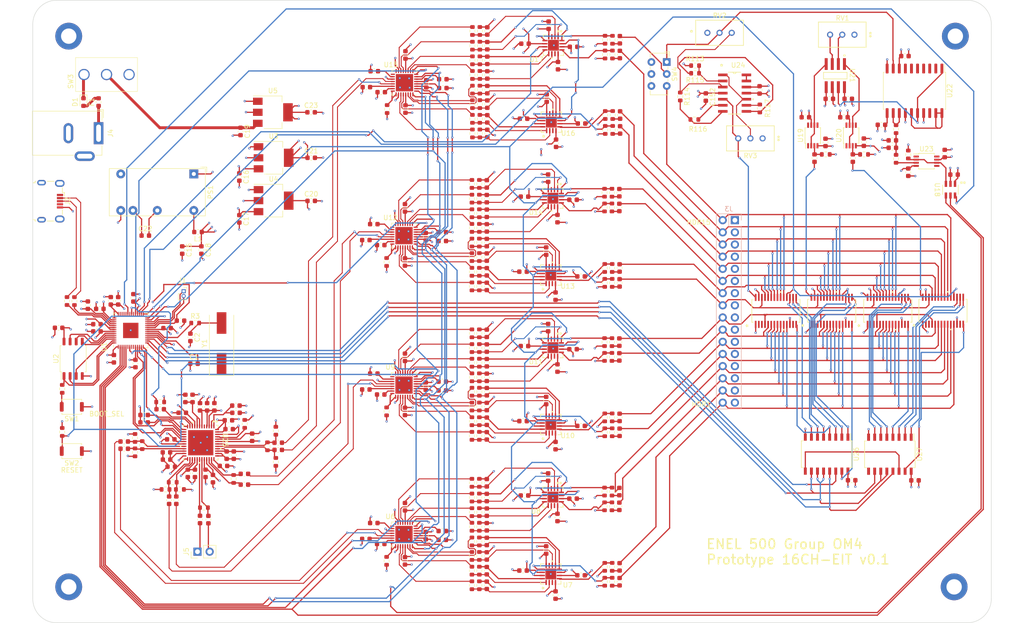
<source format=kicad_pcb>
(kicad_pcb (version 20221018) (generator pcbnew)
  (layers (0 "F.Cu" signal) (1 "In1.Cu" signal) (2 "In2.Cu" signal) (31 "B.Cu" signal) (34 "B.Paste" user) (35 "F.Paste" user) (36 "B.SilkS" user "B.Silkscreen") (37 "F.SilkS" user "F.Silkscreen") (38 "B.Mask" user) (39 "F.Mask" user) (44 "Edge.Cuts" user))
  (net 0 "")
  (net 1 "GND")
  (net 2 "/XIN")
  (net 3 "Net-(C2-Pad1)")
  (net 4 "+1V1")
  (net 5 "+3.3V")
  (net 6 "+5V")
  (net 7 "Net-(U5-VI)")
  (net 8 "+3.3VA")
  (net 9 "VCC")
  (net 10 "VSS")
  (net 11 "Net-(U6-CLDO)")
  (net 12 "Net-(U6-DLDO1)")
  (net 13 "Net-(U6-DLDO2)")
  (net 14 "/DDS 1/AMP_IN_1N")
  (net 15 "/DDS 1/FB1")
  (net 16 "/DDS 1/AMP_IN_1P")
  (net 17 "/DDS 1/AMP_IN_3N")
  (net 18 "/DDS 1/FB3")
  (net 19 "/DDS 1/AMP_IN_3P")
  (net 20 "Net-(U6-REFIO)")
  (net 21 "/DDS 1/AMP_IN_2N")
  (net 22 "/DDS 1/FB2")
  (net 23 "/DDS 1/AMP_IN_2P")
  (net 24 "/DDS 1/AMP_IN_4N")
  (net 25 "/DDS 1/FB4")
  (net 26 "/DDS 1/AMP_IN_4P")
  (net 27 "Net-(C48-Pad1)")
  (net 28 "/HDR_0")
  (net 29 "Net-(C49-Pad1)")
  (net 30 "/HDR_1")
  (net 31 "Net-(C50-Pad1)")
  (net 32 "/HDR_2")
  (net 33 "Net-(C51-Pad1)")
  (net 34 "/HDR_3")
  (net 35 "Net-(U9-CLDO)")
  (net 36 "Net-(U9-DLDO1)")
  (net 37 "Net-(U9-DLDO2)")
  (net 38 "/DDS 2/AMP_IN_1N")
  (net 39 "/DDS 2/FB1")
  (net 40 "/DDS 2/AMP_IN_1P")
  (net 41 "/DDS 2/AMP_IN_3N")
  (net 42 "/DDS 2/FB3")
  (net 43 "/DDS 2/AMP_IN_3P")
  (net 44 "Net-(U9-REFIO)")
  (net 45 "/DDS 2/AMP_IN_2N")
  (net 46 "/DDS 2/FB2")
  (net 47 "/DDS 2/AMP_IN_2P")
  (net 48 "/DDS 2/AMP_IN_4N")
  (net 49 "/DDS 2/FB4")
  (net 50 "/DDS 2/AMP_IN_4P")
  (net 51 "Net-(C76-Pad1)")
  (net 52 "/HDR_4")
  (net 53 "Net-(C77-Pad1)")
  (net 54 "/HDR_5")
  (net 55 "Net-(C78-Pad1)")
  (net 56 "/HDR_6")
  (net 57 "Net-(C79-Pad1)")
  (net 58 "/HDR_7")
  (net 59 "Net-(U12-CLDO)")
  (net 60 "Net-(U12-DLDO1)")
  (net 61 "Net-(U12-DLDO2)")
  (net 62 "/DDS 3/AMP_IN_1N")
  (net 63 "/DDS 3/FB1")
  (net 64 "/DDS 3/AMP_IN_1P")
  (net 65 "/DDS 3/AMP_IN_3N")
  (net 66 "/DDS 3/FB3")
  (net 67 "/DDS 3/AMP_IN_3P")
  (net 68 "Net-(U12-REFIO)")
  (net 69 "/DDS 3/AMP_IN_2N")
  (net 70 "/DDS 3/FB2")
  (net 71 "/DDS 3/AMP_IN_2P")
  (net 72 "/DDS 3/AMP_IN_4N")
  (net 73 "/DDS 3/FB4")
  (net 74 "/DDS 3/AMP_IN_4P")
  (net 75 "Net-(C104-Pad1)")
  (net 76 "/HDR_8")
  (net 77 "Net-(C105-Pad1)")
  (net 78 "/HDR_9")
  (net 79 "Net-(C106-Pad1)")
  (net 80 "/HDR_10")
  (net 81 "Net-(C107-Pad1)")
  (net 82 "/HDR_11")
  (net 83 "Net-(U15-CLDO)")
  (net 84 "Net-(U15-DLDO1)")
  (net 85 "Net-(U15-DLDO2)")
  (net 86 "/DDS 4/AMP_IN_1N")
  (net 87 "/DDS 4/FB1")
  (net 88 "/DDS 4/AMP_IN_1P")
  (net 89 "/DDS 4/AMP_IN_3N")
  (net 90 "/DDS 4/FB3")
  (net 91 "/DDS 4/AMP_IN_3P")
  (net 92 "Net-(U15-REFIO)")
  (net 93 "/DDS 4/AMP_IN_2N")
  (net 94 "/DDS 4/FB2")
  (net 95 "/DDS 4/AMP_IN_2P")
  (net 96 "/DDS 4/AMP_IN_4N")
  (net 97 "/DDS 4/FB4")
  (net 98 "/DDS 4/AMP_IN_4P")
  (net 99 "Net-(C132-Pad1)")
  (net 100 "/HDR_12")
  (net 101 "Net-(C133-Pad1)")
  (net 102 "/HDR_13")
  (net 103 "Net-(C134-Pad1)")
  (net 104 "/HDR_14")
  (net 105 "Net-(C135-Pad1)")
  (net 106 "/HDR_15")
  (net 107 "Net-(U19-+)")
  (net 108 "/Analog/SENSE_IN_1")
  (net 109 "Net-(U20-+)")
  (net 110 "/Analog/SENSE_IN_2")
  (net 111 "Net-(C147-Pad2)")
  (net 112 "/Clock/OUT0")
  (net 113 "/CLK_0P")
  (net 114 "/Clock/OUT0B")
  (net 115 "/CLK_0N")
  (net 116 "/Clock/OUT1")
  (net 117 "/CLK_1P")
  (net 118 "/Clock/OUT1B")
  (net 119 "/CLK_1N")
  (net 120 "Net-(U25A-CLK2)")
  (net 121 "Net-(U25A-DSYNC)")
  (net 122 "/Clock/OUT3")
  (net 123 "/CLK_3P")
  (net 124 "/Clock/OUT3B")
  (net 125 "/CLK_3N")
  (net 126 "Net-(U25A-CLK1B)")
  (net 127 "/uC_CLKOUT")
  (net 128 "Net-(U25A-CLK1)")
  (net 129 "/Clock/OUT2")
  (net 130 "/CLK_2P")
  (net 131 "/Clock/OUT2B")
  (net 132 "/CLK_2N")
  (net 133 "/Clock/OUT4")
  (net 134 "Net-(J5-Pin_2)")
  (net 135 "/Clock/OUT4B")
  (net 136 "Net-(J5-Pin_1)")
  (net 137 "Net-(U25A-STATUS)")
  (net 138 "Net-(D1-K)")
  (net 139 "Net-(D1-A)")
  (net 140 "Net-(F1-Pad1)")
  (net 141 "Net-(J1-Pin_1)")
  (net 142 "Net-(J1-Pin_2)")
  (net 144 "/USB_D-")
  (net 145 "/USB_D+")
  (net 147 "Net-(PS1-+Vin)")
  (net 149 "Net-(U1-USB_DP)")
  (net 150 "Net-(U1-USB_DM)")
  (net 151 "/XOUT")
  (net 152 "Net-(R4-Pad1)")
  (net 153 "/QSPI_SS")
  (net 154 "/~{RESET}")
  (net 155 "/DDS 1/OUT_1N")
  (net 156 "/DDS 1/OUT_1P")
  (net 157 "/DDS 1/OUT_3N")
  (net 158 "/DDS 1/OUT_3P")
  (net 159 "/DDS 1/OUT_2N")
  (net 160 "/DDS 1/OUT_2P")
  (net 161 "/DDS 1/OUT_4N")
  (net 162 "/DDS 1/OUT_4P")
  (net 163 "Net-(U6-FSADJ1)")
  (net 164 "Net-(U7-OUT1)")
  (net 165 "Net-(U7-OUT2)")
  (net 166 "Net-(U8-OUT1)")
  (net 167 "Net-(U8-OUT2)")
  (net 168 "/DDS 2/OUT_1N")
  (net 169 "/DDS 2/OUT_1P")
  (net 170 "/DDS 2/OUT_3N")
  (net 171 "/DDS 2/OUT_3P")
  (net 172 "/DDS 2/OUT_2N")
  (net 173 "/DDS 2/OUT_2P")
  (net 174 "/DDS 2/OUT_4N")
  (net 175 "/DDS 2/OUT_4P")
  (net 176 "Net-(U9-FSADJ1)")
  (net 177 "Net-(U10-OUT1)")
  (net 178 "Net-(U10-OUT2)")
  (net 179 "Net-(U11-OUT1)")
  (net 180 "Net-(U11-OUT2)")
  (net 181 "/DDS 3/OUT_1N")
  (net 182 "/DDS 3/OUT_1P")
  (net 183 "/DDS 3/OUT_3N")
  (net 184 "/DDS 3/OUT_3P")
  (net 185 "/DDS 3/OUT_2N")
  (net 186 "/DDS 3/OUT_2P")
  (net 187 "/DDS 3/OUT_4N")
  (net 188 "/DDS 3/OUT_4P")
  (net 189 "Net-(U12-FSADJ1)")
  (net 190 "Net-(U13-OUT1)")
  (net 191 "Net-(U13-OUT2)")
  (net 192 "Net-(U14-OUT1)")
  (net 193 "Net-(U14-OUT2)")
  (net 194 "/DDS 4/OUT_1N")
  (net 195 "/DDS 4/OUT_1P")
  (net 196 "/DDS 4/OUT_3N")
  (net 197 "/DDS 4/OUT_3P")
  (net 198 "/DDS 4/OUT_2N")
  (net 199 "/DDS 4/OUT_2P")
  (net 200 "/DDS 4/OUT_4N")
  (net 201 "/DDS 4/OUT_4P")
  (net 202 "Net-(U15-FSADJ1)")
  (net 203 "Net-(U16-OUT1)")
  (net 204 "Net-(U16-OUT2)")
  (net 205 "Net-(U17-OUT1)")
  (net 206 "Net-(U17-OUT2)")
  (net 207 "Net-(U22-COMP)")
  (net 208 "Net-(U23-+)")
  (net 209 "/Analog/ADC_IN")
  (net 210 "/VCCS/A-")
  (net 211 "/VCCS/A+")
  (net 212 "/VCCS/OUTB")
  (net 213 "/VCCS/OUTC")
  (net 214 "/VCCS/B-")
  (net 215 "/VCCS/C-")
  (net 216 "Net-(U25A-RSET)")
  (net 218 "Net-(U21-1_RG)")
  (net 219 "Net-(U21-2_RG)")
  (net 222 "/VCCS/C+")
  (net 223 "/VCCS_Iout")
  (net 224 "/SPI0_RX")
  (net 225 "/~{DDS1_CS}")
  (net 226 "/SPI0_SCLK")
  (net 227 "/SPI0_TX")
  (net 229 "/~{DDS2_CS}")
  (net 232 "/SPI1_RX")
  (net 233 "/~{CLK_CS}")
  (net 234 "/SPI1_SCLK")
  (net 235 "/SPI1_TX")
  (net 236 "/~{SR_CLR}")
  (net 237 "/~{SR_OE}")
  (net 238 "/SR_CLK")
  (net 239 "/SR_SER")
  (net 240 "/~{DDS_SYNC}")
  (net 241 "/~{DDS3_CS}")
  (net 242 "/~{AMP_PD}")
  (net 243 "/~{EIT_PD}")
  (net 244 "/MUX_EN")
  (net 245 "/~{DDS4_CS}")
  (net 248 "/~{AN_CS}")
  (net 253 "/QSPI_SD3")
  (net 254 "/QSPI_SCLK")
  (net 255 "/QSPI_SD0")
  (net 256 "/QSPI_SD2")
  (net 257 "/QSPI_SD1")
  (net 283 "Net-(U19--)")
  (net 287 "Net-(U20--)")
  (net 290 "Net-(U21-OUT)")
  (net 297 "Net-(U22-CHA-)")
  (net 302 "/VCCS/OUTD")
  (net 303 "/Mux Control/CTRL_1")
  (net 304 "/Mux Control/CTRL_2")
  (net 305 "/Mux Control/CTRL_3")
  (net 306 "/Mux Control/CTRL_4")
  (net 307 "/Mux Control/CTRL_5")
  (net 308 "/Mux Control/CTRL_6")
  (net 309 "/Mux Control/CTRL_7")
  (net 310 "/Mux Control/QH'")
  (net 311 "/Mux Control/CTRL_0")
  (net 312 "/Mux Control/CTRL_9")
  (net 313 "/Mux Control/CTRL_10")
  (net 314 "/Mux Control/CTRL_11")
  (net 315 "/Mux Control/CTRL_12")
  (net 316 "/Mux Control/CTRL_13")
  (net 317 "/Mux Control/CTRL_14")
  (net 318 "/Mux Control/CTRL_15")
  (net 320 "/Mux Control/CTRL_8")
  (net 334 "/DDS 4/OUT4")
  (net 335 "/Analog/CARRIER_SIG")
  (footprint "Resistor_SMD:R_0603_1608Metric" (layer "F.Cu") (at 85.3172 129.19)
    (fp_text reference "R122" hide)
    (fp_text value "240")
  )
  (footprint "Capacitor_SMD:C_0603_1608Metric" (layer "F.Cu") (at 149.455 48.73 90)
    (fp_text reference "C121" hide)
    (fp_text value "1.5p")
  )
  (footprint "Resistor_SMD:R_0603_1608Metric" (layer "F.Cu") (at 98.84131 115.50373 -90)
    (fp_text reference "R128" hide)
    (fp_text value "4.12k")
  )
  (footprint "Capacitor_SMD:C_0603_1608Metric" (layer "F.Cu") (at 149.35 114.95 90)
    (fp_text reference "C55" hide)
    (fp_text value "1.5p")
  )
  (footprint "Resistor_SMD:R_0603_1608Metric" (layer "F.Cu") (at 146.2525 71.52373 90)
    (fp_text reference "R66" hide)
    (fp_text value "499")
  )
  (footprint "Capacitor_SMD:C_0603_1608Metric" (layer "F.Cu") (at 136.62 107.62373 -90)
    (fp_text reference "C60" hide)
    (fp_text value "0.1u")
  )
  (footprint "Resistor_SMD:R_0603_1608Metric" (layer "F.Cu") (at 146.3575 39.585 90)
    (fp_text reference "R91" hide)
    (fp_text value "499")
  )
  (footprint "Capacitor_SMD:C_0603_1608Metric" (layer "F.Cu") (at 149.4575 39.585 90)
    (fp_text reference "C122" hide)
    (fp_text value "1.5p")
  )
  (footprint "Resistor_SMD:R_0603_1608Metric" (layer "F.Cu") (at 146.2525 74.57373 90)
    (fp_text reference "R67" hide)
    (fp_text value "499")
  )
  (footprint "Resistor_SMD:R_0603_1608Metric" (layer "F.Cu") (at 146.3575 42.635 90)
    (fp_text reference "R92" hide)
    (fp_text value "499")
  )
  (footprint "Capacitor_SMD:C_0603_1608Metric" (layer "F.Cu") (at 85.8 79.2 -90)
    (fp_text reference "C15")
    (fp_text value "470u")
  )
  (footprint "Resistor_SMD:R_0603_1608Metric" (layer "F.Cu") (at 175.4725 67.22873 90)
    (fp_text reference "R80" hide)
    (fp_text value "49.9")
  )
  (footprint "Capacitor_SMD:C_0603_1608Metric" (layer "F.Cu") (at 70.8975 89.8025 90)
    (fp_text reference "C8" hide)
    (fp_text value "0.1u")
  )
  (footprint "Resistor_SMD:R_0603_1608Metric" (layer "F.Cu") (at 173.9625 86.053429 90)
    (fp_text reference "R73" hide)
    (fp_text value "1k")
  )
  (footprint "Capacitor_SMD:C_0603_1608Metric" (layer "F.Cu") (at 167.35 68.699332)
    (fp_text reference "C97" hide)
    (fp_text value "0.1u")
  )
  (footprint "Capacitor_SMD:C_0603_1608Metric" (layer "F.Cu") (at 228.025 56.676401 -90)
    (fp_text reference "C142" hide)
    (fp_text value "0.1u")
  )
  (footprint "Diode_SMD:D_0603_1608Metric" (layer "F.Cu") (at 65.2 48.3 -90)
    (fp_text reference "D1")
    (fp_text value "PMEG3020CEP")
  )
  (footprint "Capacitor_SMD:C_0603_1608Metric" (layer "F.Cu") (at 140.07 108.52373 180)
    (fp_text reference "C54" hide)
    (fp_text value "0.1u")
  )
  (footprint "Capacitor_SMD:C_0603_1608Metric" (layer "F.Cu") (at 161.744401 141.83127 -90)
    (fp_text reference "C46" hide)
    (fp_text value "0.1u")
  )
  (footprint "MountingHole:MountingHole_3.2mm_M3_DIN965_Pad" (layer "F.Cu") (at 246.86869 149.53627)
    (fp_text reference "REF**" hide)
    (fp_text value "MountingHole_3.2mm_M3_DIN965_Pad")
  )
  (footprint "Package_CSP:LFCSP-32-1EP_5x5mm_P0.5mm_EP3.6x3.6mm" (layer "F.Cu") (at 132.075 76.19373 180)
    (fp_text reference "U12")
    (fp_text value "AD9106BCP")
  )
  (footprint "Capacitor_SMD:C_0603_1608Metric" (layer "F.Cu") (at 177.1675 54.114699 90)
    (fp_text reference "C132" hide)
    (fp_text value "1u")
  )
  (footprint "Capacitor_SMD:C_0603_1608Metric" (layer "F.Cu") (at 169.019401 147.13127)
    (fp_text reference "C43" hide)
    (fp_text value "0.1u")
  )
  (footprint "Capacitor_SMD:C_0603_1608Metric" (layer "F.Cu") (at 95.44131 114.75373)
    (fp_text reference "C172" hide)
    (fp_text value "0.1u")
  )
  (footprint "Resistor_SMD:R_0603_1608Metric" (layer "F.Cu") (at 146.25 65.39373 90)
    (fp_text reference "R59" hide)
    (fp_text value "499")
  )
  (footprint "Capacitor_SMD:C_0603_1608Metric" (layer "F.Cu") (at 132.38 38.455 -90)
    (fp_text reference "C118" hide)
    (fp_text value "0.1u")
  )
  (footprint "Resistor_SMD:R_0603_1608Metric" (layer "F.Cu") (at 175.5125 114.15 90)
    (fp_text reference "R53" hide)
    (fp_text value "49.9")
  )
  (footprint "Capacitor_SMD:C_0603_1608Metric" (layer "F.Cu") (at 97.0028 111.69)
    (fp_text reference "C158" hide)
    (fp_text value "0.1u")
  )
  (footprint "Capacitor_SMD:C_0603_1608Metric" (layer "F.Cu") (at 98.7778 125.94)
    (fp_text reference "C160" hide)
    (fp_text value "0.1u")
  )
  (footprint "Resistor_SMD:R_0603_1608Metric" (layer "F.Cu") (at 174.0675 51.005 -90)
    (fp_text reference "R99" hide)
    (fp_text value "1k")
  )
  (footprint "Resistor_SMD:R_0603_1608Metric" (layer "F.Cu") (at 147.8 68.46873 90)
    (fp_text reference "R62" hide)
    (fp_text value "499")
  )
  (footprint "ADG1406BRUZ:RU_28_ADI" (layer "F.Cu") (at 233.03 91.9 90)
    (fp_text reference "U30" hide)
    (fp_text value "ADG1406BRUZ-REEL7")
  )
  (footprint "ADA4817-2ACPZ-R7:CP_16_4_ADI" (layer "F.Cu") (at 163.255001 36.435601 -90)
    (fp_text reference "U17")
    (fp_text value "ADA4817-2ACPZ-R7")
  )
  (footprint "Capacitor_SMD:C_0603_1608Metric" (layer "F.Cu") (at 236.6 38.7 180)
    (fp_text reference "C146" hide)
    (fp_text value "0.1u")
  )
  (footprint "Capacitor_SMD:C_0603_1608Metric" (layer "F.Cu") (at 161.744401 110.625 -90)
    (fp_text reference "C74" hide)
    (fp_text value "0.1u")
  )
  (footprint "Resistor_SMD:R_0603_1608Metric" (layer "F.Cu") (at 147.8025 74.57373 90)
    (fp_text reference "R71" hide)
    (fp_text value "499")
  )
  (footprint "Resistor_SMD:R_0603_1608Metric" (layer "F.Cu") (at 220.075 59.226401 180)
    (fp_text reference "R106" hide)
    (fp_text value "1M")
  )
  (footprint "Resistor_SMD:R_0603_1608Metric" (layer "F.Cu") (at 175.4625 70.309031 90)
    (fp_text reference "R79" hide)
    (fp_text value "49.9")
  )
  (footprint "Capacitor_SMD:C_0603_1608Metric" (layer "F.Cu") (at 177.0625 114.15 90)
    (fp_text reference "C77" hide)
    (fp_text value "1u")
  )
  (footprint "Resistor_SMD:R_0603_1608Metric" (layer "F.Cu") (at 105.335 116.94 90)
    (fp_text reference "R121" hide)
    (fp_text value "240")
  )
  (footprint "Resistor_SMD:R_0603_1608Metric" (layer "F.Cu") (at 174.0275 35.285 -90)
    (fp_text reference "R101" hide)
    (fp_text value "1k")
  )
  (footprint "Resistor_SMD:R_0603_1608Metric" (layer "F.Cu") (at 175.5125 145.35627 90)
    (fp_text reference "R28" hide)
    (fp_text value "49.9")
  )
  (footprint "Capacitor_SMD:C_0603_1608Metric" (layer "F.Cu") (at 97.0278 113.19)
    (fp_text reference "C162" hide)
    (fp_text value "0.1u")
  )
  (footprint "Package_CSP:LFCSP-32-1EP_5x5mm_P0.5mm_EP3.6x3.6mm" (layer "F.Cu") (at 132.18 44.255 180)
    (fp_text reference "U15")
    (fp_text value "AD9106BCP")
  )
  (footprint "Resistor_SMD:R_0603_1608Metric" (layer "F.Cu") (at 146.355 45.70373 90)
    (fp_text reference "R89" hide)
    (fp_text value "499")
  )
  (footprint "Capacitor_SMD:C_0603_1608Metric" (layer "F.Cu") (at 86.96131 125.83373 -90)
    (fp_text reference "C180" hide)
    (fp_text value "0.1u")
  )
  (footprint "Capacitor_SMD:C_0603_1608Metric" (layer "F.Cu") (at 149.35 99.675 90)
    (fp_text reference "C57" hide)
    (fp_text value "1.5p")
  )
  (footprint "Resistor_SMD:R_0603_1608Metric" (layer "F.Cu") (at 146.25 77.64246 90)
    (fp_text reference "R64" hide)
    (fp_text value "499")
  )
  (footprint "Resistor_SMD:R_0603_1608Metric" (layer "F.Cu") (at 147.905 45.70373 90)
    (fp_text reference "R93" hide)
    (fp_text value "499")
  )
  (footprint "ADG1406BRUZ:RU_28_ADI" (layer "F.Cu") (at 244.54 91.87 90)
    (fp_text reference "U31" hide)
    (fp_text value "ADG1406BRUZ-REEL7")
  )
  (footprint "Resistor_SMD:R_0603_1608Metric" (layer "F.Cu") (at 234.75 53.95 -90)
    (fp_text reference "R109" hide)
    (fp_text value "1M")
  )
  (footprint "Capacitor_SMD:C_0603_1608Metric" (layer "F.Cu") (at 149.4575 42.635 90)
    (fp_text reference "C123" hide)
    (fp_text value "1.5p")
  )
  (footprint "Button_Switch_SMD:SW_Push_SPST_NO_Alps_SKRK" (layer "F.Cu") (at 62.76 121.19 180)
    (fp_text reference "SW2")
    (fp_text value "SW_Push")
  )
  (footprint "Capacitor_SMD:C_0603_1608Metric" (layer "F.Cu") (at 169.124401 52.78)
    (fp_text reference "C127" hide)
    (fp_text value "0.1u")
  )
  (footprint "Resistor_SMD:R_0603_1608Metric" (layer "F.Cu") (at 147.905 51.805 90)
    (fp_text reference "R85" hide)
    (fp_text value "499")
  )
  (footprint "Capacitor_SMD:C_0603_1608Metric" (layer "F.Cu") (at 105.835 119.43)
    (fp_text reference "C153" hide)
    (fp_text value "0.1u")
  )
  (footprint "Resistor_SMD:R_0603_1608Metric" (layer "F.Cu") (at 146.25 118 90)
    (fp_text reference "R32" hide)
    (fp_text value "499")
  )
  (footprint "Inductor_SMD:L_0603_1608Metric" (layer "F.Cu") (at 89.09869 75.43627 180)
    (fp_text reference "L1")
    (fp_text value "18u")
  )
  (footprint "Capacitor_SMD:C_0603_1608Metric" (layer "F.Cu") (at 177.0625 117.259699 90)
    (fp_text reference "C76" hide)
    (fp_text value "1u")
  )
  (footprint "Capacitor_SMD:C_0603_1608Metric" (layer "F.Cu") (at 140.07 139.73 180)
    (fp_text reference "C26" hide)
    (fp_text value "0.1u")
  )
  (footprint "Capacitor_SMD:C_0603_1608Metric" (layer "F.Cu") (at 161.744401 79.41873 -90)
    (fp_text reference "C102" hide)
    (fp_text value "0.1u")
  )
  (footprint "Resistor_SMD:R_0603_1608Metric" (layer "F.Cu") (at 175.5125 86.053429 90)
    (fp_text reference "R77" hide)
    (fp_text value "49.9")
  )
  (footprint "M64W103KB40:POT_2023-08-01_VIS" (layer "F.Cu") (at 195.37869 33.83627)
    (fp_text reference "RV2")
    (fp_text value "M64W202KB40")
  )
  (footprint "Capacitor_SMD:C_0603_1608Metric" (layer "F.Cu") (at 238.7 127.3)
    (fp_text reference "C171" hide)
    (fp_text value "0.1u")
  )
  (footprint "Capacitor_SMD:C_0603_1608Metric" (layer "F.Cu") (at 149.455 36.53 90)
    (fp_text reference "C113" hide)
    (fp_text value "1.5p")
  )
  (footprint "Capacitor_SMD:C_0603_1608Metric" (layer "F.Cu") (at 66.11131 90.70873 90)
    (fp_text reference "C5" hide)
    (fp_text value "0.1u")
  )
  (footprint "ANT11SF1CQE:ANT11SF1CQE" (layer "F.Cu") (at 65.31 42.55 90)
    (fp_text reference "SW3")
    (fp_text value "ANT11SF1CQE")
  )
  (footprint "Resistor_SMD:R_0603_1608Metric" (layer "F.Cu") (at 146.25 130.88127 90)
    (fp_text reference "R8" hide)
    (fp_text value "499")
  )
  (footprint "Resistor_SMD:R_0603_1608Metric" (layer "F.Cu") (at 105.335 123.44 -90)
    (fp_text reference "R119" hide)
    (fp_text value "240")
  )
  (footprint "Resistor_SMD:R_0603_1608Metric" (layer "F.Cu") (at 63.31 89.86 90)
    (fp_text reference "R2" hide)
    (fp_text value "27.4")
  )
  (footprint "ADG1406BRUZ:RU_28_ADI" (layer "F.Cu") (at 221.32 91.88 90)
    (fp_text reference "U29" hide)
    (fp_text value "ADG1406BRUZ-REEL7")
  )
  (footprint "Capacitor_SMD:C_0603_1608Metric" (layer "F.Cu") (at 73.7028 119.19 180)
    (fp_text reference "C166" hide)
    (fp_text value "0.1u")
  )
  (footprint "Resistor_SMD:R_0603_1608Metric" (layer "F.Cu") (at 75.9528 121.45 -90)
    (fp_text reference "R127" hide)
    (fp_text value "240")
  )
  (footprint "Resistor_SMD:R_0603_1608Metric" (layer "F.Cu") (at 83.8172 127.69)
    (fp_text reference "R124" hide)
    (fp_text value "100")
  )
  (footprint "Capacitor_SMD:C_0603_1608Metric" (layer "F.Cu") (at 136.62 138.83 -90)
    (fp_text reference "C32" hide)
    (fp_text value "0.1u")
  )
  (footprint "Resistor_SMD:R_0603_1608Metric" (layer "F.Cu") (at 147.80869 108.78627 90)
    (fp_text reference "R43" hide)
    (fp_text value "499")
  )
  (footprint "Resistor_SMD:R_0603_1608Metric" (layer "F.Cu") (at 147.8 99.675 90)
    (fp_text reference "R37" hide)
    (fp_text value "499")
  )
  (footprint "Resistor_SMD:R_0603_1608Metric" (layer "F.Cu") (at 60.76 108.19 90)
    (fp_text reference "R4" hide)
    (fp_text value "1k")
  )
  (footprint "Capacitor_SMD:C_0603_1608Metric" (layer "F.Cu") (at 167.35 131.111872)
    (fp_text reference "C41" hide)
    (fp_text value "0.1u")
  )
  (footprint "Capacitor_SMD:C_0603_1608Metric" (layer "F.Cu") (at 177.1175 35.285 90)
    (fp_text reference "C135" hide)
    (fp_text value "1u")
  )
  (footprint "Package_SO:TSSOP-8_3x3mm_P0.65mm" (layer "F.Cu") (at 217.375 55.276401 90)
    (fp_text reference "U19")
    (fp_text value "TL071")
  )
  (footprint "Capacitor_SMD:C_0603_1608Metric" (layer "F.Cu") (at 127.22 78.16746 180)
    (fp_text reference "C89" hide)
    (fp_text value "0.1u")
  )
  (footprint "ADA4817-2ACPZ-R7:CP_16_4_ADI" (layer "F.Cu") (at 162.708676 146.84237 90)
    (fp_text reference "U7")
    (fp_text value "ADA4817-2ACPZ-R7")
  )
  (footprint "Package_CSP:LFCSP-32-1EP_5x5mm_P0.5mm_EP3.6x3.6mm" (layer "F.Cu") (at 132.075 107.4 180)
    (fp_text reference "U9")
    (fp_text value "AD9106BCP")
  )
  (footprint "Capacitor_SMD:C_0603_1608Metric" (layer "F.Cu") (at 246.85 63.45 180)
    (fp_text reference "C138" hide)
    (fp_text value "0.1u")
  )
  (footprint "Resistor_SMD:R_0603_1608Metric" (layer "F.Cu") (at 173.9225 129.63627 -90)
    (fp_text reference "R26" hide)
    (fp_text value "1k")
  )
  (footprint "Capacitor_SMD:C_0603_1608Metric" (layer "F.Cu") (at 217.735 60.001401 -90)
    (fp_text reference "C136" hide)
    (fp_text value "1n")
  )
  (footprint "ADG1406BRUZ:RU_28_ADI" (layer "F.Cu") (at 209.68 91.91 90)
    (fp_text reference "U28" hide)
    (fp_text value "ADG1406BRUZ-REEL7")
  )
  (footprint "Capacitor_SMD:C_0603_1608Metric" (layer "F.Cu") (at 177.0625 148.465969 90)
    (fp_text reference "C48" hide)
    (fp_text value "1u")
  )
  (footprint "Resistor_SMD:R_0603_1608Metric" (layer "F.Cu") (at 174.0675 54.114699 90)
    (fp_text reference "R98" hide)
    (fp_text value "1k")
  )
  (footprint "Resistor_SMD:R_0603_1608Metric" (layer "F.Cu") (at 189.71869 47.13627 -90)
    (fp_text reference "R114")
    (fp_text value "1k")
  )
  (footprint "ADA4817-2ACPZ-R7:CP_16_4_ADI" (layer "F.Cu") (at 162.708676 84.42983 90)
    (fp_text reference "U13")
    (fp_text value "ADA4817-2ACPZ-R7")
  )
  (footprint "Resistor_SMD:R_0603_1608Metric" (layer "F.Cu") (at 147.8 118 90)
    (fp_text reference "R36" hide)
    (fp_text value "499")
  )
  (footprint "Capacitor_SMD:C_0603_1608Metric" (layer "F.Cu") (at 83.0672 131.44 -90)
    (fp_text reference "C156" hide)
    (fp_text value "0.1u")
  )
  (footprint "Capacitor_SMD:C_0603_1608Metric" (layer "F.Cu") (at 149.3525 133.93627 90)
    (fp_text reference "C38" hide)
    (fp_text value "1.5p")
  )
  (footprint "Resistor_SMD:R_0603_1608Metric" (layer "F.Cu") (at 103.585 120.19 90)
    (fp_text reference "R123" hide)
    (fp_text value "100")
  )
  (footprint "Resistor_SMD:R_0603_1608Metric" (layer "F.Cu") (at 147.905 54.855 90)
    (fp_text reference "R86" hide)
    (fp_text value "499")
  )
  (footprint "Capacitor_SMD:C_0603_1608Metric" (layer "F.Cu") (at 100.39131 118.30373 -90)
    (fp_text reference "C173" hide)
    (fp_text value "0.1u")
  )
  (footprint "Resistor_SMD:R_0603_1608Metric" (layer "F.Cu") (at 75.9528 118.44 90)
    (fp_text reference "R126" hide)
    (fp_text value "240")
  )
  (footprint "Resistor_SMD:R_0603_1608Metric" (layer "F.Cu") (at 128.45 144.10627 90)
    (fp_text reference "R22" hide)
    (fp_text value "8.06K")
  )
  (footprint "Resistor_SMD:R_0603_1608Metric" (layer "F.Cu") (at 90.335 132.99)
    (fp_text reference "R131" hide)
    (fp_text value "100")
  )
  (footprint "Resistor_SMD:R_0603_1608Metric" (layer "F.Cu") (at 147.8025 71.52373 90)
    (fp_text reference "R70" hide)
    (fp_text value "499")
  )
  (footprint "Resistor_SMD:R_0603_1608Metric" (layer "F.Cu") (at 147.8 83.74373 90)
    (fp_text reference "R60" hide)
    (fp_text value "499")
  )
  (footprint "Resistor_SMD:R_0603_1608Metric" (layer "F.Cu") (at 147.8 114.95 90)
    (fp_text reference "R35" hide)
    (fp_text value "499")
  )
  (footprint "Resistor_SMD:R_0603_1608Metric" (layer "F.Cu") (at 173.9225 70.309031 90)
    (fp_text reference "R75" hide)
    (fp_text value "1k")
  )
  (footprint "Capacitor_SMD:C_0603_1608Metric" (layer "F.Cu") (at 177.0125 67.22373 90)
    (fp_text reference "C107" hide)
    (fp_text value "1u")
  )
  (footprint "Resistor_SMD:R_0603_1608Metric" (layer "F.Cu") (at 147.8 143.08127 90)
    (fp_text reference "R19" hide)
    (fp_text value "499")
  )
  (footprint "Capacitor_SMD:C_0603_1608Metric" (layer "F.Cu") (at 82.535 122.96 180)
    (fp_text reference "C186" hide)
    (fp_text value "0.1u")
  )
  (footprint "Capacitor_SMD:C_0603_1608Metric" (layer "F.Cu") (at 177.0125 129.63627 90)
    (fp_text reference "C51" hide)
    (fp_text value "1u")
  )
  (footprint "Capacitor_SMD:C_0603_1608Metric" (layer "F.Cu") (at 169.019401 84.71873)
    (fp_text reference "C99" hide)
    (fp_text value "0.1u")
  )
  (footprint "Capacitor_SMD:C_0603_1608Metric" (layer "F.Cu") (at 88.26 102.94)
    (fp_text reference "C1")
    (fp_text value "27p")
  )
  (footprint "Resistor_SMD:R_0603_1608Metric" (layer "F.Cu") (at 147.8 111.875 90)
    (fp_text reference "R44" hide)
    (fp_text value "499")
  )
  (footprint "Resistor_SMD:R_0603_1608Metric" (layer "F.Cu") (at 173.9225 132.721571 90)
    (fp_text reference "R25" hide)
    (fp_text value "1k")
  )
  (footprint "Resistor_SMD:R_0603_1608Metric" (layer "F.Cu") (at 147.905 48.73 90)
    (fp_text reference "R94" hide)
    (fp_text value "499")
  )
  (footprint "Capacitor_SMD:C_0603_1608Metric" (layer "F.Cu") (at 140.175 45.37873 180)
    (fp_text reference "C110" hide)
    (fp_text value "0.1u")
  )
  (footprint "Capacitor_SMD:C_0603_1608Metric" (layer "F.Cu") (at 88.46131 125.83373 -90)
    (fp_text reference "C179" hide)
    (fp_text value "0.1u")
  )
  (footprint "Resistor_SMD:R_0603_1608Metric" (layer "F.Cu") (at 173.9625 117.259699 90)
    (fp_text reference "R48" hide)
    (fp_text value "1k")
  )
  (footprint "Resistor_SMD:R_0603_1608Metric" (layer "F.Cu") (at 173.9225 67.22373 -90)
    (fp_text reference "R76" hide)
    (fp_text value "1k")
  )
  (footprint "Capacitor_SMD:C_0603_1608Metric" (layer "F.Cu") (at 112.71869 59.93627)
    (fp_text reference "C21")
    (fp_text value "10u")
  )
  (footprint "Capacitor_SMD:C_0603_1608Metric" (layer "F.Cu") (at 86.4528 110.19 -90)
    (fp_text reference "C157" hide)
    (fp_text value "0.1u")
  )
  (footprint "MountingHole:MountingHole_3.2mm_M3_DIN965_Pad" (layer "F.Cu") (at 62.11869 149.53627)
    (fp_text reference "REF**" hide)
    (fp_text value "MountingHole_3.2mm_M3_DIN965_Pad")
  )
  (footprint "Resistor_SMD:R_0603_1608Metric" (layer "F.Cu") (at 96.5278 127.004 90)
    (fp_text reference "R125" hide)
    (fp_text value "100")
  )
  (footprint "Capacitor_SMD:C_0603_1608Metric" (layer "F.Cu") (at 225.48 127.27)
    (fp_text reference "C170" hide)
    (fp_text value "0.1u")
  )
  (footprint "Capacitor_SMD:C_0603_1608Metric" (layer "F.Cu") (at 127.325 46.22873 180)
    (fp_text reference "C117" hide)
    (fp_text value "0.1u")
  )
  (footprint "Resistor_SMD:R_0603_1608Metric" (layer "F.Cu") (at 146.25 99.675 90)
    (fp_text reference "R33" hide)
    (fp_text value "499")
  )
  (footprint "Capacitor_SMD:C_0603_1608Metric" (layer "F.Cu") (at 91 111.94 90)
    (fp_text reference "C184" hide)
    (fp_text value "0.1u")
  )
  (footprint "Capacitor_SMD:C_0603_1608Metric" (layer "F.Cu") (at 97.71869 63.93627 -90)
    (fp_text reference "C16")
    (fp_text value "10u")
  )
  (footprint "Resistor_SMD:R_0603_1608Metric" (layer "F.Cu") (at 60.76 117.19 -90)
    (fp_text reference "R5" hide)
    (fp_text value "4.7k")
  )
  (footprint "Resistor_SMD:R_0603_1608Metric" (layer "F.Cu") (at 147.905 33.455 90)
    (fp_text reference "R88" hide)
    (fp_text value "499")
  )
  (footprint "Capacitor_SMD:C_0603_1608Metric" (layer "F.Cu") (at 83.51 124.44 180)
    (fp_text reference "C181" hide)
    (fp_text value "0.1u")
  )
  (footprint "M64W103KB40:POT_2023-08-01_VIS" (layer "F.Cu") (at 206.89869 55.88627 180)
    (fp_text reference "RV3")
    (fp_text value "M64W103KB40")
  )
  (footprint "Resistor_SMD:R_0603_1608Metric" (layer "F.Cu") (at 146.25 111.875 90)
    (fp_text reference "R40" hide)
    (fp_text value "499")
  )
  (footprint "Capacitor_SMD:C_0603_1608Metric" (layer "F.Cu") (at 225.725 60.001401 -90)
    (fp_text reference "C137" hide)
    (fp_text value "1n")
  )
  (footprint "Resistor_SMD:R_0603_1608Metric" (layer "F.Cu") (at 146.355 51.805 90)
    (fp_text reference "R81" hide)
    (fp_text value "499")
  )
  (footprint "Capacitor_SMD:C_0603_1608Metric" (layer "F.Cu") (at 162.255 32.24873 -90)
    (fp_text reference "C128" hide)
    (fp_text value "0.1u")
  )
  (footprint "Package_SO:TSSOP-8_3x3mm_P0.65mm" (layer "F.Cu") (at 225.375 55.276401 90)
    (fp_text reference "U20")
    (fp_text value "TL071")
  )
  (footprint "Crystal:Crystal_SMD_HC49-SD" (layer "F.Cu") (at 94.01 98.69 90)
    (fp_text reference "Y1")
    (fp_text value "ABLS-12.000MHZ-B4-T")
  )
  (footprint "Resistor_SMD:R_0603_1608Metric" (layer "F.Cu") (at 81.2028 110.94 180)
    (fp_text reference "R130" hide)
    (fp_text value "50")
  )
  (footprint "Resistor_SMD:R_0603_1608Metric" (layer "F.Cu") (at 128.45 112.9 90)
    (fp_text reference "R47" hide)
    (fp_text value "8.06K")
  )
  (footprint "Capacitor_SMD:C_0603_1608Metric" (layer "F.Cu") (at 149.35 111.875 90)
    (fp_text reference "C65" hide)
    (fp_text value "1.5p")
  )
  (footprint "Capacitor_SMD:C_0603_1608Metric" (layer "F.Cu") (at 60.01 95.44 180)
    (fp_text reference "C13" hide)
    (fp_text value "0.1u")
  )
  (footprint "Resistor_SMD:R_0603_1608Metric" (layer "F.Cu") (at 175.5125 148.465969 90)
    (fp_text reference "R27" hide)
    (fp_text value "49.9")
  )
  (footprint "Resistor_SMD:R_0603_1608Metric" (layer "F.Cu") (at 147.8025 133.93627 90)
    (fp_text reference "R20" hide)
    (fp_text value "499")
  )
  (footprint "Capacitor_SMD:C_0603_1608Metric" (layer "F.Cu") (at 149.3525 105.78 90)
    (fp_text reference "C67" hide)
    (fp_text value "1.5p")
  )
  (footprint "Resistor_SMD:R_0603_1608Metric" (layer "F.Cu") (at 206.31869 49.63627 90)
    (fp_text reference "R117")
    (fp_text value "500")
  )
  (footprint "Resistor_SMD:R_0603_1608Metric" (layer "F.Cu") (at 61.76 89.85 -90)
    (fp_text reference "R1" hide)
    (fp_text value "27.4")
  )
  (footprint "Capacitor_SMD:C_0603_1608Metric" (layer "F.Cu") (at 177.0625 145.35627 90)
    (fp_text reference "C49" hide)
    (fp_text value "1u")
  )
  (footprint "Connector_PinHeader_2.54mm:PinHeader_1x02_P2.54mm_Vertical" (layer "F.Cu") (at 88.985 142.19 90)
    (fp_text reference "J5")
    (fp_text value "CLK4_DIAG")
  )
  (footprint "Resistor_SMD:R_0603_1608Metric" (layer "F.Cu") (at 147.8 96.6 90)
    (fp_text reference "R38" hide)
    (fp_text value "499")
  )
  (footprint "Capacitor_SMD:C_0603_1608Metric" (layer "F.Cu") (at 149.35 149.20627 90)
    (fp_text reference "C28" hide)
    (fp_text value "1.5p")
  )
  (footprint "Capacitor_SMD:C_0603_1608Metric" (layer "F.Cu") (at 124.12 139.53)
    (fp_text reference "C24" hide)
    (fp_text value "0.1u")
  )
  (footprint "Capacitor_SMD:C_0603_1608Metric" (layer "F.Cu") (at 149.455 54.855 90)
    (fp_text reference "C112" hide)
    (fp_text value "1.5p")
  )
  (footprint "AD7680ARJZ:RJ_6_ADI" (layer "F.Cu") (at 246.1 66.6 -90)
    (fp_text reference "U18")
    (fp_text value "AD7680ARJZ-REEL7")
  )
  (footprint "Package_SO:SOIC-16W_5.3x10.2mm_P1.27mm" (layer "F.Cu") (at 233.46 121.84 -90)
    (fp_text reference "U27")
    (fp_text value "SN74HC595")
  )
  (footprint "Capacitor_SMD:C_0603_1608Metric" (layer "F.Cu") (at 167.35 99.905602)
    (fp_text reference "C69" hide)
    (fp_text value "0.1u")
  )
  (footprint "Capacitor_SMD:C_0603_1608Metric" (layer "F.Cu") (at 149.3525 136.98627 90)
    (fp_text reference "C39" hide)
    (fp_text value "1.5p")
  )
  (footprint "ADA4817-2ACPZ-R7:CP_16_4_ADI" (layer "F.Cu") (at 163.150001 68.374331 -90)
    (fp_text reference "U14")
    (fp_text value "ADA4817-2ACPZ-R7")
  )
  (footprint "Capacitor_SMD:C_0603_1608Metric" (layer "F.Cu") (at 92.21131 126.93373 -90)
    (fp_text reference "C177" hide)
    (fp_text value "0.1u")
  )
  (footprint "Resistor_SMD:R_0603_1608Metric" (layer "F.Cu") (at 175.5125 117.259699 90)
    (fp_text reference "R52" hide)
    (fp_text value "49.9")
  )
  (footprint "Capacitor_SMD:C_0603_1608Metric" (layer "F.Cu") (at 132.275 81.69373 90)
    (fp_text reference "C91" hide)
    (fp_text value "0.1u")
  )
  (footprint "Resistor_SMD:R_0603_1608Metric" (layer "F.Cu") (at 146.25 68.46873 90)
    (fp_text reference "R58" hide)
    (fp_text value "499")
  )
  (footprint "Resistor_SMD:R_0603_1608Metric" (layer "F.Cu") (at 146.355 48.73 90)
    (fp_text reference "R90" hide)
    (fp_text value "499")
  )
  (footprint "Capacitor_SMD:C_0603_1608Metric" (layer "F.Cu") (at 82.51 121.44 180)
    (fp_text reference "C187" hide)
    (fp_text value "0.1u")
  )
  (footprint "Resistor_SMD:R_0603_1608Metric" (layer "F.Cu") (at 173.9225 101.515301 90)
    (fp_text reference "R50" hide)
    (fp_text value "1k")
  )
  (footprint "Capacitor_SMD:C_0603_1608Metric" (layer "F.Cu") (at 177.0625 86.053429 90)
    (fp_text reference "C104" hide)
    (fp_text value "1u")
  )
  (footprint "Capacitor_SMD:C_0603_1608Metric" (layer "F.Cu") (at 125.775 136.20627)
    (fp_text reference "C31" hide)
    (fp_text value "0.1u")
  )
  (footprint "Resistor_SMD:R_0603_1608Metric" (layer "F.Cu") (at 147.8 146.15627 90)
    (fp_text reference "R10" hide)
    (fp_text value "499")
  )
  (footprint "Resistor_SMD:R_0603_1608Metric" (layer "F.Cu") (at 146.25 96.6 90)
    (fp_text reference "R34" hide)
    (fp_text value "499")
  )
  (footprint "Capacitor_SMD:C_0603_1608Metric" (layer "F.Cu") (at 223.875 51.476401 180)
    (fp_text reference "C141" hide)
    (fp_text value "0.1u")
  )
  (footprint "Capacitor_SMD:C_0603_1608Metric" (layer "F.Cu") (at 215.825 51.476401 180)
    (fp_text reference "C139" hide)
    (fp_text value "0.1u")
  )
  (footprint "Capacitor_SMD:C_0603_1608Metric" (layer "F.Cu") (at 149.3525 71.52373 90)
    (fp_text reference "C94" hide)
    (fp_text value "1.5p")
  )
  (footprint "Capacitor_SMD:C_0603_1608Metric" (layer "F.Cu") (at 177.0125 70.309031 90)
    (fp_text reference "C106" hide)
    (fp_text value "1u")
  )
  (footprint "Resistor_SMD:R_0603_1608Metric" (layer "F.Cu") (at 147.8 77.64246 90)
    (fp_text reference "R68" hide)
    (fp_text value "499")
  )
  (footprint "Resistor_SMD:R_0603_1608Metric" (layer "F.Cu") (at 128.555 49.755 90)
    (fp_text reference "R97" hide)
    (fp_text value "8.06K")
  )
  (footprint "Capacitor_SMD:C_0603_1608Metric" (layer "F.Cu") (at 164.1 135.05 90)
    (fp_text reference "C40" hide)
    (fp_text value "0.1u")
  )
  (footprint "Resistor_SMD:R_0603_1608Metric" (layer "F.Cu") (at 146.355 36.53 90)
    (fp_text reference "R83" hide)
    (fp_text value "499")
  )
  (footprint "ADA4817-2ACPZ-R7:CP_16_4_ADI" (layer "F.Cu") (at 162.708676 115.6361 90)
    (fp_text reference "U10")
    (fp_text value "ADA4817-2ACPZ-R7")
  )
  (footprint "Capacitor_SMD:C_0603_1608Metric" (layer "F.Cu") (at 149.3525 74.57373 90)
    (fp_text reference "C95" hide)
    (fp_text value "1.5p")
  )
  (footprint "Capacitor_SMD:C_0603_1608Metric" (layer "F.Cu") (at 164.205 40.69873 90)
    (fp_text reference "C124" hide)
    (fp_text value "0.1u")
  )
  (footprint "Resistor_SMD:R_0603_1608Metric" (layer "F.Cu") (at 175.6175 51.005 90)
    (fp_text reference "R103" hide)
    (fp_text value "49.9")
  )
  (footprint "Capacitor_SMD:C_0603_1608Metric" (layer "F.Cu") (at 73.7028 120.69 180)
    (fp_text reference "C165" hide)
    (fp_text value "0.1u")
  )
  (footprint "Resistor_SMD:R_0603_1608Metric" (layer "F.Cu") (at 147.8025 136.98627 90)
    (fp_text reference "R21" hide)
    (fp_text value "499")
  )
  (footprint "Resistor_SMD:R_0603_1608Metric" (layer "F.Cu") (at 175.4725 98.435 90)
    (fp_text reference "R55" hide)
    (fp_text value "49.9")
  )
  (footprint "Capacitor_SMD:C_0603_1608Metric" (layer "F.Cu") (at 177.0125 101.515301 90)
    (fp_text reference "C78" hide)
    (fp_text value "1u")
  )
  (footprint "M64W103KB40:POT_2023-08-01_VIS" (layer "F.Cu") (at 226.065 34.226401 180)
    (fp_text reference "RV1")
    (fp_text value "M64W202KB40")
  )
  (footprint "Capacitor_SMD:C_0603_1608Metric" (layer "F.Cu") (at 97.96869 54.43627 -90)
    (fp_text reference "C19")
    (fp_text value "10u")
  )
  (footprint "Capacitor_SMD:C_0603_1608Metric" (layer "F.Cu") (at 149.455 51.805 90)
    (fp_text reference "C111" hide)
    (fp_text value "1.5p")
  )
  (footprint "Resistor_SMD:R_0603_1608Metric" (layer "F.Cu") (at 147.9075 42.635 90)
    (fp_text reference "R96" hide)
    (fp_text value "499")
  )
  (footprint "Capacitor_SMD:C_0603_1608Metric" (layer "F.Cu") (at 206.26869 45.76127 -90)
    (fp_text reference "C151" hide)
    (fp_text value "0.1u")
  )
  (footprint "Capacitor_SMD:C_0603_1608Metric" (layer "F.Cu") (at 96.56131 122.03373 -90)
    (fp_text reference "C175" hide)
    (fp_text value "0.1u")
  )
  (footprint "Capacitor_SMD:C_0603_1608Metric" (layer "F.Cu") (at 177.1175 38.370301 90)
    (fp_text reference "C134" hide)
    (fp_text value "1u")
  )
  (footprint "Capacitor_SMD:C_0603_1608Metric" (layer "F.Cu") (at 98.7778 128.19)
    (fp_text reference "C161" hide)
    (fp_text value "0.1u")
  )
  (footprint "Capacitor_SMD:C_0603_1608Metric" (layer "F.Cu") (at 68.01 96.19 180)
    (fp_text reference "C4" hide)
    (fp_text value "1u")
  )
  (footprint "Capacitor_SMD:C_0603_1608Metric" (layer "F.Cu") (at 220.825 47.626401)
    (fp_text reference "C144" hide)
    (fp_text value "0.1u")
  )
  (footprint "Capacitor_SMD:C_0603_1608Metric" (layer "F.Cu") (at 125.775 73.79373)
    (fp_text reference "C87" hide)
    (fp_text value "0.1u")
  )
  (footprint "Capacitor_SMD:C_0603_1608Metric" (layer "F.Cu") (at 224.775 47.626401)
    (fp_text reference "C143" hide)
    (fp_text value "0.1u")
  )
  (footprint "Button_Switch_THT:SW_E-Switch_EG1271_SPDT" (layer "F.Cu") (at 186.9 39.9425 -90)
    (fp_text reference "SW4")
    (fp_text value "SW_SPDT_321")
  )
  (footprint "Capacitor_SMD:C_0603_1608Metric" (layer "F.Cu") (at 94.41131 124.28373)
    (fp_text reference "C174" hide)
    (fp_text value "0.1u")
  )
  (footprint "OPA4228UA:D14" (layer "F.Cu") (at 201.062623 46.43627)
    (fp_text reference "U24")
    (fp_text value "OPA4228UA")
  )
  (footprint "Resistor_SMD:R_0603_1608Metric" (layer "F.Cu") (at 128.45 81.69373 90)
    (fp_text reference "R72" hide)
    (fp_text value "8.06K")
  )
  (footprint "Resistor_SMD:R_0603_1608Metric" (layer "F.Cu") (at 173.9625 145.35627 -90)
    (fp_text reference "R24" hide)
    (fp_text value "1k")
  )
  (footprint "Package_SO:SOIC-8_5.23x5.23mm_P1.27mm" (layer "F.Cu") (at 63.04131 101.90373 90)
    (fp_text reference "U2")
    (fp_text value "W25Q128JVS")
  )
  (footprint "Resistor_SMD:R_0603_1608Metric" (layer "F.Cu") (at 175.5125 82.94373 90)
    (fp_text reference "R78" hide)
    (fp_text value "49.9")
  )
  (footprint "Connector_BarrelJack:BarrelJack_GCT_DCJ200-10-A_Horizontal" (layer "F.Cu") (at 68.35 54.8 -90)
    (fp_text reference "J4")
    (fp_text value "Barrel_Jack")
  )
  (footprint "Capacitor_SMD:C_0603_1608Metric" (layer "F.Cu") (at 124.225 45.17873)
    (fp_text reference "C108" hide)
    (fp_text value "0.1u")
  )
  (footprint "Capacitor_SMD:C_0603_1608Metric" (layer "F.Cu") (at 157.324401 36.110602 180)
    (fp_text reference "C129" hide)
    (fp_text value "0.1u")
  )
  (footprint "Capacitor_SMD:C_0603_1608Metric" (layer "F.Cu") (at 161.849401 47.48 -90)
    (fp_text reference "C130" hide)
    (fp_text value "0.1u")
  )
  (footprint "Capacitor_SMD:C_0603_1608Metric" (layer "F.Cu") (at 87.9528 110.19 -90)
    (fp_text reference "C159" hide)
    (fp_text value "0.1u")
  )
  (footprint "Capacitor_SMD:C_0603_1608Metric" (layer "F.Cu") (at 132.275 144.10627 90)
    (fp_text reference "C35" hide)
    (fp_text value "0.1u")
  )
  (footprint "Capacitor_SMD:C_0603_1608Metric" (layer "F.Cu") (at 163.7 120.04373 90)
    (fp_text reference "C70" hide)
    (fp_text value "0.1u")
  )
  (footprint "Capacitor_SMD:C_0603_1608Metric" (layer "F.Cu") (at 132.275 112.9 90)
    (fp_text reference "C63" hide)
    (fp_text value "0.1u")
  )
  (footprint "Capacitor_SMD:C_0603_1608Metric" (layer "F.Cu") (at 149.35 68.46873 90)
    (fp_text reference "C85" hide)
    (fp_text value "1.5p")
  )
  (footprint "MountingHole:MountingHole_3.2mm_M3_DIN965_Pad" (layer "F.Cu") (at 247.11869 34.53627)
    (fp_text reference "REF**" hide)
    (fp_text value "MountingHole_3.2mm_M3_DIN965_Pad")
  )
  (footprint "Resistor_SMD:R_0603_1608Metric" (layer "F.Cu") (at 146.2525 105.78 90)
    (fp_text reference "R42" hide)
    (fp_text value "499")
  )
  (footprint "Resistor_SMD:R_0603_1608Metric" (layer "F.Cu") (at 146.25 143.08127 90)
    (fp_text reference "R15" hide)
    (fp_text value "499")
  )
  (footprint "Capacitor_SMD:C_0603_1608Metric" (layer "F.Cu") (at 157.0225 51.78 180)
    (fp_text reference "C131" hide)
    (fp_text value "0.1u")
  )
  (footprint "Package_SO:SOIC-20W_7.5x12.8mm_P1.27mm" (layer "F.Cu") (at 238.6 45.95 -90)
    (fp_text reference "U22")
    (fp_text value "AD630ARZ")
  )
  (footprint "Resistor_SMD:R_0603_1608Metric" (layer "F.Cu") (at 146.25 140.055 90)
    (fp_text reference "R14" hide)
    (fp_text value "499")
  )
  (footprint "Resistor_SMD:R_0603_1608Metric" (layer "F.Cu") (at 146.2525 102.73 90)
    (fp_text reference "R41" hide)
    (fp_text value "499")
  )
  (footprint "Capacitor_SMD:C_0603_1608Metric" (layer "F.Cu") (at 162.15 64.18746 -90)
    (fp_text reference "C100" hide)
    (fp_text value "0.1u")
  )
  (footprint "Resistor_SMD:R_0603_1608Metric" (layer "F.Cu") (at 175.6175 54.114699 90)
    (fp_text reference "R102" hide)
    (fp_text value "49.9")
  )
  (footprint "Resistor_SMD:R_0603_1608Metric" (layer "F.Cu") (at 237.3 59.25 90)
    (fp_text reference "R111" hide)
    (fp_text value "100k")
  )
  (footprint "Resistor_SMD:R_0603_1608Metric" (layer "F.Cu") (at 173.9625 148.465969 90)
    (fp_text reference "R23" hide)
    (fp_text value "1k")
  )
  (footprint "Resistor_SMD:R_0603_1608Metric" (layer "F.Cu") (at 173.9625 114.15 -90)
    (fp_text reference "R49" hide)
    (fp_text value "1k")
  )
  (footprint "Capacitor_SMD:C_0603_1608Metric" (layer "F.Cu") (at 149.35 83.74373 90)
    (fp_text reference "C83" hide)
    (fp_text value "1.5p")
  )
  (footprint "Converter_DCDC:Converter_DCDC_XP_POWER-IAxxxxD_THT" (layer "F.Cu") (at 88.21869 63.31627 -90)
    (fp_text reference "PS1")
    (fp_text value "IA0515D")
  )
  (footprint "Resistor_SMD:R_0603_1608Metric" (layer "F.Cu") (at 146.355 33.455 90)
    (fp_text reference "R84" hide)
    (fp_text value "499")
  )
  (footprint "Resistor_SMD:R_0603_1608Metric" (layer "F.Cu") (at 175.4625 101.515301 90)
    (fp_text reference "R54" hide)
    (fp_text value "49.9")
  )
  (footprint "Capacitor_SMD:C_0603_1608Metric" (layer "F.Cu") (at 157.219401 68.049332 180)
    (fp_text reference "C101" hide)
    (fp_text value "0.1u")
  )
  (footprint "Capacitor_SMD:C_0603_1608Metric" (layer "F.Cu") (at 149.35 146.15627 90)
    (fp_text reference "C27" hide)
    (fp_text value "1.5p")
  )
  (footprint "Resistor_SMD:R_0603_1608Metric" (layer "F.Cu") (at 175.4725 129.64127 90)
    (fp_text reference "R30" hide)
    (fp_text value "49.9")
  )
  (footprint "Capacitor_SMD:C_0603_1608Metric" (layer "F.Cu") (at 156.9175 83.71873 180)
    (fp_text reference "C103" hide)
    (fp_text value "0.1u")
  )
  (footprint "Resistor_SMD:R_0603_1608Metric" (layer "F.Cu") (at 147.8 130.88127 90)
    (fp_text reference "R12" hide)
    (fp_text value "499")
  )
  (footprint "Capacitor_SMD:C_0603_1608Metric" (layer "F.Cu") (at 149.3525 102.73 90)
    (fp_text reference "C66" hide)
    (fp_text value "1.5p")
  )
  (footprint "Capacitor_SMD:C_0603_1608Metric" (layer "F.Cu") (at 124.12 108.32373)
    (fp_text reference "C52" hide)
    (fp_text value "0.1u")
  )
  (footprint "Capacitor_SMD:C_0603_1608Metric" (layer "F.Cu") (at 163.7 151.25 90)
    (fp_text reference "C42" hide)
    (fp_text value "0.1u")
  )
  (footprint "Resistor_SMD:R_0603_1608Metric" (layer "F.Cu") (at 192.81869 42.28627 180)
    (fp_text reference "R115")
    (fp_text value "1k")
  )
  (footprint "INA849DR:D0008A-IPC_A" (layer "F.Cu") (at 222.075 42.776401 -90)
    (fp_text reference "U21")
    (fp_text value "INA849DR")
  )
  (footprint "Resistor_SMD:R_0603_1608Metric" (layer "F.Cu") (at 146.25 83.74373 90)
    (fp_text reference "R56" hide)
    (fp_text value "499")
  )
  (footprint "Capacitor_SMD:C_0603_1608Metric" (layer "F.Cu") (at 83.41131 118.73373 180)
    (fp_text reference "C188" hide)
    (fp_text value "0.1u")
  )
  (footprint "Capacitor_SMD:C_0603_1608Metric" (layer "F.Cu") (at 127.22 140.58 180)
    (fp_text reference "C33" hide)
    (fp_text value "0.1u")
  )
  (footprint "Capacitor_SMD:C_0603_1608Metric" (layer "F.Cu") (at 140.07 75.46746 180)
    (fp_text reference "C81" hide)
    (fp_text value "0.1u")
  )
  (footprint "Fuse:Fuse_0603_1608Metric" (layer "F.Cu") (at 68.35 48.3 90)
    (fp_text reference "F1")
    (fp_text value "F0603E1R25FSTR")
  )
  (footprint "Resistor_SMD:R_0603_1608Metric" (layer "F.Cu") (at 147.8 65.39373 90)
    (fp_text reference "R63" hide)
    (fp_text value "499")
  )
  (footprint "Package_CSP:LFCSP-32-1EP_5x5mm_P0.5mm_EP3.6x3.6mm" (layer "F.Cu") (at 132.075 138.60627 180)
    (fp_text reference "U6")
    (fp_text value "AD9106BCP")
  )
  (footprint "Resistor_SMD:R_0603_1608Metric" (layer "F.Cu") (at 147.8025 105.78 90)
    (fp_text reference "R46" hide)
    (fp_text value "499")
  )
  (footprint "Capacitor_SMD:C_0603_1608Metric" (layer "F.Cu") (at 149.35 86.79373 90)
    (fp_text reference "C84" hide)
    (fp_text value "1.5p")
  )
  (footprint "Capacitor_SMD:C_0603_1608Metric" (layer "F.Cu") (at 231.7 53.05)
    (fp_text reference "C145" hide)
    (fp_text value "0.1u")
  )
  (footprint "Capacitor_SMD:C_0603_1608Metric" (layer "F.Cu") (at 124.12 77.11746)
    (fp_text reference "C80" hide)
    (fp_text value "0.1u")
  )
  (footprint "Resistor_SMD:R_0603_1608Metric" (layer "F.Cu") (at 88.51 94.44)
    (fp_text reference "R3")
    (fp_text value "1k")
  )
  (footprint "Capacitor_SMD:C_0603_1608Metric" (layer "F.Cu") (at 95.07131 122.03373 -90)
    (fp_text reference "C176" hide)
    (fp_text value "0.1u")
  )
  (footprint "Capacitor_SMD:C_0603_1608Metric" (layer "F.Cu") (at 77.85 115.2)
    (fp_text reference "C169" hide)
    (fp_text value "0.1u")
  )
  (footprint "Capacitor_SMD:C_0603_1608Metric" (layer "F.Cu") (at 177.1675 51.005 90)
    (fp_text reference "C133" hide)
    (fp_text value "1u")
  )
  (footprint "Resistor_SMD:R_0603_1608Metric" (layer "F.Cu") (at 147.8 127.80627 90)
    (fp_text reference "R13" hide)
    (fp_text value "499")
  )
  (footprint "Resistor_SMD:R_0603_1608Metric" (layer "F.Cu") (at 174.0275 38.370301 90)
    (fp_text reference "R100" hide)
    (fp_text value "1k")
  )
  (footprint "Capacitor_SMD:C_0603_1608Metric" (layer "F.Cu") (at 244.9 59.05 90)
    (fp_text reference "C149" hide)
    (fp_text value "0.1u")
  )
  (footprint "Capacitor_SMD:C_0603_1608Metric" (layer "F.Cu") (at 68.01 94.69 180)
    (fp_text reference "C14" hide)
    (fp_text value "0.1u")
  )
  (footprint "Capacitor_SMD:C_0603_1608Metric" (layer "F.Cu") (at 97.71869 72.68627 -90)
    (fp_text reference "C17")
    (fp_text value "10u")
  )
  (footprint "Resistor_SMD:R_0603_1608Metric" (layer "F.Cu") (at 192.81869 40.68627)
    (fp_text reference "R113")
    (fp_text value "1k")
  )
  (footprint "Capacitor_SMD:C_0603_1608Metric" (layer "F.Cu") (at 156.9175 114.925 180)
    (fp_text reference "C75" hide)
    (fp_text value "0.1u")
  )
  (footprint "Resistor_SMD:R_0603_1608Metric" (layer "F.Cu") (at 146.25 114.95 90)
    (fp_text reference "R31" hide)
    (fp_text value "499")
  )
  (footprint "Package_TO_SOT_SMD:SOT-223-3_TabPin2" (layer "F.Cu") (at 104.86869 68.88627)
    (fp_text reference "U4")
    (fp_text value "NCP1117-3.3_SOT223")
  )
  (footprint "Capacitor_SMD:C_0603_1608Metric" (layer "F.Cu") (at 72.44131 89.80373 90)
    (fp_text reference "C12" hide)
    (fp_text value "0.1u")
  )
  (footprint "Capacitor_SMD:C_0603_1608Metric" (layer "F.Cu") (at 149.35 130.88127 90)
    (fp_text reference "C29" hide)
    (fp_text value "1.5p")
  )
  (footprint "MountingHole:MountingHole_3.2mm_M3_DIN965_Pad" (layer "F.Cu") (at 62.11869 34.53627)
    (fp_text reference "REF**" hide)
    (fp_text value "MountingHole_3.2mm_M3_DIN965_Pad")
  )
  (footprint "Resistor_SMD:R_0603_1608Metric" (layer "F.Cu") (at 228.075 59.226401 180)
    (fp_text reference "R107" hide)
    (fp_text value "1M")
  )
  (footprint "Capacitor_SMD:C_0603_1608Metric" (layer "F.Cu") (at 89.8 79.2 -90)
    (fp_text reference "C18")
    (fp_text value "2.2u")
  )
  (footprint "ADA4817-2ACPZ-R7:CP_16_4_ADI" (layer "F.Cu") (at 162.813676 52.4911 90)
    (fp_text reference "U16")
    (fp_text value "ADA4817-2ACPZ-R7")
  )
  (footprint "Button_Switch_SMD:SW_Push_SPST_NO_Alps_SKRK" (layer "F.Cu") (at 62.76 111.94 180)
    (fp_text reference "SW1")
    (fp_text value "BOOT_SEL")
  )
  (footprint "Resistor_SMD:R_0603_1608Metric" (layer "F.Cu") (at 147.8 149.20627 90)
    (fp_text reference "R11" hide)
    (fp_text value "499")
  )
  (footprint "ADA4817-2ACPZ-R7:CP_16_4_ADI" (layer "F.Cu") (at 163.150001 130.786871 -90)
    (fp_text reference "U8")
    (fp_text value "ADA4817-2ACPZ-R7")
  )
  (footprint "Resistor_SMD:R_0603_1608Metric" (layer "F.Cu") (at 146.25869 108.78627 90)
    (fp_text reference "R39" hide)
    (fp_text value "499")
  )
  (footprint "Capacitor_SMD:C_0603_1608Metric" (layer "F.Cu") (at 90.66131 125.83373 -90)
    (fp_text reference "C178" hide)
    (fp_text value "0.1u")
  )
  (footprint "ADA4817-2ACPZ-R7:CP_16_4_ADI" (layer "F.Cu") (at 163.150001 99.580601 -90)
    (fp_text reference "U11")
    (fp_text value "ADA4817-2ACPZ-R7")
  )
  (footprint "Resistor_SMD:R_0603_1608Metric" (layer "F.Cu") (at 82.3172 129.19 180)
    (fp_text reference "R120" hide)
    (fp_text value "240")
  )
  (footprint "Capacitor_SMD:C_0603_1608Metric" (layer "F.Cu") (at 149.35 143.08127 90)
    (fp_text reference "C37" hide)
    (fp_text value "1.5p")
  )
  (footprint "Resistor_SMD:R_0603_1608Metric" (layer "F.Cu") (at 234.75 60.15 -90)
    (fp_text reference "R110" hide)
    (fp_text value "10k")
  )
  (footprint "Resistor_SMD:R_0603_1608Metric" (layer "F.Cu") (at 192.66869 51.93627)
    (fp_text reference "R116")
    (fp_text value "500")
  )
  (footprint "Capacitor_SMD:C_0603_1608Metric" (layer "F.Cu") (at 237.3 62.95 90)
    (fp_text reference "C150" hide)
    (fp_text value "0.1u")
  )
  (footprint "Capacitor_SMD:C_0603_1608Metric" (layer "F.Cu") (at 164.1 103.84373 90)
    (fp_text reference "C68" hide)
    (fp_text value "0.1u")
  )
  (footprint "Resistor_SMD:R_0603_1608Metric" (layer "F.Cu") (at 146.25 127.80627 90)
    (fp_text reference "R9" hide)
    (fp_text value "499")
  )
  (footprint "Capacitor_SMD:C_0603_1608Metric" (layer "F.Cu") (at 125.88 41.855)
    (fp_text reference "C115" hide)
    (fp_text value "0.1u")
  )
  (footprint "Capacitor_SMD:C_0603_1608Metric" (layer "F.Cu") (at 149.35 96.6 90)
    (fp_text reference "C58" hide)
    (fp_text value "1.5p")
  )
  (footprint "Resistor_SMD:R_0603_1608Metric" (layer "F.Cu") (at 175.5675 38.370301 90)
    (fp_text reference "R104" hide)
    (fp_text value "49.9")
  )
  (footprint "Capacitor_SMD:C_0603_1608Metric" (layer "F.Cu") (at 87.51 97.44 -90)
    (fp_text reference "C2")
    (fp_text value "27p")
  )
  (footprint "Capacitor_SMD:C_0603_1608Metric" (layer "F.Cu") (at 132.275 101.6 -90)
    (fp_text reference "C62" hide)
    (fp_text value "0.1u")
  )
  (footprint "Capacitor_SMD:C_0603_1608Metric" (layer "F.Cu") (at 149.35 127.80627 90)
    (fp_text reference "C30" hide)
    (fp_text value "1.5p")
  )
  (footprint "AD9512BCPZ:CP_48_1_ADI" (layer "F.Cu") (at 89.6636 119.44 -90)
    (fp_text reference "U25")
    (fp_text value "AD9512BCPZ")
  )
  (footprint "Capacitor_SMD:C_0603_1608Metric" (layer "F.Cu") (at 140.07 106.67373 180)
    (fp_text reference "C53" hide)
    (fp_text value "0.1u")
  )
  (footprint "Capacitor_SMD:C_0603_1608Metric" (layer "F.Cu") (at 177.0125 132.721571 90)
    (fp_text reference "C50" hide)
    (fp_text value "1u")
  )
  (footprint "Resistor_SMD:R_0603_1608Metric" (layer "F.Cu") (at 147.8025 102.73 90)
    (fp_text reference "R45" hide)
    (fp_text value "499")
  )
  (footprint "Resistor_SMD:R_0603_1608Metric" (layer "F.Cu") (at 175.5775 35.29 90)
    (fp_text reference "R105" hide)
    (fp_text value "49.9")
  )
  (footprint "Package_SO:SOIC-16W_5.3x10.2mm_P1.27mm" (layer "F.Cu") (at 220.26 121.82 -90)
    (fp_text reference "U26")
    (fp_text value "SN74HC595")
  )
  (footprint "Capacitor_SMD:C_0603_1608Metric" (layer "F.Cu") (at 77.85 113.65)
    (fp_text reference "C163" hide)
    (fp_text value "0.1u")
  )
  (footprint "Capacitor_SMD:C_0603_1608Metric" (layer "F.Cu") (at 177.0125 98.43 90)
    (fp_text reference "C79" hide)
    (fp_text value "1u")
  )
  (footprint "Capacitor_SMD:C_0603_1608Metric" (layer "F.Cu") (at 167.455 36.760602)
    (fp_text reference "C125" hide)
    (fp_text value "0.1u")
  )
  (footprint "Resistor_SMD:R_0603_1608Metric" (layer "F.Cu") (at 146.25 146.15627 90)
    (fp_text reference "R6" hide)
    (fp_text value "499")
  )
  (footprint "Resistor_SMD:R_0603_1608Metric" (layer "F.Cu") (at 146.25 80.66873 90)
    (fp_text reference "R65" hide)
    (fp_text value "499")
  )
  (footprint "Capacitor_SMD:C_0603_1608Metric" (layer "F.Cu") (at 162.15 126.6 -90)
    (fp_text reference "C44" hide)
    (fp_text value "0.1u")
  )
  (footprint "Capacitor_SMD:C_0603_1608Metric" (layer "F.Cu") (at 78.09869 76.18627)
    (fp_text reference "C22")
    (fp_text value "10u")
  )
  (footprint "Capacitor_SMD:C_0603_1608Metric" (layer "F.Cu") (at 89.51 135.465 -90)
    (fp_text reference "C168" hide)
    (fp_text value "0.1u")
  )
  (footprint "Capacitor_SMD:C_0603_1608Metric" (layer "F.Cu") (at 233.975 56.3)
    (fp_text reference "C147" hide)
    (fp_text value "10p")
  )
  (footprint "Capacitor_SMD:C_0603_1608Metric" (layer "F.Cu") (at 157.219401 130.461872 180)
    (fp_text reference "C45" hide)
    (fp_text value "0.1u")
  )
  (footprint "Capacitor_SMD:C_0603_1608Metric" (layer "F.Cu") (at 91.26 135.49 -90)
    (fp_text reference "C167" hide)
    (fp_text value "0.1u")
  )
  (footprint "Resistor_SMD:R_0603_1608Metric" (layer "F.Cu") (at 146.2525 136.98627 90)
    (fp_text reference "R17" hide)
    (fp_text value "499")
  )
  (footprint "Resistor_SMD:R_0603_1608Metric" (layer "F.Cu") (at 146.355 54.855 90)
    (fp_text reference "R82" hide)
    (fp_text value "499")
  )
  (footprint "Resistor_SMD:R_0603_1608Metric" (layer "F.Cu") (at 173.9225 98.43 -90)
    (fp_text reference "R51" hide)
    (fp_text value "1k")
  )
  (footprint "Capacitor_SMD:C_0603_1608Metric" (layer "F.Cu") (at 233.975 57.85)
    (fp_text reference "C148" hide)
    (fp_text value "0.1u")
  )
  (footprint "Capacitor_SMD:C_0603_1608Metric" (layer "F.Cu") (at 75.61131 89.18373 90)
    (fp_text reference "C6" hide)
    (fp_text value "0.1u")
  )
  (footprint "Capacitor_SMD:C_0603_1608Metric" (layer "F.Cu") (at 140.175 43.52873 180)
    (fp_text reference "C109" hide)
    (fp_text value "0.1u")
  )
  (footprint "Capacitor_SMD:C_0603_1608Metric" (layer "F.Cu") (at 136.62 76.41746 -90)
    (fp_text reference "C88" hide)
    (fp_text value "0.1u")
  )
  (footprint "Capacitor_SMD:C_0603_1608Metric" (layer "F.Cu") (at 149.35 77.64246 90)
    (fp_text reference "C92" hide)
    (fp_text value "1.5p")
  )
  (footprint "Connector_PinSocket_1.00mm:PinSocket_1x02_P1.00mm_Vertical" (layer "F.Cu") (at 86.1 87.8)
    (fp_text reference "J1")
    (fp_text value "SWD_JP")
  )
  (footprint "Capacitor_SMD:C_0603_1608Metric" (layer "F.Cu") (at 71.54131 101.90373 -90)
    (fp_text reference "C11" hide)
    (fp_text value "0.1u")
  )
  (footprint "Package_TO_SOT_SMD:SOT-223-3_TabPin2" (layer "F.Cu") (at 104.71869 50.43627)
    (fp_text reference "U5")
    (fp_text value "NCP1117-5.0_SOT223")
  )
  (footprint "Capacitor_SMD:C_0603_1608Metric" (layer "F.Cu") (at 177.0625 82.94373 90)
    (fp_text reference "C105" hide)
    (fp_text value "1u")
  )
  (footprint "Capacitor_SMD:C_0603_1608Metric" (layer "F.Cu") (at 149.35 118 90)
    (fp_text reference "C56" hide)
    (fp_text value "1.5p")
  )
  (footprint "Resistor_SMD:R_0603_1608Metric" (layer "F.Cu") (at 173.9625 82.94373 -90)
    (fp_text reference "R74" hide)
    (fp_text value "1k")
  )
  (footprint "Capacitor_SMD:C_0603_1608Metric" (layer "F.Cu") (at 163.805 56.89873 90)
    (fp_text reference "C126" hide)
    (fp_text value "0.1u")
  )
  (footprint "Package_DFN_QFN:QFN-56-1EP_7x7mm_P0.4mm_EP3.2x3.2mm" (layer "F.Cu") (at 75.06 95.99 90)
    (fp_text reference "U1")
    (fp_text value "RP2040")
  )
  (footprint "Capacitor_SMD:C_0603_1608Metric" (layer "F.Cu") (at 89.51 111.94 90)
    (fp_text reference "C183" hide)
    (fp_text value "0.1u")
  )
  (footprint "Resistor_SMD:R_0603_1608Metric" (layer "F.Cu") (at 147.9075 39.585 90)
    (fp_text reference "R95" hide)
    (fp_text value "499")
  )
  (footprint "Capacitor_SMD:C_0603_1608Metric" (layer "F.Cu") (at 81.2028 112.44)
    (fp_text reference "C164" hide)
    (fp_text value "0.1u")
  )
  (footprint "Resistor_SMD:R_0603_1608Metric" (layer "F.Cu") (at 146.25 149.20627 90)
    (fp_text reference "R7" hide)
    (fp_text value "499")
  )
  (footprint "Package_SO:TSSOP-8_3x3mm_P0.65mm" (layer "F.Cu") (at 241.1 60.65)
    (fp_text reference "U23")
    (fp_text value "TL071")
  )
  (footprint "Capacitor_SMD:C_0603_1608Metric" (layer "F.Cu") (at 149.35 65.39373 90)
    (fp_text reference "C86" hide)
    (fp_text value "1.5p")
  )
  (footprint "Capacitor_SMD:C_0603_1608Metric" (layer "F.Cu") (at 162.15 95.39373 -90)
    (fp_text reference "C72" hide)
    (fp_text value "0.1u")
  )
  (footprint "Capacitor_SMD:C_0603_1608Metric" (layer "F.Cu") (at 156.9175 146.13127 180)
    (fp_text reference "C47" hide)
    (fp_text value "0.1u")
  )
  (footprint "Capacitor_SMD:C_0603_1608Metric" (layer "F.Cu") (at 125.775 105)
    (fp_text reference "C59" hide)
    (fp_text value "0.1u")
  )
  (footprint "Resistor_SMD:R_0603_1608Metric" (layer "F.Cu") (at 146.2525 133.93627 90)
    (fp_text reference "R16" hide)
    (fp_text value "499")
  )
  (footprint "Resistor_SMD:R_0603_1608Metric" (layer "F.Cu") (at 77.4528 119.94 -90)
    (fp_text reference "R129" hide)
    (fp_text value "100")
  )
  (footprint "Resistor_SMD:R_0603_1608Metric" (layer "F.Cu") (at 147.8 86.79373 90)
    (fp_text reference "R61" hide)
    (fp_text value "499")
  )
  (footprint "Capacitor_SMD:C_0603_1608Metric" (layer "F.Cu") (at 85.81131 113.18373 180)
    (fp_text reference "C182" hide)
    (fp_text value "0.1u")
  )
  (footprint "Capacitor_SMD:C_0603_1608Metric" (layer "F.Cu") (at 149.35869 108.78627 90)
    (fp_text reference "C64" hide)
    (fp_text value "1.5p")
  )
  (footprint "Capacitor_SMD:C_0603_1608Metric" (layer "F.Cu") (at 82.64131 95.50373)
    (fp_text reference "C9" hide)
    (fp_text value "0.1u")
  )
  (footprint "Resistor_SMD:R_0603_1608Metric" (layer "F.Cu") (at 146.25 86.79373 90)
    (fp_text reference "R57" hide)
    (fp_text value "499")
  )
  (footprint "Capacitor_SMD:C_0603_1608Metric" (layer "F.Cu") (at 169.019401 115.925)
    (fp_text reference "C71" hide)
    (fp_text value "0.1u")
  )
  (footprint "Capacitor_SMD:C_0603_1608Metric" (layer "F.Cu") (at 95.59131 116.60373)
    (fp_text reference "C189" hide)
    (fp_text value "0.1u")
  )
  (footprint "Capacitor_SMD:C_0603_1608Metric" (layer "F.Cu") (at 92.51 111.94 90)
    (fp_text reference "C185" hide)
    (fp_text value "0.1u")
  )
  (footprint "Capacitor_SMD:C_0603_1608Metric" (layer "F.Cu") (at 140.07 77.31746 180)
    (fp_text reference "C82" hide)
    (fp_text value "0.1u")
  )
  (footprint "Capacitor_SMD:C_0603_1608Metric" (layer "F.Cu") (at 164.1 72.63746 90)
    (fp_text reference "C96" hide)
    (fp_text value "0.1u")
  )
  (footprint "Resistor_SMD:R_0603_1608Metric" (layer "F.Cu") (at 147.8 80.66873 90)
    (fp_text reference "R69" hide)
    (fp_text value "499")
  )
  (footprint "Capacitor_SMD:C_0603_1608Metric" (layer "F.Cu") (at 68.61131 91.48373 180)
    (fp_text reference "C7" hide)
    (fp_text value "1u")
  )
  (footprint "Capacitor_SMD:C_0603_1608Metric" (layer "F.Cu") (at 149.455 33.455 90)
    (fp_text reference "C114" hide)
    (fp_text value "1.5p")
  )
  (footprint "Capacitor_SMD:C_0603_1608Metric" (layer "F.Cu") (at 149.455 45.70373 90)
    (fp_text reference "C120" hide)
    (fp_text value "1.5p")
  )
  (footprint "Package_TO_SOT_SMD:SOT-223-3_TabPin2" (layer "F.Cu") (at 104.86869 59.93627)
    (fp_text reference "U3")
    (fp_text value "NCP1117-3.3_SOT223")
  )
  (footprint "Capacitor_SMD:C_0603_1608Metric" (layer "F.Cu") (at 163.7 88.83746 90)
    (fp_text reference "C98" hide)
    (fp_text value "0.1u")
  )
  (footprint "Capacitor_SMD:C_0603_1608Metric" (layer "F.Cu") (at 105.835 120.94)
    (fp_text reference "C154" hide)
    (fp_text value "0.1u")
  )
  (footprint "Capacitor_SMD:C_0603_1608Metric" (layer "F.Cu") (at 220.025 56.726401 -90)
    (fp_text reference "C140" hide)
    (fp_text value "0.1u")
  )
  (footprint "Resistor_SMD:R_0603_1608Metric" (layer "F.Cu") (at 147.8 140.055 90)
    (fp_text reference "R18" hide)
    (fp_text value "499")
  )
  (footprint "Capacitor_SMD:C_0603_1608Metric" (layer "F.Cu") (at 132.38 49.755 90)
    (fp_text reference "C119" hide)
    (fp_text value "0.1u")
  )
  (footprint "Capacitor_SMD:C_0603_1608Metric" (layer "F.Cu") (at 195.05 47.25 -90)
    (fp_text reference "C152")
    (fp_text value "0.1u")
  )
  (footprint "Capacitor_SMD:C_0603_1608Metric" (layer "F.Cu") (at 112.69369 50.43627)
    (fp_text reference "C23")
    (fp_text value "10u")
  )
  (footprint "Capacitor_SMD:C_0603_1608Metric" (layer "F.Cu") (at 85.44131 93.95373)
    (fp_text reference "C3" hide)
    (fp_text value "0.1u")
  )
  (footprint "Resistor_SMD:R_0603_1608Metric" (layer "F.Cu") (at 147.905 36.53 90)
    (fp_text reference "R87" hide)
    (fp_text value "499")
  )
  (footprint "Resistor_SMD:R_0603_1608Metric" (layer "F.Cu") (at 175.4625 132.721571 90)
    (fp_text reference "R29" hide)
    (fp_text value "49.9")
  )
  (footprint "Capacitor_SMD:C_0603_1608Metric" (layer "F.Cu") (at 127.22 109.37373 180)
    (fp_text reference "C61" hide)
    (fp_text value "0.1u")
  )
  (footprint "Capacitor_SMD:C_0603_1608Metric" (layer "F.Cu") (at 157.219401 99.255602 180)
    (fp_text reference "C73" hide)
    (fp_text value "0.1u")
  )
  (footprint "Capacitor_SMD:C_0603_1608Metric" (layer "F.Cu") (at 76.04131 102.90373 -90)
    (fp_text reference "C10" hide)
    (fp_text value "0.1u")
  )
  (footprint "Capacitor_SMD:C_0603_1608Metric" (layer "F.Cu") (at 132.275 132.80627 -90)
    (fp_text reference "C34" hide)
    (fp_text value "0.1u")
  )
  (footprint "Capacitor_SMD:C_0603_1608Metric" (layer "F.Cu") (at 132.275 70.39373 -90)
    (fp_text reference "C90" hide)
    (fp_text value "0.1u")
  )
  (footprint "Capacitor_SMD:C_0603_1608Metric" (layer "F.Cu") (at 149.35 80.66873 90)
    (fp_text reference "C93" hide)
    (fp_text value "1.5p")
  )
  (footprint "Capacitor_SMD:C_0603_1608Metric" (layer "F.Cu") (at 84.5672 131.44 -90)
    (fp_text reference "C155" hide)
    (fp_text value "0.1u")
  )
  (footprint "Capacitor_SMD:C_0603_1608Metric" (layer "F.Cu") (at 149.35 140.055 90)
    (fp_text reference "C36" hide)
    (fp_text value "1.5p")
  )
  (footprint "Capacitor_SMD:C_0603_1608Metric" (layer "F.Cu") (at 140.07 137.88 180)
    (fp_text reference "C25" hide)
    (fp_text value "0.1u")
  )
  (footprint "Capacitor_SMD:C_0603_1608Metric" (layer "F.Cu") (at 112.71869 68.93627)
    (fp_text reference "C20")
    (fp_text value "10u")
  )
  (footprint "Connector_USB:USB_Micro-B_Wuerth_629105150521" (layer "F.Cu") (at 58.4 69 -90)
    (fp_text reference "J2")
    (fp_text value "629105150521")
  )
  (footprint "Capacitor_SMD:C_0603_1608Metric" (layer "F.Cu") (at 136.725 44.47873 -90)
    (fp_text reference "C116" hide)
    (fp_text value "0.1u")
  )
  (footprint "Connector_PinHeader_2.54mm:PinHeader_2x16_P2.54mm_Vertical" (layer "B.Cu") (at 201.11869 72.96627 180)
    (fp_text reference "J3")
    (fp_text value "Conn_02x16")
  )
  (gr_line (start 249.61869 157.03627) (end 59.61869 157.03627) (stroke (width 0.1)) (layer "Edge.Cuts"))
  (gr_line (start 254.61869 32.03627) (end 254.61869 152.03627) (stroke (width 0.1)) (layer "Edge.Cuts"))
  (gr_arc (start 54.61869 32.03627) (mid 56.083156 28.500736) (end 59.61869 27.03627) (stroke (width 0.1)) (layer "Edge.Cuts"))
  (gr_line (start 59.61869 27.03627) (end 249.61869 27.03627) (stroke (width 0.1)) (layer "Edge.Cuts"))
  (gr_arc (start 59.61869 157.03627) (mid 56.083156 155.571804) (end 54.61869 152.03627) (stroke (width 0.1)) (layer "Edge.Cuts"))
  (gr_line (start 54.61869 152.03627) (end 54.61869 32.03627) (stroke (width 0.1)) (layer "Edge.Cuts"))
  (gr_arc (start 254.61869 152.03627) (mid 253.154224 155.571804) (end 249.61869 157.03627) (stroke (width 0.1)) (layer "Edge.Cuts"))
  (gr_arc (start 249.61869 27.03627) (mid 253.154224 28.500736) (end 254.61869 32.03627) (stroke (width 0.1)) (layer "Edge.Cuts"))
  (gr_text "HDR15" (at 191 74) (layer "F.SilkS") (effects (font (size 1 1)) (justify left bottom)))
  (gr_text "ENEL 500 Group OM4\nPrototype 16CH-EIT v0.1" (at 195 145) (layer "F.SilkS") (effects (font (size 2 2) (thickness 0.3) bold) (justify left bottom)))
  (gr_text "BOOT_SEL" (at 66.3 114) (layer "F.SilkS") (effects (font (size 1 1)) (justify left bottom)))
  (gr_text "HDR1" (at 192 112) (layer "F.SilkS") (effects (font (size 1 1)) (justify left bottom)))
  (gr_text "RESET" (at 60.4 125.75) (layer "F.SilkS") (effects (font (size 1 1)) (justify left bottom)))
  (segment (start 159.99873 46.705) (end 159.955 46.74873) (width 0.25) (layer "F.Cu") (net 1))
  (segment (start 172.4 118.29373) (end 172.609031 118.084699) (width 0.25) (layer "F.Cu") (net 1))
  (segment (start 149.4575 41.86) (end 150.69373 41.86) (width 0.25) (layer "F.Cu") (net 1))
  (segment (start 90.66131 127.93373) (end 90.81131 128.08373) (width 0.25) (layer "F.Cu") (net 1))
  (segment (start 97.71869 74.88131) (end 97.7 74.9) (width 0.25) (layer "F.Cu") (net 1))
  (segment (start 147.905 32.63) (end 149.405 32.63) (width 0.25) (layer "F.Cu") (net 1))
  (segment (start 230.925 54.275) (end 230.85 54.35) (width 0.25) (layer "F.Cu") (net 1))
  (segment (start 75.9528 122.275) (end 74.55258 122.275) (width 0.25) (layer "F.Cu") (net 1))
  (segment (start 147.8 85.96873) (end 149.3 85.96873) (width 0.25) (layer "F.Cu") (net 1))
  (segment (start 164.874329 152.025) (end 164.980599 151.91873) (width 0.25) (layer "F.Cu") (net 1))
  (segment (start 81.4922 129.19) (end 79.86758 129.19) (width 0.25) (layer "F.Cu") (net 1))
  (segment (start 149.3525 105.005) (end 150.58873 105.005) (width 0.25) (layer "F.Cu") (net 1))
  (segment (start 247.464998 93.314998) (end 247.464998 94.6894) (width 0.25) (layer "F.Cu") (net 1))
  (segment (start 149.64373 142.30627) (end 150.85 141.1) (width 0.25) (layer "F.Cu") (net 1))
  (segment (start 140.95 45.37873) (end 142.235 45.37873) (width 0.25) (layer "F.Cu") (net 1))
  (segment (start 67.83631 91.48373) (end 67.83631 90.25873) (width 0.25) (layer "F.Cu") (net 1))
  (segment (start 156.1425 146.13127) (end 154.935599 146.13127) (width 0.25) (layer "F.Cu") (net 1))
  (segment (start 67.83631 90.25873) (end 67.99131 90.10373) (width 0.25) (layer "F.Cu") (net 1))
  (segment (start 150.58873 105.005) (end 150.6 104.99373) (width 0.25) (layer "F.Cu") (net 1))
  (segment (start 150.58873 136.21127) (end 150.6 136.2) (width 0.25) (layer "F.Cu") (net 1))
  (segment (start 239.475 128.715) (end 239.47 128.72) (width 0.25) (layer "F.Cu") (net 1))
  (segment (start 147.8025 136.16127) (end 149.3025 136.16127) (width 0.25) (layer "F.Cu") (net 1))
  (segment (start 105.335 125.65742) (end 105.36131 125.68373) (width 0.25) (layer "F.Cu") (net 1))
  (segment (start 93.952581 121.690001) (end 95.07131 122.80873) (width 0.25) (layer "F.Cu") (net 1))
  (segment (start 66.07758 96.19) (end 65.79131 95.90373) (width 0.25) (layer "F.Cu") (net 1))
  (segment (start 225.55 48.751401) (end 225.825 49.026401) (width 0.25) (layer "F.Cu") (net 1))
  (segment (start 113.49369 59.93627) (end 115.16373 59.93627) (width 0.25) (layer "F.Cu") (net 1))
  (segment (start 95.07131 122.80873) (end 96.56131 122.80873) (width 0.25) (layer "F.Cu") (net 1))
  (segment (start 155.998088 36.110602) (end 154.97369 37.135) (width 0.25) (layer "F.Cu") (net 1))
  (segment (start 225.55 47.626401) (end 225.55 48.751401) (width 0.25) (layer "F.Cu") (net 1))
  (segment (start 147.8025 104.955) (end 149.3025 104.955) (width 0.25) (layer "F.Cu") (net 1))
  (segment (start 173.9225 133.546571) (end 172.007199 133.546571) (width 0.25) (layer "F.Cu") (net 1))
  (segment (start 215.815 116.555) (end 215.81 116.55) (width 0.25) (layer "F.Cu") (net 1))
  (segment (start 97.8028 113.19) (end 99.05504 113.19) (width 0.25) (layer "F.Cu") (net 1))
  (segment (start 125.105 40.74873) (end 125.325 40.52873) (width 0.25) (layer "F.Cu") (net 1))
  (segment (start 140.845 108.52373) (end 142.13 108.52373) (width 0.25) (layer "F.Cu") (net 1))
  (segment (start 150.69373 41.86) (end 150.705 41.84873) (width 0.25) (layer "F.Cu") (net 1))
  (segment (start 133.67 113.675) (end 132.275 113.675) (width 0.25) (layer "F.Cu") (net 1))
  (segment (start 149.35 148.43127) (end 150.49 149.57127) (width 0.25) (layer "F.Cu") (net 1))
  (segment (start 84.779011 96.491431) (end 83.79131 95.50373) (width 0.25) (layer "F.Cu") (net 1))
  (segment (start 132.275 131.725) (end 133.35 130.65) (width 0.25) (layer "F.Cu") (net 1))
  (segment (start 100.11373 57.63627) (end 99.8 57.95) (width 0.25) (layer "F.Cu") (net 1))
  (segment (start 128.45 83.77246) (end 128.45 82.51873) (width 0.25) (layer "F.Cu") (net 1))
  (segment (start 203.526423 45.16627) (end 206.08869 45.16627) (width 0.25) (layer "F.Cu") (net 1))
  (segment (start 156.444401 99.255602) (end 155.893088 99.255602) (width 0.25) (layer "F.Cu") (net 1))
  (segment (start 156.444401 130.461872) (end 155.893088 130.461872) (width 0.25) (layer "F.Cu") (net 1))
  (segment (start 89.18004 109.415) (end 89.31131 109.28373) (width 0.25) (layer "F.Cu") (net 1))
  (segment (start 173.56873 114.975) (end 172.45 116.09373) (width 0.25) (layer "F.Cu") (net 1))
  (segment (start 208.01869 44.98627) (end 208.11869 44.88627) (width 0.25) (layer "F.Cu") (net 1))
  (segment (start 150.81869 62.97373) (end 150.85627 62.97373) (width 0.25) (layer "F.Cu") (net 1))
  (segment (start 147.8 111.05) (end 149.3 111.05) (width 0.25) (layer "F.Cu") (net 1))
  (segment (start 149.35 117.225) (end 150.49 118.365) (width 0.25) (layer "F.Cu") (net 1))
  (segment (start 74.58004 117.615) (end 74.51131 117.68373) (width 0.25) (layer "F.Cu") (net 1))
  (segment (start 173.56873 146.18127) (end 172.45 147.3) (width 0.25) (layer "F.Cu") (net 1))
  (segment (start 83.79131 95.50373) (end 83.41631 95.50373) (width 0.25) (layer "F.Cu") (net 1))
  (segment (start 150.49 87.15873) (end 150.95 87.15873) (width 0.25) (layer "F.Cu") (net 1))
  (segment (start 221.4 55.951401) (end 221.425 55.976401) (width 0.25) (layer "F.Cu") (net 1))
  (segment (start 169.794401 84.71873) (end 170.21873 84.71873) (width 0.25) (layer "F.Cu") (net 1))
  (segment (start 168.125 68.699332) (end 169.338128 68.699332) (width 0.25) (layer "F.Cu") (net 1))
  (segment (start 87.51 99.18504) (end 87.24131 99.45373) (width 0.25) (layer "F.Cu") (net 1))
  (segment (start 134.5125 139.35627) (end 136.37127 139.35627) (width 0.25) (layer "F.Cu") (net 1))
  (segment (start 159.89373 109.85) (end 159.85 109.89373) (width 0.25) (layer "F.Cu") (net 1))
  (segment (start 97.56131 117.33373) (end 97.56131 115.90373) (width 0.25) (layer "F.Cu") (net 1))
  (segment (start 91.51131 109.83373) (end 91 110.34504) (width 0.25) (layer "F.Cu") (net 1))
  (segment (start 172.505 55.14873) (end 172.714031 54.939699) (width 0.25) (layer "F.Cu") (net 1))
  (segment (start 160.88646 63.41246) (end 162.15 63.41246) (width 0.25) (layer "F.Cu") (net 1))
  (segment (start 173.9225 130.46127) (end 172.3525 130.46127) (width 0.25) (layer "F.Cu") (net 1))
  (segment (start 77.075 113.65) (end 77.075 112.025) (width 0.25) (layer "F.Cu") (net 1))
  (segment (start 169.338128 131.111872) (end 169.35 131.1) (width 0.25) (layer "F.Cu") (net 1))
  (segment (start 130.15 103.795233) (end 130.15 102.24373) (width 0.25) (layer "F.Cu") (net 1))
  (segment (start 212.604998 94.7294) (end 212.604998 93.409498) (width 0.25) (layer "F.Cu") (net 1))
  (segment (start 246.075 63.45) (end 246.075 62.075) (width 0.25) (layer "F.Cu") (net 1))
  (segment (start 81.76 122.96) (end 81.76 121.465) (width 0.25) (layer "F.Cu") (net 1))
  (segment (start 82.63631 118.73373) (end 81.91131 118.73373) (width 0.25) (layer "F.Cu") (net 1))
  (segment (start 147.905 54.03) (end 149.405 54.03) (width 0.25) (layer "F.Cu") (net 1))
  (segment (start 123.45 45.17873) (end 123.45 46.20373) (width 0.25) (layer "F.Cu") (net 1))
  (segment (start 130.15 72.588963) (end 130.15 71.03746) (width 0.25) (layer "F.Cu") (net 1))
  (segment (start 99.05504 113.19) (end 99.11131 113.13373) (width 0.25) (layer "F.Cu") (net 1))
  (segment (start 123.345 77.11746) (end 123.345 78.14246) (width 0.25) (layer "F.Cu") (net 1))
  (segment (start 232 56.3) (end 231.85 56.15) (width 0.25) (layer "F.Cu") (net 1))
  (segment (start 130.255 40.650233) (end 130.255 39.09873) (width 0.25) (layer "F.Cu") (net 1))
  (segment (start 86.96131 127.08373) (end 87.86131 127.98373) (width 0.25) (layer "F.Cu") (net 1))
  (segment (start 247.46 93.31) (end 247.464998 93.314998) (width 0.25) (layer "F.Cu") (net 1))
  (segment (start 134.5125 76.94373) (end 136.37127 76.94373) (width 0.25) (layer "F.Cu") (net 1))
  (segment (start 137.595 77.19246) (end 137.92 77.51746) (width 0.25) (layer "F.Cu") (net 1))
  (segment (start 232.885 41.3) (end 232.885 39.415) (width 0.25) (layer "F.Cu") (net 1))
  (segment (start 149.3525 73.79873) (end 150.58873 73.79873) (width 0.25) (layer "F.Cu") (net 1))
  (segment (start 154.935599 114.925) (end 154.680599 114.67) (width 0.25) (layer "F.Cu") (net 1))
  (segment (start 246.1 65.3808) (end 246.1 63.475) (width 0.25) (layer "F.Cu") (net 1))
  (segment (start 123.345 108.32373) (end 123.345 109.34873) (width 0.25) (layer "F.Cu") (net 1))
  (segment (start 165.972471 41.47373) (end 166.085599 41.586858) (width 0.25) (layer "F.Cu") (net 1))
  (segment (start 79.86758 129.19) (end 79.86131 129.18373) (width 0.25) (layer "F.Cu") (net 1))
  (segment (start 236.695 52.495) (end 236.7 52.5) (width 0.25) (layer "F.Cu") (net 1))
  (segment (start 126.55 46.22873) (end 126.55 47.29373) (width 0.25) (layer "F.Cu") (net 1))
  (segment (start 142.18 106.67373) (end 142.2 106.69373) (width 0.25) (layer "F.Cu") (net 1))
  (segment (start 150.595 55.22) (end 151.055 55.22) (width 0.25) (layer "F.Cu") (net 1))
  (segment (start 164.874329 89.61246) (end 164.980599 89.50619) (width 0.25) (layer "F.Cu") (net 1))
  (segment (start 155.040599 51.78) (end 154.785599 51.525) (width 0.25) (layer "F.Cu") (net 1))
  (segment (start 126.445 140.58) (end 126.445 141.645) (width 0.25) (layer "F.Cu") (net 1))
  (segment (start 130.2 142.25) (end 130.775 141.675) (width 0.25) (layer "F.Cu") (net 1))
  (segment (start 173.67373 51.83) (end 172.555 52.94873) (width 0.25) (layer "F.Cu") (net 1))
  (segment (start 92.51 111.165) (end 92.51 110.13504) (width 0.25) (layer "F.Cu") (net 1))
  (segment (start 83.746128 113.18373) (end 83.628719 113.066321) (width 0.25) (layer "F.Cu") (net 1))
  (segment (start 172.714031 54.939699) (end 174.0675 54.939699) (width 0.25) (layer "F.Cu") (net 1))
  (segment (start 147.8 95.775) (end 149.3 95.775) (width 0.25) (layer "F.Cu") (net 1))
  (segment (start 140.845 139.73) (end 142.13 139.73) (width 0.25) (layer "F.Cu") (net 1))
  (segment (start 126.445 141.645) (end 126.18 141.91) (width 0.25) (layer "F.Cu") (net 1))
  (segment (start 74.85 103.67873) (end 76.04131 103.67873) (width 0.25) (layer "F.Cu") (net 1))
  (segment (start 174.0675 51.83) (end 173.67373 51.83) (width 0.25) (layer "F.Cu") (net 1))
  (segment (start 164.205 41.47373) (end 165.972471 41.47373) (width 0.25) (layer "F.Cu") (net 1))
  (segment (start 69.54131 88.95373) (end 70.82373 88.95373) (width 0.25) (layer "F.Cu") (net 1))
  (segment (start 125 73.79373) (end 125 72.68746) (width 0.25) (layer "F.Cu") (net 1))
  (segment (start 228.9 59.226401) (end 230.375 59.226401) (width 0.25) (layer "F.Cu") (net 1))
  (segment (start 92.51 110.13504) (end 92.81131 109.83373) (width 0.25) (layer "F.Cu") (net 1))
  (segment (start 150.85627 62.97373) (end 150.91 62.92) (width 0.25) (layer "F.Cu") (net 1))
  (segment (start 99.67127 114.67873) (end 100.55 113.8) (width 0.25) (layer "F.Cu") (net 1))
  (segment (start 163.7 120.81873) (end 164.874329 120.81873) (width 0.25) (layer "F.Cu") (net 1))
  (segment (start 156.549401 36.110602) (end 155.998088 36.110602) (width 0.25) (layer "F.Cu") (net 1))
  (segment (start 154.935599 83.71873) (end 154.680599 83.46373) (width 0.25) (layer "F.Cu") (net 1))
  (segment (start 224.244998 94.6994) (end 224.244998 93.419498) (width 0.25) (layer "F.Cu") (net 1))
  (segment (start 87.485 102.94) (end 87.485 104.39742) (width 0.25) (layer "F.Cu") (net 1))
  (segment (start 230.925 53.05) (end 230.925 54.275) (width 0.25) (layer "F.Cu") (net 1))
  (segment (start 91.73373 63.31627) (end 92.15 62.9) (width 0.25) (layer "F.Cu") (net 1))
  (segment (start 215.815 118.27) (end 215.815 116.555) (width 0.25) (layer "F.Cu") (net 1))
  (segment (start 126.445 110.64873) (end 126.445 109.37373) (width 0.25) (layer "F.Cu") (net 1))
  (segment (start 150.58873 73.79873) (end 150.6 73.78746) (width 0.25) (layer "F.Cu") (net 1))
  (segment (start 96.37131 124.28373) (end 96.64131 124.55373) (width 0.25) (layer "F.Cu") (net 1))
  (segment (start 130.825 135.676504) (end 130.15 135.001503) (width 0.25) (layer "F.Cu") (net 1))
  (segment (start 130.825 73.75623) (end 130.825 73.263964) (width 0.25) (layer "F.Cu") (net 1))
  (segment (start 85.8 79.975) (end 85.8 81.36242) (width 0.25) (layer "F.Cu") (net 1))
  (segment (start 89.8 79.975) (end 89.8 80.76242) (width 0.25) (layer "F.Cu") (net 1))
  (segment (start 149.74873 47.955) (end 150.955 46.74873) (width 0.25) (layer "F.Cu") (net 1))
  (segment (start 171.9025 68.49873) (end 172.3525 68.04873) (width 0.25) (layer "F.Cu") (net 1))
  (segment (start 173.9225 71.134031) (end 172.007199 71.134031) (width 0.25) (layer "F.Cu") (net 1))
  (segment (start 172.4 87.08746) (end 172.609031 86.878429) (width 0.25) (layer "F.Cu") (net 1))
  (segment (start 86.21631 93.95373) (end 86.21631 94.62873) (width 0.25) (layer "F.Cu") (net 1))
  (segment (start 66.95504 111.94) (end 66.99131 111.90373) (width 0.25) (layer "F.Cu") (net 1))
  (segment (start 64.86 121.19) (end 66.72758 121.19) (width 0.25) (layer "F.Cu") (net 1))
  (segment (start 130.775 78.68123) (end 130.825 78.63123) (width 0.25) (layer "F.Cu") (net 1))
  (segment (start 147.8 148.38127) (end 149.3 148.38127) (width 0.25) (layer "F.Cu") (net 1))
  (segment (start 147.8 126.98127) (end 149.3 126.98127) (width 0.25) (layer "F.Cu") (net 1))
  (segment (start 161.744401 78.64373) (end 159.89373 78.64373) (width 0.25) (layer "F.Cu") (net 1))
  (segment (start 123.45 46.20373) (end 123.205 46.44873) (width 0.25) (layer "F.Cu") (net 1))
  (segment (start 160.81823 125.75677) (end 160.88646 125.825) (width 0.25) (layer "F.Cu") (net 1))
  (segment (start 128.45 114.97873) (end 128.45 113.725) (width 0.25) (layer "F.Cu") (net 1))
  (segment (start 97.71869 73.46127) (end 97.71869 74.88131) (width 0.25) (layer "F.Cu") (net 1))
  (segment (start 97.96869 55.21127) (end 96.48873 55.21127) (width 0.25) (layer "F.Cu") (net 1))
  (segment (start 133.67 144.88127) (end 132.275 144.88127) (width 0.25) (layer "F.Cu") (net 1))
  (segment (start 93.0672 122.19) (end 94.45258 122.19) (width 0.25) (layer "F.Cu") (net 1))
  (segment (start 190.81869 40.68627) (end 190.41869 40.28627) (width 0.25) (layer "F.Cu") (net 1))
  (segment (start 160.81823 63.34423) (end 160.88646 63.41246) (width 0.25) (layer "F.Cu") (net 1))
  (segment (start 161.849401 46.705) (end 159.99873 46.705) (width 0.25) (layer "F.Cu") (net 1))
  (segment (start 59.235 95.44) (end 59.235 96.86004) (width 0.25) (layer "F.Cu") (net 1))
  (segment (start 191.99369 40.68627) (end 190.81869 40.68627) (width 0.25) (layer "F.Cu") (net 1))
  (segment (start 126.89627 106.65) (end 126.57 106.32373) (width 0.25) (layer "F.Cu") (net 1))
  (segment (start 160.88646 94.61873) (end 162.15 94.61873) (width 0.25) (layer "F.Cu") (net 1))
  (segment (start 100.39131 119.07873) (end 101.81631 119.07873) (width 0.25) (layer "F.Cu") (net 1))
  (segment (start 123.345 109.34873) (end 123.1 109.59373) (width 0.25) (layer "F.Cu") (net 1))
  (segment (start 84.93004 109.415) (end 84.84131 109.50373) (width 0.25) (layer "F.Cu") (net 1))
  (segment (start 82.735 124.44) (end 82.735 123.935) (width 0.25) (layer "F.Cu") (net 1))
  (segment (start 220.025 55.951401) (end 221.4 55.951401) (width 0.25) (layer "F.Cu") (net 1))
  (segment (start 123.345 140.555) (end 123.1 140.8) (width 0.25) (layer "F.Cu") (net 1))
  (segment (start 88.21869 63.31627) (end 91.73373 63.31627) (width 0.25) (layer "F.Cu") (net 1))
  (segment (start 147.8 117.175) (end 149.3 117.175) (width 0.25) (layer "F.Cu") (net 1))
  (segment (start 173.9225 68.04873) (end 172.3525 68.04873) (width 0.25) (layer "F.Cu") (net 1))
  (segment (start 82.70504 124.44) (end 81.61131 125.53373) (width 0.25) (layer "F.Cu") (net 1))
  (segment (start 235.954998 94.7194) (end 235.954998 93.479498) (width 0.25) (layer "F.Cu") (net 1))
  (segment (start 128.45 146.185) (end 128.45 144.93127) (width 0.25) (layer "F.Cu") (net 1))
  (segment (start 227.95 88.22) (end 228.805 89.075) (width 0.25) (layer "F.Cu") (net 1))
  (segment (start 97.83631 122.80873) (end 97.91131 122.88373) (width 0.25) (layer "F.Cu") (net 1))
  (segment (start 173.56873 83.76873) (end 172.45 84.88746) (width 0.25) (layer "F.Cu") (net 1))
  (segment (start 195.05 48.025) (end 195.05 48.7) (width 0.25) (layer "F.Cu") (net 1))
  (segment (start 126.445 79.23246) (end 126.18 79.49746) (width 0.25) (layer "F.Cu") (net 1))
  (segment (start 95.18631 124.28373) (end 96.37131 124.28373) (width 0.25) (layer "F.Cu") (net 1))
  (segment (start 60.655 70.295) (end 62.195 70.295) (width 0.25) (layer "F.Cu") (net 1))
  (segment (start 75.9528 117.615) (end 74.58004 117.615) (width 0.25) (layer "F.Cu") (net 1))
  (segment (start 168.23 36.760602) (end 169.443128 36.760602) (width 0.25) (layer "F.Cu") (net 1))
  (segment (start 77.075 115.2) (end 77.075 113.65) (width 0.25) (layer "F.Cu") (net 1))
  (segment (start 172.609031 86.878429) (end 173.9625 86.878429) (width 0.25) (layer "F.Cu") (net 1))
  (segment (start 172.007199 71.134031) (end 171.9725 71.16873) (width 0.25) (layer "F.Cu") (net 1))
  (segment (start 126.47 110.67373) (end 126.445 110.64873) (width 0.25) (layer "F.Cu") (net 1))
  (segment (start 150.49 149.57127) (end 150.95 149.57127) (width 0.25) (layer "F.Cu") (net 1))
  (segment (start 136.62 139.605) (end 137.595 139.605) (width 0.25) (layer "F.Cu") (net 1))
  (segment (start 246.075 62.075) (end 246.05 62.05) (width 0.25) (layer "F.Cu") (net 1))
  (segment (start 172.609031 118.084699) (end 173.9625 118.084699) (width 0.25) (layer "F.Cu") (net 1))
  (segment (start 244.9 58.275) (end 246.175 58.275) (width 0.25) (layer "F.Cu") (net 1))
  (segment (start 128.64627 137.85627) (end 128.2 137.41) (width 0.25) (layer "F.Cu") (net 1))
  (segment (start 170.21873 115.925) (end 171.25 114.89373) (width 0.25) (layer "F.Cu") (net 1))
  (segment (start 140.845 106.67373) (end 142.18 106.67373) (width 0.25) (layer "F.Cu") (net 1))
  (segment (start 171.9025 130.91127) (end 172.3525 130.46127) (width 0.25) (layer "F.Cu") (net 1))
  (segment (start 163.7 89.61246) (end 164.874329 89.61246) (width 0.25) (layer "F.Cu") (net 1))
  (segment (start 172.007199 133.546571) (end 171.9725 133.58127) (width 0.25) (layer "F.Cu") (net 1))
  (segment (start 172.0075 36.56) (end 172.4575 36.11) (width 0.25) (layer "F.Cu") (net 1))
  (segment (start 228.025 55.901401) (end 229.35 55.901401) (width 0.25) (layer "F.Cu") (net 1))
  (segment (start 164.1 73.41246) (end 165.867471 73.41246) (width 0.25) (layer "F.Cu") (net 1))
  (segment (start 62.195 70.295) (end 63 71.1) (width 0.25) (layer "F.Cu") (net 1))
  (segment (start 155.893088 68.049332) (end 154.86869 69.07373) (width 0.25) (layer "F.Cu") (net 1))
  (segment (start 113.49369 68.93627) (end 114.88627 68.93627) (width 0.25) (layer "F.Cu") (net 1))
  (segment (start 147.9075 41.81) (end 149.4075 41.81) (width 0.25) (layer "F.Cu") (net 1))
  (segment (start 97.7778 111.69) (end 99.11758 111.69) (width 0.25) (layer "F.Cu") (net 1))
  (segment (start 164.1 135.825) (end 165.867471 135.825) (width 0.25) (layer "F.Cu") (net 1))
  (segment (start 159.89373 141.05627) (end 159.85 141.1) (width 0.25) (layer "F.Cu") (net 1))
  (segment (start 87.71758 129.19) (end 87.91131 129.38373) (width 0.25) (layer "F.Cu") (net 1))
  (segment (start 165.867471 73.41246) (end 165.980599 73.525588) (width 0.25) (layer "F.Cu") (net 1))
  (segment (start 74.55258 122.275) (end 74.46131 122.18373) (width 0.25) (layer "F.Cu") (net 1))
  (segment (start 170.21873 147.13127) (end 171.25 146.1) (width 0.25) (layer "F.Cu") (net 1))
  (segment (start 90.66131 126.60873) (end 90.66131 127.93373) (width 0.25) (layer "F.Cu") (net 1))
  (segment (start 149.455 54.08) (end 150.595 55.22) (width 0.25) (layer "F.Cu") (net 1))
  (segment (start 160.99146 31.47373) (end 162.255 31.47373) (width 0.25) (layer "F.Cu") (net 1))
  (segment (start 105.335 124.265) (end 105.335 125.65742) (width 0.25) (layer "F.Cu") (net 1))
  (segment (start 130.825 104.9625) (end 130.825 104.470234) (width 0.25) (layer "F.Cu") (net 1))
  (segment (start 132.275 69.31246) (end 133.35 68.23746) (width 0.25) (layer "F.Cu") (net 1))
  (segment (start 132.38 37.37373) (end 133.455 36.29873) (width 0.25) (layer "F.Cu") (net 1))
  (segment (start 237.375 37.325) (end 237.375 38.7) (width 0.25) (layer "F.Cu") (net 1))
  (segment (start 149.455 32.50369) (end 150.92369 31.035) (width 0.25) (layer "F.Cu") (net 1))
  (segment (start 238.725 63.725) (end 238.75 63.75) (width 0.25) (layer "F.Cu") (net 1))
  (segment (start 147.8 142.25627) (end 149.3 142.25627) (width 0.25) (layer "F.Cu") (net 1))
  (segment (start 91 110.34504) (end 91 111.165) (width 0.25) (layer "F.Cu") (net 1))
  (segment (start 149.64373 79.89373) (end 150.85 78.68746) (width 0.25) (layer "F.Cu") (net 1))
  (segment (start 154.935599 146.13127) (end 154.680599 145.87627) (width 0.25) (layer "F.Cu") (net 1))
  (segment (start 96.86131 116.60373) (end 96.36631 116.60373) (width 0.25) (layer "F.Cu") (net 1))
  (segment (start 64.86 111.94) (end 66.95504 111.94) (width 0.25) (layer "F.Cu") (net 1))
  (segment (start 226.255 128.615) (end 226.25 128.62) (width 0.25) (layer "F.Cu") (net 1))
  (segment (start 160.88646 125.825) (end 162.15 125.825) (width 0.25) (layer "F.Cu") (net 1))
  (segment (start 173.9625 114.975) (end 173.56873 114.975) (width 0.25) (layer "F.Cu") (net 1))
  (segment (start 97.71869 66.08131) (end 97.7 66.1) (width 0.25) (layer "F.Cu") (net 1))
  (segment (start 163.805 57.67373) (end 164.979329 57.67373) (width 0.25) (layer "F.Cu") (net 1))
  (segment (start 87.9528 109.415) (end 89.18004 109.415) (width 0.25) (layer "F.Cu") (net 1))
  (segment (start 87.51 98.215) (end 87.51 99.18504) (width 0.25) (layer "F.Cu") (net 1))
  (segment (start 240.505 52.545) (end 240.505 50.6) (width 0.25) (layer "F.Cu") (net 1))
  (segment (start 130.15 135.001503) (end 130.15 133.45) (width 0.25) (layer "F.Cu") (net 1))
  (segment (start 83.51581 98.92823) (end 83.24131 98.65373) (width 0.25) (layer "F.Cu") (net 1))
  (segment (start 125 103.89373) (end 125.22 103.67373) (width 0.25) (layer "F.Cu") (net 1))
  (segment (start 97.56131 115.90373) (end 96.86131 116.60373) (width 0.25) (layer "F.Cu") (net 1))
  (segment (start 229.015 118.29) (end 229.015 116.605) (width 0.25) (layer "F.Cu") (net 1))
  (segment (start 164.1 104.61873) (end 165.867471 104.61873) (width 0.25) (layer "F.Cu") (net 1))
  (segment (start 72.44131 87.85373) (end 72.49131 87.80373) (width 0.25) (layer "F.Cu") (net 1))
  (segment (start 137.595 139.605) (end 137.92 139.93) (width 0.25) (layer "F.Cu") (net 1))
  (segment (start 128.64627 75.44373) (end 128.2 74.99746) (width 0.25) (layer "F.Cu") (net 1))
  (segment (start 142.235 45.37873) (end 142.255 45.39873) (width 0.25) (layer "F.Cu") (net 1))
  (segment (start 130.825 104.470234) (end 130.15 103.795233) (width 0.25) (layer "F.Cu") (net 1))
  (segment (start 226.255 127.27) (end 226.255 128.615) (width 0.25) (layer "F.Cu") (net 1))
  (segment (start 132.275 100.51873) (end 133.35 99.44373) (width 0.25) (layer "F.Cu") (net 1))
  (segment (start 142.18 75.46746) (end 142.2 75.48746) (width 0.25) (layer "F.Cu") (net 1))
  (segment (start 212.604998 93.409498) (end 212.6 93.4045) (width 0.25) (layer "F.Cu") (net 1))
  (segment (start 77.075 112.025) (end 76.9 111.85) (width 0.25) (layer "F.Cu") (net 1))
  (segment (start 92.21131 128.68373) (end 92.56131 129.03373) (width 0.25) (layer "F.Cu") (net 1))
  (segment (start 206.26869 44.98627) (end 208.01869 44.98627) (width 0.25) (layer "F.Cu") (net 1))
  (segment (start 174.0275 39.195301) (end 172.112199 39.195301) (width 0.25) (layer "F.Cu") (net 1))
  (segment (start 129.6375 75.44373) (end 128.64627 75.44373) (width 0.25) (layer "F.Cu") (net 1))
  (segment (start 82.0278 110.94) (end 82.0278 109.80022) (width 0.25) (layer "F.Cu") (net 1))
  (segment (start 86.21631 94.62873) (end 85.44131 95.40373) (width 0.25) (layer "F.Cu") (net 1))
  (segment (start 130.2 79.83746) (end 130.775 79.26246) (width 0.25) (layer "F.Cu") (net 1))
  (segment (start 232.885 39.415) (end 232.9 39.4) (width 0.25) (layer "F.Cu") (net 1))
  (segment (start 81.26131 119.38373) (end 81.56758 119.69) (width 0.25) (layer "F.Cu") (net 1))
  (segment (start 142.285 43.52873) (end 142.305 43.54873) (width 0.25) (layer "F.Cu") (net 1))
  (segment (start 105.335 116.115) (end 105.335 114.81004) (width 0.25) (layer "F.Cu") (net 1))
  (segment (start 113.46869 50.43627) (end 114.98627 50.43627) (width 0.25) (layer "F.Cu") (net 1))
  (segment (start 93.0672 121.690001) (end 93.952581 121.690001) (width 0.25) (layer "F.Cu") (net 1))
  (segment (start 229.015 116.605) (end 229.02 116.6) (width 0.25) (layer "F.Cu") (net 1))
  (segment (start 140.95 43.52873) (end 142.285 43.52873) (width 0.25) (layer "F.Cu") (net 1))
  (segment (start 147.905 47.905) (end 149.405 47.905) (width 0.25) (layer "F.Cu") (net 1))
  (segment (start 101.56869 48.13627) (end 98.88627 48.13627) (width 0.25) (layer "F.Cu") (net 1))
  (segment (start 92.21131 127.70873) (end 92.21131 128.68373) (width 0.25) (layer "F.Cu") (net 1))
  (segment (start 67.235 96.19) (end 66.07758 96.19) (width 0.25) (layer "F.Cu") (net 1))
  (segment (start 236.695 50.6) (end 236.695 52.495) (width 0.25) (layer "F.Cu") (net 1))
  (segment (start 223.1 51.476401) (end 223.1 50.151401) (width 0.25) (layer "F.Cu") (net 1))
  (segment (start 128.555 51.83373) (end 128.555 50.58) (width 0.25) (layer "F.Cu") (net 1))
  (segment (start 155.893088 99.255602) (end 154.86869 100.28) (width 0.25) (layer "F.Cu") (net 1))
  (segment (start 137.7 45.25373) (end 138.025 45.57873) (width 0.25) (layer "F.Cu") (net 1))
  (segment (start 240.5 52.55) (end 240.505 52.545) (width 0.25) (layer "F.Cu") (net 1))
  (segment (start 169.794401 115.925) (end 170.21873 115.925) (width 0.25) (layer "F.Cu") (net 1))
  (segment (start 156.1425 114.925) (end 154.935599 114.925) (width 0.25) (layer "F.Cu") (net 1))
  (segment (start 140.845 137.88) (end 142.18 137.88) (width 0.25) (layer "F.Cu") (net 1))
  (segment (start 94.45258 122.19) (end 95.07131 122.80873) (width 0.25) (layer "F.Cu") (net 1))
  (segment (start 130.825 136.16877) (end 130.825 135.676504) (width 0.25) (layer "F.Cu") (net 1))
  (segment (start 174.0275 36.11) (end 172.4575 36.11) (width 0.25) (layer "F.Cu") (net 1))
  (segment (start 98.88627 48.13627) (end 98.85 48.1) (width 0.25) (layer "F.Cu") (net 1))
  (segment (start 233.2 57.85) (end 231.85 57.85) (width 0.25) (layer "F.Cu") (net 1))
  (segment (start 85.03631 113.18373) (end 83.746128 113.18373) (width 0.25) (layer "F.Cu") (net 1))
  (segment (start 169.443128 36.760602) (end 169.455 36.74873) (width 0.25) (layer "F.Cu") (net 1))
  (segment (start 134.6175 45.005) (end 136.47627 45.005) (width 0.25) (layer "F.Cu") (net 1))
  (segment (start 215.05 50.201401) (end 214.975 50.126401) (width 0.25) (layer "F.Cu") (net 1))
  (segment (start 66.11131 89.93373) (end 64.77131 89.93373) (width 0.25) (layer "F.Cu") (net 1))
  (segment (start 169.899401 52.78) (end 170.32373 52.78) (width 0.25) (layer "F.Cu") (net 1))
  (segment (start 159.89373 78.64373) (end 159.85 78.68746) (width 0.25) (layer "F.Cu") (net 1))
  (segment (start 82.301362 98.65373) (end 80.637632 96.99) (width 0.25) (layer "F.Cu") (net 1))
  (segment (start 246.175 58.275) (end 246.35 58.1) (width 0.25) (layer "F.Cu") (net 1))
  (segment (start 98.84131 114.67873) (end 99.67127 114.67873) (width 0.25) (layer "F.Cu") (net 1))
  (segment (start 93.0672 117.690001) (end 97.205039 117.690001) (width 0.25) (layer "F.Cu") (net 1))
  (segment (start 129.7425 43.505) (end 128.75127 43.505) (width 0.25) (layer "F.Cu") (net 1))
  (segment (start 101.71869 66.58627) (end 99.76373 66.58627) (width 0.25) (layer "F.Cu") (net 1))
  (segment (start 66.69131 105.50373) (end 66.74131 105.55373) (width 0.25) (layer "F.Cu") (net 1))
  (segment (start 170.32373 52.78) (end 171.355 51.74873) (width 0.25) (layer "F.Cu") (net 1))
  (segment (start 130.93 41.325234) (end 130.255 40.650233) (width 0.25) (layer "F.Cu") (net 1))
  (segment (start 88.46131 126.60873) (end 88.46131 127.38373) (width 0.25) (layer "F.Cu") (net 1))
  (segment (start 149.64373 111.1) (end 150.85 109.89373) (width 0.25) (layer "F.Cu") (net 1))
  (segment (start 150.49 118.365) (end 150.95 118.365) (width 0.25) (layer "F.Cu") (net 1))
  (segment (start 130.825 73.263964) (end 130.15 72.588963) (width 0.25) (layer "F.Cu") (net 1))
  (segment (start 156.2475 51.78) (end 155.040599 51.78) (width 0.25) (layer "F.Cu") (net 1))
  (segment (start 89.51 111.165) (end 89.51 110.53504) (width 0.25) (layer "F.Cu") (net 1))
  (segment (start 125 72.68746) (end 125.22 72.46746) (width 0.25) (layer "F.Cu") (net 1))
  (segment (start 140.845 77.31746) (end 142.13 77.31746) (width 0.25) (layer "F.Cu") (net 1))
  (segment (start 221.6 47.626401) (end 221.6 45.35) (width 0.25) (layer "F.Cu") (net 1))
  (segment (start 149.35 86.01873) (end 150.49 87.15873) (width 0.25) (layer "F.Cu") (net 1))
  (segment (start 171.9025 99.705) (end 172.3525 99.255) (width 0.25) (layer "F.Cu") (net 1))
  (segment (start 123.345 78.14246) (end 123.1 78.38746) (width 0.25) (layer "F.Cu") (net 1))
  (segment (start 130.88 47.32373) (end 130.88 46.7425) (width 0.25) (layer "F.Cu") (net 1))
  (segment (start 136.62 77.19246) (end 137.595 77.19246) (width 0.25) (layer "F.Cu") (net 1))
  (segment (start 149.35 64.44242) (end 150.81869 62.97373) (width 0.25) (layer "F.Cu") (net 1))
  (segment (start 88.46131 127.38373) (end 87.86131 127.98373) (width 0.25) (layer "F.Cu") (net 1))
  (segment (start 130.775 110.46873) (end 130.775 109.8875) (width 0.25) (layer "F.Cu") (net 1))
  (segment (start 233.2 56.3) (end 232 56.3) (width 0.25) (layer "F.Cu") (net 1))
  (segment (start 134.5125 108.15) (end 136.37127 108.15) (width 0.25) (layer "F.Cu") (net 1))
  (segment (start 163.7 152.025) (end 164.874329 152.025) (width 0.25) (layer "F.Cu") (net 1))
  (segment (start 172.4 149.5) (end 172.609031 149.290969) (width 0.25) (layer "F.Cu") (net 1))
  (segment (start 65.79131 94.75373) (end 67.17127 94.75373) (width 0.25) (layer "F.Cu") (net 1))
  (segment (start 130.775 109.8875) (end 130.825 109.8375) (width 0.25) (layer "F.Cu") (net 1))
  (segment (start 229.35 55.901401) (end 229.425 55.976401) (width 0.25) (layer "F.Cu") (net 1))
  (segment (start 115.16373 59.93627) (end 115.2 59.9) (width 0.25) (layer "F.Cu") (net 1))
  (segment (start 83.24131 98.65373) (end 82.301362 98.65373) (width 0.25) (layer "F.Cu") (net 1))
  (segment (start 223.1 50.151401) (end 223.125 50.126401) (width 0.25) (layer "F.Cu") (net 1))
  (segment (start 130.775 141.675) (end 130.775 141.09377) (width 0.25) (layer "F.Cu") (net 1))
  (segment (start 150.92369 31.035) (end 150.92369 31.04869) (width 0.25) (layer "F.Cu") (net 1))
  (segment (start 147.8 79.84373) (end 149.3 79.84373) (width 0.25) (layer "F.Cu") (net 1))
  (segment (start 130.775 79.26246) (end 130.775 78.68123) (width 0.25) (layer "F.Cu") (net 1))
  (segment (start 142.18 137.88) (end 142.2 137.9) (width 0.25) (layer "F.Cu") (net 1))
  (segment (start 156.444401 68.049332) (end 155.893088 68.049332) (width 0.25) (layer "F.Cu") (net 1))
  (segment (start 173.9225 102.340301) (end 172.007199 102.340301) (width 0.25) (layer "F.Cu") (net 1))
  (segment (start 89.51 110.53504) (end 90.26131 109.78373) (width 0.25) (layer "F.Cu") (net 1))
  (segment (start 155.893088 130.461872) (end 154.86869 131.48627) (width 0.25) (layer "F.Cu") (net 1))
  (segment (start 66.72758 121.19) (end 66.74131 121.20373) (width 0.25) (layer "F.Cu") (net 1))
  (segment (start 81.56758 119.69) (end 86.26 119.69) (width 0.25) (layer "F.Cu") (net 1))
  (segment (start 85.8 81.36242) (end 85.80131 81.36373) (width 0.25) (layer "F.Cu") (net 1))
  (segment (start 239.475 127.3) (end 239.475 128.715) (width 0.25) (layer "F.Cu") (net 1))
  (segment (start 136.725 45.25373) (end 137.7 45.25373) (width 0.25) (layer "F.Cu") (net 1))
  (segment (start 168.125 99.905602) (end 169.338128 99.905602) (width 0.25) (layer "F.Cu") (net 1))
  (segment (start 172.007199 102.340301) (end 171.9725 102.375) (width 0.25) (layer "F.Cu") (net 1))
  (segment (start 149.3525 136.21127) (end 150.58873 136.21127) (width 0.25) (layer "F.Cu") (net 1))
  (segment (start 80.637632 96.99) (end 78.4975 96.99) (width 0.25) (layer "F.Cu") (net 1))
  (segment (start 237.3 58.425) (end 237.3 57.2) (width 0.25) (layer "F.Cu") (net 1))
  (segment (start 96.56131 122.80873) (end 97.83631 122.80873) (width 0.25) (layer "F.Cu") (net 1))
  (segment (start 173.9225 99.255) (end 172.3525 99.255) (width 0.25) (layer "F.Cu") (net 1))
  (segment (start 93.0672 119.19) (end 100.28004 119.19) (width 0.25) (layer "F.Cu") (net 1))
  (segment (start 147.8 64.56873) (end 149.3 64.56873) (width 0.25) (layer "F.Cu") (net 1))
  (segment (start 72.44131 89.02873) (end 72.44131 87.85373) (width 0.25) (layer "F.Cu") (net 1))
  (segment (start 81.91131 118.73373) (end 81.26131 119.38373) (width 0.25) (layer "F.Cu") (net 1))
  (segment (start 142.13 77.31746) (end 142.15 77.33746) (width 0.25) (layer "F.Cu") (net 1))
  (segment (start 59.235 96.86004) (end 58.69131 97.40373) (width 0.25) (layer "F.Cu") (net 1))
  (segment (start 137.595 108.39873) (end 137.92 108.72373) (width 0.25) (layer "F.Cu") (net 1))
  (segment (start 140.845 75.46746) (end 142.18 75.46746) (width 0.25) (layer "F.Cu") (net 1))
  (segment (start 97.205039 117.690001) (end 97.56131 117.33373) (width 0.25) (layer "F.Cu") (net 1))
  (segment (start 130.93 41.8175) (end 130.93 41.325234) (width 0.25) (layer "F.Cu") (net 1))
  (segment (start 169.794401 147.13127) (end 170.21873 147.13127) (width 0.25) (layer "F.Cu") (net 1))
  (segment (start 125 105) (end 125 103.89373) (width 0.25) (layer "F.Cu") (net 1))
  (segment (start 161.744401 141.05627) (end 159.89373 141.05627) (width 0.25) (layer "F.Cu") (net 1))
  (segment (start 86.4528 109.415) (end 84.93004 109.415) (width 0.25) (layer "F.Cu") (net 1))
  (segment (start 215.05 51.476401) (end 215.05 50.201401) (width 0.25) (layer "F.Cu") (net 1))
  (segment (start 130.88 46.7425) (end 130.93 46.6925) (width 0.25) (layer "F.Cu") (net 1))
  (segment (start 101.71869 57.63627) (end 100.11373 57.63627) (width 0.25) (layer "F.Cu") (net 1))
  (segment (start 125.105 41.855) (end 125.105 40.74873) (width 0.25) (layer "F.Cu") (net 1))
  (segment (start 76.84131 88.40873) (end 75.61131 88.40873) (width 0.25) (layer "F.Cu") (net 1))
  (segment (start 125 135.1) (end 125.22 134.88) (width 0.25) (layer "F.Cu") (net 1))
  (segment (start 101.81631 119.07873) (end 101.84131 119.10373) (width 0.25) (layer "F.Cu") (net 1))
  (segment (start 72.97869 70.93627) (end 72.97869 72.87131) (width 0.25) (layer "F.Cu") (net 1))
  (segment (start 105.335 114.81004) (end 105.34131 114.80373) (width 0.25) (layer "F.Cu") (net 1))
  (segment (start 147.8025 73.74873) (end 149.3025 73.74873) (width 0.25) (layer "F.Cu") (net 1))
  (segment (start 237.3 63.725) (end 238.725 63.725) (width 0.25) (layer "F.Cu") (net 1))
  (segment (start 86.00504 122.19) (end 85.11131 123.08373) (width 0.25) (layer "F.Cu") (net 1))
  (segment (start 99.76373 66.58627) (end 99.7 66.65) (width 0.25) (layer "F.Cu") (net 1))
  (segment (start 227.58 88.22) (end 227.95 88.22) (width 0.25) (layer "F.Cu") (net 1))
  (segment (start 173.9625 83.76873) (end 173.56873 83.76873) (width 0.25) (layer "F.Cu") (net 1))
  (segment (start 128.75127 43.505) (end 128.305 43.05873) (width 0.25) (layer "F.Cu") (net 1))
  (segment (start 130.305 47.89873) (end 130.88 47.32373) (width 0.25) (layer "F.Cu") (net 1))
  (segment (start 84.029011 98.92823) (end 83.51581 98.92823) (width 0.25) (layer "F.Cu") (net 1))
  (segment (start 64.77131 89.93373) (end 64.74131 89.90373) (width 0.25) (layer "F.Cu") (net 1))
  (segment (start 149.35 95.55) (end 150.57 94.33) (width 0.25) (layer "F.Cu") (net 1))
  (segment (start 82.0278 109.80022) (end 81.96131 109.73373) (width 0.25) (layer "F.Cu") (net 1))
  (segment (start 70.19131 102.67873) (end 71.54131 102.67873) (width 0.25) (layer "F.Cu") (net 1))
  (segment (start 221.6 47.626401) (end 221.6 48.651401) (width 0.25) (layer "F.Cu") (net 1))
  (segment (start 86.96131 126.60873) (end 86.96131 127.08373) (width 0.25) (layer "F.Cu") (net 1))
  (segment (start 220.9 59.226401) (end 222.175 59.226401) (width 0.25) (layer "F.Cu") (net 1))
  (segment (start 150.92369 31.04869) (end 150.925 31.05) (width 0.25) (layer "F.Cu") (net 1))
  (segment (start 149.35 126.85496) (end 150.81869 125.38627) (width 0.25) (layer "F.Cu") (net 1))
  (segment (start 97.71869 64.71127) (end 97.71869 66.08131) (width 0.25) (layer "F.Cu") (net 1))
  (segment (start 221.6 48.651401) (end 222.025 49.076401) (width 0.25) (layer "F.Cu") (net 1))
  (segment (start 89.8 80.76242) (end 90.25131 81.21373) (width 0.25) (layer "F.Cu") (net 1))
  (segment (start 224.244998 93.419498) (end 224.23 93.4045) (width 0.25) (layer "F.Cu") (net 1))
  (segment (start 97.59131 114.50373) (end 96.46631 114.50373) (width 0.25) (layer "F.Cu") (net 1))
  (segment (start 123.345 139.53) (end 123.345 140.555) (width 0.25) (layer "F.Cu") (net 1))
  (segment (start 169.338128 99.905602) (end 169.35 99.89373) (width 0.25) (layer "F.Cu") (net 1))
  (segment (start 72.97869 72.87131) (end 72.4 73.45) (width 0.25) (layer "F.Cu") (net 1))
  (segment (start 126.445 78.16746) (end 126.445 79.23246) (width 0.25) (layer "F.Cu") (net 1))
  (segment (start 86.1422 129.19) (end 87.71758 129.19) (width 0.25) (layer "F.Cu") (net 1))
  (segment (start 165.867471 135.825) (end 165.980599 135.938128) (width 0.25) (layer "F.Cu") (net 1))
  (segment (start 99.11758 111.69) (end 99.16131 111.73373) (width 0.25) (layer "F.Cu") (net 1))
  (segment (start 142.13 139.73) (end 142.15 139.75) (width 0.25) (layer "F.Cu") (net 1))
  (segment (start 129.6375 137.85627) (end 128.64627 137.85627) (width 0.25) (layer "F.Cu") (net 1))
  (segment (start 64.94631 105.50373) (end 66.69131 105.50373) (width 0.25) (layer "F.Cu") (net 1))
  (segment (start 172.112199 39.195301) (end 172.0775 39.23) (width 0.25) (layer "F.Cu") (net 1))
  (segment (start 165.867471 104.61873) (end 165.980599 104.731858) (width 0.25) (layer "F.Cu") (net 1))
  (segment (start 164.874329 120.81873) (end 164.980599 120.71246) (width 0.25) (layer "F.Cu") (net 1))
  (segment (start 133.67 82.46873) (end 132.275 82.46873) (width 0.25) (layer "F.Cu") (net 1))
  (segment (start 170.21873 84.71873) (end 171.25 83.68746) (width 0.25) (layer "F.Cu") (net 1))
  (segment (start 125 136.20627) (end 125 135.1) (width 0.25) (layer "F.Cu") (net 1))
  (segment (start 136.62 108.39873) (end 137.595 108.39873) (width 0.25) (layer "F.Cu") (net 1))
  (segment (start 195.05 48.7) (end 194.05 49.7) (width 0.25) (layer "F.Cu") (net 1))
  (segment (start 82.735 123.935) (end 81.76 122.96) (width 0.25) (layer "F.Cu") (net 1))
  (segment (start 130.775 141.09377) (end 130.825 141.04377) (width 0.25) (layer "F.Cu") (net 1))
  (segment (start 161.744401 109.85) (end 159.89373 109.85) (width 0.25) (layer "F.Cu") (net 1))
  (segment (start 130.2 111.04373) (end 130.775 110.46873) (width 0.25) (layer "F.Cu") (net 1))
  (segment (start 169.338128 68.699332) (end 169.35 68.68746) (width 0.25) (layer "F.Cu") (net 1))
  (segment (start 129.6375 106.65) (end 126.89627 106.65) (width 0.25) (layer "F.Cu") (net 1))
  (segment (start 160.92323 31.4055) (end 160.99146 31.47373) (width 0.25) (layer "F.Cu") (net 1))
  (segment (start 133.775 50.53) (end 132.38 50.53) (width 0.25) (layer "F.Cu") (net 1))
  (segment (start 168.125 131.111872) (end 169.338128 131.111872) (width 0.25) (layer "F.Cu") (net 1))
  (segment (start 114.98627 50.43627) (end 115.2 50.65) (width 0.25) (layer "F.Cu") (net 1))
  (segment (start 156.1425 83.71873) (end 154.935599 83.71873) (width 0.25) (layer "F.Cu") (net 1))
  (segment (start 173.9625 146.18127) (end 173.56873 146.18127) (width 0.25) (layer "F.Cu") (net 1))
  (segment (start 164.979329 57.67373) (end 165.085599 57.56746) (width 0.25) (layer "F.Cu") (net 1))
  (segment (start 160.81823 94.5505) (end 160.88646 94.61873) (width 0.25) (layer "F.Cu") (net 1))
  (segment (start 142.13 108.52373) (end 142.15 108.54373) (width 0.25) (layer "F.Cu") (net 1))
  (segment (start 235.954998 93.479498) (end 235.88 93.4045) (width 0.25) (layer "F.Cu") (net 1))
  (segment (start 172.609031 149.290969) (end 173.9625 149.290969) (width 0.25) (layer "F.Cu") (net 1))
  (segment (start 126.55 47.29373) (end 126.285 47.55873) (width 0.25) (layer "F.Cu") (net 1))
  (segment (start 96.48873 55.21127) (end 96.35 55.35) (width 0.25) (layer "F.Cu") (net 1))
  (segment (start 114.88627 68.93627) (end 114.95 69) (width 0.25) (layer "F.Cu") (net 1))
  (via (at 83.628719 113.066321) (size 0.45) (drill 0.2) (layers "F.Cu" "B.Cu") (net 1))
  (via (at 169.455 36.74873) (size 0.45) (drill 0.2) (layers "F.Cu" "B.Cu") (net 1))
  (via (at 171.25 83.68746) (size 0.45) (drill 0.2) (layers "F.Cu" "B.Cu") (net 1))
  (via (at 172.45 147.3) (size 0.45) (drill 0.2) (layers "F.Cu" "B.Cu") (net 1))
  (via (at 133.35 99.44373) (size 0.45) (drill 0.2) (layers "F.Cu" "B.Cu") (net 1))
  (via (at 171.25 146.1) (size 0.45) (drill 0.2) (layers "F.Cu" "B.Cu") (net 1))
  (via (at 239.47 128.72) (size 0.45) (drill 0.2) (layers "F.Cu" "B.Cu") (net 1))
  (via (at 126.18 79.49746) (size 0.45) (drill 0.2) (layers "F.Cu" "B.Cu") (net 1))
  (via (at 126.285 47.55873) (size 0.45) (drill 0.2) (layers "F.Cu" "B.Cu") (net 1))
  (via (at 162.7 115.65) (size 0.45) (drill 0.2) (layers "F.Cu" "B.Cu") (net 1))
  (via (at 81.61131 125.53373) (size 0.45) (drill 0.2) (layers "F.Cu" "B.Cu") (net 1))
  (via (at 171.355 51.74873) (size 0.45) (drill 0.2) (layers "F.Cu" "B.Cu") (net 1))
  (via (at 236.7 52.5) (size 0.45) (drill 0.2) (layers "F.Cu" "B.Cu") (net 1))
  (via (at 87.86131 127.98373) (size 0.45) (drill 0.2) (layers "F.Cu" "B.Cu") (net 1))
  (via (at 137.92 77.51746) (size 0.45) (drill 0.2) (layers "F.Cu" "B.Cu") (net 1))
  (via (at 159.85 141.1) (size 0.45) (drill 0.2) (layers "F.Cu" "B.Cu") (net 1))
  (via (at 66.74131 121.20373) (size 0.45) (drill 0.2) (layers "F.Cu" "B.Cu") (net 1))
  (via (at 171.9725 71.16873) (size 0.45) (drill 0.2) (layers "F.Cu" "B.Cu") (net 1))
  (via (at 91.51131 109.83373) (size 0.45) (drill 0.2) (layers "F.Cu" "B.Cu") (net 1))
  (via (at 128.555 51.83373) (size 0.45) (drill 0.2) (layers "F.Cu" "B.Cu") (net 1))
  (via (at 137.92 108.72373) (size 0.45) (drill 0.2) (layers "F.Cu" "B.Cu") (net 1))
  (via (at 91 118.25) (size 0.45) (drill 0.2) (layers "F.Cu" "B.Cu") (net 1))
  (via (at 142.15 108.54373) (size 0.45) (drill 0.2) (layers "F.Cu" "B.Cu") (net 1))
  (via (at 208.11869 44.88627) (size 0.45) (drill 0.2) (layers "F.Cu" "B.Cu") (net 1))
  (via (at 163.35 36.45) (size 0.45) (drill 0.2) (layers "F.Cu" "B.Cu") (net 1))
  (via (at 154.680599 145.87627) (size 0.45) (drill 0.2) (layers "F.Cu" "B.Cu") (net 1))
  (via (at 190.41869 40.28627) (size 0.45) (drill 0.2) (layers "F.Cu" "B.Cu") (net 1))
  (via (at 172.555 52.94873) (size 0.45) (drill 0.2) (layers "F.Cu" "B.Cu") (net 1))
  (via (at 169.35 68.68746) (size 0.45) (drill 0.2) (layers "F.Cu" "B.Cu") (net 1))
  (via (at 65.79131 94.75373) (size 0.45) (drill 0.2) (layers "F.Cu" "B.Cu") (net 1))
  (via (at 130.15 102.24373) (size 0.45) (drill 0.2) (layers "F.Cu" "B.Cu") (net 1))
  (via (at 150.81869 125.38627) (size 0.45) (drill 0.2) (layers "F.Cu" "B.Cu") (net 1))
  (via (at 171.9025 130.91127) (size 0.45) (drill 0.2) (layers "F.Cu" "B.Cu") (net 1))
  (via (at 91 121) (size 0.45) (drill 0.2) (layers "F.Cu" "B.Cu") (net 1))
  (via (at 172.4 118.29373) (size 0.45) (drill 0.2) (layers "F.Cu" "B.Cu") (net 1))
  (via (at 194.05 49.7) (size 0.45) (drill 0.2) (layers "F.Cu" "B.Cu") (net 1))
  (via (at 154.97369 37.135) (size 0.45) (drill 0.2) (layers "F.Cu" "B.Cu") (net 1))
  (via (at 105.34131 114.80373) (size 0.45) (drill 0.2) (layers "F.Cu" "B.Cu") (net 1))
  (via (at 96.64131 124.55373) (size 0.45) (drill 0.2) (layers "F.Cu" "B.Cu") (net 1))
  (via (at 172.4 149.5) (size 0.45) (drill 0.2) (layers "F.Cu" "B.Cu") (net 1))
  (via (at 150.925 31.05) (size 0.45) (drill 0.2) (layers "F.Cu" "B.Cu") (net 1))
  (via (at 235.88 93.4045) (size 0.45) (drill 0.2) (layers "F.Cu" "B.Cu") (net 1))
  (via (at 160.81823 125.75677) (size 0.45) (drill 0.2) (layers "F.Cu" "B.Cu") (net 1))
  (via (at 130.2 111.04373) (size 0.45) (drill 0.2) (layers "F.Cu" "B.Cu") (net 1))
  (via (at 128.2 74.99746) (size 0.45) (drill 0.2) (layers "F.Cu" "B.Cu") (net 1))
  (via (at 150.95 149.57127) (size 0.45) (drill 0.2) (layers "F.Cu" "B.Cu") (net 1))
  (via (at 171.9725 133.58127) (size 0.45) (drill 0.2) (layers "F.Cu" "B.Cu") (net 1))
  (via (at 159.955 46.74873) (size 0.45) (drill 0.2) (layers "F.Cu" "B.Cu") (net 1))
  (via (at 133.25 45.3) (size 0.45) (drill 0.2) (layers "F.Cu" "B.Cu") (net 1))
  (via (at 169.35 131.1) (size 0.45) (drill 0.2) (layers "F.Cu" "B.Cu") (net 1))
  (via (at 231.85 56.15) (size 0.45) (drill 0.2) (layers "F.Cu" "B.Cu") (net 1))
  (via (at 230.85 54.35) (size 0.45) (drill 0.2) (layers "F.Cu" "B.Cu") (net 1))
  (via (at 133.15 43.35) (size 0.45) (drill 0.2) (layers "F.Cu" "B.Cu") (net 1))
  (via (at 237.3 57.2) (size 0.45) (drill 0.2) (layers "F.Cu" "B.Cu") (net 1))
  (via (at 154.86869 131.48627) (size 0.45) (drill 0.2) (layers "F.Cu" "B.Cu") (net 1))
  (via (at 238.75 63.75) (size 0.45) (drill 0.2) (layers "F.Cu" "B.Cu") (net 1))
  (via (at 171.25 114.89373) (size 0.45) (drill 0.2) (layers "F.Cu" "B.Cu") (net 1))
  (via (at 227.58 88.22) (size 0.45) (drill 0.2) (layers "F.Cu" "B.Cu") (net 1))
  (via (at 133.15 108.45) (size 0.45) (drill 0.2) (layers "F.Cu" "B.Cu") (net 1))
  (via (at 154.86869 69.07373) (size 0.45) (drill 0.2) (layers "F.Cu" "B.Cu") (net 1))
  (via (at 133.35 130.65) (size 0.45) (drill 0.2) (layers "F.Cu" "B.Cu") (net 1))
  (via (at 63 71.1) (size 0.45) (drill 0.2) (layers "F.Cu" "B.Cu") (net 1))
  (via (at 150.705 41.84873) (size 0.45) (drill 0.2) (layers "F.Cu" "B.Cu") (net 1))
  (via (at 88.25 118.25) (size 0.45) (drill 0.2) (layers "F.Cu" "B.Cu") (net 1))
  (via (at 99.7 66.65) (size 0.45) (drill 0.2) (layers "F.Cu" "B.Cu") (net 1))
  (via (at 79.86131 129.18373) (size 0.45) (drill 0.2) (layers "F.Cu" "B.Cu") (net 1))
  (via (at 150.95 87.15873) (size 0.45) (drill 0.2) (layers "F.Cu" "B.Cu") (net 1))
  (via (at 165.980599 73.525588) (size 0.45) (drill 0.2) (layers "F.Cu" "B.Cu") (net 1))
  (via (at 154.86869 100.28) (size 0.45) (drill 0.2) (layers "F.Cu" "B.Cu") (net 1))
  (via (at 92.15 62.9) (size 0.45) (drill 0.2) (layers "F.Cu" "B.Cu") (net 1))
  (via (at 166.085599 41.586858) (size 0.45) (drill 0.2) (layers "F.Cu" "B.Cu") (net 1))
  (via (at 163.2 99.76823) (size 0.45) (drill 0.2) (layers "F.Cu" "B.Cu") (net 1))
  (via (at 75.05 95.95) (size 0.45) (drill 0.2) (layers "F.Cu" "B.Cu") (net 1))
  (via (at 125.325 40.52873) (size 0.45) (drill 0.2) (layers "F.Cu" "B.Cu") (net 1))
  (via (at 133.455 36.29873) (size 0.45) (drill 0.2) (layers "F.Cu" "B.Cu") (net 1))
  (via (at 133.775 50.53) (size 0.45) (drill 0.2) (layers "F.Cu" "B.Cu") (net 1))
  (via (at 172.45 116.09373) (size 0.45) (drill 0.2) (layers "F.Cu" "B.Cu") (net 1))
  (via (at 96.35 55.35) (size 0.45) (drill 0.2) (layers "F.Cu" "B.Cu") (net 1))
  (via (at 105.36131 125.68373) (size 0.45) (drill 0.2) (layers "F.Cu" "B.Cu") (net 1))
  (via (at 212.6 93.4045) (size 0.45) (drill 0.2) (layers "F.Cu" "B.Cu") (net 1))
  (via (at 160.81823 94.5505) (size 0.45) (drill 0.2) (layers "F.Cu" "B.Cu") (net 1))
  (via (at 137.92 139.93) (size 0.45) (drill 0.2) (layers "F.Cu" "B.Cu") (net 1))
  (via (at 99.16131 111.73373) (size 0.45) (drill 0.2) (layers "F.Cu" "B.Cu") (net 1))
  (via (at 128.45 146.185) (size 0.45) (drill 0.2) (layers "F.Cu" "B.Cu") (net 1))
  (via (at 154.680599 83.46373) (size 0.45) (drill 0.2) (layers "F.Cu" "B.Cu") (net 1))
  (via (at 162.7 146.85) (size 0.45) (drill 0.2) (layers "F.Cu" "B.Cu") (net 1))
  (via (at 142.15 139.75) (size 0.45) (drill 0.2) (layers "F.Cu" "B.Cu") (net 1))
  (via (at 214.975 50.126401) (size 0.45) (drill 0.2) (layers "F.Cu" "B.Cu") (net 1))
  (via (at 229.02 116.6) (size 0.45) (drill 0.2) (layers "F.Cu" "B.Cu") (net 1))
  (via (at 130.15 71.03746) (size 0.45) (drill 0.2) (layers "F.Cu" "B.Cu") (net 1))
  (via (at 84.029011 98.92823) (size 0.45) (drill 0.2) (layers "F.Cu" "B.Cu") (net 1))
  (via (at 142.2 75.48746) (size 0.45) (drill 0.2) (layers "F.Cu" "B.Cu") (net 1))
  (via (at 92.56131 129.03373) (size 0.45) (drill 0.2) (layers "F.Cu" "B.Cu") (net 1))
  (via (at 88.25 121) (size 0.45) (drill 0.2) (layers "F.Cu" "B.Cu") (net 1))
  (via (at 89.31131 109.28373) (size 0.45) (drill 0.2) (layers "F.Cu" "B.Cu") (net 1))
  (via (at 133.05 106.5) (size 0.45) (drill 0.2) (layers "F.Cu" "B.Cu") (net 1))
  (via (at 130.2 142.25) (size 0.45) (drill 0.2) (layers "F.Cu" "B.Cu") (net 1))
  (via (at 150.57 94.33) (size 0.45) (drill 0.2) (layers "F.Cu" "B.Cu") (net 1))
  (via (at 97.59131 114.50373) (size 0.45) (drill 0.2) (layers "F.Cu" "B.Cu") (net 1))
  (via (at 163.15 130.9745) (size 0.45) (drill 0.2) (layers "F.Cu" "B.Cu") (net 1))
  (via (at 101.84131 119.10373) (size 0.45) (drill 0.2) (layers "F.Cu" "B.Cu") (net 1))
  (via (at 133 137.65) (size 0.45) (drill 0.2) (layers "F.Cu" "B.Cu") (net 1))
  (via (at 222.175 59.226401) (size 0.45) (drill 0.2) (layers "F.Cu" "B.Cu") (net 1))
  (via (at 150.91 62.92) (size 0.45) (drill 0.2) (layers "F.Cu" "B.Cu") (net 1))
  (via (at 81.26131 119.38373) (size 0.45) (drill 0.2) (layers "F.Cu" "B.Cu") (net 1))
  (via (at 87.24131 99.45373) (size 0.45) (drill 0.2) (layers "F.Cu" "B.Cu") (net 1))
  (via (at 90.25131 81.21373) (size 0.45) (drill 0.2) (layers "F.Cu" "B.Cu") (net 1))
  (via (at 172.0775 39.23) (size 0.45) (drill 0.2) (layers "F.Cu" "B.Cu") (net 1))
  (via (at 123.205 46.44873) (size 0.45) (drill 0.2) (layers "F.Cu" "B.Cu") (net 1))
  (via (at 85.80131 81.36373) (size 0.45) (drill 0.2) (layers "F.Cu" "B.Cu") (net 1))
  (via (at 232.9 39.4) (size 0.45) (drill 0.2) (layers "F.Cu" "B.Cu") (net 1))
  (via (at 172.4 87.08746) (size 0.45) (drill 0.2) (layers "F.Cu" "B.Cu") (net 1))
  (via (at 150.6 73.78746) (size 0.45) (drill 0.2) (layers "F.Cu" "B.Cu") (net 1))
  (via (at 85.44131 95.40373) (size 0.45) (drill 0.2) (layers "F.Cu" "B.Cu") (net 1))
  (via (at 142.305 43.54873) (size 0.45) (drill 0.2) (layers "F.Cu" "B.Cu") (net 1))
  (via (at 76.9 111.85) (size 0.45) (drill 0.2) (layers "F.Cu" "B.Cu") (net 1))
  (via (at 171.9725 102.375) (size 0.45) (drill 0.2) (layers "F.Cu" "B.Cu") (net 1))
  (via (at 171.9025 99.705) (size 0.45) (drill 0.2) (layers "F.Cu" "B.Cu") (net 1))
  (via (at 163.150001 68.56196) (size 0.45) (drill 0.2) (layers "F.Cu" "B.Cu") (net 1))
  (via (at 165.085599 57.56746) (size 0.45) (drill 0.2) (layers "F.Cu" "B.Cu") (net 1))
  (via (at 162.7 84.4) (size 0.45) (drill 0.2) (layers "F.Cu" "B.Cu") (net 1))
  (via (at 247.46 93.31) (size 0.45) (drill 0.2) (layers "F.Cu" "B.Cu") (net 1))
  (via (at 164.980599 89.50619) (size 0.45) (drill 0.2) (layers "F.Cu" "B.Cu") (net 1))
  (via (at 142.255 45.39873) (size 0.45) (drill 0.2) (layers "F.Cu" "B.Cu") (net 1))
  (via (at 92.81131 109.83373) (size 0.45) (drill 0.2) (layers "F.Cu" "B.Cu") (net 1))
  (via (at 99.8 57.95) (size 0.45) (drill 0.2) (layers "F.Cu" "B.Cu") (net 1))
  (via (at 240.5 52.55) (size 0.45) (drill 0.2) (layers "F.Cu" "B.Cu") (net 1))
  (via (at 131.05 75.25) (size 0.45) (drill 0.2) (layers "F.Cu" "B.Cu") (net 1))
  (via (at 74.51131 117.68373) (size 0.45) (drill 0.2) (layers "F.Cu" "B.Cu") (net 1))
  (via (at 138.025 45.57873) (size 0.45) (drill 0.2) (layers "F.Cu" "B.Cu") (net 1))
  (via (at 128.2 137.41) (size 0.45) (drill 0.2) (layers "F.Cu" "B.Cu") (net 1))
  (via (at 126.57 106.32373) (size 0.45) (drill 0.2) (layers "F.Cu" "B.Cu") (net 1))
  (via (at 133 75.3) (size 0.45) (drill 0.2) (layers "F.Cu" "B.Cu") (net 1))
  (via (at 150.955 46.74873) (size 0.45) (drill 0.2) (layers "F.Cu" "B.Cu") (net 1))
  (via (at 131.05 137.6) (size 0.45) (drill 0.2) (layers "F.Cu" "B.Cu") (net 1))
  (via (at 231.85 57.85) (size 0.45) (drill 0.2) (layers "F.Cu" "B.Cu") (net 1))
  (via (at 90.81131 128.08373) (size 0.45) (drill 0.2) (layers "F.Cu" "B.Cu") (net 1))
  (via (at 154.785599 51.525) (size 0.45) (drill 0.2) (layers "F.Cu" "B.Cu") (net 1))
  (via (at 133.67 144.88127) (size 0.45) (drill 0.2) (layers "F.Cu" "B.Cu") (net 1))
  (via (at 72.4 73.45) (size 0.45) (drill 0.2) (layers "F.Cu" "B.Cu") (net 1))
  (via (at 165.980599 135.938128) (size 0.45) (drill 0.2) (layers "F.Cu" "B.Cu") (net 1))
  (via (at 160.92323 31.4055) (size 0.45) (drill 0.2) (layers "F.Cu" "B.Cu") (net 1))
  (via (at 69.54131 88.95373) (size 0.45) (drill 0.2) (layers "F.Cu" "B.Cu") (net 1))
  (via (at 84.779011 96.491431) (size 0.45) (drill 0.2) (layers "F.Cu" "B.Cu") (net 1))
  (via (at 154.680599 114.67) (size 0.45) (drill 0.2) (layers "F.Cu" "B.Cu") (net 1))
  (via (at 131.1 106.45) (size 0.45) (drill 0.2) (layers "F.Cu" "B.Cu") (net 1))
  (via (at 100.55 113.8) (size 0.45) (drill 0.2) (layers "F.Cu" "B.Cu") (net 1))
  (via (at 142.2 137.9) (size 0.45) (drill 0.2) (layers "F.Cu" "B.Cu") (net 1))
  (via (at 169.35 99.89373) (size 0.45) (drill 0.2) (layers "F.Cu" "B.Cu") (net 1))
  (via (at 150.85 78.68746) (size 0.45) (drill 0.2) (layers "F.Cu" "B.Cu") (net 1))
  (via (at 160.81823 63.34423) (size 0.45) (drill 0.2) (layers "F.Cu" "B.Cu") (net 1))
  (via (at 85.11131 123.08373) (size 0.45) (drill 0.2) (layers "F.Cu" "B.Cu") (net 1))
  (via (at 164.980599 151.91873) (size 0.45) (drill 0.2) (layers "F.Cu" "B.Cu") (net 1))
  (via (at 115.2 50.65) (size 0.45) (drill 0.2) (layers "F.Cu" "B.Cu") (net 1))
  (via (at 215.81 116.55) (size 0.45) (drill 0.2) (layers "F.Cu" "B.Cu") (net 1))
  (via (at 150.95 118.365) (size 0.45) (drill 0.2) (layers "F.Cu" "B.Cu") (net 1))
  (via (at 114.95 69) (size 0.45) (drill 0.2) (layers "F.Cu" "B.Cu") (net 1))
  (via (at 65.79131 95.90373) (size 0.45) (drill 0.2) (layers "F.Cu" "B.Cu") (net 1))
  (via (at 230.375 59.226401) (size 0.45) (drill 0.2) (layers "F.Cu" "B.Cu") (net 1))
  (via (at 142.15 77.33746) (size 0.45) (drill 0.2) (layers "F.Cu" "B.Cu") (net 1))
  (via (at 74.85 103.67873) (size 0.45) (drill 0.2) (layers "F.Cu" "B.Cu") (net 1))
  (via (at 237.375 37.325) (size 0.45) (drill 0.2) (layers "F.Cu" "B.Cu") (net 1))
  (via (at 64.74131 89.90373) (size 0.45) (drill 0.2) (layers "F.Cu" "B.Cu") (net 1))
  (via (at 123.1 140.8) (size 0.45) (drill 0.2) (layers "F.Cu" "B.Cu") (net 1))
  (via (at 222.025 49.076401) (size 0.45) (drill 0.2) (layers "F.Cu" "B.Cu") (net 1))
  (via (at 133.35 68.23746) (size 0.45) (drill 0.2) (layers "F.Cu" "B.Cu") (net 1))
  (via (at 58.69131 97.40373) (size 0.45) (drill 0.2) (layers "F.Cu" "B.Cu") (net 1))
  (via (at 246.05 62.05) (size 0.45) (drill 0.2) (layers "F.Cu" "B.Cu") (net 1))
  (via (at 67.99131 90.10373) (size 0.45) (drill 0.2) (layers "F.Cu" "B.Cu") (net 1))
  (via (at 246.35 58.1) (size 0.45) (drill 0.2) (layers "F.Cu" "B.Cu") (net 1))
  (via (at 226.25 128.62) (size 0.45) (drill 0.2) (layers "F.Cu" "B.Cu") (net 1))
  (via (at 142.2 106.69373) (size 0.45) (drill 0.2) (layers "F.Cu" "B.Cu") (net 1))
  (via (at 74.46131 122.18373) (size 0.45) (drill 0.2) (layers "F.Cu" "B.Cu") (net 1))
  (via (at 224.23 93.4045) (size 0.45) (drill 0.2) (layers "F.Cu" "B.Cu") (net 1))
  (via (at 159.85 109.89373) (size 0.45) (drill 0.2) (layers "F.Cu" "B.Cu") (net 1))
  (via (at 125.22 72.46746) (size 0.45) (drill 0.2) (layers "F.Cu" "B.Cu") (net 1))
  (via (at 84.84131 109.50373) (size 0.45) (drill 0.2) (layers "F.Cu" "B.Cu") (net 1))
  (via (at 131.2 43.3) (size 0.45) (drill 0.2) (layers "F.Cu" "B.Cu") (net 1))
  (via (at 123.1 109.59373) (size 0.45) (drill 0.2) (layers "F.Cu" "B.Cu") (net 1))
  (via (at 97.56131 115.90373) (size 0.45) (drill 0.2) (layers "F.Cu" "B.Cu") (net 1))
  (via (at 125.22 134.88) (size 0.45) (drill 0.2) (layers "F.Cu" "B.Cu") (net 1))
  (via (at 221.425 55.976401) (size 0.45) (drill 0.2) (layers "F.Cu" "B.Cu") (net 1))
  (via (at 223.125 50.126401) (size 0.45) (drill 0.2) (layers "F.Cu" "B.Cu") (net 1))
  (via (at 165.980599 104.731858) (size 0.45) (drill 0.2) (layers "F.Cu" "B.Cu") (net 1))
  (via (at 97.7 66.1) (size 0.45) (drill 0.2) (layers "F.Cu" "B.Cu") (net 1))
  (via (at 133.67 113.675) (size 0.45) (drill 0.2) (layers "F.Cu" "B.Cu") (net 1))
  (via (at 128.305 43.05873) (size 0.45) (drill 0.2) (layers "F.Cu" "B.Cu") (net 1))
  (via (at 133.67 82.46873) (size 0.45) (drill 0.2) (layers "F.Cu" "B.Cu") (net 1))
  (via (at 76.84131 88.40873) (size 0.45) (drill 0.2) (layers "F.Cu" "B.Cu") (net 1))
  (via (at 126.18 141.91) (size 0.45) (drill 0.2) (layers "F.Cu" "B.Cu") (net 1))
  (via (at 229.425 55.976401) (size 0.45) (drill 0.2) (layers "F.Cu" "B.Cu") (net 1))
  (via (at 164.980599 120.71246) (size 0.45) (drill 0.2) (layers "F.Cu" "B.Cu") (net 1))
  (via (at 150.85 109.89373) (size 0.45) (drill 0.2) (layers "F.Cu" "B.Cu") (net 1))
  (via (at 150.6 136.2) (size 0.45) (drill 0.2) (layers "F.Cu" "B.Cu") (net 1))
  (via (at 98.85 48.1) (size 0.45) (drill 0.2) (layers "F.Cu" "B.Cu") (net 1))
  (via (at 81.96131 109.73373) (size 0.45) (drill 0.2) (layers "F.Cu" "B.Cu") (net 1))
  (via (at 131.15 108.4) (size 0.45) (drill 0.2) (layers "F.Cu" "B.Cu") (net 1))
  (via (at 133.1 139.6) (size 0.45) (drill 0.2) (layers "F.Cu" "B.Cu") (net 1))
  (via (at 131.1 139.55) (size 0.45) (drill 0.2) (layers "F.Cu" "B.Cu") (net 1))
  (via (at 172.505 55.14873) (size 0.45) (drill 0.2) (layers "F.Cu" "B.Cu") (net 1))
  (via (at 70.19131 102.67873) (size 0.45) (drill 0.2) (layers "F.Cu" "B.Cu") (net 1))
  (via (at 72.49131 87.80373) (size 0.45) (drill 0.2) (layers "F.Cu" "B.Cu") (net 1))
  (via (at 150.6 104.99373) (size 0.45) (drill 0.2) (layers "F.Cu" "B.Cu") (net 1))
  (via (at 128.45 114.97873) (size 0.45) (drill 0.2) (layers "F.Cu" "B.Cu") (net 1))
  (via (at 162.8 52.5) (size 0.45) (drill 0.2) (layers "F.Cu" "B.Cu") (net 1))
  (via (at 171.9025 68.49873) (size 0.45) (drill 0.2) (layers "F.Cu" "B.Cu") (net 1))
  (via (at 225.825 49.026401) (size 0.45) (drill 0.2) (layers "F.Cu" "B.Cu") (net 1))
  (via (at 130.15 133.45) (size 0.45) (drill 0.2) (layers "F.Cu" "B.Cu") (net 1))
  (via (at 131 77) (size 0.45) (drill 0.2) (layers "F.Cu" "B.Cu") (net 1))
  (via (at 131.25 45.25) (size 0.45) (drill 0.2) (layers "F.Cu" "B.Cu") (net 1))
  (via (at 130.2 79.83746) (size 0.45) (drill 0.2) (layers "F.Cu" "B.Cu") (net 1))
  (via (at 66.74131 105.55373) (size 0.45) (drill 0.2) (layers "F.Cu" "B.Cu") (net 1))
  (via (at 128.45 83.77246) (size 0.45) (drill 0.2) (layers "F.Cu" "B.Cu") (net 1))
  (via (at 87.91131 129.38373) (size 0.45) (drill 0.2) (layers "F.Cu" "B.Cu") (net 1))
  (via (at 159.85 78.68746) (size 0.45) (drill 0.2) (layers "F.Cu" "B.Cu") (net 1))
  (via (at 150.85 141.1) (size 0.45) (drill 0.2) (layers "F.Cu" "B.Cu") (net 1))
  (via (at 89.66 119.44) (size 0.45) (drill 0.2) (layers "F.Cu" "B.Cu") (net 1))
  (via (at 133 77) (size 0.45) (drill 0.2) (layers "F.Cu" "B.Cu") (net 1))
  (via (at 123.1 78.38746) (size 0.45) (drill 0.2) (layers "F.Cu" "B.Cu") (net 1))
  (via (at 99.11131 113.13373) (size 0.45) (drill 0.2) (layers "F.Cu" "B.Cu") (net 1))
  (via (at 87.485 104.39742) (size 0.45) (drill 0.2) (layers "F.Cu" "B.Cu") (net 1))
  (via (at 97.7 74.9) (size 0.45) (drill 0.2) (layers "F.Cu" "B.Cu") (net 1))
  (via (at 126.47 110.67373) (size 0.45) (drill 0.2) (layers "F.Cu" "B.Cu") (net 1))
  (via (at 66.99131 111.90373) (size 0.45) (drill 0.2) (layers "F.Cu" "B.Cu") (net 1))
  (via (at 90.26131 109.78373) (size 0.45) (drill 0.2) (layers "F.Cu" "B.Cu") (net 1))
  (via (at 97.91131 122.88373) (size 0.45) (drill 0.2) (layers "F.Cu" "B.Cu") (net 1))
  (via (at 172.0075 36.56) (size 0.45) (drill 0.2) (layers "F.Cu" "B.Cu") (net 1))
  (via (at 151.055 55.22) (size 0.45) (drill 0.2) (layers "F.Cu" "B.Cu") (net 1))
  (via (at 130.255 39.09873) (size 0.45) (drill 0.2) (layers "F.Cu" "B.Cu") (net 1))
  (via (at 172.45 84.88746) (size 0.45) (drill 0.2) (layers "F.Cu" "B.Cu") (net 1))
  (via (at 115.2 59.9) (size 0.45) (drill 0.2) (layers "F.Cu" "B.Cu") (net 1))
  (via (at 130.305 47.89873) (size 0.45) (drill 0.2) (layers "F.Cu" "B.Cu") (net 1))
  (via (at 125.22 103.67373) (size 0.45) (drill 0.2) (layers "F.Cu" "B.Cu") (net 1))
  (segment (start 87.34131 101.05373) (end 88.89131 101.05373) (width 0.25) (layer "F.Cu") (net 2))
  (segment (start 84.49131 98.20373) (end 87.34131 101.05373) (width 0.25) (layer "F.Cu") (net 2))
  (segment (start 89.035 101.19742) (end 89.035 102.94) (width 0.25) (layer "F.Cu") (net 2))
  (segment (start 88.89131 101.05373) (end 89.035 101.19742) (width 0.25) (layer "F.Cu") (net 2))
  (segment (start 94.01 102.94) (end 89.035 102.94) (width 0.25) (layer "F.Cu") (net 2))
  (segment (start 80.732606 96.59) (end 82.346336 98.20373) (width 0.25) (layer "F.Cu") (net 2))
  (segment (start 78.4975 96.59) (end 80.732606 96.59) (width 0.25) (layer "F.Cu") (net 2))
  (segment (start 82.346336 98.20373) (end 84.49131 98.20373) (width 0.25) (layer "F.Cu") (net 2))
  (segment (start 89.335 94.44) (end 94.01 94.44) (width 0.25) (layer "F.Cu") (net 3))
  (segment (start 87.51 96.265) (end 89.335 94.44) (width 0.25) (layer "F.Cu") (net 3))
  (segment (start 87.51 96.665) (end 87.51 96.265) (width 0.25) (layer "F.Cu") (net 3))
  (segment (start 81.04504 94.5) (end 84.12004 94.5) (width 0.25) (layer "F.Cu") (net 4))
  (segment (start 68.785 96.42054) (end 67.708859 97.496681) (width 0.25) (layer "F.Cu") (net 4))
  (segment (start 67.68868 92.45373) (end 69.186284 92.45373) (width 0.25) (layer "F.Cu") (net 4))
  (segment (start 87.25 86.4) (end 87.25 90.15) (width 0.25) (layer "F.Cu") (net 4))
  (segment (start 70.922554 94.19) (end 71.6225 94.19) (width 0.25) (layer "F.Cu") (net 4))
  (segment (start 81.95 86.4) (end 87.25 86.4) (width 0.25) (layer "F.Cu") (net 4))
  (segment (start 79.667219 90.05246) (end 81.95 87.769679) (width 0.25) (layer "F.Cu") (net 4))
  (segment (start 81.95 87.769679) (end 81.95 86.4) (width 0.25) (layer "F.Cu") (net 4))
  (segment (start 84.66631 92.73369) (end 87.25 90.15) (width 0.25) (layer "F.Cu") (net 4))
  (segment (start 66.71868 91.48373) (end 67.68868 92.45373) (width 0.25) (layer "F.Cu") (net 4))
  (segment (start 84.66631 93.95373) (end 84.66631 92.73369) (width 0.25) (layer "F.Cu") (net 4))
  (segment (start 78.4975 95.39) (end 80.15504 95.39) (width 0.25) (layer "F.Cu") (net 4))
  (segment (start 84.12004 94.5) (end 84.66631 93.95373) (width 0.25) (layer "F.Cu") (net 4))
  (segment (start 66.11131 91.48373) (end 64.74081 91.48373) (width 0.25) (layer "F.Cu") (net 4))
  (segment (start 80.15504 95.39) (end 81.04504 94.5) (width 0.25) (layer "F.Cu") (net 4))
  (segment (start 68.785 96.19) (end 71.6225 96.19) (width 0.25) (layer "F.Cu") (net 4))
  (segment (start 66.11131 91.48373) (end 66.71868 91.48373) (width 0.25) (layer "F.Cu") (net 4))
  (segment (start 60.74131 114.97373) (end 60.74131 116.34631) (width 0.25) (layer "F.Cu") (net 4))
  (segment (start 69.186284 92.45373) (end 70.922554 94.19) (width 0.25) (layer "F.Cu") (net 4))
  (via (at 60.74131 114.97373) (size 0.45) (drill 0.2) (layers "F.Cu" "B.Cu") (net 4))
  (via (at 79.667219 90.05246) (size 0.45) (drill 0.2) (layers "F.Cu" "B.Cu") (net 4))
  (via (at 67.708859 97.496681) (size 0.45) (drill 0.2) (layers "F.Cu" "B.Cu") (net 4))
  (via (at 64.74081 91.48373) (size 0.45) (drill 0.2) (layers "F.Cu" "B.Cu") (net 4))
  (segment (start 111.94369 59.93627) (end 111.94369 57.39369) (width 0.25) (layer "F.Cu") (net 5))
  (segment (start 134.5125 107.15) (end 136.31873 107.15) (width 0.25) (layer "F.Cu") (net 5))
  (segment (start 108.01869 58.48131) (end 110.1 56.4) (width 0.25) (layer "F.Cu") (net 5))
  (segment (start 137.795 138.055) (end 138.02 137.83) (width 0.25) (layer "F.Cu") (net 5))
  (segment (start 69.67758 94.69) (end 68.785 94.69) (width 0.25) (layer "F.Cu") (net 5))
  (segment (start 62.22758 95.44) (end 62.54131 95.75373) (width 0.25) (layer "F.Cu") (net 5))
  (segment (start 73.69131 91.45373) (end 72.81508 90.5775) (width 0.25) (layer "F.Cu") (net 5))
  (segment (start 70.45504 95.39) (end 70.41631 95.42873) (width 0.25) (layer "F.Cu") (net 5))
  (segment (start 71.6225 93.39) (end 71.6225 91.77254) (width 0.25) (layer "F.Cu") (net 5))
  (segment (start 76.28631 89.95873) (end 75.61131 89.95873) (width 0.25) (layer "F.Cu") (net 5))
  (segment (start 72.46 99.4275) (end 72.06754 99.4275) (width 0.25) (layer "F.Cu") (net 5))
  (segment (start 128.70373 77.44373) (end 129.6375 77.44373) (width 0.25) (layer "F.Cu") (net 5))
  (segment (start 237.925 128.705) (end 237.92 128.71) (width 0.25) (layer "F.Cu") (net 5))
  (segment (start 128.71873 108.65) (end 129.6375 108.65) (width 0.25) (layer "F.Cu") (net 5))
  (segment (start 67.69873 93.60373) (end 68.785 94.69) (width 0.25) (layer "F.Cu") (net 5))
  (segment (start 76.06 90.40742) (end 75.61131 89.95873) (width 0.25) (layer "F.Cu") (net 5))
  (segment (start 74.85 102.12873) (end 76.04131 102.12873) (width 0.25) (layer "F.Cu") (net 5))
  (segment (start 247.625 63.45) (end 247.625 62.125) (width 0.25) (layer "F.Cu") (net 5))
  (segment (start 108.41373 59.93627) (end 110.5 57.85) (width 0.25) (layer "F.Cu") (net 5))
  (segment (start 128.80873 45.505) (end 129.7425 45.505) (width 0.25) (layer "F.Cu") (net 5))
  (segment (start 134.5125 138.35627) (end 136.31873 138.35627) (width 0.25) (layer "F.Cu") (net 5))
  (segment (start 71.017528 93.79) (end 69.38631 92.158782) (width 0.25) (layer "F.Cu") (net 5))
  (segment (start 127.995 78.15246) (end 128.70373 77.44373) (width 0.25) (layer "F.Cu") (net 5))
  (segment (start 160.7 58.15) (end 160.7 59.35) (width 0.25) (layer "F.Cu") (net 5))
  (segment (start 61.13631 98.30373) (end 61.13631 95.79131) (width 0.25) (layer "F.Cu") (net 5))
  (segment (start 224.705 128.595) (end 224.72 128.61) (width 0.25) (layer "F.Cu") (net 5))
  (segment (start 137.9 43.70373) (end 138.125 43.47873) (width 0.25) (layer "F.Cu") (net 5))
  (segment (start 82.16581 95.50373) (end 83.39131 96.72923) (width 0.25) (layer "F.Cu") (net 5))
  (segment (start 76.94131 89.30373) (end 76.28631 89.95873) (width 0.25) (layer "F.Cu") (net 5))
  (segment (start 137.795 75.64246) (end 138.02 75.41746) (width 0.25) (layer "F.Cu") (net 5))
  (segment (start 69.38631 90.00873) (end 69.39131 90.00373) (width 0.25) (layer "F.Cu") (net 5))
  (segment (start 71.6225 91.77254) (end 71.65127 91.74377) (width 0.25) (layer "F.Cu") (net 5))
  (segment (start 237.925 127.3) (end 237.925 128.705) (width 0.25) (layer "F.Cu") (net 5))
  (segment (start 72.81508 90.5775) (end 70.8975 90.5775) (width 0.25) (layer "F.Cu") (net 5))
  (segment (start 136.62 138.055) (end 137.795 138.055) (width 0.25) (layer "F.Cu") (net 5))
  (segment (start 76.06 92.5525) (end 76.06 90.40742) (width 0.25) (layer "F.Cu") (net 5))
  (segment (start 108.01869 59.93627) (end 111.94369 59.93627) (width 0.25) (layer "F.Cu") (net 5))
  (segment (start 247.050001 65.3808) (end 247.050001 64.749999) (width 0.25) (layer "F.Cu") (net 5))
  (segment (start 247.050001 64.749999) (end 247.625 64.175) (width 0.25) (layer "F.Cu") (net 5))
  (segment (start 70.77758 95.79) (end 70.41631 95.42873) (width 0.25) (layer "F.Cu") (net 5))
  (segment (start 99.16373 59.93627) (end 99.15 59.95) (width 0.25) (layer "F.Cu") (net 5))
  (segment (start 111.94369 57.39369) (end 111.25 56.7) (width 0.25) (layer "F.Cu") (net 5))
  (segment (start 128.1 46.21373) (end 128.80873 45.505) (width 0.25) (layer "F.Cu") (net 5))
  (segment (start 71.6225 93.79) (end 71.017528 93.79) (width 0.25) (layer "F.Cu") (net 5))
  (segment (start 134.5125 75.94373) (end 136.31873 75.94373) (width 0.25) (layer "F.Cu") (net 5))
  (segment (start 65.84131 93.60373) (end 67.69873 93.60373) (width 0.25) (layer "F.Cu") (net 5))
  (segment (start 247.625 64.175) (end 247.625 63.45) (width 0.25) (layer "F.Cu") (net 5))
  (segment (start 71.6225 95.39) (end 70.45504 95.39) (width 0.25) (layer "F.Cu") (net 5))
  (segment (start 70.19131 101.12873) (end 71.54131 101.12873) (width 0.25) (layer "F.Cu") (net 5))
  (segment (start 101.71869 59.93627) (end 99.16373 59.93627) (width 0.25) (layer "F.Cu") (net 5))
  (segment (start 78.4975 95.79) (end 81.58004 95.79) (width 0.25) (layer "F.Cu") (net 5))
  (segment (start 70.8975 90.5775) (end 70.8975 90.99) (width 0.25) (layer "F.Cu") (net 5))
  (segment (start 69.38631 91.48373) (end 69.38631 90.00873) (width 0.25) (layer "F.Cu") (net 5))
  (segment (start 136.62 75.64246) (end 137.795 75.64246) (width 0.25) (layer "F.Cu") (net 5))
  (segment (start 71.65127 91.74377) (end 72.46 92.5525) (width 0.25) (layer "F.Cu") (net 5))
  (segment (start 128.70373 139.85627) (end 129.6375 139.85627) (width 0.25) (layer "F.Cu") (net 5))
  (segment (start 136.62 106.84873) (end 137.795 106.84873) (width 0.25) (layer "F.Cu") (net 5))
  (segment (start 69.38631 92.158782) (end 69.38631 91.48373) (width 0.25) (layer "F.Cu") (net 5))
  (segment (start 71.39131 100.10373) (end 71.39131 100.97873) (width 0.25) (layer "F.Cu") (net 5))
  (segment (start 136.725 43.70373) (end 137.9 43.70373) (width 0.25) (layer "F.Cu") (net 5))
  (segment (start 127.995 140.565) (end 128.70373 139.85627) (width 0.25) (layer "F.Cu") (net 5))
  (segment (start 137.795 106.84873) (end 138.02 106.62373) (width 0.25) (layer "F.Cu") (net 5))
  (segment (start 60.785 95.44) (end 62.22758 95.44) (width 0.25) (layer "F.Cu") (net 5))
  (segment (start 247.625 62.125) (end 247.65 62.1) (width 0.25) (layer "F.Cu") (net 5))
  (segment (start 224.705 127.27) (end 224.705 125.37) (width 0.25) (layer "F.Cu") (net 5))
  (segment (start 70.41631 95.42873) (end 69.67758 94.69) (width 0.25) (layer "F.Cu") (net 5))
  (segment (start 71.6225 95.79) (end 70.77758 95.79) (width 0.25) (layer "F.Cu") (net 5))
  (segment (start 134.6175 44.005) (end 136.42373 44.005) (width 0.25) (layer "F.Cu") (net 5))
  (segment (start 61.13631 95.79131) (end 60.785 95.44) (width 0.25) (layer "F.Cu") (net 5))
  (segment (start 76.06 99.4275) (end 76.06 102.11004) (width 0.25) (layer "F.Cu") (net 5))
  (segment (start 237.905 125.39) (end 237.905 127.57) (width 0.25) (layer "F.Cu") (net 5))
  (segment (start 70.8975 90.99) (end 71.65127 91.74377) (width 0.25) (layer "F.Cu") (net 5))
  (segment (start 127.995 109.37373) (end 128.71873 108.65) (width 0.25) (layer "F.Cu") (net 5))
  (segment (start 72.06754 99.4275) (end 71.39131 100.10373) (width 0.25) (layer "F.Cu") (net 5))
  (segment (start 224.705 127.27) (end 224.705 128.595) (width 0.25) (layer "F.Cu") (net 5))
  (via (at 247.65 62.1) (size 0.45) (drill 0.2) (layers "F.Cu" "B.Cu") (net 5))
  (via (at 138.02 106.62373) (size 0.45) (drill 0.2) (layers "F.Cu" "B.Cu") (net 5))
  (via (at 224.72 128.61) (size 0.45) (drill 0.2) (layers "F.Cu" "B.Cu") (net 5))
  (via (at 83.39131 96.72923) (size 0.45) (drill 0.2) (layers "F.Cu" "B.Cu") (net 5))
  (via (at 74.85 102.12873) (size 0.45) (drill 0.2) (layers "F.Cu" "B.Cu") (net 5))
  (via (at 76.94131 89.30373) (size 0.45) (drill 0.2) (layers "F.Cu" "B.Cu") (net 5))
  (via (at 160.7 58.15) (size 0.45) (drill 0.2) (layers "F.Cu" "B.Cu") (net 5))
  (via (at 237.92 128.71) (size 0.45) (drill 0.2) (layers "F.Cu" "B.Cu") (net 5))
  (via (at 73.69131 91.45373) (size 0.45) (drill 0.2) (layers "F.Cu" "B.Cu") (net 5))
  (via (at 138.02 75.41746) (size 0.45) (drill 0.2) (layers "F.Cu" "B.Cu") (net 5))
  (via (at 138.02 137.83) (size 0.45) (drill 0.2) (layers "F.Cu" "B.Cu") (net 5))
  (via (at 99.15 59.95) (size 0.45) (drill 0.2) (layers "F.Cu" "B.Cu") (net 5))
  (via (at 65.84131 93.60373) (size 0.45) (drill 0.2) (layers "F.Cu" "B.Cu") (net 5))
  (via (at 62.54131 95.75373) (size 0.45) (drill 0.2) (layers "F.Cu" "B.Cu") (net 5))
  (via (at 110.1 56.4) (size 0.45) (drill 0.2) (layers "F.Cu" "B.Cu") (net 5))
  (via (at 69.39131 90.00373) (size 0.45) (drill 0.2) (layers "F.Cu" "B.Cu") (net 5))
  (via (at 70.19131 101.12873) (size 0.45) (drill 0.2) (layers "F.Cu" "B.Cu") (net 5))
  (via (at 160.7 59.35) (size 0.45) (drill 0.2) (layers "F.Cu" "B.Cu") (net 5))
  (via (at 111.25 56.7) (size 0.45) (drill 0.2) (layers "F.Cu" "B.Cu") (net 5))
  (via (at 110.5 57.85) (size 0.45) (drill 0.2) (layers "F.Cu" "B.Cu") (net 5))
  (via (at 138.125 43.47873) (size 0.45) (drill 0.2) (layers "F.Cu" "B.Cu") (net 5))
  (segment (start 97.71869 61.81869) (end 97.6 61.7) (width 0.25) (layer "F.Cu") (net 6))
  (segment (start 109.23242 51.8) (end 107.86869 50.43627) (width 0.25) (layer "F.Cu") (net 6))
  (segment (start 98.44369 71.18627) (end 97.71869 71.91127) (width 0.25) (layer "F.Cu") (net 6))
  (segment (start 92.46373 75.43627) (end 92.7 75.2) (width 0.25) (layer "F.Cu") (net 6))
  (segment (start 89.8 78.425) (end 89.8 75.52246) (width 0.25) (layer "F.Cu") (net 6))
  (segment (start 97.71869 63.16127) (end 97.71869 61.81869) (width 0.25) (layer "F.Cu") (net 6))
  (segment (start 89.88619 75.43627) (end 89.88619 75.06381) (width 0.25) (layer "F.Cu") (net 6))
  (segment (start 99.13627 50.43627) (end 99.1 50.4) (width 0.25) (layer "F.Cu") (net 6))
  (segment (start 107.86869 50.43627) (end 111.91869 50.43627) (width 0.25) (layer "F.Cu") (net 6))
  (segment (start 97.71869 70.76869) (end 97.45 70.5) (width 0.25) (layer "F.Cu") (net 6))
  (segment (start 101.71869 62.23627) (end 98.64369 62.23627) (width 0.25) (layer "F.Cu") (net 6))
  (segment (start 97.71869 71.91127) (end 97.71869 70.76869) (width 0.25) (layer "F.Cu") (net 6))
  (segment (start 107.86869 50.43627) (end 109.20496 49.1) (width 0.25) (layer "F.Cu") (net 6))
  (segment (start 101.56869 50.43627) (end 99.13627 50.43627) (width 0.25) (layer "F.Cu") (net 6))
  (segment (start 90.4 75.43627) (end 90.96373 75.43627) (width 0.25) (layer "F.Cu") (net 6))
  (segment (start 109.20496 49.1) (end 110.1 49.1) (width 0.25) (layer "F.Cu") (net 6))
  (segment (start 110.1 51.8) (end 109.23242 51.8) (width 0.25) (layer "F.Cu") (net 6))
  (segment (start 89.88619 75.43627) (end 90.4 75.43627) (width 0.25) (layer "F.Cu") (net 6))
  (segment (start 90.96373 75.43627) (end 92 74.4) (width 0.25) (layer "F.Cu") (net 6))
  (segment (start 89.88619 75.06381) (end 91.4 73.55) (width 0.25) (layer "F.Cu") (net 6))
  (segment (start 90.4 75.43627) (end 92.46373 75.43627) (width 0.25) (layer "F.Cu") (net 6))
  (segment (start 101.71869 71.18627) (end 98.44369 71.18627) (width 0.25) (layer "F.Cu") (net 6))
  (segment (start 89.8 78.425) (end 85.8 78.425) (width 0.25) (layer "F.Cu") (net 6))
  (segment (start 98.64369 62.23627) (end 97.71869 63.16127) (width 0.25) (layer "F.Cu") (net 6))
  (via (at 97.45 70.5) (size 0.45) (drill 0.2) (layers "F.Cu" "B.Cu") (net 6))
  (via (at 99.1 50.4) (size 0.45) (drill 0.2) (layers "F.Cu" "B.Cu") (net 6))
  (via (at 92 74.4) (size 0.45) (drill 0.2) (layers "F.Cu" "B.Cu") (net 6))
  (via (at 91.4 73.55) (size 0.45) (drill 0.2) (layers "F.Cu" "B.Cu") (net 6))
  (via (at 92.7 75.2) (size 0.45) (drill 0.2) (layers "F.Cu" "B.Cu") (net 6))
  (via (at 97.6 61.7) (size 0.45) (drill 0.2) (layers "F.Cu" "B.Cu") (net 6))
  (via (at 110.1 49.1) (size 0.45) (drill 0.2) (layers "F.Cu" "B.Cu") (net 6))
  (via (at 110.1 51.8) (size 0.45) (drill 0.2) (layers "F.Cu" "B.Cu") (net 6))
  (segment (start 70.01 42.55) (end 81.12127 53.66127) (width 0.6) (layer "F.Cu") (net 7))
  (segment (start 81.12127 53.66127) (end 97.96869 53.66127) (width 0.6) (layer "F.Cu") (net 7))
  (segment (start 97.96869 53.66127) (end 100.64369 53.66127) (width 0.6) (layer "F.Cu") (net 7))
  (segment (start 100.64369 53.66127) (end 101.56869 52.73627) (width 0.6) (layer "F.Cu") (net 7))
  (segment (start 92.4136 123.06102) (end 93.63631 124.28373) (width 0.25) (layer "F.Cu") (net 8))
  (segment (start 94.230041 117.189999) (end 94.81631 116.60373) (width 0.25) (layer "F.Cu") (net 8))
  (segment (start 133.90381 48.99373) (end 132.39373 48.99373) (width 0.25) (layer "F.Cu") (net 8))
  (segment (start 93.42758 127.375) (end 92.21131 126.15873) (width 0.25) (layer "F.Cu") (net 8))
  (segment (start 84.285 124.44) (end 84.285 124.8976) (width 0.25) (layer "F.Cu") (net 8))
  (segment (start 97.855041 118.689999) (end 99.01631 117.52873) (width 0.25) (layer "F.Cu") (net 8))
  (segment (start 111.94369 70.34369) (end 112.275 70.675) (width 0.25) (layer "F.Cu") (net 8))
  (segment (start 84.285 123.935) (end 83.31 122.96) (width 0.25) (layer "F.Cu") (net 8))
  (segment (start 91 112.715) (end 92.51 112.715) (width 0.25) (layer "F.Cu") (net 8))
  (segment (start 133.73127 71.16873) (end 133.825 71.075) (width 0.25) (layer "F.Cu") (net 8))
  (segment (start 84.285 124.44) (end 84.285 123.935) (width 0.25) (layer "F.Cu") (net 8))
  (segment (start 92.51 112.715) (end 93.915 112.715) (width 0.25) (layer "F.Cu") (net 8))
  (segment (start 86.376745 122.8436) (end 84.780345 124.44) (width 0.25) (layer "F.Cu") (net 8))
  (segment (start 91.413599 113.811401) (end 91.413599 116.0364) (width 0.25) (layer "F.Cu") (net 8))
  (segment (start 98.66373 68.88627) (end 98.6 68.95) (width 0.25) (layer "F.Cu") (net 8))
  (segment (start 84.579999 121.690001) (end 83.31 122.96) (width 0.25) (layer "F.Cu") (net 8))
  (segment (start 92.51 112.715) (end 91.413599 113.811401) (width 0.25) (layer "F.Cu") (net 8))
  (segment (start 94.50258 120.69) (end 95.07131 121.25873) (width 0.25) (layer "F.Cu") (net 8))
  (segment (start 132.33 102.43) (end 132.33 104.9575) (width 0.25) (layer "F.Cu") (net 8))
  (segment (start 89.9136 113.1186) (end 89.9136 116.0364) (width 0.25) (layer "F.Cu") (net 8))
  (segment (start 86.9136 122.8436) (end 86.376745 122.8436) (width 0.25) (layer "F.Cu") (net 8))
  (segment (start 99.01631 117.52873) (end 100.39131 117.52873) (width 0.25) (layer "F.Cu") (net 8))
  (segment (start 98.65873 121.25873) (end 98.7 121.3) (width 0.25) (layer "F.Cu") (net 8))
  (segment (start 132.33 71.22373) (end 132.33 73.75123) (width 0.25) (layer "F.Cu") (net 8))
  (segment (start 86.26 121.690001) (end 84.579999 121.690001) (width 0.25) (layer "F.Cu") (net 8))
  (segment (start 88.4136 122.8436) (end 88.4136 123.60644) (width 0.25) (layer "F.Cu") (net 8))
  (segment (start 132.33 104.9575) (end 132.325 104.9625) (width 0.25) (layer "F.Cu") (net 8))
  (segment (start 93.6 127.375) (end 93.42758 127.375) (width 0.25) (layer "F.Cu") (net 8))
  (segment (start 94.81631 116.60373) (end 94.81631 114.90373) (width 0.25) (layer "F.Cu") (net 8))
  (segment (start 88.46131 125.05873) (end 88.46131 124.43373) (width 0.25) (layer "F.Cu") (net 8))
  (segment (start 86.26 119.19) (end 84.64258 119.19) (width 0.25) (layer "F.Cu") (net 8))
  (segment (start 89.51 112.715) (end 89.9136 113.1186) (width 0.25) (layer "F.Cu") (net 8))
  (segment (start 132.275 102.375) (end 133.665 102.375) (width 0.25) (layer "F.Cu") (net 8))
  (segment (start 132.38 39.23) (end 133.74254 39.23) (width 0.25) (layer "F.Cu") (net 8))
  (segment (start 90.9136 122.8436) (end 90.9136 123.83602) (width 0.25) (layer "F.Cu") (net 8))
  (segment (start 82.97758 117.525) (end 84.18631 118.73373) (width 0.25) (layer "F.Cu") (net 8))
  (segment (start 93.915 112.715) (end 93.925 112.725) (width 0.25) (layer "F.Cu") (net 8))
  (segment (start 84.780345 124.44) (end 84.285 124.44) (width 0.25) (layer "F.Cu") (net 8))
  (segment (start 92.21131 125.13373) (end 92.21131 126.15873) (width 0.25) (layer "F.Cu") (net 8))
  (segment (start 100.39131 117.52873) (end 101.74627 117.52873) (width 0.25) (layer "F.Cu") (net 8))
  (segment (start 95.07131 121.25873) (end 96.56131 121.25873) (width 0.25) (layer "F.Cu") (net 8))
  (segment (start 90.66131 125.05873) (end 91.11131 125.05873) (width 0.25) (layer "F.Cu") (net 8))
  (segment (start 132.43 41.8175) (end 132.43 39.28) (width 0.25) (layer "F.Cu") (net 8))
  (segment (start 84.285 124.8976) (end 83.3038 125.8788) (width 0.25) (layer "F.Cu") (net 8))
  (segment (start 101.71869 68.88627) (end 98.66373 68.88627) (width 0.25) (layer "F.Cu") (net 8))
  (segment (start 91 115.95) (end 90.9136 116.0364) (width 0.25) (layer "F.Cu") (net 8))
  (segment (start 132.275 71.16873) (end 133.73127 71.16873) (width 0.25) (layer "F.Cu") (net 8))
  (segment (start 132.43 46.6925) (end 132.43 48.93) (width 0.25) (layer "F.Cu") (net 8))
  (segment (start 96.56131 121.25873) (end 98.65873 121.25873) (width 0.25) (layer "F.Cu") (net 8))
  (segment (start 133.665 102.375) (end 134.06 101.98) (width 0.25) (layer "F.Cu") (net 8))
  (segment (start 101.74627 117.52873) (end 102.0875 117.1875) (width 0.25) (layer "F.Cu") (net 8))
  (segment (start 93.281544 114.75373) (end 93.13581 114.607996) (width 0.25) (layer "F.Cu") (net 8))
  (segment (start 86.58631 113.18373) (end 88.4136 115.01102) (width 0.25) (layer "F.Cu") (net 8))
  (segment (start 84.64258 119.19) (end 84.18631 118.73373) (width 0.25) (layer "F.Cu") (net 8))
  (segment (start 94.66631 115.09089) (end 93.0672 116.69) (width 0.25) (layer "F.Cu") (net 8))
  (segment (start 133.81873 133.58127) (end 133.975 133.425) (width 0.25) (layer "F.Cu") (net 8))
  (segment (start 94.66631 114.75373) (end 93.281544 114.75373) (width 0.25) (layer "F.Cu") (net 8))
  (segment (start 88.4136 115.01102) (end 88.4136 116.0364) (width 0.25) (layer "F.Cu") (net 8))
  (segment (start 88.913599 123.981441) (end 88.913599 122.8436) (width 0.25) (layer "F.Cu") (net 8))
  (segment (start 86.84127 125.05873) (end 85.55 126.35) (width 0.25) (layer "F.Cu") (net 8))
  (segment (start 133.775 80.96923) (end 132.3255 80.96923) (width 0.25) (layer "F.Cu") (net 8))
  (segment (start 93.0672 118.689999) (end 97.855041 118.689999) (width 0.25) (layer "F.Cu") (net 8))
  (segment (start 93.0672 121.189999) (end 95.002579 121.189999) (width 0.25) (layer "F.Cu") (net 8))
  (segment (start 89.51 112.715) (end 91 112.715) (width 0.25) (layer "F.Cu") (net 8))
  (segment (start 132.275 133.58127) (end 133.81873 133.58127) (width 0.25) (layer "F.Cu") (net 8))
  (segment (start 88.46131 124.43373) (end 88.913599 123.981441) (width 0.25) (layer "F.Cu") (net 8))
  (segment (start 86.26 121.189999) (end 83.535001 121.189999) (width 0.25) (layer "F.Cu") (net 8))
  (segment (start 132.33 73.75123) (end 132.325 73.75623) (width 0.25) (layer "F.Cu") (net 8))
  (segment (start 132.325 136.16877) (end 132.325 133.63127) (width 0.25) (layer "F.Cu") (net 8))
  (segment (start 133.625 143.2) (end 132.40627 143.2) (width 0.25) (layer "F.Cu") (net 8))
  (segment (start 132.325 141.04377) (end 132.325 143.28127) (width 0.25) (layer "F.Cu") (net 8))
  (segment (start 88.4136 123.60644) (end 86.96131 125.05873) (width 0.25) (layer "F.Cu") (net 8))
  (segment (start 132.325 109.8375) (end 132.325 112.075) (width 0.25) (layer "F.Cu") (net 8))
  (segment (start 108.01869 68.88627) (end 111.89369 68.88627) (width 0.25) (layer "F.Cu") (net 8))
  (segment (start 83.31 122.96) (end 83.31 121.465) (width 0.25) (layer "F.Cu") (net 8))
  (segment (start 90.9136 123.83602) (end 92.21131 125.13373) (width 0.25) (layer "F.Cu") (net 8))
  (segment (start 133.74254 39.23) (end 133.85381 39.11873) (width 0.25) (layer "F.Cu") (net 8))
  (segment (start 93.0672 120.69) (end 94.50258 120.69) (width 0.25) (layer "F.Cu") (net 8))
  (segment (start 90.413601 122.8436) (end 90.413601 124.811021) (width 0.25) (layer "F.Cu") (net 8))
  (segment (start 84.925 111.6) (end 85.00258 111.6) (width 0.25) (layer "F.Cu") (net 8))
  (segment (start 132.325 78.63123) (end 132.325 80.86873) (width 0.25) (layer "F.Cu") (net 8))
  (segment (start 91 112.715) (end 91 115.95) (width 0.25) (layer "F.Cu") (net 8))
  (segment (start 88.46131 125.05873) (end 86.96131 125.05873) (width 0.25) (layer "F.Cu") (net 8))
  (segment (start 133.875 112.075) (end 132.325 112.075) (width 0.25) (layer "F.Cu") (net 8))
  (segment (start 82.65 117.525) (end 82.97758 117.525) (width 0.25) (layer "F.Cu") (net 8))
  (segment (start 95.025 125.4545) (end 94.80708 125.4545) (width 0.25) (layer "F.Cu") (net 8))
  (segment (start 111.94369 68.93627) (end 111.94369 70.34369) (width 0.25) (layer "F.Cu") (net 8))
  (segment (start 93.0672 117.189999) (end 94.230041 117.189999) (width 0.25) (layer "F.Cu") (net 8))
  (segment (start 91.11131 125.05873) (end 92.21131 126.15873) (width 0.25) (layer "F.Cu") (net 8))
  (segment (start 94.80708 125.4545) (end 93.63631 124.28373) (width 0.25) (layer "F.Cu") (net 8))
  (segment (start 85.00258 111.6) (end 86.58631 113.18373) (width 0.25) (layer "F.Cu") (net 8))
  (via (at 112.275 70.675) (size 0.45) (drill 0.2) (layers "F.Cu" "B.Cu") (net 8))
  (via (at 134.06 101.98) (size 0.45) (drill 0.2) (layers "F.Cu" "B.Cu") (net 8))
  (via (at 102.0875 117.1875) (size 0.45) (drill 0.2) (layers "F.Cu" "B.Cu") (net 8))
  (via (at 82.65 117.525) (size 0.45) (drill 0.2) (layers "F.Cu" "B.Cu") (net 8))
  (via (at 93.925 112.725) (size 0.45) (drill 0.2) (layers "F.Cu" "B.Cu") (net 8))
  (via (at 133.775 80.96923) (size 0.45) (drill 0.2) (layers "F.Cu" "B.Cu") (net 8))
  (via (at 84.925 111.6) (size 0.45) (drill 0.2) (layers "F.Cu" "B.Cu") (net 8))
  (via (at 83.3038 125.8788) (size 0.45) (drill 0.2) (layers "F.Cu" "B.Cu") (net 8))
  (via (at 133.825 71.075) (size 0.45) (drill 0.2) (layers "F.Cu" "B.Cu") (net 8))
  (via (at 98.6 68.95) (size 0.45) (drill 0.2) (layers "F.Cu" "B.Cu") (net 8))
  (via (at 93.13581 114.607996) (size 0.45) (drill 0.2) (layers "F.Cu" "B.Cu") (net 8))
  (via (at 93.6 127.375) (size 0.45) (drill 0.2) (layers "F.Cu" "B.Cu") (net 8))
  (via (at 133.90381 48.99373) (size 0.45) (drill 0.2) (layers "F.Cu" "B.Cu") (net 8))
  (via (at 133.625 143.2) (size 0.45) (drill 0.2) (layers "F.Cu" "B.Cu") (net 8))
  (via (at 133.975 133.425) (size 0.45) (drill 0.2) (layers "F.Cu" "B.Cu") (net 8))
  (via (at 98.7 121.3) (size 0.45) (drill 0.2) (layers "F.Cu" "B.Cu") (net 8))
  (via (at 133.85381 39.11873) (size 0.45) (drill 0.2) (layers "F.Cu" "B.Cu") (net 8))
  (via (at 95.025 125.4545) (size 0.45) (drill 0.2) (layers "F.Cu" "B.Cu") (net 8))
  (via (at 85.55 126.35) (size 0.45) (drill 0.2) (layers "F.Cu" "B.Cu") (net 8))
  (via (at 133.875 112.075) (size 0.45) (drill 0.2) (layers "F.Cu" "B.Cu") (net 8))
  (segment (start 224 48.851401) (end 224.125 48.976401) (width 0.25) (layer "F.Cu") (net 9))
  (segment (start 164.578976 52.816101) (end 168.3133 52.816101) (width 0.25) (layer "F.Cu") (net 9))
  (segment (start 232.885 52.64) (end 232.475 53.05) (width 0.25) (layer "F.Cu") (net 9))
  (segment (start 77.32369 76.18627) (end 77.32369 72.74127) (width 0.25) (layer "F.Cu") (net 9))
  (segment (start 243.25 60.325) (end 244.075 60.325) (width 0.25) (layer "F.Cu") (net 9))
  (segment (start 167.35 101.35) (end 167.35 100.680602) (width 0.25) (layer "F.Cu") (net 9))
  (segment (start 224.65 51.476401) (end 224.65 50.101401) (width 0.25) (layer "F.Cu") (net 9))
  (segment (start 77.32369 72.74127) (end 75.51869 70.93627) (width 0.25) (layer "F.Cu") (net 9))
  (segment (start 224 47.626401) (end 224 45.21) (width 0.25) (layer "F.Cu") (net 9))
  (segment (start 228.805 94.7194) (end 228.805 95.625) (width 0.25) (layer "F.Cu") (net 9))
  (segment (start 228.805 95.625) (end 228.02 96.41) (width 0.25) (layer "F.Cu") (net 9))
  (segment (start 195.05 46.475) (end 193.925 46.475) (width 0.25) (layer "F.Cu") (net 9))
  (segment (start 246.175 59.825) (end 246.35 59.65) (width 0.25) (layer "F.Cu") (net 9))
  (segment (start 224 47.626401) (end 224 48.851401) (width 0.25) (layer "F.Cu") (net 9))
  (segment (start 167.5 70.15) (end 167.5 69.624332) (width 0.25) (layer "F.Cu") (net 9))
  (segment (start 167.85 114.65) (end 167.85 115.530599) (width 0.25) (layer "F.Cu") (net 9))
  (segment (start 159.426104 146.07127) (end 157.7525 146.07127) (width 0.25) (layer "F.Cu") (net 9))
  (segment (start 165.020301 36.760602) (end 166.68 36.760602) (width 0.25) (layer "F.Cu") (net 9))
  (segment (start 167.85 115.530599) (end 168.244401 115.925) (width 0.25) (layer "F.Cu") (net 9))
  (segment (start 167.4 83.44323) (end 167.4 83.874329) (width 0.25) (layer "F.Cu") (net 9))
  (segment (start 158.15 97.75) (end 158.15 99.100003) (width 0.25) (layer "F.Cu") (net 9))
  (segment (start 205.455 96.46177) (end 205.455 94.7294) (width 0.25) (layer "F.Cu") (net 9))
  (segment (start 157 50.9825) (end 157.7975 51.78) (width 0.25) (layer "F.Cu") (net 9))
  (segment (start 157.994401 130.461872) (end 161.384699 130.461872) (width 0.25) (layer "F.Cu") (net 9))
  (segment (start 240.315 94.6894) (end 240.315 95.365) (width 0.25) (layer "F.Cu") (net 9))
  (segment (start 164.473976 115.961101) (end 168.2083 115.961101) (width 0.25) (layer "F.Cu") (net 9))
  (segment (start 159.872203 115.311099) (end 159.426104 114.865) (width 0.25) (layer "F.Cu") (net 9))
  (segment (start 224.65 50.101401) (end 224.625 50.076401) (width 0.25) (layer "F.Cu") (net 9))
  (segment (start 167.5 69.624332) (end 166.575 68.699332) (width 0.25) (layer "F.Cu") (net 9))
  (segment (start 159.426104 114.865) (end 157.7525 114.865) (width 0.25) (layer "F.Cu") (net 9))
  (segment (start 159.977203 52.166099) (end 159.531104 51.72) (width 0.25) (layer "F.Cu") (net 9))
  (segment (start 167.113131 146) (end 168.244401 147.13127) (width 0.25) (layer "F.Cu") (net 9))
  (segment (start 159.531104 51.72) (end 157.8575 51.72) (width 0.25) (layer "F.Cu") (net 9))
  (segment (start 158.15 66.5) (end 158.15 67.893733) (width 0.25) (layer "F.Cu") (net 9))
  (segment (start 166.95 38.05) (end 166.95 37.030602) (width 0.25) (layer "F.Cu") (net 9))
  (segment (start 232.475 54.375) (end 232.475 53.05) (width 0.25) (layer "F.Cu") (net 9))
  (segment (start 240.315 95.365) (end 241.31 96.36) (width 0.25) (layer "F.Cu") (net 9))
  (segment (start 164.915301 68.699332) (end 166.575 68.699332) (width 0.25) (layer "F.Cu") (net 9))
  (segment (start 198.598823 46.43627) (end 195.08873 46.43627) (width 0.25) (layer "F.Cu") (net 9))
  (segment (start 167.35 100.680602) (end 166.575 99.905602) (width 0.25) (layer "F.Cu") (net 9))
  (segment (start 160.943376 146.517369) (end 159.872203 146.517369) (width 0.25) (layer "F.Cu") (net 9))
  (segment (start 167.75 51.5045) (end 167.75 52.180599) (width 0.25) (layer "F.Cu") (net 9))
  (segment (start 164.915301 99.905602) (end 166.575 99.905602) (width 0.25) (layer "F.Cu") (net 9))
  (segment (start 157.7 82.2) (end 157.7 83.71123) (width 0.25) (layer "F.Cu") (net 9))
  (segment (start 158.099401 36.110602) (end 158.099401 36.900599) (width 0.25) (layer "F.Cu") (net 9))
  (segment (start 205.45 96.46677) (end 205.455 96.46177) (width 0.25) (layer "F.Cu") (net 9))
  (segment (start 217.05 51.926401) (end 217.05 53.126401) (width 0.25) (layer "F.Cu") (net 9))
  (segment (start 167.75 52.180599) (end 168.349401 52.78) (width 0.25) (layer "F.Cu") (net 9))
  (segment (start 159.426104 83.65873) (end 157.7525 83.65873) (width 0.25) (layer "F.Cu") (net 9))
  (segment (start 159.872203 146.517369) (end 159.426104 146.07127) (width 0.25) (layer "F.Cu") (net 9))
  (segment (start 158.099401 36.900599) (end 157 38) (width 0.25) (layer "F.Cu") (net 9))
  (segment (start 158.45 130.006273) (end 157.994401 130.461872) (width 0.25) (layer "F.Cu") (net 9))
  (segment (start 158.099401 36.110602) (end 161.489699 36.110602) (width 0.25) (layer "F.Cu") (net 9))
  (segment (start 158.099401 34.099401) (end 157 33) (width 0.25) (layer "F.Cu") (net 9))
  (segment (start 193.4 47.1) (end 193.4 47.15) (width 0.25) (layer "F.Cu") (net 9))
  (segment (start 167.65 132.55) (end 167.65 132.186872) (width 0.25) (layer "F.Cu") (net 9))
  (segment (start 157.994401 68.049332) (end 161.384699 68.049332) (width 0.25) (layer "F.Cu") (net 9))
  (segment (start 216.6 50.151401) (end 216.575 50.126401) (width 0.25) (layer "F.Cu") (net 9))
  (segment (start 157.994401 99.255602) (end 161.384699 99.255602) (width 0.25) (layer "F.Cu") (net 9))
  (segment (start 160.943376 84.104829) (end 159.872203 84.104829) (width 0.25) (layer "F.Cu") (net 9))
  (segment (start 158.099401 36.110602) (end 158.099401 34.099401) (width 0.25) (layer "F.Cu") (net 9))
  (segment (start 164.915301 131.111872) (end 166.575 131.111872) (width 0.25) (layer "F.Cu") (net 9))
  (segment (start 244.9 59.825) (end 246.175 59.825) (width 0.25) (layer "F.Cu") (net 9))
  (segment (start 216.6 51.476401) (end 217.05 51.926401) (width 0.25) (layer "F.Cu") (net 9))
  (segment (start 224.65 51.476401) (end 225.05 51.876401) (width 0.25) (layer "F.Cu") (net 9))
  (segment (start 157.6925 113.5075) (end 158 113.2) (width 0.25) (layer "F.Cu") (net 9))
  (segment (start 167.65 132.186872) (end 166.575 131.111872) (width 0.25) (layer "F.Cu") (net 9))
  (segment (start 244.075 60.325) (end 244.575 59.825) (width 0.25) (layer "F.Cu") (net 9))
  (segment (start 167.4 83.874329) (end 168.244401 84.71873) (width 0.25) (layer "F.Cu") (net 9))
  (segment (start 161.048376 52.166099) (end 159.977203 52.166099) (width 0.25) (layer "F.Cu") (net 9))
  (segment (start 232.885 50.6) (end 232.885 52.64) (width 0.25) (layer "F.Cu") (net 9))
  (segment (start 193.925 46.475) (end 193.45 46) (width 0.25) (layer "F.Cu") (net 9))
  (segment (start 215.92 96.4) (end 217.095 95.225) (width 0.25) (layer "F.Cu") (net 9))
  (segment (start 159.872203 84.104829) (end 159.426104 83.65873) (width 0.25) (layer "F.Cu") (net 9))
  (segment (start 157.7 144.25) (end 157.7 146.12377) (width 0.25) (layer "F.Cu") (net 9))
  (segment (start 157 50) (end 157 50.9825) (width 0.25) (layer "F.Cu") (net 9))
  (segment (start 194.025 46.475) (end 193.4 47.1) (width 0.25) (layer "F.Cu") (net 9))
  (segment (start 158.45 128.85) (end 158.45 130.006273) (width 0.25) (layer "F.Cu") (net 9))
  (segment (start 160.943376 115.311099) (end 159.872203 115.311099) (width 0.25) (layer "F.Cu") (net 9))
  (segment (start 225.05 51.876401) (end 225.05 53.126401) (width 0.25) (layer "F.Cu") (net 9))
  (segment (start 164.473976 84.754831) (end 168.2083 84.754831) (width 0.25) (layer "F.Cu") (net 9))
  (segment (start 164.473976 147.167371) (end 168.2083 147.167371) (width 0.25) (layer "F.Cu") (net 9))
  (segment (start 157.6925 114.925) (end 157.6925 113.5075) (width 0.25) (layer "F.Cu") (net 9))
  (segment (start 216.6 51.476401) (end 216.6 50.151401) (width 0.25) (layer "F.Cu") (net 9))
  (segment (start 167.1 146) (end 167.113131 146) (width 0.25) (layer "F.Cu") (net 9))
  (via (at 167.65 132.55) (size 0.45) (drill 0.2) (layers "F.Cu" "B.Cu") (net 9))
  (via (at 157 38) (size 0.45) (drill 0.2) (layers "F.Cu" "B.Cu") (net 9))
  (via (at 241.31 96.36) (size 0.45) (drill 0.2) (layers "F.Cu" "B.Cu") (net 9))
  (via (at 167.4 83.44323) (size 0.45) (drill 0.2) (layers "F.Cu" "B.Cu") (net 9))
  (via (at 228.02 96.41) (size 0.45) (drill 0.2) (layers "F.Cu" "B.Cu") (net 9))
  (via (at 167.75 51.5045) (size 0.45) (drill 0.2) (layers "F.Cu" "B.Cu") (net 9))
  (via (at 157.7 82.2) (size 0.45) (drill 0.2) (layers "F.Cu" "B.Cu") (net 9))
  (via (at 158.45 128.85) (size 0.45) (drill 0.2) (layers "F.Cu" "B.Cu") (net 9))
  (via (at 158 113.2) (size 0.45) (drill 0.2) (layers "F.Cu" "B.Cu") (net 9))
  (via (at 167.85 114.65) (size 0.45) (drill 0.2) (layers "F.Cu" "B.Cu") (net 9))
  (via (at 205.45 96.46677) (size 0.45) (drill 0.2) (layers "F.Cu" "B.Cu") (net 9))
  (via (at 232.475 54.375) (size 0.45) (drill 0.2) (layers "F.Cu" "B.Cu") (net 9))
  (via (at 157 33) (size 0.45) (drill 0.2) (layers "F.Cu" "B.Cu") (net 9))
  (via (at 157.7 144.25) (size 0.45) (drill 0.2) (layers "F.Cu" "B.Cu") (net 9))
  (via (at 167.1 146) (size 0.45) (drill 0.2) (layers "F.Cu" "B.Cu") (net 9))
  (via (at 215.92 96.4) (size 0.45) (drill 0.2) (layers "F.Cu" "B.Cu") (net 9))
  (via (at 166.95 38.05) (size 0.45) (drill 0.2) (layers "F.Cu" "B.Cu") (net 9))
  (via (at 158.15 66.5) (size 0.45) (drill 0.2) (layers "F.Cu" "B.Cu") (net 9))
  (via (at 167.5 70.15) (size 0.45) (drill 0.2) (layers "F.Cu" "B.Cu") (net 9))
  (via (at 158.15 97.75) (size 0.45) (drill 0.2) (layers "F.Cu" "B.Cu") (net 9))
  (via (at 157 50) (size 0.45) (drill 0.2) (layers "F.Cu" "B.Cu") (net 9))
  (via (at 224.125 48.976401) (size 0.45) (drill 0.2) (layers "F.Cu" "B.Cu") (net 9))
  (via (at 246.35 59.65) (size 0.45) (drill 0.2) (layers "F.Cu" "B.Cu") (net 9))
  (via (at 193.45 46) (size 0.45) (drill 0.2) (layers "F.Cu" "B.Cu") (net 9))
  (via (at 216.575 50.126401) (size 0.45) (drill 0.2) (layers "F.Cu" "B.Cu") (net 9))
  (via (at 167.35 101.35) (size 0.45) (drill 0.2) (layers "F.Cu" "B.Cu") (net 9))
  (via (at 224.625 50.076401) (size 0.45) (drill 0.2) (layers "F.Cu" "B.Cu") (net 9))
  (via (at 193.4 47.15) (size 0.45) (drill 0.2) (layers "F.Cu" "B.Cu") (net 9))
  (segment (start 226.35 57.426401) (end 228 57.426401) (width 0.25) (layer "F.Cu") (net 10))
  (segment (start 162.195 96.17373) (end 162.195 97.795303) (width 0.25) (layer "F.Cu") (net 10))
  (segment (start 162 41) (end 163.07627 39.92373) (width 0.25) (layer "F.Cu") (net 10))
  (segment (start 161.03754 64.96246) (end 161 65) (width 0.25) (layer "F.Cu") (net 10))
  (segment (start 208.2 45.95) (end 207.61373 46.53627) (width 0.25) (layer "F.Cu") (net 10))
  (segment (start 235.825 37.375) (end 235.8 37.35) (width 0.25) (layer "F.Cu") (net 10))
  (segment (start 235.825 38.7) (end 235.825 37.375) (width 0.25) (layer "F.Cu") (net 10))
  (segment (start 220.05 47.626401) (end 220.05 48.951401) (width 0.25) (layer "F.Cu") (net 10))
  (segment (start 208.22746 47.15) (end 208.25 47.15) (width 0.25) (layer "F.Cu") (net 10))
  (segment (start 206.105001 88.105001) (end 205.4 87.4) (width 0.25) (layer "F.Cu") (net 10))
  (segment (start 230.126401 57.476401) (end 231.3 58.65) (width 0.25) (layer "F.Cu") (net 10))
  (segment (start 203.526423 46.43627) (end 206.16869 46.43627) (width 0.25) (layer "F.Cu") (net 10))
  (segment (start 163.07627 39.92373) (end 164.205 39.92373) (width 0.25) (layer "F.Cu") (net 10))
  (segment (start 160.825 127.375) (end 160.6 127.6) (width 0.25) (layer "F.Cu") (net 10))
  (segment (start 162.87873 57.05) (end 163.805 56.12373) (width 0.25) (layer "F.Cu") (net 10))
  (segment (start 237.3 62.175) (end 236.275 62.175) (width 0.25) (layer "F.Cu") (net 10))
  (segment (start 235.425 41.3) (end 235.425 39.1) (width 0.25) (layer "F.Cu") (net 10))
  (segment (start 162.93754 88.06246) (end 162 89) (width 0.25) (layer "F.Cu") (net 10))
  (segment (start 220.025 57.501401) (end 221.45 57.501401) (width 0.25) (layer "F.Cu") (net 10))
  (segment (start 162.15 96.16873) (end 160.88127 96.16873) (width 0.25) (layer "F.Cu") (net 10))
  (segment (start 229.1655 87.3) (end 229.455001 87.589501) (width 0.25) (layer "F.Cu") (net 10))
  (segment (start 162.195 127.38) (end 162.195 129.001573) (width 0.25) (layer "F.Cu") (net 10))
  (segment (start 161.744401 80.19373) (end 161.744401 82.653806) (width 0.25) (layer "F.Cu") (net 10))
  (segment (start 163.683675 117.4014) (end 163.683675 119.252405) (width 0.25) (layer "F.Cu") (net 10))
  (segment (start 164.1 134.275) (end 163.125 134.275) (width 0.25) (layer "F.Cu") (net 10))
  (segment (start 163.18127 119.26873) (end 161.95 120.5) (width 0.25) (layer "F.Cu") (net 10))
  (segment (start 78.87369 76.18627) (end 78.87369 72.66127) (width 0.25) (layer "F.Cu") (net 10))
  (segment (start 164.1 103.06873) (end 163.33127 103.06873) (width 0.25) (layer "F.Cu") (net 10))
  (segment (start 207.61373 46.53627) (end 208.22746 47.15) (width 0.25) (layer "F.Cu") (net 10))
  (segment (start 161.744401 80.19373) (end 161.10627 80.19373) (width 0.25) (layer "F.Cu") (net 10))
  (segment (start 206.105001 89.0906) (end 206.105001 88.105001) (width 0.25) (layer "F.Cu") (net 10))
  (segment (start 163.33127 103.06873) (end 162.1 104.3) (width 0.25) (layer "F.Cu") (net 10))
  (segment (start 163.7 88.06246) (end 162.93754 88.06246) (width 0.25) (layer "F.Cu") (net 10))
  (segment (start 228.025 57.451401) (end 229.4 57.451401) (width 0.25) (layer "F.Cu") (net 10))
  (segment (start 217.3 87.3) (end 217.745001 87.745001) (width 0.25) (layer "F.Cu") (net 10))
  (segment (start 162.3 33.02873) (end 162.3 34.650303) (width 0.25) (layer "F.Cu") (net 10))
  (segment (start 229.4 57.451401) (end 229.425 57.476401) (width 0.25) (layer "F.Cu") (net 10))
  (segment (start 161.10627 80.19373) (end 160.25 81.05) (width 0.25) (layer "F.Cu") (net 10))
  (segment (start 220.175 47.501401) (end 220.175 45.195) (width 0.25) (layer "F.Cu") (net 10))
  (segment (start 162.15 64.96246) (end 161.03754 64.96246) (width 0.25) (layer "F.Cu") (net 10))
  (segment (start 163.7 119.26873) (end 163.18127 119.26873) (width 0.25) (layer "F.Cu") (net 10))
  (segment (start 218.35 57.426401) (end 219.95 57.426401) (width 0.25) (layer "F.Cu") (net 10))
  (segment (start 160.05 49.25) (end 160.854401 49.25) (width 0.25) (layer "F.Cu") (net 10))
  (segment (start 163.683675 148.60767) (end 163.683675 150.458675) (width 0.25) (layer "F.Cu") (net 10))
  (segment (start 235.425 39.1) (end 235.825 38.7) (width 0.25) (layer "F.Cu") (net 10))
  (segment (start 161.744401 142.60627) (end 161.36923 142.60627) (width 0.25) (layer "F.Cu") (net 10))
  (segment (start 163.683675 86.19513) (end 163.683675 88.046135) (width 0.25) (layer "F.Cu") (net 10))
  (segment (start 240.95 87.45) (end 240.95 89.035599) (width 0.25) (layer "F.Cu") (net 10))
  (segment (start 164.1 71.86246) (end 163.13754 71.86246) (width 0.25) (layer "F.Cu") (net 10))
  (segment (start 160.02373 33.02373) (end 160 33) (width 0.25) (layer "F.Cu") (net 10))
  (segment (start 220.05 48.951401) (end 219.875 49.126401) (width 0.25) (layer "F.Cu") (net 10))
  (segment (start 207.61373 46.53627) (end 206.26869 46.53627) (width 0.25) (layer "F.Cu") (net 10))
  (segment (start 161.744401 111.4) (end 161.744401 113.860076) (width 0.25) (layer "F.Cu") (net 10))
  (segment (start 162.255 33.02373) (end 160.02373 33.02373) (width 0.25) (layer "F.Cu") (net 10))
  (segment (start 78.87369 72.66127) (end 80.59869 70.93627) (width 0.25) (layer "F.Cu") (net 10))
  (segment (start 164.125 132.552171) (end 164.125 134.25) (width 0.25) (layer "F.Cu") (net 10))
  (segment (start 217.745001 87.745001) (end 217.745001 89.0606) (width 0.25) (layer "F.Cu") (net 10))
  (segment (start 164.125 70.139631) (end 164.125 71.83746) (width 0.25) (layer "F.Cu") (net 10))
  (segment (start 161.744401 142.60627) (end 161.744401 145.066346) (width 0.25) (layer "F.Cu") (net 10))
  (segment (start 164.23 38.200901) (end 164.23 39.89873) (width 0.25) (layer "F.Cu") (net 10))
  (segment (start 161.45 111.4) (end 160.45 112.4) (width 0.25) (layer "F.Cu") (net 10))
  (segment (start 163.125 134.275) (end 162.45 134.95) (width 0.25) (layer "F.Cu") (net 10))
  (segment (start 160.88127 96.16873) (end 160.65 96.4) (width 0.25) (layer "F.Cu") (net 10))
  (segment (start 238.125 61.625) (end 238.95 61.625) (width 0.25) (layer "F.Cu") (net 10))
  (segment (start 237.575 62.175) (end 238.125 61.625) (width 0.25) (layer "F.Cu") (net 10))
  (segment (start 221.45 57.501401) (end 221.475 57.526401) (width 0.25) (layer "F.Cu") (net 10))
  (segment (start 162.15 127.375) (end 160.825 127.375) (width 0.25) (layer "F.Cu") (net 10))
  (segment (start 163.13754 71.86246) (end 162 73) (width 0.25) (layer "F.Cu") (net 10))
  (segment (start 236.275 62.175) (end 235.8 62.65) (width 0.25) (layer "F.Cu") (net 10))
  (segment (start 163.788675 54.2564) (end 163.788675 56.107405) (width 0.25) (layer "F.Cu") (net 10))
  (segment (start 229.425 57.476401) (end 230.126401 57.476401) (width 0.25) (layer "F.Cu") (net 10))
  (segment (start 161.849401 48.255) (end 161.849401 50.715076) (width 0.25) (layer "F.Cu") (net 10))
  (segment (start 162.825 150.475) (end 161.95 151.35) (width 0.25) (layer "F.Cu") (net 10))
  (segment (start 229.455001 87.589501) (end 229.455001 89.0806) (width 0.25) (layer "F.Cu") (net 10))
  (segment (start 162.195 64.96746) (end 162.195 66.589033) (width 0.25) (layer "F.Cu") (net 10))
  (segment (start 160.854401 49.25) (end 161.849401 48.255) (width 0.25) (layer "F.Cu") (net 10))
  (segment (start 161.36923 142.60627) (end 160.45 143.5255) (width 0.25) (layer "F.Cu") (net 10))
  (segment (start 162 57.05) (end 162.87873 57.05) (width 0.25) (layer "F.Cu") (net 10))
  (segment (start 164.125 101.345901) (end 164.125 103.04373) (width 0.25) (layer "F.Cu") (net 10))
  (segment (start 163.7 150.475) (end 162.825 150.475) (width 0.25) (layer "F.Cu") (net 10))
  (via (at 235.8 37.35) (size 0.45) (drill 0.2) (layers "F.Cu" "B.Cu") (net 10))
  (via (at 162.45 134.95) (size 0.45) (drill 0.2) (layers "F.Cu" "B.Cu") (net 10))
  (via (at 229.1655 87.3) (size 0.45) (drill 0.2) (layers "F.Cu" "B.Cu") (net 10))
  (via (at 229.425 57.476401) (size 0.45) (drill 0.2) (layers "F.Cu" "B.Cu") (net 10))
  (via (at 162 73) (size 0.45) (drill 0.2) (layers "F.Cu" "B.Cu") (net 10))
  (via (at 160.25 81.05) (size 0.45) (drill 0.2) (layers "F.Cu" "B.Cu") (net 10))
  (via (at 208.25 47.15) (size 0.45) (drill 0.2) (layers "F.Cu" "B.Cu") (net 10))
  (via (at 219.875 49.126401) (size 0.45) (drill 0.2) (layers "F.Cu" "B.Cu") (net 10))
  (via (at 161 65) (size 0.45) (drill 0.2) (layers "F.Cu" "B.Cu") (net 10))
  (via (at 160.65 96.4) (size 0.45) (drill 0.2) (layers "F.Cu" "B.Cu") (net 10))
  (via (at 160.45 112.4) (size 0.45) (drill 0.2) (layers "F.Cu" "B.Cu") (net 10))
  (via (at 161.95 120.5) (size 0.45) (drill 0.2) (layers "F.Cu" "B.Cu") (net 10))
  (via (at 235.8 62.65) (size 0.45) (drill 0.2) (layers "F.Cu" "B.Cu") (net 10))
  (via (at 240.95 87.45) (size 0.45) (drill 0.2) (layers "F.Cu" "B.Cu") (net 10))
  (via (at 205.4 87.4) (size 0.45) (drill 0.2) (layers "F.Cu" "B.Cu") (net 10))
  (via (at 160 33) (size 0.45) (drill 0.2) (layers "F.Cu" "B.Cu") (net 10))
  (via (at 162 57.05) (size 0.45) (drill 0.2) (layers "F.Cu" "B.Cu") (net 10))
  (via (at 217.3 87.3) (size 0.45) (drill 0.2) (layers "F.Cu" "B.Cu") (net 10))
  (via (at 162 89) (size 0.45) (drill 0.2) (layers "F.Cu" "B.Cu") (net 10))
  (via (at 160.05 49.25) (size 0.45) (drill 0.2) (layers "F.Cu" "B.Cu") (net 10))
  (via (at 221.475 57.526401) (size 0.45) (drill 0.2) (layers "F.Cu" "B.Cu") (net 10))
  (via (at 162 41) (size 0.45) (drill 0.2) (layers "F.Cu" "B.Cu") (net 10))
  (via (at 160.45 143.5255) (size 0.45) (drill 0.2) (layers "F.Cu" "B.Cu") (net 10))
  (via (at 231.3 58.65) (size 0.45) (drill 0.2) (layers "F.Cu" "B.Cu") (net 10))
  (via (at 160.6 127.6) (size 0.45) (drill 0.2) (layers "F.Cu" "B.Cu") (net 10))
  (via (at 161.95 151.35) (size 0.45) (drill 0.2) (layers "F.Cu" "B.Cu") (net 10))
  (via (at 208.2 45.95) (size 0.45) (drill 0.2) (layers "F.Cu" "B.Cu") (net 10))
  (via (at 162.1 104.3) (size 0.45) (drill 0.2) (layers "F.Cu" "B.Cu") (net 10))
  (segment (start 125.06873 139.35627) (end 129.6375 139.35627) (width 0.25) (layer "F.Cu") (net 11))
  (segment (start 135.7011 137.85627) (end 136.45237 137.105) (width 0.25) (layer "F.Cu") (net 12))
  (segment (start 136.45237 137.105) (end 138.52 137.105) (width 0.25) (layer "F.Cu") (net 12))
  (segment (start 134.5125 137.85627) (end 135.7011 137.85627) (width 0.25) (layer "F.Cu") (net 12))
  (segment (start 138.52 137.105) (end 139.295 137.88) (width 0.25) (layer "F.Cu") (net 12))
  (segment (start 134.5125 138.85627) (end 138.42127 138.85627) (width 0.25) (layer "F.Cu") (net 13))
  (segment (start 138.42127 138.85627) (end 139.295 139.73) (width 0.25) (layer "F.Cu") (net 13))
  (segment (start 146.25 146.98127) (end 149.3 146.98127) (width 0.2) (layer "F.Cu") (net 14))
  (segment (start 149.35 146.93127) (end 151.0264 148.60767) (width 0.2) (layer "F.Cu") (net 14))
  (segment (start 151.0264 148.60767) (end 161.733677 148.60767) (width 0.2) (layer "F.Cu") (net 14))
  (segment (start 147.8 145.33127) (end 149.3 145.33127) (width 0.25) (layer "F.Cu") (net 15))
  (segment (start 149.35 145.38127) (end 151.786099 147.817369) (width 0.25) (layer "F.Cu") (net 15))
  (segment (start 151.786099 147.817369) (end 160.943376 147.817369) (width 0.25) (layer "F.Cu") (net 15))
  (segment (start 162.383675 149.638672) (end 162.383675 148.60767) (width 0.2) (layer "F.Cu") (net 16))
  (segment (start 149.35 149.98127) (end 146.3 149.98127) (width 0.2) (layer "F.Cu") (net 16))
  (segment (start 149.35 149.98127) (end 149.94 150.57127) (width 0.2) (layer "F.Cu") (net 16))
  (segment (start 149.94 150.57127) (end 161.451077 150.57127) (width 0.2) (layer "F.Cu") (net 16))
  (segment (start 161.451077 150.57127) (end 162.383675 149.638672) (width 0.2) (layer "F.Cu") (net 16))
  (segment (start 164.125 127.06877) (end 164.125 129.021571) (width 0.2) (layer "F.Cu") (net 17))
  (segment (start 152.5375 131.65627) (end 155.2875 128.90627) (width 0.2) (layer "F.Cu") (net 17))
  (segment (start 164.7375 126.45627) (end 164.125 127.06877) (width 0.2) (layer "F.Cu") (net 17))
  (segment (start 147.8 131.70627) (end 149.3 131.70627) (width 0.2) (layer "F.Cu") (net 17))
  (segment (start 146.25 131.70627) (end 147.8 131.70627) (width 0.2) (layer "F.Cu") (net 17))
  (segment (start 149.35 131.65627) (end 152.5375 131.65627) (width 0.2) (layer "F.Cu") (net 17))
  (via (at 164.7375 126.45627) (size 0.45) (drill 0.2) (layers "F.Cu" "B.Cu") (net 17))
  (via (at 155.2875 128.90627) (size 0.45) (drill 0.2) (layers "F.Cu" "B.Cu") (net 17))
  (segment (start 157.0875 128.90627) (end 159.5375 126.45627) (width 0.2) (layer "B.Cu") (net 17))
  (segment (start 155.2875 128.90627) (end 157.0875 128.90627) (width 0.2) (layer "B.Cu") (net 17))
  (segment (start 159.5375 126.45627) (end 164.7375 126.45627) (width 0.2) (layer "B.Cu") (net 17))
  (segment (start 152.2375 130.10627) (end 155.2375 127.10627) (width 0.25) (layer "F.Cu") (net 18))
  (segment (start 147.8 130.05627) (end 149.3 130.05627) (width 0.25) (layer "F.Cu") (net 18))
  (segment (start 165.9875 127.50627) (end 164.915301 128.578469) (width 0.25) (layer "F.Cu") (net 18))
  (segment (start 149.35 130.10627) (end 152.2375 130.10627) (width 0.25) (layer "F.Cu") (net 18))
  (segment (start 164.915301 128.578469) (end 164.915301 129.811872) (width 0.25) (layer "F.Cu") (net 18))
  (via (at 165.9875 127.50627) (size 0.45) (drill 0.2) (layers "F.Cu" "B.Cu") (net 18))
  (via (at 155.2375 127.10627) (size 0.45) (drill 0.2) (layers "F.Cu" "B.Cu") (net 18))
  (segment (start 155.2375 127.10627) (end 158.7875 123.55627) (width 0.25) (layer "B.Cu") (net 18))
  (segment (start 165.9875 126.680965) (end 165.9875 127.50627) (width 0.25) (layer "B.Cu") (net 18))
  (segment (start 158.7875 123.55627) (end 162.862805 123.55627) (width 0.25) (layer "B.Cu") (net 18))
  (segment (start 162.862805 123.55627) (end 165.9875 126.680965) (width 0.25) (layer "B.Cu") (net 18))
  (segment (start 163.5 125.35) (end 163.475002 125.374998) (width 0.2) (layer "F.Cu") (net 19))
  (segment (start 146.25 128.63127) (end 147.8 128.63127) (width 0.2) (layer "F.Cu") (net 19))
  (segment (start 153.18127 124.75) (end 162.9 124.75) (width 0.2) (layer "F.Cu") (net 19))
  (segment (start 147.8 128.63127) (end 149.3 128.63127) (width 0.2) (layer "F.Cu") (net 19))
  (segment (start 163.475002 125.374998) (end 163.475002 129.021571) (width 0.2) (layer "F.Cu") (net 19))
  (segment (start 162.9 124.75) (end 163.5 125.35) (width 0.2) (layer "F.Cu") (net 19))
  (segment (start 149.35 128.58127) (end 153.18127 124.75) (width 0.2) (layer "F.Cu") (net 19))
  (segment (start 129.171575 137.35627) (end 128.021575 136.20627) (width 0.25) (layer "F.Cu") (net 20))
  (segment (start 128.021575 136.20627) (end 126.55 136.20627) (width 0.25) (layer "F.Cu") (net 20))
  (segment (start 129.6375 137.35627) (end 129.171575 137.35627) (width 0.25) (layer "F.Cu") (net 20))
  (segment (start 163.683675 141.771848) (end 163.683675 145.07707) (width 0.2) (layer "F.Cu") (net 21))
  (segment (start 146.2525 140.85627) (end 147.8025 140.85627) (width 0.2) (layer "F.Cu") (net 21))
  (segment (start 149.3525 140.80627) (end 149.8525 140.30627) (width 0.2) (layer "F.Cu") (net 21))
  (segment (start 162.218097 140.30627) (end 163.683675 141.771848) (width 0.2) (layer "F.Cu") (net 21))
  (segment (start 146.2525 140.85627) (end 149.3025 140.85627) (width 0.2) (layer "F.Cu") (net 21))
  (segment (start 149.8525 140.30627) (end 162.218097 140.30627) (width 0.2) (layer "F.Cu") (net 21))
  (segment (start 161.769137 139.25627) (end 164.473976 141.961109) (width 0.25) (layer "F.Cu") (net 22))
  (segment (start 147.8025 139.20627) (end 149.3025 139.20627) (width 0.25) (layer "F.Cu") (net 22))
  (segment (start 164.473976 141.961109) (end 164.473976 145.867371) (width 0.25) (layer "F.Cu") (net 22))
  (segment (start 149.3525 139.25627) (end 161.769137 139.25627) (width 0.25) (layer "F.Cu") (net 22))
  (segment (start 149.35 143.85627) (end 151.35 141.85627) (width 0.2) (layer "F.Cu") (net 23))
  (segment (start 163.033677 142.67185) (end 163.033677 145.07707) (width 0.2) (layer "F.Cu") (net 23))
  (segment (start 151.35 141.85627) (end 162.218097 141.85627) (width 0.2) (layer "F.Cu") (net 23))
  (segment (start 146.25 143.90627) (end 149.3 143.90627) (width 0.2) (layer "F.Cu") (net 23))
  (segment (start 162.218097 141.85627) (end 163.033677 142.67185) (width 0.2) (layer "F.Cu") (net 23))
  (segment (start 147.8025 134.76127) (end 149.3025 134.76127) (width 0.2) (layer "F.Cu") (net 24))
  (segment (start 146.2525 134.76127) (end 147.8025 134.76127) (width 0.2) (layer "F.Cu") (net 24))
  (segment (start 149.3525 134.71127) (end 160.015903 134.71127) (width 0.2) (layer "F.Cu") (net 24))
  (segment (start 160.015903 134.71127) (end 162.175002 132.552171) (width 0.2) (layer "F.Cu") (net 24))
  (segment (start 149.3525 133.16127) (end 159.985301 133.16127) (width 0.25) (layer "F.Cu") (net 25))
  (segment (start 147.8025 133.11127) (end 149.3025 133.11127) (width 0.25) (layer "F.Cu") (net 25))
  (segment (start 159.985301 133.16127) (end 161.384701 131.76187) (width 0.25) (layer "F.Cu") (net 25))
  (segment (start 158.349301 137.76127) (end 162.825 133.285571) (width 0.2) (layer "F.Cu") (net 26))
  (segment (start 147.8025 137.81127) (end 149.3025 137.81127) (width 0.2) (layer "F.Cu") (net 26))
  (segment (start 146.2525 137.81127) (end 147.8025 137.81127) (width 0.2) (layer "F.Cu") (net 26))
  (segment (start 162.825 133.285571) (end 162.825 132.552171) (width 0.2) (layer "F.Cu") (net 26))
  (segment (start 149.3525 137.76127) (end 158.349301 137.76127) (width 0.2) (layer "F.Cu") (net 26))
  (segment (start 175.5125 149.290969) (end 177.0125 149.290969) (width 0.25) (layer "F.Cu") (net 27))
  (segment (start 187.5 137.253469) (end 187.5 122.18) (width 0.25) (layer "F.Cu") (net 28))
  (segment (start 223.61 94.71) (end 223.61 96.535601) (width 0.25) (layer "F.Cu") (net 28))
  (segment (start 235.3 111.7) (end 235.3 112.24127) (width 0.25) (layer "F.Cu") (net 28))
  (segment (start 246.02873 112.24127) (end 246.814999 111.455001) (width 0.25) (layer "F.Cu") (net 28))
  (segment (start 187.5 122.18) (end 198.57869 111.10131) (width 0.25) (layer "F.Cu") (net 28))
  (segment (start 235.3 112.24127) (end 246.02873 112.24127) (width 0.25) (layer "F.Cu") (net 28))
  (segment (start 235.304999 94.7194) (end 235.304999 96.545001) (width 0.25) (layer "F.Cu") (net 28))
  (segment (start 223.605001 111.6906) (end 223.605001 112.23187) (width 0.25) (layer "F.Cu") (net 28))
  (segment (start 177.0625 147.690969) (end 187.5 137.253469) (width 0.25) (layer "F.Cu") (net 28))
  (segment (start 246.814999 111.455001) (end 246.814999 94.6894) (width 0.25) (layer "F.Cu") (net 28))
  (segment (start 198.57869 111.06627) (end 199.75369 112.24127) (width 0.25) (layer "F.Cu") (net 28))
  (segment (start 211.965001 111.7006) (end 211.965001 112.24187) (width 0.25) (layer "F.Cu") (net 28))
  (segment (start 211.97 94.72) (end 211.97 96.545601) (width 0.25) (layer "F.Cu") (net 28))
  (segment (start 199.75369 112.24127) (end 235.3 112.24127) (width 0.25) (layer "F.Cu") (net 28))
  (via (at 211.965001 111.7006) (size 0.45) (drill 0.2) (layers "F.Cu" "B.Cu") (net 28))
  (via (at 223.605001 111.6906) (size 0.45) (drill 0.2) (layers "F.Cu" "B.Cu") (net 28))
  (via (at 235.3 96.55) (size 0.45) (drill 0.2) (layers "F.Cu" "B.Cu") (net 28))
  (via (at 235.3 111.7) (size 0.45) (drill 0.2) (layers "F.Cu" "B.Cu") (net 28))
  (via (at 223.605001 96.5406) (size 0.45) (drill 0.2) (layers "F.Cu" "B.Cu") (net 28))
  (via (at 211.965001 96.5506) (size 0.45) (drill 0.2) (layers "F.Cu" "B.Cu") (net 28))
  (segment (start 235.3 96.55) (end 235.3 111.7) (width 0.25) (layer "B.Cu") (net 28))
  (segment (start 223.605001 96.5406) (end 223.605001 111.6906) (width 0.25) (layer "B.Cu") (net 28))
  (segment (start 211.965001 96.5506) (end 211.965001 111.7006) (width 0.25) (layer "B.Cu") (net 28))
  (segment (start 175.5125 146.18127) (end 177.0125 146.18127) (width 0.25) (layer "F.Cu") (net 29))
  (segment (start 245.50873 109.70127) (end 246.164998 109.045002) (width 0.25) (layer "F.Cu") (net 30))
  (segment (start 184.65 136.99377) (end 177.0625 144.58127) (width 0.25) (layer "F.Cu") (net 30))
  (segment (start 184.65 122.45496) (end 184.65 136.99377) (width 0.25) (layer "F.Cu") (net 30))
  (segment (start 222.805001 109.1406) (end 222.805001 109.69187) (width 0.25) (layer "F.Cu") (net 30))
  (segment (start 246.164998 109.045002) (end 246.164998 94.6894) (width 0.25) (layer "F.Cu") (net 30))
  (segment (start 211.319999 94.72) (end 211.319999 96.395602) (width 0.25) (layer "F.Cu") (net 30))
  (segment (start 234.5 109.15) (end 234.5 109.70127) (width 0.25) (layer "F.Cu") (net 30))
  (segment (start 222.959999 94.71) (end 222.959999 96.385602) (width 0.25) (layer "F.Cu") (net 30))
  (segment (start 234.654998 94.7194) (end 234.654998 96.395002) (width 0.25) (layer "F.Cu") (net 30))
  (segment (start 198.57869 108.52627) (end 199.75369 109.70127) (width 0.25) (layer "F.Cu") (net 30))
  (segment (start 211.165001 109.1506) (end 211.165001 109.70187) (width 0.25) (layer "F.Cu") (net 30))
  (segment (start 198.57869 108.52627) (end 184.65 122.45496) (width 0.25) (layer "F.Cu") (net 30))
  (segment (start 234.5 109.70127) (end 245.50873 109.70127) (width 0.25) (layer "F.Cu") (net 30))
  (segment (start 199.75369 109.70127) (end 234.5 109.70127) (width 0.25) (layer "F.Cu") (net 30))
  (via (at 234.5 96.55) (size 0.45) (drill 0.2) (layers "F.Cu" "B.Cu") (net 30))
  (via (at 211.165001 109.1506) (size 0.45) (drill 0.2) (layers "F.Cu" "B.Cu") (net 30))
  (via (at 211.165001 96.5506) (size 0.45) (drill 0.2) (layers "F.Cu" "B.Cu") (net 30))
  (via (at 234.5 109.15) (size 0.45) (drill 0.2) (layers "F.Cu" "B.Cu") (net 30))
  (via (at 222.805001 109.1406) (size 0.45) (drill 0.2) (layers "F.Cu" "B.Cu") (net 30))
  (via (at 222.805001 96.5406) (size 0.45) (drill 0.2) (layers "F.Cu" "B.Cu") (net 30))
  (segment (start 222.805001 96.5406) (end 222.805001 109.1406) (width 0.25) (layer "B.Cu") (net 30))
  (segment (start 234.5 96.55) (end 234.5 109.15) (width 0.25) (layer "B.Cu") (net 30))
  (segment (start 211.165001 96.5506) (end 211.165001 109.1506) (width 0.25) (layer "B.Cu") (net 30))
  (segment (start 175.4625 133.546571) (end 176.9625 133.546571) (width 0.25) (layer "F.Cu") (net 31))
  (segment (start 210.67 94.72) (end 210.67 96.195601) (width 0.25) (layer "F.Cu") (net 32))
  (segment (start 222.31 94.71) (end 222.31 96.185601) (width 0.25) (layer "F.Cu") (net 32))
  (segment (start 233.65 106.6) (end 233.65 107.16127) (width 0.25) (layer "F.Cu") (net 32))
  (segment (start 210.315001 106.6006) (end 210.315001 107.16187) (width 0.25) (layer "F.Cu") (net 32))
  (segment (start 234.004999 96.195001) (end 233.65 96.55) (width 0.25) (layer "F.Cu") (net 32))
  (segment (start 244.56873 107.16127) (end 245.514999 106.215001) (width 0.25) (layer "F.Cu") (net 32))
  (segment (start 233.65 107.16127) (end 244.56873 107.16127) (width 0.25) (layer "F.Cu") (net 32))
  (segment (start 210.67 96.195601) (end 210.315001 96.5506) (width 0.25) (layer "F.Cu") (net 32))
  (segment (start 199.75369 107.16127) (end 233.65 107.16127) (width 0.25) (layer "F.Cu") (net 32))
  (segment (start 177.0125 131.946571) (end 177.7125 131.246571) (width 0.25) (layer "F.Cu") (net 32))
  (segment (start 221.955001 106.5906) (end 221.955001 107.15187) (width 0.25) (layer "F.Cu") (net 32))
  (segment (start 245.514999 106.215001) (end 245.514999 94.6894) (width 0.25) (layer "F.Cu") (net 32))
  (segment (start 198.57869 105.98627) (end 199.75369 107.16127) (width 0.25) (layer "F.Cu") (net 32))
  (segment (start 177.7125 126.85246) (end 198.57869 105.98627) (width 0.25) (layer "F.Cu") (net 32))
  (segment (start 177.7125 131.246571) (end 177.7125 126.85246) (width 0.25) (layer "F.Cu") (net 32))
  (segment (start 234.004999 94.7194) (end 234.004999 96.195001) (width 0.25) (layer "F.Cu") (net 32))
  (segment (start 222.31 96.185601) (end 221.955001 96.5406) (width 0.25) (layer "F.Cu") (net 32))
  (via (at 233.65 96.55) (size 0.45) (drill 0.2) (layers "F.Cu" "B.Cu") (net 32))
  (via (at 210.315001 96.5506) (size 0.45) (drill 0.2) (layers "F.Cu" "B.Cu") (net 32))
  (via (at 233.65 106.6) (size 0.45) (drill 0.2) (layers "F.Cu" "B.Cu") (net 32))
  (via (at 210.315001 106.6006) (size 0.45) (drill 0.2) (layers "F.Cu" "B.Cu") (net 32))
  (via (at 221.955001 96.5406) (size 0.45) (drill 0.2) (layers "F.Cu" "B.Cu") (net 32))
  (via (at 221.955001 106.5906) (size 0.45) (drill 0.2) (layers "F.Cu" "B.Cu") (net 32))
  (segment (start 233.65 96.55) (end 233.65 106.6) (width 0.25) (layer "B.Cu") (net 32))
  (segment (start 210.315001 96.5506) (end 210.315001 106.6006) (width 0.25) (layer "B.Cu") (net 32))
  (segment (start 221.955001 96.5406) (end 221.955001 106.5906) (width 0.25) (layer "B.Cu") (net 32))
  (segment (start 175.4725 130.46627) (end 176.9575 130.46627) (width 0.25) (layer "F.Cu") (net 33))
  (segment (start 232.85 104.25) (end 232.85 104.81127) (width 0.25) (layer "F.Cu") (net 34))
  (segment (start 210.019999 96.045602) (end 209.515001 96.5506) (width 0.25) (layer "F.Cu") (net 34))
  (segment (start 244.13873 104.81127) (end 244.864998 104.085002) (width 0.25) (layer "F.Cu") (net 34))
  (segment (start 232.85 104.81127) (end 244.13873 104.81127) (width 0.25) (layer "F.Cu") (net 34))
  (segment (start 198.57869 103.44627) (end 199.94369 104.81127) (width 0.25) (layer "F.Cu") (net 34))
  (segment (start 209.515001 104.2506) (end 209.515001 104.81187) (width 0.25) (layer "F.Cu") (net 34))
  (segment (start 176.1725 129.70127) (end 176.1725 125.85246) (width 0.25) (layer "F.Cu") (net 34))
  (segment (start 233.354998 96.045002) (end 232.85 96.55) (width 0.25) (layer "F.Cu") (net 34))
  (segment (start 221.659999 96.035602) (end 221.155001 96.5406) (width 0.25) (layer "F.Cu") (net 34))
  (segment (start 176.1725 125.85246) (end 198.57869 103.44627) (width 0.25) (layer "F.Cu") (net 34))
  (segment (start 210.019999 94.72) (end 210.019999 96.045602) (width 0.25) (layer "F.Cu") (net 34))
  (segment (start 233.354998 94.7194) (end 233.354998 96.045002) (width 0.25) (layer "F.Cu") (net 34))
  (segment (start 177.0125 128.86127) (end 176.1725 129.70127) (width 0.25) (layer "F.Cu") (net 34))
  (segment (start 221.659999 94.71) (end 221.659999 96.035602) (width 0.25) (layer "F.Cu") (net 34))
  (segment (start 221.155001 104.2406) (end 221.155001 104.80187) (width 0.25) (layer "F.Cu") (net 34))
  (segment (start 199.94369 104.81127) (end 232.85 104.81127) (width 0.25) (layer "F.Cu") (net 34))
  (segment (start 244.864998 104.085002) (end 244.864998 94.6894) (width 0.25) (layer "F.Cu") (net 34))
  (via (at 221.155001 104.2406) (size 0.45) (drill 0.2) (layers "F.Cu" "B.Cu") (net 34))
  (via (at 209.515001 96.5506) (size 0.45) (drill 0.2) (layers "F.Cu" "B.Cu") (net 34))
  (via (at 232.85 104.25) (size 0.45) (drill 0.2) (layers "F.Cu" "B.Cu") (net 34))
  (via (at 232.85 96.55) (size 0.45) (drill 0.2) (layers "F.Cu" "B.Cu") (net 34))
  (via (at 209.515001 104.2506) (size 0.45) (drill 0.2) (layers "F.Cu" "B.Cu") (net 34))
  (via (at 221.155001 96.5406) (size 0.45) (drill 0.2) (layers "F.Cu" "B.Cu") (net 34))
  (segment (start 221.155001 96.5406) (end 221.155001 104.2406) (width 0.25) (layer "B.Cu") (net 34))
  (segment (start 209.515001 96.5506) (end 209.515001 104.2506) (width 0.25) (layer "B.Cu") (net 34))
  (segment (start 232.85 96.55) (end 232.85 104.25) (width 0.25) (layer "B.Cu") (net 34))
  (segment (start 125.06873 108.15) (end 129.6375 108.15) (width 0.25) (layer "F.Cu") (net 35))
  (segment (start 134.5125 106.65) (end 135.7011 106.65) (width 0.25) (layer "F.Cu") (net 36))
  (segment (start 136.45237 105.89873) (end 138.52 105.89873) (width 0.25) (layer "F.Cu") (net 36))
  (segment (start 135.7011 106.65) (end 136.45237 105.89873) (width 0.25) (layer "F.Cu") (net 36))
  (segment (start 138.52 105.89873) (end 139.295 106.67373) (width 0.25) (layer "F.Cu") (net 36))
  (segment (start 134.5125 107.65) (end 138.42127 107.65) (width 0.25) (layer "F.Cu") (net 37))
  (segment (start 138.42127 107.65) (end 139.295 108.52373) (width 0.25) (layer "F.Cu") (net 37))
  (segment (start 149.35 115.725) (end 151.0264 117.4014) (width 0.2) (layer "F.Cu") (net 38))
  (segment (start 146.25 115.775) (end 149.3 115.775) (width 0.2) (layer "F.Cu") (net 38))
  (segment (start 151.0264 117.4014) (end 161.733677 117.4014) (width 0.2) (layer "F.Cu") (net 38))
  (segment (start 147.8 114.125) (end 149.3 114.125) (width 0.25) (layer "F.Cu") (net 39))
  (segment (start 149.35 114.175) (end 151.786099 116.611099) (width 0.25) (layer "F.Cu") (net 39))
  (segment (start 151.786099 116.611099) (end 160.943376 116.611099) (width 0.25) (layer "F.Cu") (net 39))
  (segment (start 149.35 118.775) (end 146.3 118.775) (width 0.2) (layer "F.Cu") (net 40))
  (segment (start 149.35 118.775) (end 149.94 119.365) (width 0.2) (layer "F.Cu") (net 40))
  (segment (start 162.383675 118.432402) (end 162.383675 117.4014) (width 0.2) (layer "F.Cu") (net 40))
  (segment (start 149.94 119.365) (end 161.451077 119.365) (width 0.2) (layer "F.Cu") (net 40))
  (segment (start 161.451077 119.365) (end 162.383675 118.432402) (width 0.2) (layer "F.Cu") (net 40))
  (segment (start 164.7375 95.25) (end 164.125 95.8625) (width 0.2) (layer "F.Cu") (net 41))
  (segment (start 147.8 100.5) (end 149.3 100.5) (width 0.2) (layer "F.Cu") (net 41))
  (segment (start 152.5375 100.45) (end 155.2875 97.7) (width 0.2) (layer "F.Cu") (net 41))
  (segment (start 164.125 95.8625) (end 164.125 97.815301) (width 0.2) (layer "F.Cu") (net 41))
  (segment (start 146.25 100.5) (end 147.8 100.5) (width 0.2) (layer "F.Cu") (net 41))
  (segment (start 149.35 100.45) (end 152.5375 100.45) (width 0.2) (layer "F.Cu") (net 41))
  (via (at 164.7375 95.25) (size 0.45) (drill 0.2) (layers "F.Cu" "B.Cu") (net 41))
  (via (at 155.2875 97.7) (size 0.45) (drill 0.2) (layers "F.Cu" "B.Cu") (net 41))
  (segment (start 159.5375 95.25) (end 164.7375 95.25) (width 0.2) (layer "B.Cu") (net 41))
  (segment (start 157.0875 97.7) (end 159.5375 95.25) (width 0.2) (layer "B.Cu") (net 41))
  (segment (start 155.2875 97.7) (end 157.0875 97.7) (width 0.2) (layer "B.Cu") (net 41))
  (segment (start 164.915301 97.372199) (end 164.915301 98.605602) (width 0.25) (layer "F.Cu") (net 42))
  (segment (start 149.35 98.9) (end 152.2375 98.9) (width 0.25) (layer "F.Cu") (net 42))
  (segment (start 165.9875 96.3) (end 164.915301 97.372199) (width 0.25) (layer "F.Cu") (net 42))
  (segment (start 152.2375 98.9) (end 155.2375 95.9) (width 0.25) (layer "F.Cu") (net 42))
  (segment (start 147.8 98.85) (end 149.3 98.85) (width 0.25) (layer "F.Cu") (net 42))
  (via (at 165.9875 96.3) (size 0.45) (drill 0.2) (layers "F.Cu" "B.Cu") (net 42))
  (via (at 155.2375 95.9) (size 0.45) (drill 0.2) (layers "F.Cu" "B.Cu") (net 42))
  (segment (start 158.7875 92.35) (end 162.862805 92.35) (width 0.25) (layer "B.Cu") (net 42))
  (segment (start 155.2375 95.9) (end 158.7875 92.35) (width 0.25) (layer "B.Cu") (net 42))
  (segment (start 165.9875 95.474695) (end 165.9875 96.3) (width 0.25) (layer "B.Cu") (net 42))
  (segment (start 162.862805 92.35) (end 165.9875 95.474695) (width 0.25) (layer "B.Cu") (net 42))
  (segment (start 147.8 97.425) (end 149.3 97.425) (width 0.2) (layer "F.Cu") (net 43))
  (segment (start 153.18127 93.54373) (end 162.9 93.54373) (width 0.2) (layer "F.Cu") (net 43))
  (segment (start 146.25 97.425) (end 147.8 97.425) (width 0.2) (layer "F.Cu") (net 43))
  (segment (start 163.475002 94.168728) (end 163.475002 97.815301) (width 0.2) (layer "F.Cu") (net 43))
  (segment (start 163.5 94.14373) (end 163.475002 94.168728) (width 0.2) (layer "F.Cu") (net 43))
  (segment (start 149.35 97.375) (end 153.18127 93.54373) (width 0.2) (layer "F.Cu") (net 43))
  (segment (start 162.9 93.54373) (end 163.5 94.14373) (width 0.2) (layer "F.Cu") (net 43))
  (segment (start 126.55 105) (end 127.7 106.15) (width 0.25) (layer "F.Cu") (net 44))
  (segment (start 127.7 106.15) (end 129.6375 106.15) (width 0.25) (layer "F.Cu") (net 44))
  (segment (start 147.8025 109.65) (end 149.3025 109.65) (width 0.2) (layer "F.Cu") (net 45))
  (segment (start 163.683675 110.565578) (end 163.683675 113.8708) (width 0.2) (layer "F.Cu") (net 45))
  (segment (start 149.3525 109.6) (end 149.8525 109.1) (width 0.2) (layer "F.Cu") (net 45))
  (segment (start 149.8525 109.1) (end 162.218097 109.1) (width 0.2) (layer "F.Cu") (net 45))
  (segment (start 162.218097 109.1) (end 163.683675 110.565578) (width 0.2) (layer "F.Cu") (net 45))
  (segment (start 146.2525 109.65) (end 147.8025 109.65) (width 0.2) (layer "F.Cu") (net 45))
  (segment (start 164.473976 110.754839) (end 164.473976 114.661101) (width 0.25) (layer "F.Cu") (net 46))
  (segment (start 149.3525 108.05) (end 161.769137 108.05) (width 0.25) (layer "F.Cu") (net 46))
  (segment (start 147.8025 108) (end 149.3025 108) (width 0.25) (layer "F.Cu") (net 46))
  (segment (start 161.769137 108.05) (end 164.473976 110.754839) (width 0.25) (layer "F.Cu") (net 46))
  (segment (start 149.35 112.65) (end 151.35 110.65) (width 0.2) (layer "F.Cu") (net 47))
  (segment (start 162.218097 110.65) (end 163.033677 111.46558) (width 0.2) (layer "F.Cu") (net 47))
  (segment (start 151.35 110.65) (end 162.218097 110.65) (width 0.2) (layer "F.Cu") (net 47))
  (segment (start 163.033677 111.46558) (end 163.033677 113.8708) (width 0.2) (layer "F.Cu") (net 47))
  (segment (start 146.25 112.7) (end 149.3 112.7) (width 0.2) (layer "F.Cu") (net 47))
  (segment (start 149.3525 103.505) (end 160.015903 103.505) (width 0.2) (layer "F.Cu") (net 48))
  (segment (start 147.8025 103.555) (end 149.3025 103.555) (width 0.2) (layer "F.Cu") (net 48))
  (segment (start 160.015903 103.505) (end 162.175002 101.345901) (width 0.2) (layer "F.Cu") (net 48))
  (segment (start 146.2525 103.555) (end 147.8025 103.555) (width 0.2) (layer "F.Cu") (net 48))
  (segment (start 147.8025 101.905) (end 149.3025 101.905) (width 0.25) (layer "F.Cu") (net 49))
  (segment (start 149.3525 101.955) (end 159.985301 101.955) (width 0.25) (layer "F.Cu") (net 49))
  (segment (start 159.985301 101.955) (end 161.384701 100.5556) (width 0.25) (layer "F.Cu") (net 49))
  (segment (start 146.2525 106.605) (end 147.8025 106.605) (width 0.2) (layer "F.Cu") (net 50))
  (segment (start 149.3525 106.555) (end 158.349301 106.555) (width 0.2) (layer "F.Cu") (net 50))
  (segment (start 158.349301 106.555) (end 162.825 102.079301) (width 0.2) (layer "F.Cu") (net 50))
  (segment (start 147.8025 106.605) (end 149.3025 106.605) (width 0.2) (layer "F.Cu") (net 50))
  (segment (start 162.825 102.079301) (end 162.825 101.345901) (width 0.2) (layer "F.Cu") (net 50))
  (segment (start 175.5125 118.084699) (end 177.0125 118.084699) (width 0.25) (layer "F.Cu") (net 51))
  (segment (start 209.37 95.895601) (end 208.715001 96.5506) (width 0.25) (layer "F.Cu") (net 52))
  (segment (start 232.704999 95.895001) (end 232.05 96.55) (width 0.25) (layer "F.Cu") (net 52))
  (segment (start 177.0625 116.484699) (end 183.000261 116.484699) (width 0.25) (layer "F.Cu") (net 52))
  (segment (start 221.01 94.71) (end 221.01 95.885601) (width 0.25) (layer "F.Cu") (net 52))
  (segment (start 232.05 101.75) (end 232.05 102.27127) (width 0.25) (layer "F.Cu") (net 52))
  (segment (start 198.57869 100.90627) (end 199.94369 102.27127) (width 0.25) (layer "F.Cu") (net 52))
  (segment (start 208.715001 101.7506) (end 208.715001 102.27187) (width 0.25) (layer "F.Cu") (net 52))
  (segment (start 183.000261 116.484699) (end 198.57869 100.90627) (width 0.25) (layer "F.Cu") (net 52))
  (segment (start 220.355001 101.7406) (end 220.355001 102.26187) (width 0.25) (layer "F.Cu") (net 52))
  (segment (start 199.94369 102.27127) (end 232.05 102.27127) (width 0.25) (layer "F.Cu") (net 52))
  (segment (start 232.05 102.27127) (end 242.92873 102.27127) (width 0.25) (layer "F.Cu") (net 52))
  (segment (start 232.704999 94.7194) (end 232.704999 95.895001) (width 0.25) (layer "F.Cu") (net 52))
  (segment (start 209.37 94.72) (end 209.37 95.895601) (width 0.25) (layer "F.Cu") (net 52))
  (segment (start 221.01 95.885601) (end 220.355001 96.5406) (width 0.25) (layer "F.Cu") (net 52))
  (segment (start 242.92873 102.27127) (end 244.214999 100.985001) (width 0.25) (layer "F.Cu") (net 52))
  (segment (start 244.214999 100.985001) (end 244.214999 94.6894) (width 0.25) (layer "F.Cu") (net 52))
  (via (at 220.355001 101.7406) (size 0.45) (drill 0.2) (layers "F.Cu" "B.Cu") (net 52))
  (via (at 232.05 96.55) (size 0.45) (drill 0.2) (layers "F.Cu" "B.Cu") (net 52))
  (via (at 220.355001 96.5406) (size 0.45) (drill 0.2) (layers "F.Cu" "B.Cu") (net 52))
  (via (at 232.05 101.75) (size 0.45) (drill 0.2) (layers "F.Cu" "B.Cu") (net 52))
  (via (at 208.715001 101.7506) (size 0.45) (drill 0.2) (layers "F.Cu" "B.Cu") (net 52))
  (via (at 208.715001 96.5506) (size 0.45) (drill 0.2) (layers "F.Cu" "B.Cu") (net 52))
  (segment (start 208.715001 96.5506) (end 208.715001 101.7506) (width 0.25) (layer "B.Cu") (net 52))
  (segment (start 220.355001 96.5406) (end 220.355001 101.7406) (width 0.25) (layer "B.Cu") (net 52))
  (segment (start 232.05 96.55) (end 232.05 101.75) (width 0.25) (layer "B.Cu") (net 52))
  (segment (start 175.5125 114.975) (end 177.0125 114.975) (width 0.25) (layer "F.Cu") (net 53))
  (segment (start 199.94369 99.73127) (end 231.2 99.73127) (width 0.25) (layer "F.Cu") (net 54))
  (segment (start 220.360002 94.71) (end 220.360002 95.685599) (width 0.25) (layer "F.Cu") (net 54))
  (segment (start 220.360002 95.685599) (end 219.505001 96.5406) (width 0.25) (layer "F.Cu") (net 54))
  (segment (start 219.505001 99.1906) (end 219.505001 99.72187) (width 0.25) (layer "F.Cu") (net 54))
  (segment (start 198.57869 98.36627) (end 199.94369 99.73127) (width 0.25) (layer "F.Cu") (net 54))
  (segment (start 231.2 99.2) (end 231.2 99.73127) (width 0.25) (layer "F.Cu") (net 54))
  (segment (start 232.055001 94.7194) (end 232.055001 95.694999) (width 0.25) (layer "F.Cu") (net 54))
  (segment (start 207.865001 99.2006) (end 207.865001 99.73187) (width 0.25) (layer "F.Cu") (net 54))
  (segment (start 231.2 99.73127) (end 242.91873 99.73127) (width 0.25) (layer "F.Cu") (net 54))
  (segment (start 208.720002 95.695599) (end 207.865001 96.5506) (width 0.25) (layer "F.Cu") (net 54))
  (segment (start 242.91873 99.73127) (end 243.565001 99.084999) (width 0.25) (layer "F.Cu") (net 54))
  (segment (start 183.56996 113.375) (end 198.57869 98.36627) (width 0.25) (layer "F.Cu") (net 54))
  (segment (start 232.055001 95.694999) (end 231.2 96.55) (width 0.25) (layer "F.Cu") (net 54))
  (segment (start 177.0625 113.375) (end 183.56996 113.375) (width 0.25) (layer "F.Cu") (net 54))
  (segment (start 243.565001 99.084999) (end 243.565001 94.6894) (width 0.25) (layer "F.Cu") (net 54))
  (segment (start 208.720002 94.72) (end 208.720002 95.695599) (width 0.25) (layer "F.Cu") (net 54))
  (via (at 231.2 96.55) (size 0.45) (drill 0.2) (layers "F.Cu" "B.Cu") (net 54))
  (via (at 207.865001 96.5506) (size 0.45) (drill 0.2) (layers "F.Cu" "B.Cu") (net 54))
  (via (at 219.505001 99.1906) (size 0.45) (drill 0.2) (layers "F.Cu" "B.Cu") (net 54))
  (via (at 231.2 99.2) (size 0.45) (drill 0.2) (layers "F.Cu" "B.Cu") (net 54))
  (via (at 207.865001 99.2006) (size 0.45) (drill 0.2) (layers "F.Cu" "B.Cu") (net 54))
  (via (at 219.505001 96.5406) (size 0.45) (drill 0.2) (layers "F.Cu" "B.Cu") (net 54))
  (segment (start 231.2 96.55) (end 231.2 99.2) (width 0.25) (layer "B.Cu") (net 54))
  (segment (start 219.505001 96.5406) (end 219.505001 99.1906) (width 0.25) (layer "B.Cu") (net 54))
  (segment (start 207.865001 96.5506) (end 207.865001 99.2006) (width 0.25) (layer "B.Cu") (net 54))
  (segment (start 175.4625 102.340301) (end 176.9625 102.340301) (width 0.25) (layer "F.Cu") (net 55))
  (segment (start 218.765001 96.349401) (end 218.765001 97.16187) (width 0.25) (layer "F.Cu") (net 56))
  (segment (start 230.53 97.19127) (end 242.23873 97.19127) (width 0.25) (layer "F.Cu") (net 56))
  (segment (start 199.52 96.76758) (end 199.52 96.91) (width 0.25) (layer "F.Cu") (net 56))
  (segment (start 193.664659 100.740301) (end 198.57869 95.82627) (width 0.25) (layer "F.Cu") (net 56))
  (segment (start 231.394999 95.423802) (end 230.46 96.358801) (width 0.25) (layer "F.Cu") (net 56))
  (segment (start 199.80127 97.19127) (end 207.12 97.19127) (width 0.25) (layer "F.Cu") (net 56))
  (segment (start 207.125001 96.359401) (end 207.125001 97.17187) (width 0.25) (layer "F.Cu") (net 56))
  (segment (start 242.23873 97.19127) (end 242.914999 96.515001) (width 0.25) (layer "F.Cu") (net 56))
  (segment (start 242.914999 96.515001) (end 242.914999 94.6894) (width 0.25) (layer "F.Cu") (net 56))
  (segment (start 219.7 94.7) (end 219.7 95.414402) (width 0.25) (layer "F.Cu") (net 56))
  (segment (start 219.7 95.414402) (end 218.765001 96.349401) (width 0.25) (layer "F.Cu") (net 56))
  (segment (start 208.06 94.71) (end 208.06 95.424402) (width 0.25) (layer "F.Cu") (net 56))
  (segment (start 199.52 96.91) (end 199.80127 97.19127) (width 0.25) (layer "F.Cu") (net 56))
  (segment (start 177.0125 100.740301) (end 193.664659 100.740301) (width 0.25) (layer "F.Cu") (net 56))
  (segment (start 230.46 96.358801) (end 230.46 97.17127) (width 0.25) (layer "F.Cu") (net 56))
  (segment (start 198.57869 95.82627) (end 199.52 96.76758) (width 0.25) (layer "F.Cu") (net 56))
  (segment (start 218.835001 97.17187) (end 218.835001 97.18187) (width 0.25) (layer "F.Cu") (net 56))
  (segment (start 230.53 97.18127) (end 230.53 97.19127) (width 0.25) (layer "F.Cu") (net 56))
  (segment (start 231.394999 94.7094) (end 231.394999 95.423802) (width 0.25) (layer "F.Cu") (net 56))
  (segment (start 208.06 95.424402) (end 207.125001 96.359401) (width 0.25) (layer "F.Cu") (net 56))
  (segment (start 207.195001 97.18187) (end 207.195001 97.19187) (width 0.25) (layer "F.Cu") (net 56))
  (segment (start 207.12 97.19127) (end 230.53 97.19127) (width 0.25) (layer "F.Cu") (net 56))
  (segment (start 175.4725 99.26) (end 176.9575 99.26) (width 0.25) (layer "F.Cu") (net 57))
  (segment (start 207.71 92.68) (end 207.86 92.68) (width 0.25) (layer "F.Cu") (net 58))
  (segment (start 207.44 92.95) (end 207.71 92.68) (width 0.25) (layer "F.Cu") (net 58))
  (segment (start 207.86 92.68) (end 207.23 92.68) (width 0.25) (layer "F.Cu") (net 58))
  (segment (start 207.405001 94.7294) (end 207.405001 92.984999) (width 0.25) (layer "F.Cu") (net 58))
  (segment (start 199.94369 94.65127) (end 202.44873 94.65127) (width 0.25) (layer "F.Cu") (net 58))
  (segment (start 230.755001 94.7194) (end 230.755001 92.684999) (width 0.25) (layer "F.Cu") (net 58))
  (segment (start 177.0125 97.655) (end 194.20996 97.655) (width 0.25) (layer "F.Cu") (net 58))
  (segment (start 230.755001 92.684999) (end 230.78 92.66) (width 0.25) (layer "F.Cu") (net 58))
  (segment (start 219.045001 92.975001) (end 219.045001 94.6994) (width 0.25) (layer "F.Cu") (net 58))
  (segment (start 241.242201 92.68) (end 242.265001 93.7028) (width 0.25) (layer "F.Cu") (net 58))
  (segment (start 207.86 92.68) (end 219.04 92.68) (width 0.25) (layer "F.Cu") (net 58))
  (segment (start 219.04 92.68) (end 241.242201 92.68) (width 0.25) (layer "F.Cu") (net 58))
  (segment (start 198.57869 93.28627) (end 199.94369 94.65127) (width 0.25) (layer "F.Cu") (net 58))
  (segment (start 207.2 92.71) (end 207.44 92.95) (width 0.25) (layer "F.Cu") (net 58))
  (segment (start 204.39 92.71) (end 207.2 92.71) (width 0.25) (layer "F.Cu") (net 58))
  (segment (start 207.405001 92.984999) (end 207.44 92.95) (width 0.25) (layer "F.Cu") (net 58))
  (segment (start 202.44873 94.65127) (end 204.39 92.71) (width 0.25) (layer "F.Cu") (net 58))
  (segment (start 219.04 92.97) (end 219.045001 92.975001) (width 0.25) (layer "F.Cu") (net 58))
  (segment (start 219.04 92.68) (end 219.04 92.97) (width 0.25) (layer "F.Cu") (net 58))
  (segment (start 207.23 92.68) (end 207.2 92.71) (width 0.25) (layer "F.Cu") (net 58))
  (segment (start 194.20996 97.655) (end 198.57869 93.28627) (width 0.25) (layer "F.Cu") (net 58))
  (segment (start 242.265001 93.7028) (end 242.265001 94.6894) (width 0.25) (layer "F.Cu") (net 58))
  (segment (start 125.06873 76.94373) (end 129.6375 76.94373) (width 0.25) (layer "F.Cu") (net 59))
  (segment (start 136.45237 74.69246) (end 138.52 74.69246) (width 0.25) (layer "F.Cu") (net 60))
  (segment (start 138.52 74.69246) (end 139.295 75.46746) (width 0.25) (layer "F.Cu") (net 60))
  (segment (start 135.7011 75.44373) (end 136.45237 74.69246) (width 0.25) (layer "F.Cu") (net 60))
  (segment (start 134.5125 75.44373) (end 135.7011 75.44373) (width 0.25) (layer "F.Cu") (net 60))
  (segment (start 138.42127 76.44373) (end 139.295 77.31746) (width 0.25) (layer "F.Cu") (net 61))
  (segment (start 134.5125 76.44373) (end 138.42127 76.44373) (width 0.25) (layer "F.Cu") (net 61))
  (segment (start 151.0264 86.19513) (end 161.733677 86.19513) (width 0.2) (layer "F.Cu") (net 62))
  (segment (start 149.35 84.51873) (end 151.0264 86.19513) (width 0.2) (layer "F.Cu") (net 62))
  (segment (start 146.25 84.56873) (end 149.3 84.56873) (width 0.2) (layer "F.Cu") (net 62))
  (segment (start 149.35 82.96873) (end 151.786099 85.404829) (width 0.25) (layer "F.Cu") (net 63))
  (segment (start 147.8 82.91873) (end 149.3 82.91873) (width 0.25) (layer "F.Cu") (net 63))
  (segment (start 151.786099 85.404829) (end 160.943376 85.404829) (width 0.25) (layer "F.Cu") (net 63))
  (segment (start 149.35 87.56873) (end 149.94 88.15873) (width 0.2) (layer "F.Cu") (net 64))
  (segment (start 162.383675 87.226132) (end 162.383675 86.19513) (width 0.2) (layer "F.Cu") (net 64))
  (segment (start 161.451077 88.15873) (end 162.383675 87.226132) (width 0.2) (layer "F.Cu") (net 64))
  (segment (start 149.94 88.15873) (end 161.451077 88.15873) (width 0.2) (layer "F.Cu") (net 64))
  (segment (start 149.35 87.56873) (end 146.3 87.56873) (width 0.2) (layer "F.Cu") (net 64))
  (segment (start 164.125 64.65623) (end 164.125 66.609031) (width 0.2) (layer "F.Cu") (net 65))
  (segment (start 149.35 69.24373) (end 152.5375 69.24373) (width 0.2) (layer "F.Cu") (net 65))
  (segment (start 146.25 69.29373) (end 147.8 69.29373) (width 0.2) (layer "F.Cu") (net 65))
  (segment (start 164.7375 64.04373) (end 164.125 64.65623) (width 0.2) (layer "F.Cu") (net 65))
  (segment (start 147.8 69.29373) (end 149.3 69.29373) (width 0.2) (layer "F.Cu") (net 65))
  (segment (start 152.5375 69.24373) (end 155.2875 66.49373) (width 0.2) (layer "F.Cu") (net 65))
  (via (at 164.7375 64.04373) (size 0.45) (drill 0.2) (layers "F.Cu" "B.Cu") (net 65))
  (via (at 155.2875 66.49373) (size 0.45) (drill 0.2) (layers "F.Cu" "B.Cu") (net 65))
  (segment (start 157.0875 66.49373) (end 159.5375 64.04373) (width 0.2) (layer "B.Cu") (net 65))
  (segment (start 159.5375 64.04373) (end 164.7375 64.04373) (width 0.2) (layer "B.Cu") (net 65))
  (segment (start 155.2875 66.49373) (end 157.0875 66.49373) (width 0.2) (layer "B.Cu") (net 65))
  (segment (start 165.9875 65.09373) (end 164.915301 66.165929) (width 0.25) (layer "F.Cu") (net 66))
  (segment (start 164.915301 66.165929) (end 164.915301 67.399332) (width 0.25) (layer "F.Cu") (net 66))
  (segment (start 147.8 67.64373) (end 149.3 67.64373) (width 0.25) (layer "F.Cu") (net 66))
  (segment (start 149.35 67.69373) (end 152.2375 67.69373) (width 0.25) (layer "F.Cu") (net 66))
  (segment (start 152.2375 67.69373) (end 155.2375 64.69373) (width 0.25) (layer "F.Cu") (net 66))
  (via (at 155.2375 64.69373) (size 0.45) (drill 0.2) (layers "F.Cu" "B.Cu") (net 66))
  (via (at 165.9875 65.09373) (size 0.45) (drill 0.2) (layers "F.Cu" "B.Cu") (net 66))
  (segment (start 155.2375 64.69373) (end 158.7875 61.14373) (width 0.25) (layer "B.Cu") (net 66))
  (segment (start 158.7875 61.14373) (end 162.862805 61.14373) (width 0.25) (layer "B.Cu") (net 66))
  (segment (start 162.862805 61.14373) (end 165.9875 64.268425) (width 0.25) (layer "B.Cu") (net 66))
  (segment (start 165.9875 64.268425) (end 165.9875 65.09373) (width 0.25) (layer "B.Cu") (net 66))
  (segment (start 162.9 62.33746) (end 163.5 62.93746) (width 0.2) (layer "F.Cu") (net 67))
  (segment (start 149.35 66.16873) (end 153.18127 62.33746) (width 0.2) (layer "F.Cu") (net 67))
  (segment (start 153.18127 62.33746) (end 162.9 62.33746) (width 0.2) (layer "F.Cu") (net 67))
  (segment (start 147.8 66.21873) (end 149.3 66.21873) (width 0.2) (layer "F.Cu") (net 67))
  (segment (start 163.5 62.93746) (end 163.475002 62.962458) (width 0.2) (layer "F.Cu") (net 67))
  (segment (start 163.475002 62.962458) (end 163.475002 66.609031) (width 0.2) (layer "F.Cu") (net 67))
  (segment (start 146.25 66.21873) (end 147.8 66.21873) (width 0.2) (layer "F.Cu") (net 67))
  (segment (start 129.171575 74.94373) (end 128.021575 73.79373) (width 0.25) (layer "F.Cu") (net 68))
  (segment (start 128.021575 73.79373) (end 126.55 73.79373) (width 0.25) (layer "F.Cu") (net 68))
  (segment (start 129.6375 74.94373) (end 129.171575 74.94373) (width 0.25) (layer "F.Cu") (net 68))
  (segment (start 146.2525 78.44373) (end 149.3025 78.44373) (width 0.2) (layer "F.Cu") (net 69))
  (segment (start 149.3525 78.39373) (end 149.8525 77.89373) (width 0.2) (layer "F.Cu") (net 69))
  (segment (start 162.218097 77.89373) (end 163.683675 79.359308) (width 0.2) (layer "F.Cu") (net 69))
  (segment (start 146.2525 78.44373) (end 147.8025 78.44373) (width 0.2) (layer "F.Cu") (net 69))
  (segment (start 149.8525 77.89373) (end 162.218097 77.89373) (width 0.2) (layer "F.Cu") (net 69))
  (segment (start 163.683675 79.359308) (end 163.683675 82.66453) (width 0.2) (layer "F.Cu") (net 69))
  (segment (start 161.769137 76.84373) (end 164.473976 79.548569) (width 0.25) (layer "F.Cu") (net 70))
  (segment (start 149.3525 76.84373) (end 161.769137 76.84373) (width 0.25) (layer "F.Cu") (net 70))
  (segment (start 164.473976 79.548569) (end 164.473976 83.454831) (width 0.25) (layer "F.Cu") (net 70))
  (segment (start 147.8025 76.79373) (end 149.3025 76.79373) (width 0.25) (layer "F.Cu") (net 70))
  (segment (start 146.25 81.49373) (end 149.3 81.49373) (width 0.2) (layer "F.Cu") (net 71))
  (segment (start 151.35 79.44373) (end 162.218097 79.44373) (width 0.2) (layer "F.Cu") (net 71))
  (segment (start 162.218097 79.44373) (end 163.033677 80.25931) (width 0.2) (layer "F.Cu") (net 71))
  (segment (start 163.033677 80.25931) (end 163.033677 82.66453) (width 0.2) (layer "F.Cu") (net 71))
  (segment (start 149.35 81.44373) (end 151.35 79.44373) (width 0.2) (layer "F.Cu") (net 71))
  (segment (start 147.8025 72.34873) (end 149.3025 72.34873) (width 0.2) (layer "F.Cu") (net 72))
  (segment (start 160.015903 72.29873) (end 162.175002 70.139631) (width 0.2) (layer "F.Cu") (net 72))
  (segment (start 149.3525 72.29873) (end 160.015903 72.29873) (width 0.2) (layer "F.Cu") (net 72))
  (segment (start 146.2525 72.34873) (end 147.8025 72.34873) (width 0.2) (layer "F.Cu") (net 72))
  (segment (start 149.3525 70.74873) (end 159.985301 70.74873) (width 0.25) (layer "F.Cu") (net 73))
  (segment (start 147.8025 70.69873) (end 149.3025 70.69873) (width 0.25) (layer "F.Cu") (net 73))
  (segment (start 159.985301 70.74873) (end 161.384701 69.34933) (width 0.25) (layer "F.Cu") (net 73))
  (segment (start 162.825 70.873031) (end 162.825 70.139631) (width 0.2) (layer "F.Cu") (net 74))
  (segment (start 149.3525 75.34873) (end 158.349301 75.34873) (width 0.2) (layer "F.Cu") (net 74))
  (segment (start 146.2525 75.39873) (end 147.8025 75.39873) (width 0.2) (layer "F.Cu") (net 74))
  (segment (start 158.349301 75.34873) (end 162.825 70.873031) (width 0.2) (layer "F.Cu") (net 74))
  (segment (start 147.8025 75.39873) (end 149.3025 75.39873) (width 0.2) (layer "F.Cu") (net 74))
  (segment (start 175.5125 86.878429) (end 177.0125 86.878429) (width 0.25) (layer "F.Cu") (net 75))
  (segment (start 204.96 91.25) (end 206.25 91.25) (width 0.25) (layer "F.Cu") (net 76))
  (segment (start 240.99 91.25) (end 241.615 90.625) (width 0.25) (layer "F.Cu") (net 76))
  (segment (start 199.75369 89.57127) (end 203.28127 89.57127) (width 0.25) (layer "F.Cu") (net 76))
  (segment (start 193.110849 85.278429) (end 198.57869 90.74627) (width 0.25) (layer "F.Cu") (net 76))
  (segment (start 241.615 90.625) (end 241.615 89.0506) (width 0.25) (layer "F.Cu") (net 76))
  (segment (start 230.105 89.0806) (end 230.105 90.665) (width 0.25) (layer "F.Cu") (net 76))
  (segment (start 206.25 91.25) (end 217.97 91.25) (width 0.25) (layer "F.Cu") (net 76))
  (segment (start 206.755 90.745) (end 206.25 91.25) (width 0.25) (layer "F.Cu") (net 76))
  (segment (start 229.52 91.25) (end 240.99 91.25) (width 0.25) (layer "F.Cu") (net 76))
  (segment (start 203.28127 89.57127) (end 204.96 91.25) (width 0.25) (layer "F.Cu") (net 76))
  (segment (start 198.57869 90.74627) (end 199.75369 89.57127) (width 0.25) (layer "F.Cu") (net 76))
  (segment (start 206.755 89.0906) (end 206.755 90.745) (width 0.25) (layer "F.Cu") (net 76))
  (segment (start 217.97 91.25) (end 229.52 91.25) (width 0.25) (layer "F.Cu") (net 76))
  (segment (start 230.105 90.665) (end 229.52 91.25) (width 0.25) (layer "F.Cu") (net 76))
  (segment (start 177.0625 85.278429) (end 193.110849 85.278429) (width 0.25) (layer "F.Cu") (net 76))
  (segment (start 218.395 90.825) (end 217.97 91.25) (width 0.25) (layer "F.Cu") (net 76))
  (segment (start 218.395 89.0606) (end 218.395 90.825) (width 0.25) (layer "F.Cu") (net 76))
  (segment (start 175.5125 83.76873) (end 177.0125 83.76873) (width 0.25) (layer "F.Cu") (net 77))
  (segment (start 203.185 86.885) (end 199.505 86.885) (width 0.25) (layer "F.Cu") (net 78))
  (segment (start 219.05 88.144401) (end 218.344999 87.4394) (width 0.25) (layer "F.Cu") (net 78))
  (segment (start 203.5 86.57) (end 203.185 86.885) (width 0.25) (layer "F.Cu") (net 78))
  (segment (start 230.76 89.08) (end 230.76 88.144401) (width 0.25) (layer "F.Cu") (net 78))
  (segment (start 206.7 86.62) (end 206.75 86.57) (width 0.25) (layer "F.Cu") (net 78))
  (segment (start 219.05 89.08) (end 219.05 88.144401) (width 0.25) (layer "F.Cu") (net 78))
  (segment (start 242.265001 89.0506) (end 242.265001 87.175001) (width 0.25) (layer "F.Cu") (net 78))
  (segment (start 206.7 87.45) (end 206.7 86.62) (width 0.25) (layer "F.Cu") (net 78))
  (segment (start 206.75 86.57) (end 203.5 86.57) (width 0.25) (layer "F.Cu") (net 78))
  (segment (start 218.344999 87.4394) (end 218.344999 86.6094) (width 0.25) (layer "F.Cu") (net 78))
  (segment (start 230.054999 87.4394) (end 230.054999 86.6094) (width 0.25) (layer "F.Cu") (net 78))
  (segment (start 206.75 86.57) (end 241.66 86.57) (width 0.25) (layer "F.Cu") (net 78))
  (segment (start 199.505 86.885) (end 198.57869 87.81131) (width 0.25) (layer "F.Cu") (net 78))
  (segment (start 230.054999 86.6094) (end 230.104999 86.5594) (width 0.25) (layer "F.Cu") (net 78))
  (segment (start 207.405001 89.0906) (end 207.405001 88.155001) (width 0.25) (layer "F.Cu") (net 78))
  (segment (start 230.104999 86.5594) (end 230.754999 86.5594) (width 0.25) (layer "F.Cu") (net 78))
  (segment (start 207.405001 88.155001) (end 206.7 87.45) (width 0.25) (layer "F.Cu") (net 78))
  (segment (start 192.54115 82.16873) (end 198.57869 88.20627) (width 0.25) (layer "F.Cu") (net 78))
  (segment (start 177.0625 82.16873) (end 192.54115 82.16873) (width 0.25) (layer "F.Cu") (net 78))
  (segment (start 242.265001 87.175001) (end 241.66 86.57) (width 0.25) (layer "F.Cu") (net 78))
  (segment (start 230.76 88.144401) (end 230.054999 87.4394) (width 0.25) (layer "F.Cu") (net 78))
  (segment (start 175.4625 71.134031) (end 176.9625 71.134031) (width 0.25) (layer "F.Cu") (net 79))
  (segment (start 219.699998 89.08) (end 219.699998 87.994399) (width 0.25) (layer "F.Cu") (net 80))
  (segment (start 242.914999 85.014999) (end 242.914999 89.0506) (width 0.25) (layer "F.Cu") (net 80))
  (segment (start 219.699998 87.994399) (end 219.019999 87.3144) (width 0.25) (layer "F.Cu") (net 80))
  (segment (start 230.729999 84.55567) (end 230.654999 84.48067) (width 0.25) (layer "F.Cu") (net 80))
  (segment (start 177.0125 69.534031) (end 182.446451 69.534031) (width 0.25) (layer "F.Cu") (net 80))
  (segment (start 230.654999 84.48067) (end 231.404999 84.48067) (width 0.25) (layer "F.Cu") (net 80))
  (segment (start 182.446451 69.534031) (end 198.57869 85.66627) (width 0.25) (layer "F.Cu") (net 80))
  (segment (start 207.375 85.05) (end 207.375 84.56627) (width 0.25) (layer "F.Cu") (net 80))
  (segment (start 198.57869 85.66627) (end 199.75369 84.49127) (width 0.25) (layer "F.Cu") (net 80))
  (segment (start 199.75369 84.49127) (end 207.3 84.49127) (width 0.25) (layer "F.Cu") (net 80))
  (segment (start 207.3 84.49127) (end 242.39127 84.49127) (width 0.25) (layer "F.Cu") (net 80))
  (segment (start 208.054999 88.004999) (end 207.375 87.325) (width 0.25) (layer "F.Cu") (net 80))
  (segment (start 230.729999 85.0394) (end 230.729999 84.55567) (width 0.25) (layer "F.Cu") (net 80))
  (segment (start 208.054999 89.0906) (end 208.054999 88.004999) (width 0.25) (layer "F.Cu") (net 80))
  (segment (start 219.019999 84.55567) (end 218.944999 84.48067) (width 0.25) (layer "F.Cu") (net 80))
  (segment (start 231.409998 87.994399) (end 230.729999 87.3144) (width 0.25) (layer "F.Cu") (net 80))
  (segment (start 207.375 84.56627) (end 207.3 84.49127) (width 0.25) (layer "F.Cu") (net 80))
  (segment (start 231.409998 89.08) (end 231.409998 87.994399) (width 0.25) (layer "F.Cu") (net 80))
  (segment (start 219.019999 85.0394) (end 219.019999 84.55567) (width 0.25) (layer "F.Cu") (net 80))
  (segment (start 242.39127 84.49127) (end 242.914999 85.014999) (width 0.25) (layer "F.Cu") (net 80))
  (via (at 219.019999 85.0394) (size 0.45) (drill 0.2) (layers "F.Cu" "B.Cu") (net 80))
  (via (at 207.375 85.05) (size 0.45) (drill 0.2) (layers "F.Cu" "B.Cu") (net 80))
  (via (at 219.019999 87.3144) (size 0.45) (drill 0.2) (layers "F.Cu" "B.Cu") (net 80))
  (via (at 230.729999 87.3144) (size 0.45) (drill 0.2) (layers "F.Cu" "B.Cu") (net 80))
  (via (at 207.375 87.325) (size 0.45) (drill 0.2) (layers "F.Cu" "B.Cu") (net 80))
  (via (at 230.729999 85.0394) (size 0.45) (drill 0.2) (layers "F.Cu" "B.Cu") (net 80))
  (segment (start 230.729999 87.3144) (end 230.729999 85.0394) (width 0.25) (layer "B.Cu") (net 80))
  (segment (start 219.019999 87.3144) (end 219.019999 85.0394) (width 0.25) (layer "B.Cu") (net 80))
  (segment (start 207.375 87.325) (end 207.375 85.05) (width 0.25) (layer "B.Cu") (net 80))
  (segment (start 175.4725 68.05373) (end 176.9575 68.05373) (width 0.25) (layer "F.Cu") (net 81))
  (segment (start 219.794999 82.4894) (end 219.794999 81.96567) (width 0.25) (layer "F.Cu") (net 82))
  (segment (start 208.705001 87.855001) (end 208.705001 89.0906) (width 0.25) (layer "F.Cu") (net 82))
  (segment (start 231.504999 82.4894) (end 231.504999 81.96567) (width 0.25) (layer "F.Cu") (net 82))
  (segment (start 242.86127 81.95127) (end 243.565001 82.655001) (width 0.25) (layer "F.Cu") (net 82))
  (segment (start 232.06 87.844401) (end 232.06 89.08) (width 0.25) (layer "F.Cu") (net 82))
  (segment (start 208.175 81.95127) (end 242.86127 81.95127) (width 0.25) (layer "F.Cu") (net 82))
  (segment (start 243.565001 82.655001) (end 243.565001 89.0506) (width 0.25) (layer "F.Cu") (net 82))
  (segment (start 208.175 87.325) (end 208.705001 87.855001) (width 0.25) (layer "F.Cu") (net 82))
  (segment (start 177.0125 66.44873) (end 181.90115 66.44873) (width 0.25) (layer "F.Cu") (net 82))
  (segment (start 198.57869 83.12627) (end 199.75369 81.95127) (width 0.25) (layer "F.Cu") (net 82))
  (segment (start 220.35 87.844401) (end 220.35 89.08) (width 0.25) (layer "F.Cu") (net 82))
  (segment (start 199.75369 81.95127) (end 208.175 81.95127) (width 0.25) (layer "F.Cu") (net 82))
  (segment (start 181.90115 66.44873) (end 198.57869 83.12627) (width 0.25) (layer "F.Cu") (net 82))
  (segment (start 231.504999 81.96567) (end 231.529999 81.94067) (width 0.25) (layer "F.Cu") (net 82))
  (segment (start 231.529999 81.94067) (end 231.904999 81.94067) (width 0.25) (layer "F.Cu") (net 82))
  (segment (start 208.15 82.5) (end 208.15 81.97627) (width 0.25) (layer "F.Cu") (net 82))
  (segment (start 219.819999 87.3144) (end 220.35 87.844401) (width 0.25) (layer "F.Cu") (net 82))
  (segment (start 231.529999 87.3144) (end 232.06 87.844401) (width 0.25) (layer "F.Cu") (net 82))
  (segment (start 208.15 81.97627) (end 208.175 81.95127) (width 0.25) (layer "F.Cu") (net 82))
  (via (at 231.504999 82.4894) (size 0.45) (drill 0.2) (layers "F.Cu" "B.Cu") (net 82))
  (via (at 208.175 87.325) (size 0.45) (drill 0.2) (layers "F.Cu" "B.Cu") (net 82))
  (via (at 219.794999 82.4894) (size 0.45) (drill 0.2) (layers "F.Cu" "B.Cu") (net 82))
  (via (at 231.529999 87.3144) (size 0.45) (drill 0.2) (layers "F.Cu" "B.Cu") (net 82))
  (via (at 219.819999 87.3144) (size 0.45) (drill 0.2) (layers "F.Cu" "B.Cu") (net 82))
  (via (at 208.15 82.5) (size 0.45) (drill 0.2) (layers "F.Cu" "B.Cu") (net 82))
  (segment (start 231.529999 82.5144) (end 231.504999 82.4894) (width 0.25) (layer "B.Cu") (net 82))
  (segment (start 208.175 82.525) (end 208.15 82.5) (width 0.25) (layer "B.Cu") (net 82))
  (segment (start 219.819999 82.5144) (end 219.794999 82.4894) (width 0.25) (layer "B.Cu") (net 82))
  (segment (start 208.175 87.325) (end 208.175 82.525) (width 0.25) (layer "B.Cu") (net 82))
  (segment (start 219.819999 87.3144) (end 219.819999 82.5144) (width 0.25) (layer "B.Cu") (net 82))
  (segment (start 231.529999 87.3144) (end 231.529999 82.5144) (width 0.25) (layer "B.Cu") (net 82))
  (segment (start 125.17373 45.005) (end 129.7425 45.005) (width 0.25) (layer "F.Cu") (net 83))
  (segment (start 138.625 42.75373) (end 139.4 43.52873) (width 0.25) (layer "F.Cu") (net 84))
  (segment (start 136.55737 42.75373) (end 138.625 42.75373) (width 0.25) (layer "F.Cu") (net 84))
  (segment (start 135.8061 43.505) (end 136.55737 42.75373) (width 0.25) (layer "F.Cu") (net 84))
  (segment (start 134.6175 43.505) (end 135.8061 43.505) (width 0.25) (layer "F.Cu") (net 84))
  (segment (start 134.6175 44.505) (end 138.52627 44.505) (width 0.25) (layer "F.Cu") (net 85))
  (segment (start 138.52627 44.505) (end 139.4 45.37873) (width 0.25) (layer "F.Cu") (net 85))
  (segment (start 149.455 52.58) (end 151.1314 54.2564) (width 0.2) (layer "F.Cu") (net 86))
  (segment (start 146.355 52.63) (end 149.405 52.63) (width 0.2) (layer "F.Cu") (net 86))
  (segment (start 151.1314 54.2564) (end 161.838677 54.2564) (width 0.2) (layer "F.Cu") (net 86))
  (segment (start 147.905 50.98) (end 149.405 50.98) (width 0.25) (layer "F.Cu") (net 87))
  (segment (start 149.455 51.03) (end 151.891099 53.466099) (width 0.25) (layer "F.Cu") (net 87))
  (segment (start 151.891099 53.466099) (end 161.048376 53.466099) (width 0.25) (layer "F.Cu") (net 87))
  (segment (start 150.045 56.22) (end 161.556077 56.22) (width 0.2) (layer "F.Cu") (net 88))
  (segment (start 149.455 55.63) (end 150.045 56.22) (width 0.2) (layer "F.Cu") (net 88))
  (segment (start 162.488675 55.287402) (end 162.488675 54.2564) (width 0.2) (layer "F.Cu") (net 88))
  (segment (start 149.455 55.63) (end 146.405 55.63) (width 0.2) (layer "F.Cu") (net 88))
  (segment (start 161.556077 56.22) (end 162.488675 55.287402) (width 0.2) (layer "F.Cu") (net 88))
  (segment (start 164.8425 32.105) (end 164.23 32.7175) (width 0.2) (layer "F.Cu") (net 89))
  (segment (start 149.455 37.305) (end 152.6425 37.305) (width 0.2) (layer "F.Cu") (net 89))
  (segment (start 164.23 32.7175) (end 164.23 34.670301) (width 0.2) (layer "F.Cu") (net 89))
  (segment (start 152.6425 37.305) (end 155.3925 34.555) (width 0.2) (layer "F.Cu") (net 89))
  (segment (start 146.355 37.355) (end 147.905 37.355) (width 0.2) (layer "F.Cu") (net 89))
  (segment (start 147.905 37.355) (end 149.405 37.355) (width 0.2) (layer "F.Cu") (net 89))
  (via (at 164.8425 32.105) (size 0.45) (drill 0.2) (layers "F.Cu" "B.Cu") (net 89))
  (via (at 155.3925 34.555) (size 0.45) (drill 0.2) (layers "F.Cu" "B.Cu") (net 89))
  (segment (start 155.3925 34.555) (end 157.1925 34.555) (width 0.2) (layer "B.Cu") (net 89))
  (segment (start 159.6425 32.105) (end 164.8425 32.105) (width 0.2) (layer "B.Cu") (net 89))
  (segment (start 157.1925 34.555) (end 159.6425 32.105) (width 0.2) (layer "B.Cu") (net 89))
  (segment (start 165.020301 34.227199) (end 165.020301 35.460602) (width 0.25) (layer "F.Cu") (net 90))
  (segment (start 166.0925 33.155) (end 165.020301 34.227199) (width 0.25) (layer "F.Cu") (net 90))
  (segment (start 152.3425 35.755) (end 155.3425 32.755) (width 0.25) (layer "F.Cu") (net 90))
  (segment (start 147.905 35.705) (end 149.405 35.705) (width 0.25) (layer "F.Cu") (net 90))
  (segment (start 149.455 35.755) (end 152.3425 35.755) (width 0.25) (layer "F.Cu") (net 90))
  (via (at 155.3425 32.755) (size 0.45) (drill 0.2) (layers "F.Cu" "B.Cu") (net 90))
  (via (at 166.0925 33.155) (size 0.45) (drill 0.2) (layers "F.Cu" "B.Cu") (net 90))
  (segment (start 158.8925 29.205) (end 162.967805 29.205) (width 0.25) (layer "B.Cu") (net 90))
  (segment (start 155.3425 32.755) (end 158.8925 29.205) (width 0.25) (layer "B.Cu") (net 90))
  (segment (start 166.0925 32.329695) (end 166.0925 33.155) (width 0.25) (layer "B.Cu") (net 90))
  (segment (start 162.967805 29.205) (end 166.0925 32.329695) (width 0.25) (layer "B.Cu") (net 90))
  (segment (start 163.580002 31.023728) (end 163.580002 34.670301) (width 0.2) (layer "F.Cu") (net 91))
  (segment (start 153.28627 30.39873) (end 163.005 30.39873) (width 0.2) (layer "F.Cu") (net 91))
  (segment (start 147.905 34.28) (end 149.405 34.28) (width 0.2) (layer "F.Cu") (net 91))
  (segment (start 146.355 34.28) (end 147.905 34.28) (width 0.2) (layer "F.Cu") (net 91))
  (segment (start 163.605 30.99873) (end 163.580002 31.023728) (width 0.2) (layer "F.Cu") (net 91))
  (segment (start 163.005 30.39873) (end 163.605 30.99873) (width 0.2) (layer "F.Cu") (net 91))
  (segment (start 149.455 34.23) (end 153.28627 30.39873) (width 0.2) (layer "F.Cu") (net 91))
  (segment (start 128.126575 41.855) (end 126.655 41.855) (width 0.25) (layer "F.Cu") (net 92))
  (segment (start 129.276575 43.005) (end 128.126575 41.855) (width 0.25) (layer "F.Cu") (net 92))
  (segment (start 129.7425 43.005) (end 129.276575 43.005) (width 0.25) (layer "F.Cu") (net 92))
  (segment (start 146.3575 46.505) (end 147.9075 46.505) (width 0.2) (layer "F.Cu") (net 93))
  (segment (start 149.4575 46.455) (end 149.9575 45.955) (width 0.2) (layer "F.Cu") (net 93))
  (segment (start 149.9575 45.955) (end 162.323097 45.955) (width 0.2) (layer "F.Cu") (net 93))
  (segment (start 162.323097 45.955) (end 163.788675 47.420578) (width 0.2) (layer "F.Cu") (net 93))
  (segment (start 163.788675 47.420578) (end 163.788675 50.7258) (width 0.2) (layer "F.Cu") (net 93))
  (segment (start 146.3575 46.505) (end 149.4075 46.505) (width 0.2) (layer "F.Cu") (net 93))
  (segment (start 161.874137 44.905) (end 164.578976 47.609839) (width 0.25) (layer "F.Cu") (net 94))
  (segment (start 147.9075 44.855) (end 149.4075 44.855) (width 0.25) (layer "F.Cu") (net 94))
  (segment (start 149.4575 44.905) (end 161.874137 44.905) (width 0.25) (layer "F.Cu") (net 94))
  (segment (start 164.578976 47.609839) (end 164.578976 51.516101) (width 0.25) (layer "F.Cu") (net 94))
  (segment (start 151.455 47.505) (end 162.323097 47.505) (width 0.2) (layer "F.Cu") (net 95))
  (segment (start 149.455 49.505) (end 151.455 47.505) (width 0.2) (layer "F.Cu") (net 95))
  (segment (start 162.323097 47.505) (end 163.138677 48.32058) (width 0.2) (layer "F.Cu") (net 95))
  (segment (start 146.355 49.555) (end 149.405 49.555) (width 0.2) (layer "F.Cu") (net 95))
  (segment (start 163.138677 48.32058) (end 163.138677 50.7258) (width 0.2) (layer "F.Cu") (net 95))
  (segment (start 147.9075 40.41) (end 149.4075 40.41) (width 0.2) (layer "F.Cu") (net 96))
  (segment (start 160.120903 40.36) (end 162.280002 38.200901) (width 0.2) (layer "F.Cu") (net 96))
  (segment (start 146.3575 40.41) (end 147.9075 40.41) (width 0.2) (layer "F.Cu") (net 96))
  (segment (start 149.4575 40.36) (end 160.120903 40.36) (width 0.2) (layer "F.Cu") (net 96))
  (segment (start 147.9075 38.76) (end 149.4075 38.76) (width 0.25) (layer "F.Cu") (net 97))
  (segment (start 160.090301 38.81) (end 161.489701 37.4106) (width 0.25) (layer "F.Cu") (net 97))
  (segment (start 149.4575 38.81) (end 160.090301 38.81) (width 0.25) (layer "F.Cu") (net 97))
  (segment (start 158.454301 43.41) (end 162.93 38.934301) (width 0.2) (layer "F.Cu") (net 98))
  (segment (start 149.4575 43.41) (end 158.454301 43.41) (width 0.2) (layer "F.Cu") (net 98))
  (segment (start 147.9075 43.46) (end 149.4075 43.46) (width 0.2) (layer "F.Cu") (net 98))
  (segment (start 162.93 38.934301) (end 162.93 38.200901) (width 0.2) (layer "F.Cu") (net 98))
  (segment (start 146.3575 43.46) (end 147.9075 43.46) (width 0.2) (layer "F.Cu") (net 98))
  (segment (start 175.6175 54.939699) (end 177.1175 54.939699) (width 0.25) (layer "F.Cu") (net 99))
  (segment (start 232.324999 79.9194) (end 232.324999 79.42067) (width 0.25) (layer "F.Cu") (net 100))
  (segment (start 244.214999 80.154999) (end 244.214999 89.0506) (width 0.25) (layer "F.Cu") (net 100))
  (segment (start 243.47127 79.41127) (end 244.214999 80.154999) (width 0.25) (layer "F.Cu") (net 100))
  (segment (start 220.614999 79.9194) (end 220.614999 79.42067) (width 0.25) (layer "F.Cu") (net 100))
  (segment (start 198.57869 80.58627) (end 199.75369 79.41127) (width 0.25) (layer "F.Cu") (net 100))
  (segment (start 179.03748 61.04506) (end 198.57869 80.58627) (width 0.25) (layer "F.Cu") (net 100))
  (segment (start 208.97 79.43127) (end 208.99 79.41127) (width 0.25) (layer "F.Cu") (net 100))
  (segment (start 179.01881 61.06373) (end 179.03748 61.04506) (width 0.25) (layer "F.Cu") (net 100))
  (segment (start 209.354999 89.0906) (end 209.354999 87.714999) (width 0.25) (layer "F.Cu") (net 100))
  (segment (start 220.999998 89.08) (end 220.999998 87.704399) (width 0.25) (layer "F.Cu") (net 100))
  (segment (start 179.01881 55.191009) (end 179.01881 61.06373) (width 0.25) (layer "F.Cu") (net 100))
  (segment (start 177.1675 53.339699) (end 179.01881 55.191009) (width 0.25) (layer "F.Cu") (net 100))
  (segment (start 199.75369 79.41127) (end 208.99 79.41127) (width 0.25) (layer "F.Cu") (net 100))
  (segment (start 232.709998 87.704399) (end 232.324999 87.3194) (width 0.25) (layer "F.Cu") (net 100))
  (segment (start 232.324999 79.42067) (end 232.344999 79.40067) (width 0.25) (layer "F.Cu") (net 100))
  (segment (start 232.709998 89.08) (end 232.709998 87.704399) (width 0.25) (layer "F.Cu") (net 100))
  (segment (start 232.344999 79.40067) (end 232.654999 79.40067) (width 0.25) (layer "F.Cu") (net 100))
  (segment (start 220.999998 87.704399) (end 220.614999 87.3194) (width 0.25) (layer "F.Cu") (net 100))
  (segment (start 209.354999 87.714999) (end 208.97 87.33) (width 0.25) (layer "F.Cu") (net 100))
  (segment (start 208.97 79.93) (end 208.97 79.43127) (width 0.25) (layer "F.Cu") (net 100))
  (segment (start 208.99 79.41127) (end 243.47127 79.41127) (width 0.25) (layer "F.Cu") (net 100))
  (via (at 208.97 79.93) (size 0.45) (drill 0.2) (layers "F.Cu" "B.Cu") (net 100))
  (via (at 208.97 87.33) (size 0.45) (drill 0.2) (layers "F.Cu" "B.Cu") (net 100))
  (via (at 220.614999 79.9194) (size 0.45) (drill 0.2) (layers "F.Cu" "B.Cu") (net 100))
  (via (at 232.324999 87.3194) (size 0.45) (drill 0.2) (layers "F.Cu" "B.Cu") (net 100))
  (via (at 232.324999 79.9194) (size 0.45) (drill 0.2) (layers "F.Cu" "B.Cu") (net 100))
  (via (at 220.614999 87.3194) (size 0.45) (drill 0.2) (layers "F.Cu" "B.Cu") (net 100))
  (segment (start 220.614999 87.3194) (end 220.614999 79.9194) (width 0.25) (layer "B.Cu") (net 100))
  (segment (start 232.324999 87.3194) (end 232.324999 79.9194) (width 0.25) (layer "B.Cu") (net 100))
  (segment (start 208.97 87.33) (end 208.97 79.93) (width 0.25) (layer "B.Cu") (net 100))
  (segment (start 175.6175 51.83) (end 177.1175 51.83) (width 0.25) (layer "F.Cu") (net 101))
  (segment (start 209.93 77.42) (end 209.93 76.87127) (width 0.25) (layer "F.Cu") (net 102))
  (segment (start 233.284999 77.4094) (end 233.284999 76.86067) (width 0.25) (layer "F.Cu") (net 102))
  (segment (start 209.93 76.87127) (end 210 76.87127) (width 0.25) (layer "F.Cu") (net 102))
  (segment (start 180.07881 59.54639) (end 198.57869 78.04627) (width 0.25) (layer "F.Cu") (net 102))
  (segment (start 244.865001 77.605001) (end 244.865001 89.0506) (width 0.25) (layer "F.Cu") (net 102))
  (segment (start 199.75369 76.87127) (end 209.93 76.87127) (width 0.25) (layer "F.Cu") (net 102))
  (segment (start 244.13127 76.87127) (end 244.865001 77.605001) (width 0.25) (layer "F.Cu") (net 102))
  (segment (start 210 76.87127) (end 244.13127 76.87127) (width 0.25) (layer "F.Cu") (net 102))
  (segment (start 221.65 87.394401) (end 221.65 89.08) (width 0.25) (layer "F.Cu") (net 102))
  (segment (start 210.005001 87.405001) (end 210.005001 89.0906) (width 0.25) (layer "F.Cu") (net 102))
  (segment (start 221.574999 87.3194) (end 221.65 87.394401) (width 0.25) (layer "F.Cu") (net 102))
  (segment (start 221.574999 77.4094) (end 221.574999 76.86067) (width 0.25) (layer "F.Cu") (net 102))
  (segment (start 198.57869 78.04627) (end 199.75369 76.87127) (width 0.25) (layer "F.Cu") (net 102))
  (segment (start 233.36 87.394401) (end 233.36 89.08) (width 0.25) (layer "F.Cu") (net 102))
  (segment (start 177.1675 50.23) (end 180.07881 53.14131) (width 0.25) (layer "F.Cu") (net 102))
  (segment (start 209.93 87.33) (end 210.005001 87.405001) (width 0.25) (layer "F.Cu") (net 102))
  (segment (start 233.284999 76.86067) (end 233.354999 76.86067) (width 0.25) (layer "F.Cu") (net 102))
  (segment (start 180.07881 53.14131) (end 180.07881 59.54639) (width 0.25) (layer "F.Cu") (net 102))
  (segment (start 233.284999 87.3194) (end 233.36 87.394401) (width 0.25) (layer "F.Cu") (net 102))
  (via (at 221.574999 77.4094) (size 0.45) (drill 0.2) (layers "F.Cu" "B.Cu") (net 102))
  (via (at 233.284999 87.3194) (size 0.45) (drill 0.2) (layers "F.Cu" "B.Cu") (net 102))
  (via (at 209.93 87.33) (size 0.45) (drill 0.2) (layers "F.Cu" "B.Cu") (net 102))
  (via (at 221.574999 87.3194) (size 0.45) (drill 0.2) (layers "F.Cu" "B.Cu") (net 102))
  (via (at 233.284999 77.4094) (size 0.45) (drill 0.2) (layers "F.Cu" "B.Cu") (net 102))
  (via (at 209.93 77.42) (size 0.45) (drill 0.2) (layers "F.Cu" "B.Cu") (net 102))
  (segment (start 221.574999 87.3194) (end 221.574999 77.4094) (width 0.25) (layer "B.Cu") (net 102))
  (segment (start 233.284999 87.3194) (end 233.284999 77.4094) (width 0.25) (layer "B.Cu") (net 102))
  (segment (start 209.93 87.33) (end 209.93 77.42) (width 0.25) (layer "B.Cu") (net 102))
  (segment (start 175.5675 39.195301) (end 177.0675 39.195301) (width 0.25) (layer "F.Cu") (net 103))
  (segment (start 182.1 42.462881) (end 182.1 59.02758) (width 0.25) (layer "F.Cu") (net 104))
  (segment (start 210.654999 87.335001) (end 210.66 87.33) (width 0.25) (layer "F.Cu") (net 104))
  (segment (start 245.514999 74.884999) (end 245.514999 89.0506) (width 0.25) (layer "F.Cu") (net 104))
  (segment (start 177.48869 37.851571) (end 182.1 42.462881) (width 0.25) (layer "F.Cu") (net 104))
  (segment (start 198.57869 75.50627) (end 199.75369 74.33127) (width 0.25) (layer "F.Cu") (net 104))
  (segment (start 222.304999 74.8894) (end 222.304999 74.41067) (width 0.25) (layer "F.Cu") (net 104))
  (segment (start 199.75369 74.33127) (end 210.75 74.33127) (width 0.25) (layer "F.Cu") (net 104))
  (segment (start 210.654999 89.0906) (end 210.654999 87.335001) (width 0.25) (layer "F.Cu") (net 104))
  (segment (start 234.014999 74.8894) (end 234.014999 74.41067) (width 0.25) (layer "F.Cu") (net 104))
  (segment (start 210.66 74.9) (end 210.66 74.42127) (width 0.25) (layer "F.Cu") (net 104))
  (segment (start 222.299998 87.324401) (end 222.304999 87.3194) (width 0.25) (layer "F.Cu") (net 104))
  (segment (start 222.299998 89.08) (end 222.299998 87.324401) (width 0.25) (layer "F.Cu") (net 104))
  (segment (start 210.66 74.42127) (end 210.75 74.33127) (width 0.25) (layer "F.Cu") (net 104))
  (segment (start 234.014999 74.41067) (end 234.104999 74.32067) (width 0.25) (layer "F.Cu") (net 104))
  (segment (start 234.009998 89.08) (end 234.009998 87.324401) (width 0.25) (layer "F.Cu") (net 104))
  (segment (start 234.009998 87.324401) (end 234.014999 87.3194) (width 0.25) (layer "F.Cu") (net 104))
  (segment (start 210.75 74.33127) (end 244.96127 74.33127) (width 0.25) (layer "F.Cu") (net 104))
  (segment (start 244.96127 74.33127) (end 245.514999 74.884999) (width 0.25) (layer "F.Cu") (net 104))
  (segment (start 182.1 59.02758) (end 198.57869 75.50627) (width 0.25) (layer "F.Cu") (net 104))
  (via (at 210.66 74.9) (size 0.45) (drill 0.2) (layers "F.Cu" "B.Cu") (net 104))
  (via (at 210.66 87.33) (size 0.45) (drill 0.2) (layers "F.Cu" "B.Cu") (net 104))
  (via (at 234.014999 87.3194) (size 0.45) (drill 0.2) (layers "F.Cu" "B.Cu") (net 104))
  (via (at 222.304999 87.3194) (size 0.45) (drill 0.2) (layers "F.Cu" "B.Cu") (net 104))
  (via (at 222.304999 74.8894) (size 0.45) (drill 0.2) (layers "F.Cu" "B.Cu") (net 104))
  (via (at 234.014999 74.8894) (size 0.45) (drill 0.2) (layers "F.Cu" "B.Cu") (net 104))
  (segment (start 210.66 87.33) (end 210.66 74.9) (width 0.25) (layer "B.Cu") (net 104))
  (segment (start 222.304999 87.3194) (end 222.304999 74.8894) (width 0.25) (layer "B.Cu") (net 104))
  (segment (start 234.014999 87.3194) (end 234.014999 74.8894) (width 0.25) (layer "B.Cu") (net 104))
  (segment (start 175.5775 36.115) (end 177.0625 36.115) (width 0.25) (layer "F.Cu") (net 105))
  (segment (start 234.66 89.08) (end 234.66 87.374399) (width 0.25) (layer "F.Cu") (net 106))
  (segment (start 186.9 61.28758) (end 198.57869 72.96627) (width 0.25) (layer "F.Cu") (net 106))
  (segment (start 186.9 44.9425) (end 186.9 61.28758) (width 0.25) (layer "F.Cu") (net 106))
  (segment (start 199.75369 71.79127) (end 211.36 71.79127) (width 0.25) (layer "F.Cu") (net 106))
  (segment (start 234.714999 72.3594) (end 234.714999 71.78067) (width 0.25) (layer "F.Cu") (net 106))
  (segment (start 211.36 71.79127) (end 245.45127 71.79127) (width 0.25) (layer "F.Cu") (net 106))
  (segment (start 234.714999 71.78067) (end 234.854999 71.78067) (width 0.25) (layer "F.Cu") (net 106))
  (segment (start 246.165001 72.505001) (end 246.165001 89.0506) (width 0.25) (layer "F.Cu") (net 106))
  (segment (start 222.95 89.08) (end 222.95 87.374399) (width 0.25) (layer "F.Cu") (net 106))
  (segment (start 234.66 87.374399) (end 234.714999 87.3194) (width 0.25) (layer "F.Cu") (net 106))
  (segment (start 222.95 87.374399) (end 223.004999 87.3194) (width 0.25) (layer "F.Cu") (net 106))
  (segment (start 211.305001 87.384999) (end 211.36 87.33) (width 0.25) (layer "F.Cu") (net 106))
  (segment (start 198.57869 72.96627) (end 199.75369 71.79127) (width 0.25) (layer "F.Cu") (net 106))
  (segment (start 245.45127 71.79127) (end 246.165001 72.505001) (width 0.25) (layer "F.Cu") (net 106))
  (segment (start 223.004999 72.3594) (end 223.004999 71.78067) (width 0.25) (layer "F.Cu") (net 106))
  (segment (start 211.305001 89.0906) (end 211.305001 87.384999) (width 0.25) (layer "F.Cu") (net 106))
  (segment (start 211.36 72.37) (end 211.36 71.79127) (width 0.25) (layer "F.Cu") (net 106))
  (via (at 211.36 87.33) (size 0.45) (drill 0.2) (layers "F.Cu" "B.Cu") (net 106))
  (via (at 234.714999 87.3194) (size 0.45) (drill 0.2) (layers "F.Cu" "B.Cu") (net 106))
  (via (at 223.004999 72.3594) (size 0.45) (drill 0.2) (layers "F.Cu" "B.Cu") (net 106))
  (via (at 211.36 72.37) (size 0.45) (drill 0.2) (layers "F.Cu" "B.Cu") (net 106))
  (via (at 223.004999 87.3194) (size 0.45) (drill 0.2) (layers "F.Cu" "B.Cu") (net 106))
  (via (at 234.714999 72.3594) (size 0.45) (drill 0.2) (layers "F.Cu" "B.Cu") (net 106))
  (segment (start 234.714999 87.3194) (end 234.714999 72.3594) (width 0.25) (layer "B.Cu") (net 106))
  (segment (start 223.004999 87.3194) (end 223.004999 72.3594) (width 0.25) (layer "B.Cu") (net 106))
  (segment (start 211.36 87.33) (end 211.36 72.37) (width 0.25) (layer "B.Cu") (net 106))
  (segment (start 219.25 59.226401) (end 217.735 59.226401) (width 0.25) (layer "F.Cu") (net 107))
  (segment (start 217.735 59.226401) (end 217.735 57.461401) (width 0.25) (layer "F.Cu") (net 107))
  (segment (start 216 87.35) (end 216 87.9656) (width 0.25) (layer "F.Cu") (net 108))
  (segment (start 216 87.9656) (end 217.095 89.0606) (width 0.25) (layer "F.Cu") (net 108))
  (segment (start 217.7 62.25) (end 217.7 60.811401) (width 0.25) (layer "F.Cu") (net 108))
  (via (at 217.7 62.25) (size 0.45) (drill 0.2) (layers "F.Cu" "B.Cu") (net 108))
  (via (at 216 87.35) (size 0.45) (drill 0.2) (layers "F.Cu" "B.Cu") (net 108))
  (segment (start 216 87.35) (end 216 63.95) (width 0.25) (layer "B.Cu") (net 108))
  (segment (start 216 63.95) (end 217.7 62.25) (width 0.25) (layer "B.Cu") (net 108))
  (segment (start 225.7 57.426401) (end 225.7 59.201401) (width 0.25) (layer "F.Cu") (net 109))
  (segment (start 225.725 59.226401) (end 227.25 59.226401) (width 0.25) (layer "F.Cu") (net 109))
  (segment (start 225.725 62.525) (end 225.65 62.6) (width 0.25) (layer "F.Cu") (net 110))
  (segment (start 225.725 60.776401) (end 225.725 62.525) (width 0.25) (layer "F.Cu") (net 110))
  (segment (start 239.85 87.4) (end 239.85 88.5856) (width 0.25) (layer "F.Cu") (net 110))
  (segment (start 239.85 88.5856) (end 240.315 89.0506) (width 0.25) (layer "F.Cu") (net 110))
  (via (at 225.65 62.6) (size 0.45) (drill 0.2) (layers "F.Cu" "B.Cu") (net 110))
  (via (at 239.85 87.4) (size 0.45) (drill 0.2) (layers "F.Cu" "B.Cu") (net 110))
  (segment (start 239.85 74.35) (end 228.1 62.6) (width 0.25) (layer "B.Cu") (net 110))
  (segment (start 239.85 87.4) (end 239.85 74.35) (width 0.25) (layer "B.Cu") (net 110))
  (segment (start 228.1 62.6) (end 225.65 62.6) (width 0.25) (layer "B.Cu") (net 110))
  (segment (start 234.75 57.85) (end 234.75 59.325) (width 0.25) (layer "F.Cu") (net 111))
  (segment (start 234.75 56.3) (end 234.75 57.85) (width 0.25) (layer "F.Cu") (net 111))
  (segment (start 234.75 54.775) (end 234.75 56.3) (width 0.25) (layer "F.Cu") (net 111))
  (segment (start 93.0672 119.69) (end 94.49253 119.69) (width 0.25) (layer "F.Cu") (net 112))
  (segment (start 94.49253 119.69) (end 94.80626 120.00373) (width 0.25) (layer "F.Cu") (net 112))
  (segment (start 102.94627 120.00373) (end 103.585 119.365) (width 0.25) (layer "F.Cu") (net 112))
  (segment (start 103.585 119.365) (end 104.995 119.365) (width 0.25) (layer "F.Cu") (net 112))
  (segment (start 105.335 117.765) (end 105.335 119.155) (width 0.25) (layer "F.Cu") (net 112))
  (segment (start 94.80626 120.00373) (end 102.94627 120.00373) (width 0.25) (layer "F.Cu") (net 112))
  (segment (start 122.7 43.55) (end 117.2 49.05) (width 0.2) (layer "F.Cu") (net 113))
  (segment (start 112.15 114.65) (end 107.37 119.43) (width 0.2) (layer "F.Cu") (net 113))
  (segment (start 107.37 119.43) (end 106.61 119.43) (width 0.2) (layer "F.Cu") (net 113))
  (segment (start 112.15 81.5) (end 112.15 114.65) (width 0.2) (layer "F.Cu") (net 113))
  (segment (start 117.2 49.05) (end 117.2 76.45) (width 0.2) (layer "F.Cu") (net 113))
  (segment (start 129.7425 44.505) (end 127.255 44.505) (width 0.2) (layer "F.Cu") (net 113))
  (segment (start 117.2 76.45) (end 112.15 81.5) (width 0.2) (layer "F.Cu") (net 113))
  (segment (start 127.255 44.505) (end 126.9 44.15) (width 0.2) (layer "F.Cu") (net 113))
  (via (at 122.7 43.55) (size 0.45) (drill 0.2) (layers "F.Cu" "B.Cu") (net 113))
  (via (at 126.9 44.15) (size 0.45) (drill 0.2) (layers "F.Cu" "B.Cu") (net 113))
  (segment (start 126.9 44.15) (end 123.3 44.15) (width 0.2) (layer "B.Cu") (net 113))
  (segment (start 123.3 44.15) (end 122.7 43.55) (width 0.2) (layer "B.Cu") (net 113))
  (segment (start 94.661285 120.35373) (end 102.92373 120.35373) (width 0.25) (layer "F.Cu") (net 114))
  (segment (start 105.06 120.94) (end 105.06 122.34) (width 0.25) (layer "F.Cu") (net 114))
  (segment (start 94.497556 120.190001) (end 94.661285 120.35373) (width 0.25) (layer "F.Cu") (net 114))
  (segment (start 105.06 122.34) (end 105.335 122.615) (width 0.25) (layer "F.Cu") (net 114))
  (segment (start 93.0672 120.190001) (end 94.497556 120.190001) (width 0.25) (layer "F.Cu") (net 114))
  (segment (start 102.92373 120.35373) (end 103.585 121.015) (width 0.25) (layer "F.Cu") (net 114))
  (segment (start 103.585 121.015) (end 104.985 121.015) (width 0.25) (layer "F.Cu") (net 114))
  (segment (start 113.8 81.75) (end 113.8 115.9) (width 0.2) (layer "F.Cu") (net 115))
  (segment (start 108.76 120.94) (end 106.61 120.94) (width 0.2) (layer "F.Cu") (net 115))
  (segment (start 118.2 77.35) (end 113.8 81.75) (width 0.2) (layer "F.Cu") (net 115))
  (segment (start 127.65632 43.4) (end 124.146454 43.4) (width 0.2) (layer "F.Cu") (net 115))
  (segment (start 128.26132 44.005) (end 127.65632 43.4) (width 0.2) (layer "F.Cu") (net 115))
  (segment (start 124.146454 43.4) (end 118.2 49.346454) (width 0.2) (layer "F.Cu") (net 115))
  (segment (start 118.2 49.346454) (end 118.2 77.35) (width 0.2) (layer "F.Cu") (net 115))
  (segment (start 129.7425 44.005) (end 128.26132 44.005) (width 0.2) (layer "F.Cu") (net 115))
  (segment (start 113.8 115.9) (end 108.76 120.94) (width 0.2) (layer "F.Cu") (net 115))
  (segment (start 84.6422 127.69) (end 84.6422 129.04) (width 0.25) (layer "F.Cu") (net 116))
  (segment (start 87.913601 123.611465) (end 87.241336 124.28373) (width 0.25) (layer "F.Cu") (net 116))
  (segment (start 86.46131 124.28373) (end 84.6422 126.10284) (width 0.25) (layer "F.Cu") (net 116))
  (segment (start 87.241336 124.28373) (end 86.46131 124.28373) (width 0.25) (layer "F.Cu") (net 116))
  (segment (start 84.6422 126.10284) (end 84.6422 127.69) (width 0.25) (layer "F.Cu") (net 116))
  (segment (start 87.913601 122.8436) (end 87.913601 123.611465) (width 0.25) (layer "F.Cu") (net 116))
  (segment (start 84.4922 129.19) (end 84.4922 130.59) (width 0.25) (layer "F.Cu") (net 116))
  (segment (start 125.05 107.0495) (end 125.3995 107.0495) (width 0.2) (layer "F.Cu") (net 117))
  (segment (start 85.2 145.45) (end 94.55 145.45) (width 0.2) (layer "F.Cu") (net 117))
  (segment (start 120.4 119.6) (end 120.4 107.15) (width 0.2) (layer "F.Cu") (net 117))
  (segment (start 125.3995 107.0495) (end 126 107.65) (width 0.2) (layer "F.Cu") (net 117))
  (segment (start 84.5672 132.215) (end 84.5672 144.8172) (width 0.2) (layer "F.Cu") (net 117))
  (segment (start 126 107.65) (end 129.6375 107.65) (width 0.2) (layer "F.Cu") (net 117))
  (segment (start 84.5672 144.8172) (end 85.2 145.45) (width 0.2) (layer "F.Cu") (net 117))
  (segment (start 94.55 145.45) (end 120.4 119.6) (width 0.2) (layer "F.Cu") (net 117))
  (via (at 120.4 107.15) (size 0.45) (drill 0.2) (layers "F.Cu" "B.Cu") (net 117))
  (via (at 125.05 107.0495) (size 0.45) (drill 0.2) (layers "F.Cu" "B.Cu") (net 117))
  (segment (start 120.4 107.15) (end 124.9495 107.15) (width 0.2) (layer "B.Cu") (net 117))
  (segment (start 124.9495 107.15) (end 125.05 107.0495) (width 0.2) (layer "B.Cu") (net 117))
  (segment (start 83.1422 129.19) (end 83.1422 130.59) (width 0.25) (layer "F.Cu") (net 118))
  (segment (start 82.9922 127.215) (end 82.9922 127.69) (width 0.25) (layer "F.Cu") (net 118))
  (segment (start 82.9922 127.69) (end 82.9922 129.04) (width 0.25) (layer "F.Cu") (net 118))
  (segment (start 87.096362 123.93373) (end 86.27347 123.93373) (width 0.25) (layer "F.Cu") (net 118))
  (segment (start 87.413599 123.616493) (end 87.096362 123.93373) (width 0.25) (layer "F.Cu") (net 118))
  (segment (start 86.27347 123.93373) (end 82.9922 127.215) (width 0.25) (layer "F.Cu") (net 118))
  (segment (start 87.413599 122.8436) (end 87.413599 123.616493) (width 0.25) (layer "F.Cu") (net 118))
  (segment (start 83.7 146.25) (end 83.0672 145.6172) (width 0.2) (layer "F.Cu") (net 119))
  (segment (start 121.5 120.7) (end 95.95 146.25) (width 0.2) (layer "F.Cu") (net 119))
  (segment (start 129.6375 107.15) (end 126.35 107.15) (width 0.2) (layer "F.Cu") (net 119))
  (segment (start 126.35 107.15) (end 125.55 106.35) (width 0.2) (layer "F.Cu") (net 119))
  (segment (start 83.0672 145.6172) (end 83.0672 132.215) (width 0.2) (layer "F.Cu") (net 119))
  (segment (start 121.5 107.85) (end 121.5 120.7) (width 0.2) (layer "F.Cu") (net 119))
  (segment (start 123 106.35) (end 121.5 107.85) (width 0.2) (layer "F.Cu") (net 119))
  (segment (start 95.95 146.25) (end 83.7 146.25) (width 0.2) (layer "F.Cu") (net 119))
  (segment (start 125.55 106.35) (end 123 106.35) (width 0.2) (layer "F.Cu") (net 119))
  (segment (start 88.913599 116.0364) (end 88.913599 114.026019) (width 0.25) (layer "F.Cu") (net 120))
  (segment (start 86.4528 110.965) (end 87.9528 110.965) (width 0.25) (layer "F.Cu") (net 120))
  (segment (start 88.913599 114.026019) (end 89.4136 114.52602) (width 0.25) (layer "F.Cu") (net 120))
  (segment (start 87.9528 113.06522) (end 88.89131 114.00373) (width 0.25) (layer "F.Cu") (net 120))
  (segment (start 89.4136 114.52602) (end 89.4136 116.0364) (width 0.25) (layer "F.Cu") (net 120))
  (segment (start 87.9528 110.965) (end 87.9528 113.06522) (width 0.25) (layer "F.Cu") (net 120))
  (segment (start 91.913601 115.031439) (end 92.11131 114.83373) (width 0.25) (layer "F.Cu") (net 121))
  (segment (start 92.41131 114.83373) (end 92.41131 113.58373) (width 0.25) (layer "F.Cu") (net 121))
  (segment (start 92.11131 114.83373) (end 92.41131 114.83373) (width 0.25) (layer "F.Cu") (net 121))
  (segment (start 92.4136 116.0364) (end 92.4136 114.83602) (width 0.25) (layer "F.Cu") (net 121))
  (segment (start 96.2528 113.19) (end 94.7278 113.19) (width 0.25) (layer "F.Cu") (net 121))
  (segment (start 94.33407 113.58373) (end 94.64769 113.27011) (width 0.25) (layer "F.Cu") (net 121))
  (segment (start 94.7278 113.19) (end 94.64769 113.27011) (width 0.25) (layer "F.Cu") (net 121))
  (segment (start 92.41131 113.58373) (end 94.33407 113.58373) (width 0.25) (layer "F.Cu") (net 121))
  (segment (start 91.913601 116.0364) (end 91.913601 115.031439) (width 0.25) (layer "F.Cu") (net 121))
  (segment (start 94.64769 113.27011) (end 96.2278 111.69) (width 0.25) (layer "F.Cu") (net 121))
  (segment (start 92.4136 114.83602) (end 92.41131 114.83373) (width 0.25) (layer "F.Cu") (net 121))
  (segment (start 96.5278 126.179) (end 97.7638 126.179) (width 0.25) (layer "F.Cu") (net 122))
  (segment (start 91.913601 122.8436) (end 91.913601 123.678651) (width 0.25) (layer "F.Cu") (net 122))
  (segment (start 91.913601 123.678651) (end 94.41395 126.179) (width 0.25) (layer "F.Cu") (net 122))
  (segment (start 94.41395 126.179) (end 96.5278 126.179) (width 0.25) (layer "F.Cu") (net 122))
  (segment (start 119.2 83.95) (end 119.2 77.9) (width 0.2) (layer "F.Cu") (net 123))
  (segment (start 99.5528 125.94) (end 99.99653 126.38373) (width 0.2) (layer "F.Cu") (net 123))
  (segment (start 117.5 85.65) (end 119.2 83.95) (width 0.2) (layer "F.Cu") (net 123))
  (segment (start 105.76627 126.38373) (end 117.5 114.65) (width 0.2) (layer "F.Cu") (net 123))
  (segment (start 126.79423 76.44373) (end 126.45 76.0995) (width 0.2) (layer "F.Cu") (net 123))
  (segment (start 119.2 77.9) (end 121.75 75.35) (width 0.2) (layer "F.Cu") (net 123))
  (segment (start 129.6375 76.44373) (end 126.79423 76.44373) (width 0.2) (layer "F.Cu") (net 123))
  (segment (start 117.5 114.65) (end 117.5 85.65) (width 0.2) (layer "F.Cu") (net 123))
  (segment (start 99.99653 126.38373) (end 105.76627 126.38373) (width 0.2) (layer "F.Cu") (net 123))
  (via (at 121.75 75.35) (size 0.45) (drill 0.2) (layers "F.Cu" "B.Cu") (net 123))
  (via (at 126.45 76.0995) (size 0.45) (drill 0.2) (layers "F.Cu" "B.Cu") (net 123))
  (segment (start 126.45 76.0995) (end 122.4995 76.0995) (width 0.2) (layer "B.Cu") (net 123))
  (segment (start 122.4995 76.0995) (end 121.75 75.35) (width 0.2) (layer "B.Cu") (net 123))
  (segment (start 91.413599 122.8436) (end 91.413599 123.673623) (width 0.25) (layer "F.Cu") (net 124))
  (segment (start 97.6418 127.829) (end 98.0028 128.19) (width 0.25) (layer "F.Cu") (net 124))
  (segment (start 95.568976 127.829) (end 96.5278 127.829) (width 0.25) (layer "F.Cu") (net 124))
  (segment (start 96.5278 127.829) (end 97.6418 127.829) (width 0.25) (layer "F.Cu") (net 124))
  (segment (start 91.413599 123.673623) (end 95.568976 127.829) (width 0.25) (layer "F.Cu") (net 124))
  (segment (start 122.7 75.4) (end 127 75.4) (width 0.2) (layer "F.Cu") (net 125))
  (segment (start 127.54373 75.94373) (end 129.6375 75.94373) (width 0.2) (layer "F.Cu") (net 125))
  (segment (start 120.8 83.7) (end 120.8 77.3) (width 0.2) (layer "F.Cu") (net 125))
  (segment (start 99.5528 128.19) (end 105.86 128.19) (width 0.2) (layer "F.Cu") (net 125))
  (segment (start 105.86 128.19) (end 118.8 115.25) (width 0.2) (layer "F.Cu") (net 125))
  (segment (start 118.8 115.25) (end 118.8 85.7) (width 0.2) (layer "F.Cu") (net 125))
  (segment (start 118.8 85.7) (end 120.8 83.7) (width 0.2) (layer "F.Cu") (net 125))
  (segment (start 120.8 77.3) (end 122.7 75.4) (width 0.2) (layer "F.Cu") (net 125))
  (segment (start 127 75.4) (end 127.54373 75.94373) (width 0.2) (layer "F.Cu") (net 125))
  (segment (start 80.8 114.1) (end 80.4 113.7) (width 0.25) (layer "F.Cu") (net 126))
  (segment (start 86.3006 114.44) (end 83.482826 114.44) (width 0.25) (layer "F.Cu") (net 126))
  (segment (start 80.4 113.7) (end 78.6 113.7) (width 0.25) (layer "F.Cu") (net 126))
  (segment (start 87.413599 115.552999) (end 86.3006 114.44) (width 0.25) (layer "F.Cu") (net 126))
  (segment (start 87.413599 116.0364) (end 87.413599 115.552999) (width 0.25) (layer "F.Cu") (net 126))
  (segment (start 83.142826 114.1) (end 80.8 114.1) (width 0.25) (layer "F.Cu") (net 126))
  (segment (start 83.482826 114.44) (end 83.142826 114.1) (width 0.25) (layer "F.Cu") (net 126))
  (segment (start 80.3778 110.2778) (end 79.5 109.4) (width 0.25) (layer "F.Cu") (net 127))
  (segment (start 80.3778 110.94) (end 80.3778 110.2778) (width 0.25) (layer "F.Cu") (net 127))
  (segment (start 80.3778 110.94) (end 80.3778 112.39) (width 0.25) (layer "F.Cu") (net 127))
  (segment (start 75.26 91.26) (end 75.25 91.25) (width 0.25) (layer "F.Cu") (net 127))
  (segment (start 75.26 92.5525) (end 75.26 91.26) (width 0.25) (layer "F.Cu") (net 127))
  (via (at 75.25 91.25) (size 0.45) (drill 0.2) (layers "F.Cu" "B.Cu") (net 127))
  (via (at 79.5 109.4) (size 0.45) (drill 0.2) (layers "F.Cu" "B.Cu") (net 127))
  (segment (start 82.66631 95.48369) (end 82.66631 97.754035) (width 0.25) (layer "B.Cu") (net 127))
  (segment (start 80.9 108) (end 79.5 109.4) (width 0.25) (layer "B.Cu") (net 127))
  (segment (start 83.35 92.5) (end 83.35 94.8) (width 0.25) (layer "B.Cu") (net 127))
  (segment (start 75.95 91.25) (end 76.8 92.1) (width 0.25) (layer "B.Cu") (net 127))
  (segment (start 76.8 92.1) (end 82.95 92.1) (width 0.25) (layer "B.Cu") (net 127))
  (segment (start 82.95 92.1) (end 83.35 92.5) (width 0.25) (layer "B.Cu") (net 127))
  (segment (start 83.35 94.8) (end 82.66631 95.48369) (width 0.25) (layer "B.Cu") (net 127))
  (segment (start 75.25 91.25) (end 75.95 91.25) (width 0.25) (layer "B.Cu") (net 127))
  (segment (start 82.66631 97.754035) (end 80.9 99.520345) (width 0.25) (layer "B.Cu") (net 127))
  (segment (start 80.9 99.520345) (end 80.9 108) (width 0.25) (layer "B.Cu") (net 127))
  (segment (start 87.913601 115.558027) (end 86.445574 114.09) (width 0.25) (layer "F.Cu") (net 128))
  (segment (start 83.6278 114.09) (end 81.9778 112.44) (width 0.25) (layer "F.Cu") (net 128))
  (segment (start 86.445574 114.09) (end 83.6278 114.09) (width 0.25) (layer "F.Cu") (net 128))
  (segment (start 87.913601 116.0364) (end 87.913601 115.558027) (width 0.25) (layer "F.Cu") (net 128))
  (segment (start 75.9528 120.625) (end 74.5428 120.625) (width 0.25) (layer "F.Cu") (net 129))
  (segment (start 86.26 120.69) (end 77.5278 120.69) (width 0.25) (layer "F.Cu") (net 129))
  (segment (start 77.4528 120.765) (end 76.0928 120.765) (width 0.25) (layer "F.Cu") (net 129))
  (segment (start 72.9278 137.5778) (end 83.55 148.2) (width 0.2) (layer "F.Cu") (net 130))
  (segment (start 110.25 148.2) (end 120.2 138.25) (width 0.2) (layer "F.Cu") (net 130))
  (segment (start 83.55 148.2) (end 110.25 148.2) (width 0.2) (layer "F.Cu") (net 130))
  (segment (start 126.55677 138.85627) (end 125.95 138.2495) (width 0.2) (layer "F.Cu") (net 130))
  (segment (start 129.6375 138.85627) (end 126.55677 138.85627) (width 0.2) (layer "F.Cu") (net 130))
  (segment (start 72.9278 120.69) (end 72.9278 137.5778) (width 0.2) (layer "F.Cu") (net 130))
  (via (at 125.95 138.2495) (size 0.45) (drill 0.2) (layers "F.Cu" "B.Cu") (net 130))
  (via (at 120.2 138.25) (size 0.45) (drill 0.2) (layers "F.Cu" "B.Cu") (net 130))
  (segment (start 120.2005 138.2495) (end 120.2 138.25) (width 0.2) (layer "B.Cu") (net 130))
  (segment (start 125.95 138.2495) (end 120.2005 138.2495) (width 0.2) (layer "B.Cu") (net 130))
  (segment (start 86.26 120.190001) (end 78.527801 120.190001) (width 0.25) (layer "F.Cu") (net 131))
  (segment (start 77.4528 119.115) (end 76.1028 119.115) (width 0.25) (layer "F.Cu") (net 131))
  (segment (start 78.527801 120.190001) (end 77.4528 119.115) (width 0.25) (layer "F.Cu") (net 131))
  (segment (start 74.4778 119.19) (end 75.8778 119.19) (width 0.25) (layer "F.Cu") (net 131))
  (segment (start 71.7 138.2) (end 71.7 119.6) (width 0.2) (layer "F.Cu") (net 132))
  (segment (start 72.11 119.19) (end 72.9278 119.19) (width 0.2) (layer "F.Cu") (net 132))
  (segment (start 127.50627 138.35627) (end 126.7 137.55) (width 0.2) (layer "F.Cu") (net 132))
  (segment (start 126.7 137.55) (end 122.35 137.55) (width 0.2) (layer "F.Cu") (net 132))
  (segment (start 111.1 148.8) (end 82.3 148.8) (width 0.2) (layer "F.Cu") (net 132))
  (segment (start 82.3 148.8) (end 71.7 138.2) (width 0.2) (layer "F.Cu") (net 132))
  (segment (start 122.35 137.55) (end 111.1 148.8) (width 0.2) (layer "F.Cu") (net 132))
  (segment (start 71.7 119.6) (end 72.11 119.19) (width 0.2) (layer "F.Cu") (net 132))
  (segment (start 129.6375 138.35627) (end 127.50627 138.35627) (width 0.2) (layer "F.Cu") (net 132))
  (segment (start 89.9136 131.7436) (end 91.16 132.99) (width 0.25) (layer "F.Cu") (net 133))
  (segment (start 89.9136 122.8436) (end 89.9136 131.7436) (width 0.25) (layer "F.Cu") (net 133))
  (segment (start 91.16 132.99) (end 91.16 134.615) (width 0.25) (layer "F.Cu") (net 133))
  (segment (start 91.26 136.265) (end 91.26 141.925) (width 0.25) (layer "F.Cu") (net 134))
  (segment (start 89.4136 122.8436) (end 89.4136 132.8936) (width 0.25) (layer "F.Cu") (net 135))
  (segment (start 89.51 132.99) (end 89.51 134.69) (width 0.25) (layer "F.Cu") (net 135))
  (segment (start 89.51 136.24) (end 89.51 141.665) (width 0.25) (layer "F.Cu") (net 136))
  (segment (start 80.1 115.2) (end 80.8 114.5) (width 0.25) (layer "F.Cu") (net 137))
  (segment (start 83.94 114.79) (end 85.84 116.69) (width 0.25) (layer "F.Cu") (net 137))
  (segment (start 80.8 114.5) (end 83.047852 114.5) (width 0.25) (layer "F.Cu") (net 137))
  (segment (start 83.337852 114.79) (end 83.94 114.79) (width 0.25) (layer "F.Cu") (net 137))
  (segment (start 78.625 115.2) (end 80.1 115.2) (width 0.25) (layer "F.Cu") (net 137))
  (segment (start 83.047852 114.5) (end 83.337852 114.79) (width 0.25) (layer "F.Cu") (net 137))
  (segment (start 85.84 116.69) (end 86.26 116.69) (width 0.25) (layer "F.Cu") (net 137))
  (segment (start 65.2 47.5125) (end 65.2 42.66) (width 0.6) (layer "F.Cu") (net 138))
  (segment (start 68.35 47.5125) (end 67.5375 47.5125) (width 0.6) (layer "F.Cu") (net 139))
  (segment (start 65.9625 49.0875) (end 65.2 49.0875) (width 0.6) (layer "F.Cu") (net 139))
  (segment (start 67.5375 47.5125) (end 65.9625 49.0875) (width 0.6) (layer "F.Cu") (net 139))
  (segment (start 68.35 54.8) (end 68.35 49.0875) (width 0.6) (layer "F.Cu") (net 140))
  (segment (start 85.35 88.489339) (end 86.039339 87.8) (width 0.25) (layer "F.Cu") (net 141))
  (segment (start 78.4975 94.59) (end 79.965092 94.59) (width 0.25) (layer "F.Cu") (net 141))
  (segment (start 83.825 92.054721) (end 85.35 90.529721) (width 0.25) (layer "F.Cu") (net 141))
  (segment (start 83.255026 93.75) (end 83.825 93.180026) (width 0.25) (layer "F.Cu") (net 141))
  (segment (start 80.805092 93.75) (end 83.255026 93.75) (width 0.25) (layer "F.Cu") (net 141))
  (segment (start 79.965092 94.59) (end 80.805092 93.75) (width 0.25) (layer "F.Cu") (net 141))
  (segment (start 83.825 93.180026) (end 83.825 92.054721) (width 0.25) (layer "F.Cu") (net 141))
  (segment (start 85.35 90.529721) (end 85.35 88.489339) (width 0.25) (layer "F.Cu") (net 141))
  (segment (start 84.175 93.325) (end 84.175 92.199695) (width 0.25) (layer "F.Cu") (net 142))
  (segment (start 83.35 94.15) (end 84.175 93.325) (width 0.25) (layer "F.Cu") (net 142))
  (segment (start 84.175 92.199695) (end 86.1 90.274695) (width 0.25) (layer "F.Cu") (net 142))
  (segment (start 78.4975 94.99) (end 80.060066 94.99) (width 0.25) (layer "F.Cu") (net 142))
  (segment (start 80.900065 94.15) (end 83.35 94.15) (width 0.25) (layer "F.Cu") (net 142))
  (segment (start 86.1 90.274695) (end 86.1 88.8) (width 0.25) (layer "F.Cu") (net 142))
  (segment (start 80.060066 94.99) (end 80.900065 94.15) (width 0.25) (layer "F.Cu") (net 142))
  (segment (start 64.61 69.29) (end 63.665 68.345) (width 0.2) (layer "F.Cu") (net 144))
  (segment (start 63.31 89.035) (end 64.61 87.735) (width 0.2) (layer "F.Cu") (net 144))
  (segment (start 64.61 87.735) (end 64.61 69.29) (width 0.2) (layer "F.Cu") (net 144))
  (segment (start 63.665 68.345) (end 60.655 68.345) (width 0.2) (layer "F.Cu") (net 144))
  (segment (start 60.655 68.995) (end 62.45242 68.995) (width 0.2) (layer "F.Cu") (net 145))
  (segment (start 63.7 70.24258) (end 63.7 87.085) (width 0.2) (layer "F.Cu") (net 145))
  (segment (start 62.45242 68.995) (end 63.7 70.24258) (width 0.2) (layer "F.Cu") (net 145))
  (segment (start 63.7 87.085) (end 61.76 89.025) (width 0.2) (layer "F.Cu") (net 145))
  (segment (start 88.21869 70.93627) (end 88.21869 75.34377) (width 0.25) (layer "F.Cu") (net 147))
  (segment (start 62.01258 90.675) (end 64.09131 92.75373) (width 0.25) (layer "F.Cu") (net 149))
  (segment (start 64.09131 92.75373) (end 66.998731 92.75373) (width 0.25) (layer "F.Cu") (net 149))
  (segment (start 68.896336 93.15373) (end 70.732606 94.99) (width 0.25) (layer "F.Cu") (net 149))
  (segment (start 70.732606 94.99) (end 71.6225 94.99) (width 0.25) (layer "F.Cu") (net 149))
  (segment (start 66.998731 92.75373) (end 67.39873 93.15373) (width 0.25) (layer "F.Cu") (net 149))
  (segment (start 67.39873 93.15373) (end 68.896336 93.15373) (width 0.25) (layer "F.Cu") (net 149))
  (segment (start 67.143706 92.40373) (end 67.543705 92.80373) (width 0.25) (layer "F.Cu") (net 150))
  (segment (start 63.31 90.685) (end 63.31 91.42242) (width 0.25) (layer "F.Cu") (net 150))
  (segment (start 64.29131 92.40373) (end 67.143706 92.40373) (width 0.25) (layer "F.Cu") (net 150))
  (segment (start 70.82758 94.59) (end 71.6225 94.59) (width 0.25) (layer "F.Cu") (net 150))
  (segment (start 69.04131 92.80373) (end 70.82758 94.59) (width 0.25) (layer "F.Cu") (net 150))
  (segment (start 67.543705 92.80373) (end 69.04131 92.80373) (width 0.25) (layer "F.Cu") (net 150))
  (segment (start 63.31 91.42242) (end 64.29131 92.40373) (width 0.25) (layer "F.Cu") (net 150))
  (segment (start 78.4975 96.19) (end 80.82758 96.19) (width 0.25) (layer "F.Cu") (net 151))
  (segment (start 82.09131 97.45373) (end 84.84131 97.45373) (width 0.25) (layer "F.Cu") (net 151))
  (segment (start 84.84131 97.45373) (end 87.685 94.61004) (width 0.25) (layer "F.Cu") (net 151))
  (segment (start 80.82758 96.19) (end 82.09131 97.45373) (width 0.25) (layer "F.Cu") (net 151))
  (segment (start 60.66 111.94) (end 60.66 109.115) (width 0.25) (layer "F.Cu") (net 152))
  (segment (start 62.236311 107.40373) (end 61.13631 106.303729) (width 0.25) (layer "F.Cu") (net 153))
  (segment (start 68.39131 106.298704) (end 67.286284 107.40373) (width 0.25) (layer "F.Cu") (net 153))
  (segment (start 61.13631 106.303729) (end 61.13631 105.50373) (width 0.25) (layer "F.Cu") (net 153))
  (segment (start 67.286284 107.40373) (end 62.236311 107.40373) (width 0.25) (layer "F.Cu") (net 153))
  (segment (start 71.6225 98.59) (end 71.279974 98.59) (width 0.25) (layer "F.Cu") (net 153))
  (segment (start 68.39131 101.478664) (end 68.39131 106.298704) (width 0.25) (layer "F.Cu") (net 153))
  (segment (start 61.13631 106.98869) (end 61.13631 105.51131) (width 0.25) (layer "F.Cu") (net 153))
  (segment (start 71.279974 98.59) (end 68.39131 101.478664) (width 0.25) (layer "F.Cu") (net 153))
  (segment (start 60.76 107.365) (end 61.13631 106.98869) (width 0.25) (layer "F.Cu") (net 153))
  (segment (start 138.1005 72.7505) (end 138.25 72.9) (width 0.25) (layer "F.Cu") (net 154))
  (segment (start 137.05 59.25) (end 137.05 55.75) (width 0.25) (layer "F.Cu") (net 154))
  (segment (start 86.9136 116.0364) (end 86.3364 116.0364) (width 0.25) (layer "F.Cu") (net 154))
  (segment (start 139.25 41.19823) (end 138.90177 40.85) (width 0.25) (layer "F.Cu") (net 154))
  (segment (start 133.825 104.9625) (end 134.7625 104.025) (width 0.25) (layer "F.Cu") (net 154))
  (segment (start 138.125 135.325) (end 138.6 135.8) (width 0.25) (layer "F.Cu") (net 154))
  (segment (start 134.7625 104.025) (end 138.825 104.025) (width 0.25) (layer "F.Cu") (net 154))
  (segment (start 134.66877 135.325) (end 138.125 135.325) (width 0.25) (layer "F.Cu") (net 154))
  (segment (start 133.825 73.75623) (end 134.83073 72.7505) (width 0.25) (layer "F.Cu") (net 154))
  (segment (start 138.825 104.025) (end 139.25 104.45) (width 0.25) (layer "F.Cu") (net 154))
  (segment (start 134.83073 72.7505) (end 138.1005 72.7505) (width 0.25) (layer "F.Cu") (net 154))
  (segment (start 81.034618 93.0255) (end 79.870118 94.19) (width 0.25) (layer "F.Cu") (net 154))
  (segment (start 133.825 136.16877) (end 134.66877 135.325) (width 0.25) (layer "F.Cu") (net 154))
  (segment (start 82.15 93.0255) (end 81.034618 93.0255) (width 0.25) (layer "F.Cu") (net 154))
  (segment (start 138.90177 40.85) (end 134.8975 40.85) (width 0.25) (layer "F.Cu") (net 154))
  (segment (start 60.76 118.015) (end 61.985 118.015) (width 0.25) (layer "F.Cu") (net 154))
  (segment (start 85.65 105.95) (end 85.65 104.35) (width 0.25) (layer "F.Cu") (net 154))
  (segment (start 60.76 118.015) (end 60.76 121.09) (width 0.25) (layer "F.Cu") (net 154))
  (segment (start 79.870118 94.19) (end 78.4975 94.19) (width 0.25) (layer "F.Cu") (net 154))
  (segment (start 86.3364 116.0364) (end 85.5 115.2) (width 0.25) (layer "F.Cu") (net 154))
  (segment (start 137.05 55.75) (end 137.1 55.7) (width 0.25) (layer "F.Cu") (net 154))
  (segment (start 134.8975 40.85) (end 133.93 41.8175) (width 0.25) (layer "F.Cu") (net 154))
  (segment (start 61.985 118.015) (end 62 118) (width 0.25) (layer "F.Cu") (net 154))
  (via (at 139.25 104.45) (size 0.45) (drill 0.2) (layers "F.Cu" "B.Cu") (net 154))
  (via (at 138.6 135.8) (size 0.45) (drill 0.2) (layers "F.Cu" "B.Cu") (net 154))
  (via (at 137.1 55.7) (size 0.45) (drill 0.2) (layers "F.Cu" "B.Cu") (net 154))
  (via (at 139.25 41.19823) (size 0.45) (drill 0.2) (layers "F.Cu" "B.Cu") (net 154))
  (via (at 137.05 59.25) (size 0.45) (drill 0.2) (layers "F.Cu" "B.Cu") (net 154))
  (via (at 82.15 93.0255) (size 0.45) (drill 0.2) (layers "F.Cu" "B.Cu") (net 154))
  (via (at 62 118) (size 0.45) (drill 0.2) (layers "F.Cu" "B.Cu") (net 154))
  (via (at 85.5 115.2) (size 0.45) (drill 0.2) (layers "F.Cu" "B.Cu") (net 154))
  (via (at 85.65 104.35) (size 0.45) (drill 0.2) (layers "F.Cu" "B.Cu") (net 154))
  (via (at 138.25 72.9) (size 0.45) (drill 0.2) (layers "F.Cu" "B.Cu") (net 154))
  (via (at 85.65 105.95) (size 0.45) (drill 0.2) (layers "F.Cu" "B.Cu") (net 154))
  (segment (start 85.53 115.23) (end 85.5 115.2) (width 0.25) (layer "B.Cu") (net 154))
  (segment (start 129.829695 102.94873) (end 130.905965 104.025) (width 0.25) (layer "B.Cu") (net 154))
  (segment (start 138.8505 104.8495) (end 138.8505 104.974805) (width 0.25) (layer "B.Cu") (net 154))
  (segment (start 77.4 116.65) (end 80.9 120.15) (width 0.25) (layer "B.Cu") (net 154))
  (segment (start 85.53 118.87) (end 85.53 115.23) (width 0.25) (layer "B.Cu") (net 154))
  (segment (start 85.65 104.35) (end 87.05127 102.94873) (width 0.25) (layer "B.Cu") (net 154))
  (segment (start 82.15 93.0255) (end 71.0745 93.0255) (width 0.25) (layer "B.Cu") (net 154))
  (segment (start 137.15 105.85) (end 134.6 108.4) (width 0.25) (layer "B.Cu") (net 154))
  (segment (start 139.25 41.328425) (end 135.825 44.753425) (width 0.25) (layer "B.Cu") (net 154))
  (segment (start 138.825 104.025) (end 139.25 104.45) (width 0.25) (layer "B.Cu") (net 154))
  (segment (start 62 118) (end 62 117.9) (width 0.25) (layer "B.Cu") (net 154))
  (segment (start 139.25 41.19823) (end 139.25 41.328425) (width 0.25) (layer "B.Cu") (net 154))
  (segment (start 63.2 100.9) (end 63.2 116.7) (width 0.25) (layer "B.Cu") (net 154))
  (segment (start 134.85 100.05) (end 139.25 104.45) (width 0.25) (layer "B.Cu") (net 154))
  (segment (start 138.25 72.9) (end 137.05 71.7) (width 0.25) (layer "B.Cu") (net 154))
  (segment (start 84.25 120.15) (end 85.53 118.87) (width 0.25) (layer "B.Cu") (net 154))
  (segment (start 134.6 108.4) (end 134.6 131.8) (width 0.25) (layer "B.Cu") (net 154))
  (segment (start 87.05127 102.94873) (end 129.829695 102.94873) (width 0.25) (layer "B.Cu") (net 154))
  (segment (start 85.65 115.05) (end 85.65 105.95) (width 0.25) (layer "B.Cu") (net 154))
  (segment (start 71.0745 93.0255) (end 63.2 100.9) (width 0.25) (layer "B.Cu") (net 154))
  (segment (start 138.25 72.9) (end 138.25 73.31194) (width 0.25) (layer "B.Cu") (net 154))
  (segment (start 63.25 116.65) (end 77.4 116.65) (width 0.25) (layer "B.Cu") (net 154))
  (segment (start 138.25 73.31194) (end 134.85 76.71194) (width 0.25) (layer "B.Cu") (net 154))
  (segment (start 135.825 54.425) (end 137.1 55.7) (width 0.25) (layer "B.Cu") (net 154))
  (segment (start 134.85 76.71194) (end 134.85 100.05) (width 0.25) (layer "B.Cu") (net 154))
  (segment (start 135.825 44.753425) (end 135.825 54.425) (width 0.25) (layer "B.Cu") (net 154))
  (segment (start 139.25 104.45) (end 138.8505 104.8495) (width 0.25) (layer "B.Cu") (net 154))
  (segment (start 137.975305 105.85) (end 137.15 105.85) (width 0.25) (layer "B.Cu") (net 154))
  (segment (start 80.9 120.15) (end 84.25 120.15) (width 0.25) (layer "B.Cu") (net 154))
  (segment (start 62 117.9) (end 63.2 116.7) (width 0.25) (layer "B.Cu") (net 154))
  (segment (start 63.2 116.7) (end 63.25 116.65) (width 0.25) (layer "B.Cu") (net 154))
  (segment (start 138.8505 104.974805) (end 137.975305 105.85) (width 0.25) (layer "B.Cu") (net 154))
  (segment (start 85.5 115.2) (end 85.65 115.05) (width 0.25) (layer "B.Cu") (net 154))
  (segment (start 130.905965 104.025) (end 138.825 104.025) (width 0.25) (layer "B.Cu") (net 154))
  (segment (start 137.05 71.7) (end 137.05 59.25) (width 0.25) (layer "B.Cu") (net 154))
  (segment (start 134.6 131.8) (end 138.6 135.8) (width 0.25) (layer "B.Cu") (net 154))
  (segment (start 131.801304 144.08127) (end 145 144.08127) (width 0.2) (layer "F.Cu") (net 155))
  (segment (start 131.5 143.779966) (end 131.801304 144.08127) (width 0.2) (layer "F.Cu") (net 155))
  (segment (start 131.825 141.04377) (end 131.825 142.557574) (width 0.2) (layer "F.Cu") (net 155))
  (segment (start 145 144.08127) (end 146.25 145.33127) (width 0.2) (layer "F.Cu") (net 155))
  (segment (start 131.5 142.882574) (end 131.5 143.779966) (width 0.2) (layer "F.Cu") (net 155))
  (segment (start 131.825 142.557574) (end 131.5 142.882574) (width 0.2) (layer "F.Cu") (net 155))
  (segment (start 131.325 141.04377) (end 131.325 142.491888) (width 0.2) (layer "F.Cu") (net 156))
  (segment (start 134.551304 148.38127) (end 146.25 148.38127) (width 0.2) (layer "F.Cu") (net 156))
  (segment (start 131.1 144.929966) (end 134.551304 148.38127) (width 0.2) (layer "F.Cu") (net 156))
  (segment (start 131.325 142.491888) (end 131.1 142.716889) (width 0.2) (layer "F.Cu") (net 156))
  (segment (start 131.1 142.716889) (end 131.1 144.929966) (width 0.2) (layer "F.Cu") (net 156))
  (segment (start 135.523696 130.05627) (end 132.748696 132.83127) (width 0.2) (layer "F.Cu") (net 157))
  (segment (start 131.801304 132.83127) (end 131.4025 133.230074) (width 0.2) (layer "F.Cu") (net 157))
  (segment (start 146.25 130.05627) (end 135.523696 130.05627) (width 0.2) (layer "F.Cu") (net 157))
  (segment (start 132.748696 132.83127) (end 131.801304 132.83127) (width 0.2) (layer "F.Cu") (net 157))
  (segment (start 131.4025 135.10127) (end 131.825 135.52377) (width 0.2) (layer "F.Cu") (net 157))
  (segment (start 131.825 135.52377) (end 131.825 136.16877) (width 0.2) (layer "F.Cu") (net 157))
  (segment (start 131.4025 133.230074) (end 131.4025 135.10127) (width 0.2) (layer "F.Cu") (net 157))
  (segment (start 130.9725 135.364384) (end 131.325 135.716884) (width 0.2) (layer "F.Cu") (net 158))
  (segment (start 146.25 126.98127) (end 135.2525 126.98127) (width 0.2) (layer "F.Cu") (net 158))
  (segment (start 135.2525 126.98127) (end 130.9725 131.26127) (width 0.2) (layer "F.Cu") (net 158))
  (segment (start 130.9725 131.26127) (end 130.9725 135.364384) (width 0.2) (layer "F.Cu") (net 158))
  (segment (start 131.325 135.716884) (end 131.325 136.16877) (width 0.2) (layer "F.Cu") (net 158))
  (segment (start 145.4775 141.268918) (end 145.4775 139.98127) (width 0.2) (layer "F.Cu") (net 159))
  (segment (start 132.825 141.41992) (end 133.96135 142.55627) (width 0.2) (layer "F.Cu") (net 159))
  (segment (start 146.737648 142.95627) (end 147.025 142.668918) (width 0.2) (layer "F.Cu") (net 159))
  (segment (start 145.4775 139.98127) (end 146.2525 139.20627) (width 0.2) (layer "F.Cu") (net 159))
  (segment (start 133.96135 142.55627) (end 134.74627 142.55627) (width 0.2) (layer "F.Cu") (net 159))
  (segment (start 147.025 141.843622) (end 146.737648 141.55627) (width 0.2) (layer "F.Cu") (net 159))
  (segment (start 135.14627 142.95627) (end 146.737648 142.95627) (width 0.2) (layer "F.Cu") (net 159))
  (segment (start 134.74627 142.55627) (end 135.14627 142.95627) (width 0.2) (layer "F.Cu") (net 159))
  (segment (start 146.737648 141.55627) (end 145.764852 141.55627) (width 0.2) (layer "F.Cu") (net 159))
  (segment (start 145.764852 141.55627) (end 145.4775 141.268918) (width 0.2) (layer "F.Cu") (net 159))
  (segment (start 132.825 141.04377) (end 132.825 141.41992) (width 0.2) (layer "F.Cu") (net 159))
  (segment (start 147.025 142.668918) (end 147.025 141.843622) (width 0.2) (layer "F.Cu") (net 159))
  (segment (start 133.325 141.495656) (end 133.325 141.04377) (width 0.2) (layer "F.Cu") (net 160))
  (segment (start 134.085614 142.25627) (end 133.325 141.495656) (width 0.2) (layer "F.Cu") (net 160))
  (segment (start 146.25 142.25627) (end 134.085614 142.25627) (width 0.2) (layer "F.Cu") (net 160))
  (segment (start 135.364929 133.11127) (end 146.2525 133.11127) (width 0.2) (layer "F.Cu") (net 161))
  (segment (start 132.825 135.651199) (end 135.364929 133.11127) (width 0.2) (layer "F.Cu") (net 161))
  (segment (start 132.825 136.16877) (end 132.825 135.651199) (width 0.2) (layer "F.Cu") (net 161))
  (segment (start 134.191884 134.85) (end 133.325 135.716884) (width 0.2) (layer "F.Cu") (net 162))
  (segment (start 133.325 135.716884) (end 133.325 136.16877) (width 0.2) (layer "F.Cu") (net 162))
  (segment (start 146.2525 136.16127) (end 144.94123 134.85) (width 0.2) (layer "F.Cu") (net 162))
  (segment (start 144.94123 134.85) (end 134.191884 134.85) (width 0.2) (layer "F.Cu") (net 162))
  (segment (start 130.325 141.04377) (end 129.475 141.89377) (width 0.25) (layer "F.Cu") (net 163))
  (segment (start 129.6375 140.35627) (end 129.475 140.51877) (width 0.25) (layer "F.Cu") (net 163))
  (segment (start 129.475 140.51877) (end 129.475 141.6) (width 0.25) (layer "F.Cu") (net 163))
  (segment (start 129.475 141.89377) (end 129.475 141.6) (width 0.25) (layer "F.Cu") (net 163))
  (segment (start 129.475 142.25627) (end 128.45 143.28127) (width 0.25) (layer "F.Cu") (net 163))
  (segment (start 129.475 141.6) (end 129.475 142.25627) (width 0.25) (layer "F.Cu") (net 163))
  (segment (start 172.0125 148.31127) (end 173.292199 148.31127) (width 0.25) (layer "F.Cu") (net 164))
  (segment (start 159.858601 145.867371) (end 159.1225 145.13127) (width 0.25) (layer "F.Cu") (net 164))
  (segment (start 175.5125 147.640969) (end 173.9625 147.640969) (width 0.25) (layer "F.Cu") (net 164))
  (segment (start 173.292199 148.31127) (end 173.9625 147.640969) (width 0.25) (layer "F.Cu") (net 164))
  (segment (start 160.943376 145.867371) (end 159.858601 145.867371) (width 0.25) (layer "F.Cu") (net 164))
  (via (at 172.0125 148.31127) (size 0.45) (drill 0.2) (layers "F.Cu" "B.Cu") (net 164))
  (via (at 159.1225 145.13127) (size 0.45) (drill 0.2) (layers "F.Cu" "B.Cu") (net 164))
  (segment (start 168.8325 145.13127) (end 172.0125 148.31127) (width 0.25) (layer "B.Cu") (net 164))
  (segment (start 159.1225 145.13127) (end 168.8325 145.13127) (width 0.25) (layer "B.Cu") (net 164))
  (segment (start 164.473976 147.817369) (end 164.587877 147.93127) (width 0.25) (layer "F.Cu") (net 165))
  (segment (start 170.5625 147.93127) (end 173.9625 144.53127) (width 0.25) (layer "F.Cu") (net 165))
  (segment (start 164.587877 147.93127) (end 170.5625 147.93127) (width 0.25) (layer "F.Cu") (net 165))
  (segment (start 173.9625 144.53127) (end 175.5125 144.53127) (width 0.25) (layer "F.Cu") (net 165))
  (segment (start 172.6225 133.196571) (end 172.613106 133.196571) (width 0.25) (layer "F.Cu") (net 166))
  (segment (start 172.613106 133.196571) (end 172.272805 132.85627) (width 0.25) (layer "F.Cu") (net 166))
  (segment (start 173.9225 131.896571) (end 172.6225 133.196571) (width 0.25) (layer "F.Cu") (net 166))
  (segment (start 166.553431 133.4) (end 164.915301 131.76187) (width 0.25) (layer "F.Cu") (net 166))
  (segment (start 173.9225 131.896571) (end 175.4625 131.896571) (width 0.25) (layer "F.Cu") (net 166))
  (segment (start 171.672195 132.85627) (end 171.128465 133.4) (width 0.25) (layer "F.Cu") (net 166))
  (segment (start 171.128465 133.4) (end 166.553431 133.4) (width 0.25) (layer "F.Cu") (net 166))
  (segment (start 172.272805 132.85627) (end 171.672195 132.85627) (width 0.25) (layer "F.Cu") (net 166))
  (segment (start 159.7125 128.92127) (end 160.494099 128.92127) (width 0.25) (layer "F.Cu") (net 167))
  (segment (start 160.494099 128.92127) (end 161.384701 129.811872) (width 0.25) (layer "F.Cu") (net 167))
  (segment (start 173.9225 128.81127) (end 166.9125 128.81127) (width 0.25) (layer "F.Cu") (net 167))
  (segment (start 166.9125 128.81127) (end 166.8325 128.89127) (width 0.25) (layer "F.Cu") (net 167))
  (segment (start 173.9225 128.81127) (end 175.4675 128.81127) (width 0.25) (layer "F.Cu") (net 167))
  (via (at 159.7125 128.92127) (size 0.45) (drill 0.2) (layers "F.Cu" "B.Cu") (net 167))
  (via (at 166.8325 128.89127) (size 0.45) (drill 0.2) (layers "F.Cu" "B.Cu") (net 167))
  (segment (start 159.7425 128.89127) (end 159.7125 128.92127) (width 0.25) (layer "B.Cu") (net 167))
  (segment (start 166.8325 128.89127) (end 159.7425 128.89127) (width 0.25) (layer "B.Cu") (net 167))
  (segment (start 131.825 109.8375) (end 131.825 111.351304) (width 0.2) (layer "F.Cu") (net 168))
  (segment (start 145 112.875) (end 146.25 114.125) (width 0.2) (layer "F.Cu") (net 168))
  (segment (start 131.5 112.573696) (end 131.801304 112.875) (width 0.2) (layer "F.Cu") (net 168))
  (segment (start 131.5 111.676304) (end 131.5 112.573696) (width 0.2) (layer "F.Cu") (net 168))
  (segment (start 131.801304 112.875) (end 145 112.875) (width 0.2) (layer "F.Cu") (net 168))
  (segment (start 131.825 111.351304) (end 131.5 111.676304) (width 0.2) (layer "F.Cu") (net 168))
  (segment (start 134.551304 117.175) (end 146.25 117.175) (width 0.2) (layer "F.Cu") (net 169))
  (segment (start 131.1 113.723696) (end 134.551304 117.175) (width 0.2) (layer "F.Cu") (net 169))
  (segment (start 131.325 109.8375) (end 131.325 111.285618) (width 0.2) (layer "F.Cu") (net 169))
  (segment (start 131.1 111.510619) (end 131.1 113.723696) (width 0.2) (layer "F.Cu") (net 169))
  (segment (start 131.325 111.285618) (end 131.1 111.510619) (width 0.2) (layer "F.Cu") (net 169))
  (segment (start 131.825 104.3175) (end 131.825 104.9625) (width 0.2) (layer "F.Cu") (net 170))
  (segment (start 131.801304 101.625) (end 131.4025 102.023804) (width 0.2) (layer "F.Cu") (net 170))
  (segment (start 131.4025 103.895) (end 131.825 104.3175) (width 0.2) (layer "F.Cu") (net 170))
  (segment (start 146.25 98.85) (end 135.523696 98.85) (width 0.2) (layer "F.Cu") (net 170))
  (segment (start 135.523696 98.85) (end 132.748696 101.625) (width 0.2) (layer "F.Cu") (net 170))
  (segment (start 131.4025 102.023804) (end 131.4025 103.895) (width 0.2) (layer "F.Cu") (net 170))
  (segment (start 132.748696 101.625) (end 131.801304 101.625) (width 0.2) (layer "F.Cu") (net 170))
  (segment (start 131.325 104.510614) (end 131.325 104.9625) (width 0.2) (layer "F.Cu") (net 171))
  (segment (start 130.9725 104.158114) (end 131.325 104.510614) (width 0.2) (layer "F.Cu") (net 171))
  (segment (start 135.2525 95.775) (end 130.9725 100.055) (width 0.2) (layer "F.Cu") (net 171))
  (segment (start 146.25 95.775) (end 135.2525 95.775) (width 0.2) (layer "F.Cu") (net 171))
  (segment (start 130.9725 100.055) (end 130.9725 104.158114) (width 0.2) (layer "F.Cu") (net 171))
  (segment (start 147.025 110.637352) (end 146.737648 110.35) (width 0.2) (layer "F.Cu") (net 172))
  (segment (start 135.14627 111.75) (end 146.737648 111.75) (width 0.2) (layer "F.Cu") (net 172))
  (segment (start 132.825 109.8375) (end 132.825 110.21365) (width 0.2) (layer "F.Cu") (net 172))
  (segment (start 134.74627 111.35) (end 135.14627 111.75) (width 0.2) (layer "F.Cu") (net 172))
  (segment (start 132.825 110.21365) (end 133.96135 111.35) (width 0.2) (layer "F.Cu") (net 172))
  (segment (start 146.737648 111.75) (end 147.025 111.462648) (width 0.2) (layer "F.Cu") (net 172))
  (segment (start 145.764852 110.35) (end 145.4775 110.062648) (width 0.2) (layer "F.Cu") (net 172))
  (segment (start 145.4775 108.775) (end 146.2525 108) (width 0.2) (layer "F.Cu") (net 172))
  (segment (start 147.025 111.462648) (end 147.025 110.637352) (width 0.2) (layer "F.Cu") (net 172))
  (segment (start 146.737648 110.35) (end 145.764852 110.35) (width 0.2) (layer "F.Cu") (net 172))
  (segment (start 133.96135 111.35) (end 134.74627 111.35) (width 0.2) (layer "F.Cu") (net 172))
  (segment (start 145.4775 110.062648) (end 145.4775 108.775) (width 0.2) (layer "F.Cu") (net 172))
  (segment (start 134.085614 111.05) (end 133.325 110.289386) (width 0.2) (layer "F.Cu") (net 173))
  (segment (start 146.25 111.05) (end 134.085614 111.05) (width 0.2) (layer "F.Cu") (net 173))
  (segment (start 133.325 110.289386) (end 133.325 109.8375) (width 0.2) (layer "F.Cu") (net 173))
  (segment (start 135.364929 101.905) (end 146.2525 101.905) (width 0.2) (layer "F.Cu") (net 174))
  (segment (start 132.825 104.9625) (end 132.825 104.444929) (width 0.2) (layer "F.Cu") (net 174))
  (segment (start 132.825 104.444929) (end 135.364929 101.905) (width 0.2) (layer "F.Cu") (net 174))
  (segment (start 133.325 104.510614) (end 133.325 104.9625) (width 0.2) (layer "F.Cu") (net 175))
  (segment (start 146.2525 104.955) (end 144.94123 103.64373) (width 0.2) (layer "F.Cu") (net 175))
  (segment (start 134.191884 103.64373) (end 133.325 104.510614) (width 0.2) (layer "F.Cu") (net 175))
  (segment (start 144.94123 103.64373) (end 134.191884 103.64373) (width 0.2) (layer "F.Cu") (net 175))
  (segment (start 129.2 110.9625) (end 130.325 109.8375) (width 0.25) (layer "F.Cu") (net 176))
  (segment (start 129.2 111.325) (end 128.45 112.075) (width 0.25) (layer "F.Cu") (net 176))
  (segment (start 129.2 109.5875) (end 129.2 111.325) (width 0.25) (layer "F.Cu") (net 176))
  (segment (start 129.2 110.9625) (end 129.2 111.325) (width 0.25) (layer "F.Cu") (net 176))
  (segment (start 129.2 109.5875) (end 129.6375 109.15) (width 0.25) (layer "F.Cu") (net 176))
  (segment (start 172.0125 117.105) (end 173.292199 117.105) (width 0.25) (layer "F.Cu") (net 177))
  (segment (start 160.943376 114.661101) (end 159.858601 114.661101) (width 0.25) (layer "F.Cu") (net 177))
  (segment (start 159.858601 114.661101) (end 159.1225 113.925) (width 0.25) (layer "F.Cu") (net 177))
  (segment (start 173.292199 117.105) (end 173.9625 116.434699) (width 0.25) (layer "F.Cu") (net 177))
  (segment (start 175.5125 116.434699) (end 173.9625 116.434699) (width 0.25) (layer "F.Cu") (net 177))
  (via (at 159.1225 113.925) (size 0.45) (drill 0.2) (layers "F.Cu" "B.Cu") (net 177))
  (via (at 172.0125 117.105) (size 0.45) (drill 0.2) (layers "F.Cu" "B.Cu") (net 177))
  (segment (start 168.8325 113.925) (end 172.0125 117.105) (width 0.25) (layer "B.Cu") (net 177))
  (segment (start 159.1225 113.925) (end 168.8325 113.925) (width 0.25) (layer "B.Cu") (net 177))
  (segment (start 173.9625 113.325) (end 175.5125 113.325) (width 0.25) (layer "F.Cu") (net 178))
  (segment (start 164.473976 116.611099) (end 164.587877 116.725) (width 0.25) (layer "F.Cu") (net 178))
  (segment (start 164.587877 116.725) (end 170.5625 116.725) (width 0.25) (layer "F.Cu") (net 178))
  (segment (start 170.5625 116.725) (end 173.9625 113.325) (width 0.25) (layer "F.Cu") (net 178))
  (segment (start 171.128465 102.19373) (end 166.553431 102.19373) (width 0.25) (layer "F.Cu") (net 179))
  (segment (start 171.672195 101.65) (end 171.128465 102.19373) (width 0.25) (layer "F.Cu") (net 179))
  (segment (start 173.9225 100.690301) (end 175.4625 100.690301) (width 0.25) (layer "F.Cu") (net 179))
  (segment (start 173.9225 100.690301) (end 172.6225 101.990301) (width 0.25) (layer "F.Cu") (net 179))
  (segment (start 172.6225 101.990301) (end 172.613106 101.990301) (width 0.25) (layer "F.Cu") (net 179))
  (segment (start 172.272805 101.65) (end 171.672195 101.65) (width 0.25) (layer "F.Cu") (net 179))
  (segment (start 166.553431 102.19373) (end 164.915301 100.5556) (width 0.25) (layer "F.Cu") (net 179))
  (segment (start 172.613106 101.990301) (end 172.272805 101.65) (width 0.25) (layer "F.Cu") (net 179))
  (segment (start 173.9225 97.605) (end 166.9125 97.605) (width 0.25) (layer "F.Cu") (net 180))
  (segment (start 160.494099 97.715) (end 161.384701 98.605602) (width 0.25) (layer "F.Cu") (net 180))
  (segment (start 166.9125 97.605) (end 166.8325 97.685) (width 0.25) (layer "F.Cu") (net 180))
  (segment (start 159.7125 97.715) (end 160.494099 97.715) (width 0.25) (layer "F.Cu") (net 180))
  (segment (start 173.9225 97.605) (end 175.4675 97.605) (width 0.25) (layer "F.Cu") (net 180))
  (via (at 166.8325 97.685) (size 0.45) (drill 0.2) (layers "F.Cu" "B.Cu") (net 180))
  (via (at 159.7125 97.715) (size 0.45) (drill 0.2) (layers "F.Cu" "B.Cu") (net 180))
  (segment (start 166.8325 97.685) (end 159.7425 97.685) (width 0.25) (layer "B.Cu") (net 180))
  (segment (start 159.7425 97.685) (end 159.7125 97.715) (width 0.25) (layer "B.Cu") (net 180))
  (segment (start 131.825 78.63123) (end 131.825 80.145034) (width 0.2) (layer "F.Cu") (net 181))
  (segment (start 131.801304 81.66873) (end 145 81.66873) (width 0.2) (layer "F.Cu") (net 181))
  (segment (start 131.5 81.367426) (end 131.801304 81.66873) (width 0.2) (layer "F.Cu") (net 181))
  (segment (start 145 81.66873) (end 146.25 82.91873) (width 0.2) (layer "F.Cu") (net 181))
  (segment (start 131.5 80.470034) (end 131.5 81.367426) (width 0.2) (layer "F.Cu") (net 181))
  (segment (start 131.825 80.145034) (end 131.5 80.470034) (width 0.2) (layer "F.Cu") (net 181))
  (segment (start 131.325 78.63123) (end 131.325 80.079348) (width 0.2) (layer "F.Cu") (net 182))
  (segment (start 131.1 80.304349) (end 131.1 82.517426) (width 0.2) (layer "F.Cu") (net 182))
  (segment (start 131.1 82.517426) (end 134.551304 85.96873) (width 0.2) (layer "F.Cu") (net 182))
  (segment (start 131.325 80.079348) (end 131.1 80.304349) (width 0.2) (layer "F.Cu") (net 182))
  (segment (start 134.551304 85.96873) (end 146.25 85.96873) (width 0.2) (layer "F.Cu") (net 182))
  (segment (start 131.4025 70.817534) (end 131.4025 72.68873) (width 0.2) (layer "F.Cu") (net 183))
  (segment (start 131.825 73.11123) (end 131.825 73.75623) (width 0.2) (layer "F.Cu") (net 183))
  (segment (start 135.523696 67.64373) (end 132.748696 70.41873) (width 0.2) (layer "F.Cu") (net 183))
  (segment (start 131.4025 72.68873) (end 131.825 73.11123) (width 0.2) (layer "F.Cu") (net 183))
  (segment (start 132.748696 70.41873) (end 131.801304 70.41873) (width 0.2) (layer "F.Cu") (net 183))
  (segment (start 131.801304 70.41873) (end 131.4025 70.817534) (width 0.2) (layer "F.Cu") (net 183))
  (segment (start 146.25 67.64373) (end 135.523696 67.64373) (width 0.2) (layer "F.Cu") (net 183))
  (segment (start 135.2525 64.56873) (end 130.9725 68.84873) (width 0.2) (layer "F.Cu") (net 184))
  (segment (start 131.325 73.304344) (end 131.325 73.75623) (width 0.2) (layer "F.Cu") (net 184))
  (segment (start 130.9725 68.84873) (end 130.9725 72.951844) (width 0.2) (layer "F.Cu") (net 184))
  (segment (start 146.25 64.56873) (end 135.2525 64.56873) (width 0.2) (layer "F.Cu") (net 184))
  (segment (start 130.9725 72.951844) (end 131.325 73.304344) (width 0.2) (layer "F.Cu") (net 184))
  (segment (start 134.74627 80.14373) (end 135.14627 80.54373) (width 0.2) (layer "F.Cu") (net 185))
  (segment (start 146.737648 79.14373) (end 145.764852 79.14373) (width 0.2) (layer "F.Cu") (net 185))
  (segment (start 145.764852 79.14373) (end 145.4775 78.856378) (width 0.2) (layer "F.Cu") (net 185))
  (segment (start 145.4775 77.56873) (end 146.2525 76.79373) (width 0.2) (layer "F.Cu") (net 185))
  (segment (start 147.025 79.431082) (end 146.737648 79.14373) (width 0.2) (layer "F.Cu") (net 185))
  (segment (start 132.825 79.00738) (end 133.96135 80.14373) (width 0.2) (layer "F.Cu") (net 185))
  (segment (start 133.96135 80.14373) (end 134.74627 80.14373) (width 0.2) (layer "F.Cu") (net 185))
  (segment (start 145.4775 78.856378) (end 145.4775 77.56873) (width 0.2) (layer "F.Cu") (net 185))
  (segment (start 135.14627 80.54373) (end 146.737648 80.54373) (width 0.2) (layer "F.Cu") (net 185))
  (segment (start 146.737648 80.54373) (end 147.025 80.256378) (width 0.2) (layer "F.Cu") (net 185))
  (segment (start 147.025 80.256378) (end 147.025 79.431082) (width 0.2) (layer "F.Cu") (net 185))
  (segment (start 132.825 78.63123) (end 132.825 79.00738) (width 0.2) (layer "F.Cu") (net 185))
  (segment (start 134.085614 79.84373) (end 133.325 79.083116) (width 0.2) (layer "F.Cu") (net 186))
  (segment (start 133.325 79.083116) (end 133.325 78.63123) (width 0.2) (layer "F.Cu") (net 186))
  (segment (start 146.25 79.84373) (end 134.085614 79.84373) (width 0.2) (layer "F.Cu") (net 186))
  (segment (start 135.364929 70.69873) (end 146.2525 70.69873) (width 0.2) (layer "F.Cu") (net 187))
  (segment (start 132.825 73.238659) (end 135.364929 70.69873) (width 0.2) (layer "F.Cu") (net 187))
  (segment (start 132.825 73.75623) (end 132.825 73.238659) (width 0.2) (layer "F.Cu") (net 187))
  (segment (start 134.829344 71.8) (end 133.325 73.304344) (width 0.2) (layer "F.Cu") (net 188))
  (segment (start 133.325 73.304344) (end 133.325 73.75623) (width 0.2) (layer "F.Cu") (net 188))
  (segment (start 144.30377 71.8) (end 134.829344 71.8) (width 0.2) (layer "F.Cu") (net 188))
  (segment (start 146.2525 73.74873) (end 144.30377 71.8) (width 0.2) (layer "F.Cu") (net 188))
  (segment (start 129.475 79.84373) (end 128.45 80.86873) (width 0.25) (layer "F.Cu") (net 189))
  (segment (start 130.325 78.63123) (end 129.475 79.48123) (width 0.25) (layer "F.Cu") (net 189))
  (segment (start 129.475 78.10623) (end 129.475 79.84373) (width 0.25) (layer "F.Cu") (net 189))
  (segment (start 129.475 79.48123) (end 129.475 79.84373) (width 0.25) (layer "F.Cu") (net 189))
  (segment (start 129.6375 77.94373) (end 129.475 78.10623) (width 0.25) (layer "F.Cu") (net 189))
  (segment (start 175.5125 85.228429) (end 173.9625 85.228429) (width 0.25) (layer "F.Cu") (net 190))
  (segment (start 172.0125 85.89873) (end 173.292199 85.89873) (width 0.25) (layer "F.Cu") (net 190))
  (segment (start 173.292199 85.89873) (end 173.9625 85.228429) (width 0.25) (layer "F.Cu") (net 190))
  (segment (start 159.858601 83.454831) (end 159.1225 82.71873) (width 0.25) (layer "F.Cu") (net 190))
  (segment (start 160.943376 83.454831) (end 159.858601 83.454831) (width 0.25) (layer "F.Cu") (net 190))
  (via (at 172.0125 85.89873) (size 0.45) (drill 0.2) (layers "F.Cu" "B.Cu") (net 190))
  (via (at 159.1225 82.71873) (size 0.45) (drill 0.2) (layers "F.Cu" "B.Cu") (net 190))
  (segment (start 168.8325 82.71873) (end 172.0125 85.89873) (width 0.25) (layer "B.Cu") (net 190))
  (segment (start 159.1225 82.71873) (end 168.8325 82.71873) (width 0.25) (layer "B.Cu") (net 190))
  (segment (start 173.9625 82.11873) (end 175.5125 82.11873) (width 0.25) (layer "F.Cu") (net 191))
  (segment (start 170.5625 85.51873) (end 173.9625 82.11873) (width 0.25) (layer "F.Cu") (net 191))
  (segment (start 164.587877 85.51873) (end 170.5625 85.51873) (width 0.25) (layer "F.Cu") (net 191))
  (segment (start 164.473976 85.404829) (end 164.587877 85.51873) (width 0.25) (layer "F.Cu") (net 191))
  (segment (start 166.553431 70.98746) (end 164.915301 69.34933) (width 0.25) (layer "F.Cu") (net 192))
  (segment (start 172.272805 70.44373) (end 171.672195 70.44373) (width 0.25) (layer "F.Cu") (net 192))
  (segment (start 173.9225 69.484031) (end 175.4625 69.484031) (width 0.25) (layer "F.Cu") (net 192))
  (segment (start 171.128465 70.98746) (end 166.553431 70.98746) (width 0.25) (layer "F.Cu") (net 192))
  (segment (start 173.9225 69.484031) (end 172.6225 70.784031) (width 0.25) (layer "F.Cu") (net 192))
  (segment (start 171.672195 70.44373) (end 171.128465 70.98746) (width 0.25) (layer "F.Cu") (net 192))
  (segment (start 172.6225 70.784031) (end 172.613106 70.784031) (width 0.25) (layer "F.Cu") (net 192))
  (segment (start 172.613106 70.784031) (end 172.272805 70.44373) (width 0.25) (layer "F.Cu") (net 192))
  (segment (start 166.9125 66.39873) (end 166.8325 66.47873) (width 0.25) (layer "F.Cu") (net 193))
  (segment (start 160.494099 66.50873) (end 161.384701 67.399332) (width 0.25) (layer "F.Cu") (net 193))
  (segment (start 159.7125 66.50873) (end 160.494099 66.50873) (width 0.25) (layer "F.Cu") (net 193))
  (segment (start 173.9225 66.39873) (end 175.4675 66.39873) (width 0.25) (layer "F.Cu") (net 193))
  (segment (start 173.9225 66.39873) (end 166.9125 66.39873) (width 0.25) (layer "F.Cu") (net 193))
  (via (at 159.7125 66.50873) (size 0.45) (drill 0.2) (layers "F.Cu" "B.Cu") (net 193))
  (via (at 166.8325 66.47873) (size 0.45) (drill 0.2) (layers "F.Cu" "B.Cu") (net 193))
  (segment (start 166.8325 66.47873) (end 159.7425 66.47873) (width 0.25) (layer "B.Cu") (net 193))
  (segment (start 159.7425 66.47873) (end 159.7125 66.50873) (width 0.25) (layer "B.Cu") (net 193))
  (segment (start 131.605 48.531304) (end 131.605 49.428696) (width 0.2) (layer "F.Cu") (net 194))
  (segment (start 131.605 49.428696) (end 131.906304 49.73) (width 0.2) (layer "F.Cu") (net 194))
  (segment (start 145.105 49.73) (end 146.355 50.98) (width 0.2) (layer "F.Cu") (net 194))
  (segment (start 131.906304 49.73) (end 145.105 49.73) (width 0.2) (layer "F.Cu") (net 194))
  (segment (start 131.93 48.206304) (end 131.605 48.531304) (width 0.2) (layer "F.Cu") (net 194))
  (segment (start 131.93 46.6925) (end 131.93 48.206304) (width 0.2) (layer "F.Cu") (net 194))
  (segment (start 131.43 46.6925) (end 131.43 48.140618) (width 0.2) (layer "F.Cu") (net 195))
  (segment (start 134.656304 54.03) (end 146.355 54.03) (width 0.2) (layer "F.Cu") (net 195))
  (segment (start 131.43 48.140618) (end 131.205 48.365619) (width 0.2) (layer "F.Cu") (net 195))
  (segment (start 131.205 50.578696) (end 134.656304 54.03) (width 0.2) (layer "F.Cu") (net 195))
  (segment (start 131.205 48.365619) (end 131.205 50.578696) (width 0.2) (layer "F.Cu") (net 195))
  (segment (start 131.5075 38.878804) (end 131.5075 40.75) (width 0.2) (layer "F.Cu") (net 196))
  (segment (start 131.93 41.1725) (end 131.93 41.8175) (width 0.2) (layer "F.Cu") (net 196))
  (segment (start 132.853696 38.48) (end 131.906304 38.48) (width 0.2) (layer "F.Cu") (net 196))
  (segment (start 135.628696 35.705) (end 132.853696 38.48) (width 0.2) (layer "F.Cu") (net 196))
  (segment (start 146.355 35.705) (end 135.628696 35.705) (width 0.2) (layer "F.Cu") (net 196))
  (segment (start 131.5075 40.75) (end 131.93 41.1725) (width 0.2) (layer "F.Cu") (net 196))
  (segment (start 131.906304 38.48) (end 131.5075 38.878804) (width 0.2) (layer "F.Cu") (net 196))
  (segment (start 146.355 32.63) (end 135.3575 32.63) (width 0.2) (layer "F.Cu") (net 197))
  (segment (start 135.3575 32.63) (end 131.0775 36.91) (width 0.2) (layer "F.Cu") (net 197))
  (segment (start 131.0775 41.013114) (end 131.43 41.365614) (width 0.2) (layer "F.Cu") (net 197))
  (segment (start 131.0775 36.91) (end 131.0775 41.013114) (width 0.2) (layer "F.Cu") (net 197))
  (segment (start 131.43 41.365614) (end 131.43 41.8175) (width 0.2) (layer "F.Cu") (net 197))
  (segment (start 147.13 48.317648) (end 147.13 47.492352) (width 0.2) (layer "F.Cu") (net 198))
  (segment (start 132.93 46.6925) (end 132.93 47.06865) (width 0.2) (layer "F.Cu") (net 198))
  (segment (start 146.842648 48.605) (end 147.13 48.317648) (width 0.2) (layer "F.Cu") (net 198))
  (segment (start 132.93 47.06865) (end 134.06635 48.205) (width 0.2) (layer "F.Cu") (net 198))
  (segment (start 145.869852 47.205) (end 145.5825 46.917648) (width 0.2) (layer "F.Cu") (net 198))
  (segment (start 147.13 47.492352) (end 146.842648 47.205) (width 0.2) (layer "F.Cu") (net 198))
  (segment (start 134.85127 48.205) (end 135.25127 48.605) (width 0.2) (layer "F.Cu") (net 198))
  (segment (start 146.842648 47.205) (end 145.869852 47.205) (width 0.2) (layer "F.Cu") (net 198))
  (segment (start 145.5825 46.917648) (end 145.5825 45.63) (width 0.2) (layer "F.Cu") (net 198))
  (segment (start 145.5825 45.63) (end 146.3575 44.855) (width 0.2) (layer "F.Cu") (net 198))
  (segment (start 134.06635 48.205) (end 134.85127 48.205) (width 0.2) (layer "F.Cu") (net 198))
  (segment (start 135.25127 48.605) (end 146.842648 48.605) (width 0.2) (layer "F.Cu") (net 198))
  (segment (start 135.070534 48) (end 134.975534 47.905) (width 0.2) (layer "F.Cu") (net 199))
  (segment (start 146.26 48) (end 135.070534 48) (width 0.2) (layer "F.Cu") (net 199))
  (segment (start 134.190614 47.905) (end 133.43 47.144386) (width 0.2) (layer "F.Cu") (net 199))
  (segment (start 134.975534 47.905) (end 134.190614 47.905) (width 0.2) (layer "F.Cu") (net 199))
  (segment (start 133.43 47.144386) (end 133.43 46.6925) (width 0.2) (layer "F.Cu") (net 199))
  (segment (start 132.93 41.299929) (end 135.469929 38.76) (width 0.2) (layer "F.Cu") (net 200))
  (segment (start 135.469929 38.76) (end 146.3575 38.76) (width 0.2) (layer "F.Cu") (net 200))
  (segment (start 132.93 41.8175) (end 132.93 41.299929) (width 0.2) (layer "F.Cu") (net 200))
  (segment (start 146.3575 41.81) (end 145.04623 40.49873) (width 0.2) (layer "F.Cu") (net 201))
  (segment (start 145.04623 40.49873) (end 134.296884 40.49873) (width 0.2) (layer "F.Cu") (net 201))
  (segment (start 133.43 41.365614) (end 133.43 41.8175) (width 0.2) (layer "F.Cu") (net 201))
  (segment (start 134.296884 40.49873) (end 133.43 41.365614) (width 0.2) (layer "F.Cu") (net 201))
  (segment (start 129.58 46.1675) (end 129.58 47.5) (width 0.25) (layer "F.Cu") (net 202))
  (segment (start 129.58 47.5) (end 129.58 47.905) (width 0.25) (layer "F.Cu") (net 202))
  (segment (start 129.58 47.905) (end 128.555 48.93) (width 0.25) (layer "F.Cu") (net 202))
  (segment (start 129.7425 46.005) (end 129.58 46.1675) (width 0.25) (layer "F.Cu") (net 202))
  (segment (start 130.43 46.6925) (end 129.6225 47.5) (width 0.25) (layer "F.Cu") (net 202))
  (segment (start 129.6225 47.5) (end 129.58 47.5) (width 0.25) (layer "F.Cu") (net 202))
  (segment (start 161.048376 51.516101) (end 159.963601 51.516101) (width 0.25) (layer "F.Cu") (net 203))
  (segment (start 173.397199 53.96) (end 174.0675 53.289699) (width 0.25) (layer "F.Cu") (net 203))
  (segment (start 172.1175 53.96) (end 173.397199 53.96) (width 0.25) (layer "F.Cu") (net 203))
  (segment (start 159.963601 51.516101) (end 159.2275 50.78) (width 0.25) (layer "F.Cu") (net 203))
  (segment (start 175.6175 53.289699) (end 174.0675 53.289699) (width 0.25) (layer "F.Cu") (net 203))
  (via (at 159.2275 50.78) (size 0.45) (drill 0.2) (layers "F.Cu" "B.Cu") (net 203))
  (via (at 172.1175 53.96) (size 0.45) (drill 0.2) (layers "F.Cu" "B.Cu") (net 203))
  (segment (start 159.2275 50.78) (end 168.9375 50.78) (width 0.25) (layer "B.Cu") (net 203))
  (segment (start 168.9375 50.78) (end 172.1175 53.96) (width 0.25) (layer "B.Cu") (net 203))
  (segment (start 164.692877 53.58) (end 170.6675 53.58) (width 0.25) (layer "F.Cu") (net 204))
  (segment (start 174.0675 50.18) (end 175.6175 50.18) (width 0.25) (layer "F.Cu") (net 204))
  (segment (start 170.6675 53.58) (end 174.0675 50.18) (width 0.25) (layer "F.Cu") (net 204))
  (segment (start 164.578976 53.466099) (end 164.692877 53.58) (width 0.25) (layer "F.Cu") (net 204))
  (segment (start 174.022801 37.55) (end 172.1 37.55) (width 0.25) (layer "F.Cu") (net 205))
  (segment (start 174.0275 37.545301) (end 175.5675 37.545301) (width 0.25) (layer "F.Cu") (net 205))
  (segment (start 166.658431 39.04873) (end 165.020301 37.4106) (width 0.25) (layer "F.Cu") (net 205))
  (segment (start 170.60127 39.04873) (end 166.658431 39.04873) (width 0.25) (layer "F.Cu") (net 205))
  (segment (start 172.1 37.55) (end 170.60127 39.04873) (width 0.25) (layer "F.Cu") (net 205))
  (segment (start 174.0275 34.46) (end 167.0175 34.46) (width 0.25) (layer "F.Cu") (net 206))
  (segment (start 167.0175 34.46) (end 166.9375 34.54) (width 0.25) (layer "F.Cu") (net 206))
  (segment (start 174.0275 34.46) (end 175.5725 34.46) (width 0.25) (layer "F.Cu") (net 206))
  (segment (start 159.8175 34.57) (end 160.599099 34.57) (width 0.25) (layer "F.Cu") (net 206))
  (segment (start 160.599099 34.57) (end 161.489701 35.460602) (width 0.25) (layer "F.Cu") (net 206))
  (via (at 159.8175 34.57) (size 0.45) (drill 0.2) (layers "F.Cu" "B.Cu") (net 206))
  (via (at 166.9375 34.54) (size 0.45) (drill 0.2) (layers "F.Cu" "B.Cu") (net 206))
  (segment (start 166.9375 34.54) (end 159.8475 34.54) (width 0.25) (layer "B.Cu") (net 206))
  (segment (start 159.8475 34.54) (end 159.8175 34.57) (width 0.25) (layer "B.Cu") (net 206))
  (segment (start 234.155 52.53) (end 234.75 53.125) (width 0.25) (layer "F.Cu") (net 207))
  (segment (start 235.425 50.6) (end 235.425 52.45) (width 0.25) (layer "F.Cu") (net 207))
  (segment (start 234.155 50.6) (end 234.155 52.53) (width 0.25) (layer "F.Cu") (net 207))
  (segment (start 235.425 52.45) (end 234.75 53.125) (width 0.25) (layer "F.Cu") (net 207))
  (segment (start 234.75 60.975) (end 238.95 60.975) (width 0.25) (layer "F.Cu") (net 208))
  (segment (start 245.149999 62.074999) (end 245.149999 65.3808) (width 0.25) (layer "F.Cu") (net 209))
  (segment (start 240.625 60.325) (end 241.275 60.975) (width 0.25) (layer "F.Cu") (net 209))
  (segment (start 244.05 60.975) (end 245.149999 62.074999) (width 0.25) (layer "F.Cu") (net 209))
  (segment (start 243.25 60.975) (end 244.05 60.975) (width 0.25) (layer "F.Cu") (net 209))
  (segment (start 241.275 60.975) (end 243.25 60.975) (width 0.25) (layer "F.Cu") (net 209))
  (segment (start 237.55 60.325) (end 238.95 60.325) (width 0.25) (layer "F.Cu") (net 209))
  (segment (start 238.95 60.325) (end 240.625 60.325) (width 0.25) (layer "F.Cu") (net 209))
  (segment (start 193.64369 42.28627) (end 195.25369 43.89627) (width 0.2) (layer "F.Cu") (net 210))
  (segment (start 193.64369 40.68627) (end 193.64369 42.28627) (width 0.2) (layer "F.Cu") (net 210))
  (segment (start 195.25369 43.89627) (end 198.598823 43.89627) (width 0.2) (layer "F.Cu") (net 210))
  (segment (start 190.81869 37.33627) (end 189.21869 38.93627) (width 0.2) (layer "F.Cu") (net 211))
  (segment (start 200.45869 33.83627) (end 196.95869 37.33627) (width 0.2) (layer "F.Cu") (net 211))
  (segment (start 191.54369 44.48627) (end 197.918823 44.48627) (width 0.2) (layer "F.Cu") (net 211))
  (segment (start 189.71869 46.31127) (end 191.54369 44.48627) (width 0.2) (layer "F.Cu") (net 211))
  (segment (start 189.21869 41.08627) (end 189.71869 41.58627) (width 0.2) (layer "F.Cu") (net 211))
  (segment (start 196.95869 37.33627) (end 190.81869 37.33627) (width 0.2) (layer "F.Cu") (net 211))
  (segment (start 189.71869 41.58627) (end 189.71869 46.31127) (width 0.2) (layer "F.Cu") (net 211))
  (segment (start 197.918823 44.48627) (end 198.598823 45.16627) (width 0.2) (layer "F.Cu") (net 211))
  (segment (start 189.21869 38.93627) (end 189.21869 41.08627) (width 0.2) (layer "F.Cu") (net 211))
  (segment (start 192.64369 52.73627) (end 191.84369 51.93627) (width 0.25) (layer "F.Cu") (net 212))
  (segment (start 189.71869 49.81127) (end 191.84369 51.93627) (width 0.25) (layer "F.Cu") (net 212))
  (segment (start 198.598823 50.24627) (end 196.108823 52.73627) (width 0.25) (layer "F.Cu") (net 212))
  (segment (start 196.108823 52.73627) (end 192.64369 52.73627) (width 0.25) (layer "F.Cu") (net 212))
  (segment (start 189.71869 47.96127) (end 189.71869 49.81127) (width 0.25) (layer "F.Cu") (net 212))
  (segment (start 191.393385 42.28627) (end 189.54369 40.436575) (width 0.25) (layer "F.Cu") (net 213))
  (segment (start 190.679655 39) (end 203.257725 39) (width 0.25) (layer "F.Cu") (net 213))
  (segment (start 189.54369 40.436575) (end 189.54369 40.135965) (width 0.25) (layer "F.Cu") (net 213))
  (segment (start 209 47.77996) (end 206.31869 50.46127) (width 0.25) (layer "F.Cu") (net 213))
  (segment (start 203.526423 50.24627) (end 206.10369 50.24627) (width 0.25) (layer "F.Cu") (net 213))
  (segment (start 203.257725 39) (end 209 44.742275) (width 0.25) (layer "F.Cu") (net 213))
  (segment (start 189.54369 40.135965) (end 190.679655 39) (width 0.25) (layer "F.Cu") (net 213))
  (segment (start 191.99369 42.28627) (end 191.393385 42.28627) (width 0.25) (layer "F.Cu") (net 213))
  (segment (start 209 44.742275) (end 209 47.77996) (width 0.25) (layer "F.Cu") (net 213))
  (segment (start 196.45369 48.97627) (end 198.598823 48.97627) (width 0.25) (layer "F.Cu") (net 214))
  (segment (start 193.49369 51.93627) (end 196.45369 48.97627) (width 0.25) (layer "F.Cu") (net 214))
  (segment (start 203.526423 48.97627) (end 206.15369 48.97627) (width 0.2) (layer "F.Cu") (net 215))
  (segment (start 98.84131 116.32873) (end 98.84131 116.679035) (width 0.25) (layer "F.Cu") (net 216))
  (segment (start 93.6986 118.339999) (end 93.548601 118.19) (width 0.25) (layer "F.Cu") (net 216))
  (segment (start 97.180346 118.339999) (end 93.6986 118.339999) (width 0.25) (layer "F.Cu") (net 216))
  (segment (start 98.84131 116.679035) (end 97.180346 118.339999) (width 0.25) (layer "F.Cu") (net 216))
  (segment (start 93.548601 118.19) (end 93.0672 118.19) (width 0.25) (layer "F.Cu") (net 216))
  (segment (start 222.71 35.041401) (end 222.71 40.362802) (width 0.25) (layer "F.Cu") (net 218))
  (segment (start 223.525 34.226401) (end 222.71 35.041401) (width 0.25) (layer "F.Cu") (net 218))
  (segment (start 220.985 34.226401) (end 220.985 37.986401) (width 0.25) (layer "F.Cu") (net 219))
  (segment (start 220.985 37.986401) (end 221.475 38.476401) (width 0.25) (layer "F.Cu") (net 219))
  (segment (start 221.44 38.511401) (end 221.44 40.362802) (width 0.25) (layer "F.Cu") (net 219))
  (segment (start 221.475 38.476401) (end 221.44 38.511401) (width 0.25) (layer "F.Cu") (net 219))
  (segment (start 202.815223 47.70627) (end 199.889423 44.78047) (width 0.2) (layer "F.Cu") (net 222))
  (segment (start 201.46869 49.052803) (end 201.46869 51.03627) (width 0.2) (layer "F.Cu") (net 222))
  (segment (start 202.815223 47.70627) (end 201.46869 49.052803) (width 0.2) (layer "F.Cu") (net 222))
  (segment (start 201.46869 51.03627) (end 204.35869 53.92627) (width 0.2) (layer "F.Cu") (net 222))
  (segment (start 199.889423 44.78047) (end 199.889423 43.20567) (width 0.2) (layer "F.Cu") (net 222))
  (segment (start 199.889423 43.20567) (end 199.310023 42.62627) (width 0.2) (layer "F.Cu") (net 222))
  (segment (start 204.35869 53.92627) (end 204.35869 55.88627) (width 0.2) (layer "F.Cu") (net 222))
  (segment (start 199.248823 47.70627) (end 200.66869 49.126137) (width 0.25) (layer "F.Cu") (net 223))
  (segment (start 200.66869 54.73627) (end 201.81869 55.88627) (width 0.25) (layer "F.Cu") (net 223))
  (segment (start 204.0544 87.69) (end 205.455 89.0906) (width 0.25) (layer "F.Cu") (net 223))
  (segment (start 200.66869 49.126137) (end 200.66869 54.73627) (width 0.25) (layer "F.Cu") (net 223))
  (segment (start 201.81869 55.88627) (end 201.81869 59.65869) (width 0.25) (layer "F.Cu") (net 223))
  (segment (start 201.81869 59.65869) (end 202.12 59.96) (width 0.25) (layer "F.Cu") (net 223))
  (segment (start 203.93 87.69) (end 204.0544 87.69) (width 0.25) (layer "F.Cu") (net 223))
  (via (at 203.93 87.69) (size 0.45) (drill 0.2) (layers "F.Cu" "B.Cu") (net 223))
  (via (at 202.12 59.96) (size 0.45) (drill 0.2) (layers "F.Cu" "B.Cu") (net 223))
  (segment (start 202.12 59.96) (end 203.93 61.77) (width 0.25) (layer "B.Cu") (net 223))
  (segment (start 203.93 61.77) (end 203.93 87.69) (width 0.25) (layer "B.Cu") (net 223))
  (segment (start 134.6175 43.005) (end 135.795 43.005) (width 0.25) (layer "F.Cu") (net 224))
  (segment (start 72.86 103.29) (end 68.65 107.5) (width 0.25) (layer "F.Cu") (net 224))
  (segment (start 135.795 43.005) (end 136.5005 42.2995) (width 0.25) (layer "F.Cu") (net 224))
  (segment (start 139.55 74.2) (end 136.449856 74.2) (width 0.25) (layer "F.Cu") (net 224))
  (segment (start 139.1 55.85) (end 139.25 55.7) (width 0.25) (layer "F.Cu") (net 224))
  (segment (start 252.95 76.65) (end 246.1 69.8) (width 0.25) (layer "F.Cu") (net 224))
  (segment (start 72.86 99.4275) (end 72.86 103.29) (width 0.25) (layer "F.Cu") (net 224))
  (segment (start 68.65 107.5) (end 68.65 145.344974) (width 0.25) (layer "F.Cu") (net 224))
  (segment (start 136.381126 105.475) (end 135.706126 106.15) (width 0.25) (layer "F.Cu") (net 224))
  (segment (start 252.95 133.35) (end 252.95 76.65) (width 0.25) (layer "F.Cu") (net 224))
  (segment (start 108.7 154.2) (end 109.95 155.45) (width 0.25) (layer "F.Cu") (net 224))
  (segment (start 135.706126 74.94373) (end 134.5125 74.94373) (width 0.25) (layer "F.Cu") (net 224))
  (segment (start 135.037098 137.35627) (end 134.5125 137.35627) (width 0.25) (layer "F.Cu") (net 224))
  (segment (start 109.95 155.45) (end 230.85 155.45) (width 0.25) (layer "F.Cu") (net 224))
  (segment (start 139.5755 105.45) (end 139.5505 105.475) (width 0.25) (layer "F.Cu") (net 224))
  (segment (start 139.5005 42.2995) (end 139.6 42.2) (width 0.25) (layer "F.Cu") (net 224))
  (segment (start 136.5005 42.2995) (end 139.5005 42.2995) (width 0.25) (layer "F.Cu") (net 224))
  (segment (start 135.706126 106.15) (end 134.5125 106.15) (width 0.25) (layer "F.Cu") (net 224))
  (segment (start 139.1 60.6) (end 139.1 55.85) (width 0.25) (layer "F.Cu") (net 224))
  (segment (start 68.65 145.344974) (end 77.505026 154.2) (width 0.25) (layer "F.Cu") (net 224))
  (segment (start 246.1 69.8) (end 246.1 67.8192) (width 0.25) (layer "F.Cu") (net 224))
  (segment (start 77.505026 154.2) (end 108.7 154.2) (width 0.25) (layer "F.Cu") (net 224))
  (segment (start 135.859434 136.533934) (end 135.037098 137.35627) (width 0.25) (layer "F.Cu") (net 224))
  (segment (start 230.85 155.45) (end 252.95 133.35) (width 0.25) (layer "F.Cu") (net 224))
  (segment (start 108.7 154.2) (end 121.5 141.4) (width 0.25) (layer "F.Cu") (net 224))
  (segment (start 139.5505 105.475) (end 136.381126 105.475) (width 0.25) (layer "F.Cu") (net 224))
  (segment (start 136.449856 74.2) (end 135.706126 74.94373) (width 0.25) (layer "F.Cu") (net 224))
  (via (at 139.1 60.6) (size 0.45) (drill 0.2) (layers "F.Cu" "B.Cu") (net 224))
  (via (at 135.859434 136.533934) (size 0.45) (drill 0.2) (layers "F.Cu" "B.Cu") (net 224))
  (via (at 139.5755 105.45) (size 0.45) (drill 0.2) (layers "F.Cu" "B.Cu") (net 224))
  (via (at 139.55 74.2) (size 0.45) (drill 0.2) (layers "F.Cu" "B.Cu") (net 224))
  (via (at 139.6 42.2) (size 0.45) (drill 0.2) (layers "F.Cu" "B.Cu") (net 224))
  (via (at 139.25 55.7) (size 0.45) (drill 0.2) (layers "F.Cu" "B.Cu") (net 224))
  (via (at 121.5 141.4) (size 0.45) (drill 0.2) (layers "F.Cu" "B.Cu") (net 224))
  (segment (start 137.45 47.156179) (end 137.45 53.005026) (width 0.25) (layer "B.Cu") (net 224))
  (segment (start 138.2195 46.4805) (end 138.125679 46.4805) (width 0.25) (layer "B.Cu") (net 224))
  (segment (start 139.975 105.0505) (end 139.975 84.075) (width 0.25) (layer "B.Cu") (net 224))
  (segment (start 139.4 45.3) (end 138.2195 46.4805) (width 0.25) (layer "B.Cu") (net 224))
  (segment (start 139.6 42.2) (end 139.4 42.2) (width 0.25) (layer "B.Cu") (net 224))
  (segment (start 138.900305 136.525) (end 139.325 136.100305) (width 0.25) (layer "B.Cu") (net 224))
  (segment (start 135.5 110.118425) (end 138.269695 107.34873) (width 0.25) (layer "B.Cu") (net 224))
  (segment (start 135.859434 136.533934) (end 135.859434 138.158218) (width 0.25) (layer "B.Cu") (net 224))
  (segment (start 137.719695 76.14246) (end 138.320305 76.14246) (width 0.25) (layer "B.Cu") (net 224))
  (segment (start 139.55 74.2) (end 139.55 61.05) (width 0.25) (layer "B.Cu") (net 224))
  (segment (start 138.125679 46.4805) (end 137.45 47.156179) (width 0.25) (layer "B.Cu") (net 224))
  (segment (start 136.557043 138.267652) (end 138.299695 136.525) (width 0.25) (layer "B.Cu") (net 224))
  (segment (start 135.875 77.987155) (end 137.719695 76.14246) (width 0.25) (layer "B.Cu") (net 224))
  (segment (start 139.325 136.100305) (end 139.325 115.325) (width 0.25) (layer "B.Cu") (net 224))
  (segment (start 121.5 141.4) (end 121.625 141.525) (width 0.25) (layer "B.Cu") (net 224))
  (segment (start 139.325 115.325) (end 135.5 111.5) (width 0.25) (layer "B.Cu") (net 224))
  (segment (start 139.5755 106.1745) (end 139.5755 105.45) (width 0.25) (layer "B.Cu") (net 224))
  (segment (start 123.400305 141.525) (end 124.657653 140.267652) (width 0.25) (layer "B.Cu") (net 224))
  (segment (start 135.875 79.975) (end 135.875 77.987155) (width 0.25) (layer "B.Cu") (net 224))
  (segment (start 136.557043 140.267652) (end 136.557043 138.267652) (width 0.25) (layer "B.Cu") (net 224))
  (segment (start 133.75 140.267652) (end 136.557043 140.267652) (width 0.25) (layer "B.Cu") (net 224))
  (segment (start 139.55 74.912765) (end 139.55 74.2) (width 0.25) (layer "B.Cu") (net 224))
  (segment (start 139.25 54.805026) (end 139.25 55.7) (width 0.25) (layer "B.Cu") (net 224))
  (segment (start 138.269695 107.34873) (end 138.40127 107.34873) (width 0.25) (layer "B.Cu") (net 224))
  (segment (start 139.55 61.05) (end 139.1 60.6) (width 0.25) (layer "B.Cu") (net 224))
  (segment (start 138.299695 136.525) (end 138.900305 136.525) (width 0.25) (layer "B.Cu") (net 224))
  (segment (start 121.625 141.525) (end 123.400305 141.525) (width 0.25) (layer "B.Cu") (net 224))
  (segment (start 137.45 53.005026) (end 139.25 54.805026) (width 0.25) (layer "B.Cu") (net 224))
  (segment (start 139.5755 105.45) (end 139.975 105.0505) (width 0.25) (layer "B.Cu") (net 224))
  (segment (start 135.5 111.5) (end 135.5 110.118425) (width 0.25) (layer "B.Cu") (net 224))
  (segment (start 139.975 84.075) (end 135.875 79.975) (width 0.25) (layer "B.Cu") (net 224))
  (segment (start 138.320305 76.14246) (end 139.55 74.912765) (width 0.25) (layer "B.Cu") (net 224))
  (segment (start 135.859434 138.158218) (end 133.75 140.267652) (width 0.25) (layer "B.Cu") (net 224))
  (segment (start 138.40127 107.34873) (end 139.5755 106.1745) (width 0.25) (layer "B.Cu") (net 224))
  (segment (start 139.4 42.2) (end 139.4 45.3) (width 0.25) (layer "B.Cu") (net 224))
  (segment (start 124.657653 140.267652) (end 133.75 140.267652) (width 0.25) (layer "B.Cu") (net 224))
  (segment (start 135.56877 135.8) (end 134.5125 136.85627) (width 0.25) (layer "F.Cu") (net 225))
  (segment (start 69 107.644974) (end 69 145.2) (width 0.25) (layer "F.Cu") (net 225))
  (segment (start 137.25 136.05) (end 137 135.8) (width 0.25) (layer "F.Cu") (net 225))
  (segment (start 107.35 153.85) (end 121.3 139.9) (width 0.25) (layer "F.Cu") (net 225))
  (segment (start 73.26 103.384974) (end 69 107.644974) (width 0.25) (layer "F.Cu") (net 225))
  (segment (start 73.26 99.4275) (end 73.26 103.384974) (width 0.25) (layer "F.Cu") (net 225))
  (segment (start 137 135.8) (end 135.56877 135.8) (width 0.25) (layer "F.Cu") (net 225))
  (segment (start 77.65 153.85) (end 107.35 153.85) (width 0.25) (layer "F.Cu") (net 225))
  (segment (start 69 145.2) (end 77.65 153.85) (width 0.25) (layer "F.Cu") (net 225))
  (via (at 121.3 139.9) (size 0.45) (drill 0.2) (layers "F.Cu" "B.Cu") (net 225))
  (via (at 137.25 136.05) (size 0.45) (drill 0.2) (layers "F.Cu" "B.Cu") (net 225))
  (segment (start 126.59 139.9) (end 121.3 139.9) (width 0.25) (layer "B.Cu") (net 225))
  (segment (start 137 135.8) (end 130.69 135.8) (width 0.25) (layer "B.Cu") (net 225))
  (segment (start 130.69 135.8) (end 126.59 139.9) (width 0.25) (layer "B.Cu") (net 225))
  (segment (start 137.25 136.05) (end 137 135.8) (width 0.25) (layer "B.Cu") (net 225))
  (segment (start 135.5805 46.4805) (end 135.105 46.005) (width 0.25) (layer "F.Cu") (net 226))
  (segment (start 135.65 109.6) (end 136.974805 109.6) (width 0.25) (layer "F.Cu") (net 226))
  (segment (start 138.95 47.2055) (end 138.080025 47.2055) (width 0.25) (layer "F.Cu") (net 226))
  (segment (start 135.105 46.005) (end 134.6175 46.005) (width 0.25) (layer "F.Cu") (net 226))
  (segment (start 252.5 76.694974) (end 245.149999 69.344973) (width 0.25) (layer "F.Cu") (net 226))
  (segment (start 130.6 154.9) (end 230.85 154.9) (width 0.25) (layer "F.Cu") (net 226))
  (segment (start 137.96972 141.5) (end 138.8 141.5) (width 0.25) (layer "F.Cu") (net 226))
  (segment (start 137.355025 46.4805) (end 135.5805 46.4805) (width 0.25) (layer "F.Cu") (net 226))
  (segment (start 252.5 133.25) (end 252.5 76.694974) (width 0.25) (layer "F.Cu") (net 226))
  (segment (start 129.3 149.55) (end 129.3 153.6) (width 0.25) (layer "F.Cu") (net 226))
  (segment (start 134.5125 140.35627) (end 134.95623 140.8) (width 0.25) (layer "F.Cu") (net 226))
  (segment (start 245.149999 69.344973) (end 245.149999 67.8192) (width 0.25) (layer "F.Cu") (net 226))
  (segment (start 137.725305 110.3505) (end 138.75 110.3505) (width 0.25) (layer "F.Cu") (net 226))
  (segment (start 141.2 58.85) (end 141.2 55.75) (width 0.25) (layer "F.Cu") (net 226))
  (segment (start 69.4 107.739948) (end 73.66 103.479948) (width 0.25) (layer "F.Cu") (net 226))
  (segment (start 134.96877 78.4) (end 137.045954 78.4) (width 0.25) (layer "F.Cu") (net 226))
  (segment (start 134.5125 77.94373) (end 134.96877 78.4) (width 0.25) (layer "F.Cu") (net 226))
  (segment (start 73.66 103.479948) (end 73.66 99.4275) (width 0.25) (layer "F.Cu") (net 226))
  (segment (start 136.974805 109.6) (end 137.725305 110.3505) (width 0.25) (layer "F.Cu") (net 226))
  (segment (start 230.85 154.9) (end 252.5 133.25) (width 0.25) (layer "F.Cu") (net 226))
  (segment (start 77.8 153.5) (end 69.4 145.1) (width 0.25) (layer "F.Cu") (net 226))
  (segment (start 69.4 145.1) (end 69.4 107.739948) (width 0.25) (layer "F.Cu") (net 226))
  (segment (start 129.3 153.6) (end 130.6 154.9) (width 0.25) (layer "F.Cu") (net 226))
  (segment (start 135.2 109.15) (end 135.65 109.6) (width 0.25) (layer "F.Cu") (net 226))
  (segment (start 134.5125 109.15) (end 135.2 109.15) (width 0.25) (layer "F.Cu") (net 226))
  (segment (start 137.045954 78.4) (end 137.790184 79.14423) (width 0.25) (layer "F.Cu") (net 226))
  (segment (start 134.95623 140.8) (end 137.26972 140.8) (width 0.25) (layer "F.Cu") (net 226))
  (segment (start 137.26972 140.8) (end 137.96972 141.5) (width 0.25) (layer "F.Cu") (net 226))
  (segment (start 105.3 151.9) (end 103.7 153.5) (width 0.25) (layer "F.Cu") (net 226))
  (segment (start 103.7 153.5) (end 77.8 153.5) (width 0.25) (layer "F.Cu") (net 226))
  (segment (start 138.080025 47.2055) (end 137.355025 46.4805) (width 0.25) (layer "F.Cu") (net 226))
  (via (at 138.95 47.2055) (size 0.45) (drill 0.2) (layers "F.Cu" "B.Cu") (net 226))
  (via (at 138.75 110.3505) (size 0.45) (drill 0.2) (layers "F.Cu" "B.Cu") (net 226))
  (via (at 141.2 58.85) (size 0.45) (drill 0.2) (layers "F.Cu" "B.Cu") (net 226))
  (via (at 129.3 149.55) (size 0.45) (drill 0.2) (layers "F.Cu" "B.Cu") (net 226))
  (via (at 105.3 151.9) (size 0.45) (drill 0.2) (layers "F.Cu" "B.Cu") (net 226))
  (via (at 141.2 55.75) (size 0.45) (drill 0.2) (layers "F.Cu" "B.Cu") (net 226))
  (via (at 138.8 141.5) (size 0.45) (drill 0.2) (layers "F.Cu" "B.Cu") (net 226))
  (via (at 137.790184 79.14423) (size 0.45) (drill 0.2) (layers "F.Cu" "B.Cu") (net 226))
  (segment (start 138.75 110.3505) (end 140.95 108.1505) (width 0.25) (layer "B.Cu") (net 226))
  (segment (start 130.275 150.025) (end 129.8 149.55) (width 0.25) (layer "B.Cu") (net 226))
  (segment (start 141.475 138.825) (end 141.475 113.0755) (width 0.25) (layer "B.Cu") (net 226))
  (segment (start 141.2 74.252713) (end 141.2 58.85) (width 0.25) (layer "B.Cu") (net 226))
  (segment (start 141.2 49.979516) (end 141.2 55.75) (width 0.25) (layer "B.Cu") (net 226))
  (segment (start 138.8 141.5) (end 141.475 138.825) (width 0.25) (layer "B.Cu") (net 226))
  (segment (start 141.475 113.0755) (end 138.75 110.3505) (width 0.25) (layer "B.Cu") (net 226))
  (segment (start 137.790184 79.14423) (end 138.85 78.084414) (width 0.25) (layer "B.Cu") (net 226))
  (segment (start 138.85 76.602713) (end 141.2 74.252713) (width 0.25) (layer "B.Cu") (net 226))
  (segment (start 130.275 150.025) (end 138.8 141.5) (width 0.25) (layer "B.Cu") (net 226))
  (segment (start 138.95 47.2055) (end 138.95 47.729516) (width 0.25) (layer "B.Cu") (net 226))
  (segment (start 140.95 82.304046) (end 137.790184 79.14423) (width 0.25) (layer "B.Cu") (net 226))
  (segment (start 128.4 151.9) (end 130.275 150.025) (width 0.25) (layer "B.Cu") (net 226))
  (segment (start 129.8 149.55) (end 129.3 149.55) (width 0.25) (layer "B.Cu") (net 226))
  (segment (start 138.95 47.729516) (end 141.2 49.979516) (width 0.25) (layer "B.Cu") (net 226))
  (segment (start 138.85 78.084414) (end 138.85 76.602713) (width 0.25) (layer "B.Cu") (net 226))
  (segment (start 140.95 108.1505) (end 140.95 82.304046) (width 0.25) (layer "B.Cu") (net 226))
  (segment (start 105.3 151.9) (end 128.4 151.9) (width 0.25) (layer "B.Cu") (net 226))
  (segment (start 137.95577 78.25) (end 138.85 79.14423) (width 0.25) (layer "F.Cu") (net 227))
  (segment (start 69.75 144.955026) (end 77.944974 153.15) (width 0.25) (layer "F.Cu") (net 227))
  (segment (start 135.85864 45.505) (end 134.6175 45.505) (width 0.25) (layer "F.Cu") (net 227))
  (segment (start 138.329035 46.3) (end 138.325305 46.30373) (width 0.25) (layer "F.Cu") (net 227))
  (segment (start 137.3195 45.95) (end 136.30364 45.95) (width 0.25) (layer "F.Cu") (net 227))
  (segment (start 137.627235 78.25) (end 137.95577 78.25) (width 0.25) (layer "F.Cu") (net 227))
  (segment (start 141.3 46.9) (end 140.7 46.3) (width 0.25) (layer "F.Cu") (net 227))
  (segment (start 140.7 46.3) (end 138.329035 46.3) (width 0.25) (layer "F.Cu") (net 227))
  (segment (start 142.15 58.85) (end 142.15 55.7) (width 0.25) (layer "F.Cu") (net 227))
  (segment (start 139.5255 109.6255) (end 140.05 110.15) (width 0.25) (layer "F.Cu") (net 227))
  (segment (start 74.06 103.59) (end 69.75 107.9) (width 0.25) (layer "F.Cu") (net 227))
  (segment (start 136.3 140.45) (end 135.70627 139.85627) (width 0.25) (layer "F.Cu") (net 227))
  (segment (start 77.944974 153.15) (end 102.7 153.15) (width 0.25) (layer "F.Cu") (net 227))
  (segment (start 134.5125 77.44373) (end 134.89373 77.44373) (width 0.25) (layer "F.Cu") (net 227))
  (segment (start 140.35 141.3) (end 139.705 140.655) (width 0.25) (layer "F.Cu") (net 227))
  (segment (start 135.70627 139.85627) (end 134.5125 139.85627) (width 0.25) (layer "F.Cu") (net 227))
  (segment (start 137.377235 78) (end 137.627235 78.25) (width 0.25) (layer "F.Cu") (net 227))
  (segment (start 137.4 109.25) (end 137.7755 109.6255) (width 0.25) (layer "F.Cu") (net 227))
  (segment (start 136.30364 45.95) (end 135.85864 45.505) (width 0.25) (layer "F.Cu") (net 227))
  (segment (start 102.7 153.15) (end 104 151.85) (width 0.25) (layer "F.Cu") (net 227))
  (segment (start 137.619695 140.655) (end 137.414695 140.45) (width 0.25) (layer "F.Cu") (net 227))
  (segment (start 138.325305 46.30373) (end 137.67323 46.30373) (width 0.25) (layer "F.Cu") (net 227))
  (segment (start 69.75 107.9) (end 69.75 144.955026) (width 0.25) (layer "F.Cu") (net 227))
  (segment (start 137.7755 109.6255) (end 139.5255 109.6255) (width 0.25) (layer "F.Cu") (net 227))
  (segment (start 135.35 108.65) (end 135.95 109.25) (width 0.25) (layer "F.Cu") (net 227))
  (segment (start 74.06 99.4275) (end 74.06 103.59) (width 0.25) (layer "F.Cu") (net 227))
  (segment (start 135.95 109.25) (end 137.4 109.25) (width 0.25) (layer "F.Cu") (net 227))
  (segment (start 137.414695 140.45) (end 136.3 140.45) (width 0.25) (layer "F.Cu") (net 227))
  (segment (start 139.705 140.655) (end 137.619695 140.655) (width 0.25) (layer "F.Cu") (net 227))
  (segment (start 134.89373 77.44373) (end 135.45 78) (width 0.25) (layer "F.Cu") (net 227))
  (segment (start 135.45 78) (end 137.377235 78) (width 0.25) (layer "F.Cu") (net 227))
  (segment (start 137.67323 46.30373) (end 137.3195 45.95) (width 0.25) (layer "F.Cu") (net 227))
  (segment (start 134.5125 108.65) (end 135.35 108.65) (width 0.25) (layer "F.Cu") (net 227))
  (via (at 140.05 110.15) (size 0.45) (drill 0.2) (layers "F.Cu" "B.Cu") (net 227))
  (via (at 140.35 141.3) (size 0.45) (drill 0.2) (layers "F.Cu" "B.Cu") (net 227))
  (via (at 142.15 58.85) (size 0.45) (drill 0.2) (layers "F.Cu" "B.Cu") (net 227))
  (via (at 104 151.85) (size 0.45) (drill 0.2) (layers "F.Cu" "B.Cu") (net 227))
  (via (at 138.85 79.14423) (size 0.45) (drill 0.2) (layers "F.Cu" "B.Cu") (net 227))
  (via (at 141.3 46.9) (size 0.45) (drill 0.2) (layers "F.Cu" "B.Cu") (net 227))
  (via (at 142.15 55.7) (size 0.45) (drill 0.2) (layers "F.Cu" "B.Cu") (net 227))
  (segment (start 143.1 113.2) (end 140.05 110.15) (width 0.25) (layer "B.Cu") (net 227))
  (segment (start 143.15 106.8) (end 143.15 83.44423) (width 0.25) (layer "B.Cu") (net 227))
  (segment (start 143.15 83.44423) (end 138.85 79.14423) (width 0.25) (layer "B.Cu") (net 227))
  (segment (start 140.05 110.15) (end 140.05 109.618425) (width 0.25) (layer "B.Cu") (net 227))
  (segment (start 142.15 49.9055) (end 142.15 55.7) (width 0.25) (layer "B.Cu") (net 227))
  (segment (start 104 151.85) (end 104.775 152.625) (width 0.25) (layer "B.Cu") (net 227))
  (segment (start 138.85 79.14423) (end 138.85 78.579388) (width 0.25) (layer "B.Cu") (net 227))
  (segment (start 140.05 109.618425) (end 142.249695 107.41873) (width 0.25) (layer "B.Cu") (net 227))
  (segment (start 141.3 49.0555) (end 142.15 49.9055) (width 0.25) (layer "B.Cu") (net 227))
  (segment (start 129.025 152.625) (end 140.35 141.3) (width 0.25) (layer "B.Cu") (net 227))
  (segment (start 138.85 78.579388) (end 139.2 78.229388) (width 0.25) (layer "B.Cu") (net 227))
  (segment (start 142.53127 107.41873) (end 143.15 106.8) (width 0.25) (layer "B.Cu") (net 227))
  (segment (start 142.249695 107.41873) (end 142.53127 107.41873) (width 0.25) (layer "B.Cu") (net 227))
  (segment (start 141.625305 141.3) (end 143.1 139.825305) (width 0.25) (layer "B.Cu") (net 227))
  (segment (start 139.2 77.462155) (end 142.1 74.562155) (width 0.25) (layer "B.Cu") (net 227))
  (segment (start 141.3 46.9) (end 141.3 49.0555) (width 0.25) (layer "B.Cu") (net 227))
  (segment (start 140.35 141.3) (end 141.625305 141.3) (width 0.25) (layer "B.Cu") (net 227))
  (segment (start 139.2 78.229388) (end 139.2 77.462155) (width 0.25) (layer "B.Cu") (net 227))
  (segment (start 142.1 58.9) (end 142.15 58.85) (width 0.25) (layer "B.Cu") (net 227))
  (segment (start 143.1 139.825305) (end 143.1 113.2) (width 0.25) (layer "B.Cu") (net 227))
  (segment (start 104.775 152.625) (end 129.025 152.625) (width 0.25) (layer "B.Cu") (net 227))
  (segment (start 142.1 74.562155) (end 142.1 58.9) (width 0.25) (layer "B.Cu") (net 227))
  (segment (start 138.05 104.75) (end 135.4125 104.75) (width 0.25) (layer "F.Cu") (net 229))
  (segment (start 74.86 100.2245) (end 75.3355 100.7) (width 0.25) (layer "F.Cu") (net 229))
  (segment (start 135.4125 104.75) (end 134.5125 105.65) (width 0.25) (layer "F.Cu") (net 229))
  (segment (start 74.86 99.4275) (end 74.86 100.2245) (width 0.25) (layer "F.Cu") (net 229))
  (segment (start 79.5 101.65) (end 81.8 103.95) (width 0.25) (layer "F.Cu") (net 229))
  (via (at 75.3355 100.7) (size 0.45) (drill 0.2) (layers "F.Cu" "B.Cu") (net 229))
  (via (at 81.8 103.95) (size 0.45) (drill 0.2) (layers "F.Cu" "B.Cu") (net 229))
  (via (at 138.05 104.75) (size 0.45) (drill 0.2) (layers "F.Cu" "B.Cu") (net 229))
  (via (at 79.5 101.65) (size 0.45) (drill 0.2) (layers "F.Cu" "B.Cu") (net 229))
  (segment (start 138.05 104.75) (end 137.62577 105.17423) (width 0.25) (layer "B.Cu") (net 229))
  (segment (start 83.02423 105.17423) (end 81.8 103.95) (width 0.25) (layer "B.Cu") (net 229))
  (segment (start 75.7605 100.275) (end 78.125 100.275) (width 0.25) (layer "B.Cu") (net 229))
  (segment (start 78.125 100.275) (end 79.5 101.65) (width 0.25) (layer "B.Cu") (net 229))
  (segment (start 75.3355 100.7) (end 75.7605 100.275) (width 0.25) (layer "B.Cu") (net 229))
  (segment (start 137.62577 105.17423) (end 83.02423 105.17423) (width 0.25) (layer "B.Cu") (net 229))
  (segment (start 81.305026 117.35) (end 77.505025 117.35) (width 0.25) (layer "F.Cu") (net 232))
  (segment (start 82.205025 116.45) (end 81.305026 117.35) (width 0.25) (layer "F.Cu") (net 232))
  (segment (start 75.6 105.905026) (end 77.65 103.855026) (width 0.25) (layer "F.Cu") (net 232))
  (segment (start 86.26 118.19) (end 85.54 118.19) (width 0.25) (layer "F.Cu") (net 232))
  (segment (start 83.8 116.45) (end 82.205025 116.45) (width 0.25) (layer "F.Cu") (net 232))
  (segment (start 77.65 102.61979) (end 76.46 101.42979) (width 0.25) (layer "F.Cu") (net 232))
  (segment (start 77.65 103.855026) (end 77.65 102.61979) (width 0.25) (layer "F.Cu") (net 232))
  (segment (start 76.46 101.42979) (end 76.46 99.4275) (width 0.25) (layer "F.Cu") (net 232))
  (segment (start 75.6 115.444975) (end 75.6 105.905026) (width 0.25) (layer "F.Cu") (net 232))
  (segment (start 85.54 118.19) (end 83.8 116.45) (width 0.25) (layer "F.Cu") (net 232))
  (segment (start 77.505025 117.35) (end 75.6 115.444975) (width 0.25) (layer "F.Cu") (net 232))
  (segment (start 83.6 116.8) (end 82.35 116.8) (width 0.25) (layer "F.Cu") (net 233))
  (segment (start 85.489999 118.689999) (end 83.6 116.8) (width 0.25) (layer "F.Cu") (net 233))
  (segment (start 76.86 100.5845) (end 76.86 99.4275) (width 0.25) (layer "F.Cu") (net 233))
  (segment (start 82.35 116.8) (end 81.26181 117.88819) (width 0.25) (layer "F.Cu") (net 233))
  (segment (start 86.26 118.689999) (end 85.489999 118.689999) (width 0.25) (layer "F.Cu") (net 233))
  (segment (start 81.26181 117.88819) (end 81.26181 118.3) (width 0.25) (layer "F.Cu") (net 233))
  (segment (start 77.2755 101) (end 76.86 100.5845) (width 0.25) (layer "F.Cu") (net 233))
  (via (at 81.26181 118.3) (size 0.45) (drill 0.2) (layers "F.Cu" "B.Cu") (net 233))
  (via (at 77.2755 101) (size 0.45) (drill 0.2) (layers "F.Cu" "B.Cu") (net 233))
  (segment (start 77.9 114.93819) (end 77.9 101.6245) (width 0.25) (layer "B.Cu") (net 233))
  (segment (start 81.26181 118.3) (end 77.9 114.93819) (width 0.25) (layer "B.Cu") (net 233))
  (segment (start 77.9 101.6245) (end 77.2755 101) (width 0.25) (layer "B.Cu") (net 233))
  (segment (start 83.192878 115.14) (end 82.902878 114.85) (width 0.25) (layer "F.Cu") (net 234))
  (segment (start 80.944974 114.85) (end 79.894974 115.9) (width 0.25) (layer "F.Cu") (net 234))
  (segment (start 79.894974 115.9) (end 76.55 115.9) (width 0.25) (layer "F.Cu") (net 234))
  (segment (start 77.26 99.865) (end 77.26 99.4275) (width 0.25) (layer "F.Cu") (net 234))
  (segment (start 75.95 115.3) (end 75.95 106.05) (width 0.25) (layer "F.Cu") (net 234))
  (segment (start 83.64 115.14) (end 83.192878 115.14) (width 0.25) (layer "F.Cu") (net 234))
  (segment (start 85.689999 117.189999) (end 83.64 115.14) (width 0.25) (layer "F.Cu") (net 234))
  (segment (start 78 100.605) (end 77.26 99.865) (width 0.25) (layer "F.Cu") (net 234))
  (segment (start 76.55 115.9) (end 75.95 115.3) (width 0.25) (layer "F.Cu") (net 234))
  (segment (start 75.95 106.05) (end 78 104) (width 0.25) (layer "F.Cu") (net 234))
  (segment (start 82.902878 114.85) (end 80.944974 114.85) (width 0.25) (layer "F.Cu") (net 234))
  (segment (start 78 104) (end 78 100.605) (width 0.25) (layer "F.Cu") (net 234))
  (segment (start 86.26 117.189999) (end 85.689999 117.189999) (width 0.25) (layer "F.Cu") (net 234))
  (segment (start 78.8 112.4) (end 78.35 111.95) (width 0.25) (layer "F.Cu") (net 235))
  (segment (start 78.35 100.1175) (end 77.66 99.4275) (width 0.25) (layer "F.Cu") (net 235))
  (segment (start 81.685286 115.85) (end 83.855026 115.85) (width 0.25) (layer "F.Cu") (net 235))
  (segment (start 85.695027 117.690001) (end 86.26 117.690001) (width 0.25) (layer "F.Cu") (net 235))
  (segment (start 81.409786 115.5745) (end 81.685286 115.85) (width 0.25) (layer "F.Cu") (net 235))
  (segment (start 83.855026 115.85) (end 85.695027 117.690001) (width 0.25) (layer "F.Cu") (net 235))
  (segment (start 78.35 111.95) (end 78.35 100.1175) (width 0.25) (layer "F.Cu") (net 235))
  (via (at 81.409786 115.5745) (size 0.45) (drill 0.2) (layers "F.Cu" "B.Cu") (net 235))
  (via (at 78.8 112.4) (size 0.45) (drill 0.2) (layers "F.Cu" "B.Cu") (net 235))
  (segment (start 81.409786 115.009786) (end 78.8 112.4) (width 0.25) (layer "B.Cu") (net 235))
  (segment (start 81.409786 115.5745) (end 81.409786 115.009786) (width 0.25) (layer "B.Cu") (net 235))
  (segment (start 217.085 126.915) (end 217.05 126.95) (width 0.25) (layer "F.Cu") (net 236))
  (segment (start 211.75 129.95) (end 217.6 129.95) (width 0.25) (layer "F.Cu") (net 236))
  (segment (start 230.285 125.39) (end 230.285 127.865) (width 0.25) (layer "F.Cu") (net 236))
  (segment (start 78.4975 98.59) (end 82.6575 102.75) (width 0.25) (layer "F.Cu") (net 236))
  (segment (start 172.35 92.95) (end 172.8 93.4) (width 0.25) (layer "F.Cu") (net 236))
  (segment (start 228.2 129.95) (end 217.6 129.95) (width 0.25) (layer "F.Cu") (net 236))
  (segment (start 128.75 93.15) (end 128.95 92.95) (width 0.25) (layer "F.Cu") (net 236))
  (segment (start 128.95 92.95) (end 172.35 92.95) (width 0.25) (layer "F.Cu") (net 236))
  (segment (start 230.285 127.865) (end 228.2 129.95) (width 0.25) (layer "F.Cu") (net 236))
  (segment (start 217.085 125.37) (end 217.085 126.915) (width 0.25) (layer "F.Cu") (net 236))
  (segment (start 82.67875 102.75) (end 82.72125 102.75) (width 0.25) (layer "F.Cu") (net 236))
  (segment (start 217.05 129.4) (end 217.05 129.15) (width 0.25) (layer "F.Cu") (net 236))
  (segment (start 217.6 129.95) (end 217.05 129.4) (width 0.25) (layer "F.Cu") (net 236))
  (via (at 217.05 129.15) (size 0.45) (drill 0.2) (layers "F.Cu" "B.Cu") (net 236))
  (via (at 172.8 93.4) (size 0.45) (drill 0.2) (layers "F.Cu" "B.Cu") (net 236))
  (via (at 82.7 102.75) (size 0.45) (drill 0.2) (layers "F.Cu" "B.Cu") (net 236))
  (via (at 217.05 126.95) (size 0.45) (drill 0.2) (layers "F.Cu" "B.Cu") (net 236))
  (via (at 128.75 93.15) (size 0.45) (drill 0.2) (layers "F.Cu" "B.Cu") (net 236))
  (via (at 211.75 129.95) (size 0.45) (drill 0.2) (layers "F.Cu" "B.Cu") (net 236))
  (segment (start 128.75 93.15) (end 119.575 102.325) (width 0.25) (layer "B.Cu") (net 236))
  (segment (start 217.05 126.95) (end 217.05 129.15) (width 0.25) (layer "B.Cu") (net 236))
  (segment (start 119.575 102.325) (end 82.275 102.325) (width 0.25) (layer "B.Cu") (net 236))
  (segment (start 211.75 129.95) (end 175.2 93.4) (width 0.25) (layer "B.Cu") (net 236))
  (segment (start 175.2 93.4) (end 172.8 93.4) (width 0.25) (layer "B.Cu") (net 236))
  (segment (start 82.275 102.325) (end 82.7 102.75) (width 0.25) (layer "B.Cu") (net 236))
  (segment (start 78.935 98.19) (end 78.4975 98.19) (width 0.25) (layer "F.Cu") (net 237))
  (segment (start 220.895 125.37) (end 220.895 126.995) (width 0.25) (layer "F.Cu") (net 237))
  (segment (start 82.345 101.6) (end 78.935 98.19) (width 0.25) (layer "F.Cu") (net 237))
  (segment (start 220.9 133.3) (end 220.9 132.85) (width 0.25) (layer "F.Cu") (net 237))
  (segment (start 128.724598 92.1) (end 172.75 92.1) (width 0.25) (layer "F.Cu") (net 237))
  (segment (start 172.75 92.1) (end 172.85 92.2) (width 0.25) (layer "F.Cu") (net 237))
  (segment (start 226.385 133.55) (end 221.15 133.55) (width 0.25) (layer "F.Cu") (net 237))
  (segment (start 221.15 133.55) (end 220.9 133.3) (width 0.25) (layer "F.Cu") (net 237))
  (segment (start 82.345 101.6) (end 82.7 101.6) (width 0.25) (layer "F.Cu") (net 237))
  (segment (start 234.095 125.84) (end 226.385 133.55) (width 0.25) (layer "F.Cu") (net 237))
  (segment (start 220.895 126.995) (end 220.9 127) (width 0.25) (layer "F.Cu") (net 237))
  (via (at 82.7 101.6) (size 0.45) (drill 0.2) (layers "F.Cu" "B.Cu") (net 237))
  (via (at 220.9 132.85) (size 0.45) (drill 0.2) (layers "F.Cu" "B.Cu") (net 237))
  (via (at 220.9 127) (size 0.45) (drill 0.2) (layers "F.Cu" "B.Cu") (net 237))
  (via (at 128.724598 92.1) (size 0.45) (drill 0.2) (layers "F.Cu" "B.Cu") (net 237))
  (via (at 172.85 92.2) (size 0.45) (drill 0.2) (layers "F.Cu" "B.Cu") (net 237))
  (segment (start 175.2 92.2) (end 215.85 132.85) (width 0.25) (layer "B.Cu") (net 237))
  (segment (start 215.85 132.85) (end 220.9 132.85) (width 0.25) (layer "B.Cu") (net 237))
  (segment (start 220.9 132.85) (end 220.9 127) (width 0.25) (layer "B.Cu") (net 237))
  (segment (start 128.724598 92.1) (end 128.65 92.1) (width 0.25) (layer "B.Cu") (net 237))
  (segment (start 172.85 92.2) (end 175.2 92.2) (width 0.25) (layer "B.Cu") (net 237))
  (segment (start 128.65 92.1) (end 119.15 101.6) (width 0.25) (layer "B.Cu") (net 237))
  (segment (start 119.15 101.6) (end 82.7 101.6) (width 0.25) (layer "B.Cu") (net 237))
  (segment (start 218.355 126.945) (end 218.35 126.95) (width 0.25) (layer "F.Cu") (net 238))
  (segment (start 231.555 125.39) (end 231.555 127.395) (width 0.25) (layer "F.Cu") (net 238))
  (segment (start 128.8 91.2) (end 172.7 91.2) (width 0.25) (layer "F.Cu") (net 238))
  (segment (start 232.825 126.225) (end 232.825 125.39) (width 0.25) (layer "F.Cu") (net 238))
  (segment (start 218.355 125.37) (end 218.355 126.945) (width 0.25) (layer "F.Cu") (net 238))
  (segment (start 231.555 127.395) (end 231.655 127.395) (width 0.25) (layer "F.Cu") (net 238))
  (segment (start 218.95 131.3245) (end 218.95 131.9) (width 0.25) (layer "F.Cu") (net 238))
  (segment (start 226.85 132.1) (end 231.555 127.395) (width 0.25) (layer "F.Cu") (net 238))
  (segment (start 172.7 91.2) (end 172.85 91.05) (width 0.25) (layer "F.Cu") (net 238))
  (segment (start 128.687299 91.087299) (end 128.8 91.2) (width 0.25) (layer "F.Cu") (net 238))
  (segment (start 219.625 126.975) (end 219.6 127) (width 0.25) (layer "F.Cu") (net 238))
  (segment (start 231.655 127.395) (end 232.825 126.225) (width 0.25) (layer "F.Cu") (net 238))
  (segment (start 219.15 132.1) (end 226.85 132.1) (width 0.25) (layer "F.Cu") (net 238))
  (segment (start 82.624695 100.5) (end 79.914695 97.79) (width 0.25) (layer "F.Cu") (net 238))
  (segment (start 82.737652 100.5) (end 82.662347 100.5) (width 0.25) (layer "F.Cu") (net 238))
  (segment (start 79.914695 97.79) (end 78.4975 97.79) (width 0.25) (layer "F.Cu") (net 238))
  (segment (start 218.95 131.9) (end 219.15 132.1) (width 0.25) (layer "F.Cu") (net 238))
  (segment (start 219.625 125.37) (end 219.625 126.975) (width 0.25) (layer "F.Cu") (net 238))
  (via (at 172.85 91.05) (size 0.45) (drill 0.2) (layers "F.Cu" "B.Cu") (net 238))
  (via (at 82.7 100.5) (size 0.45) (drill 0.2) (layers "F.Cu" "B.Cu") (net 238))
  (via (at 219.6 127) (size 0.45) (drill 0.2) (layers "F.Cu" "B.Cu") (net 238))
  (via (at 128.687299 91.087299) (size 0.45) (drill 0.2) (layers "F.Cu" "B.Cu") (net 238))
  (via (at 218.95 131.3245) (size 0.45) (drill 0.2) (layers "F.Cu" "B.Cu") (net 238))
  (via (at 218.35 126.95) (size 0.45) (drill 0.2) (layers "F.Cu" "B.Cu") (net 238))
  (segment (start 175.05 91.05) (end 215.3245 131.3245) (width 0.25) (layer "B.Cu") (net 238))
  (segment (start 218.95 131.3245) (end 218.95 127.85) (width 0.25) (layer "B.Cu") (net 238))
  (segment (start 218.35 126.95) (end 218.35 127.25) (width 0.25) (layer "B.Cu") (net 238))
  (segment (start 215.3245 131.3245) (end 218.95 131.3245) (width 0.25) (layer "B.Cu") (net 238))
  (segment (start 219.6 127) (end 219.6 127.2) (width 0.25) (layer "B.Cu") (net 238))
  (segment (start 128.687299 91.112701) (end 118.95 100.85) (width 0.25) (layer "B.Cu") (net 238))
  (segment (start 172.85 91.05) (end 175.05 91.05) (width 0.25) (layer "B.Cu") (net 238))
  (segment (start 83.05 100.85) (end 82.7 100.5) (width 0.25) (layer "B.Cu") (net 238))
  (segment (start 218.35 127.25) (end 218.95 127.85) (width 0.25) (layer "B.Cu") (net 238))
  (segment (start 219.6 127.2) (end 218.95 127.85) (width 0.25) (layer "B.Cu") (net 238))
  (segment (start 128.687299 91.087299) (end 128.687299 91.112701) (width 0.25) (layer "B.Cu") (net 238))
  (segment (start 118.95 100.85) (end 83.05 100.85) (width 0.25) (layer "B.Cu") (net 238))
  (segment (start 172.46254 90.28746) (end 172.8 89.95) (width 0.25) (layer "F.Cu") (net 239))
  (segment (start 78.4975 97.39) (end 80.54 97.39) (width 0.25) (layer "F.Cu") (net 239))
  (segment (start 221.45 128.15) (end 222.165 127.435) (width 0.25) (layer "F.Cu") (net 239))
  (segment (start 128.7 90.05) (end 128.93746 90.28746) (width 0.25) (layer "F.Cu") (net 239))
  (segment (start 128.93746 90.28746) (end 172.46254 90.28746) (width 0.25) (layer "F.Cu") (net 239))
  (segment (start 216.1 128.15) (end 221.45 128.15) (width 0.25) (layer "F.Cu") (net 239))
  (segment (start 80.54 97.39) (end 82.7 99.55) (width 0.25) (layer "F.Cu") (net 239))
  (segment (start 222.165 127.435) (end 222.165 125.37) (width 0.25) (layer "F.Cu") (net 239))
  (via (at 216.1 128.15) (size 0.45) (drill 0.2) (layers "F.Cu" "B.Cu") (net 239))
  (via (at 82.7 99.55) (size 0.45) (drill 0.2) (layers "F.Cu" "B.Cu") (net 239))
  (via (at 128.7 90.05) (size 0.45) (drill 0.2) (layers "F.Cu" "B.Cu") (net 239))
  (via (at 172.8 89.95) (size 0.45) (drill 0.2) (layers "F.Cu" "B.Cu") (net 239))
  (segment (start 216.1 128.15) (end 213.2 128.15) (width 0.25) (layer "B.Cu") (net 239))
  (segment (start 83.625476 99.55) (end 82.7 99.55) (width 0.25) (layer "B.Cu") (net 239))
  (segment (start 175 89.95) (end 172.8 89.95) (width 0.25) (layer "B.Cu") (net 239))
  (segment (start 118.57127 100.17873) (end 84.254206 100.17873) (width 0.25) (layer "B.Cu") (net 239))
  (segment (start 213.2 128.15) (end 175 89.95) (width 0.25) (layer "B.Cu") (net 239))
  (segment (start 128.7 90.05) (end 118.57127 100.17873) (width 0.25) (layer "B.Cu") (net 239))
  (segment (start 84.254206 100.17873) (end 83.625476 99.55) (width 0.25) (layer "B.Cu") (net 239))
  (segment (start 134.338 141.55677) (end 133.825 141.04377) (width 0.25) (layer "F.Cu") (net 240))
  (segment (start 138.15 58.5) (end 138.15 55.7) (width 0.25) (layer "F.Cu") (net 240))
  (segment (start 136.4 110.3505) (end 134.338 110.3505) (width 0.25) (layer "F.Cu") (net 240))
  (segment (start 133.93 46.6925) (end 134.443 47.2055) (width 0.25) (layer "F.Cu") (net 240))
  (segment (start 79.36 93.79) (end 78.4975 93.79) (width 0.25) (layer "F.Cu") (net 240))
  (segment (start 134.338 79.14423) (end 136.6 79.14423) (width 0.25) (layer "F.Cu") (net 240))
  (segment (start 133.825 78.63123) (end 134.338 79.14423) (width 0.25) (layer "F.Cu") (net 240))
  (segment (start 82.85 91.05) (end 82.1 91.05) (width 0.25) (layer "F.Cu") (net 240))
  (segment (start 134.338 110.3505) (end 133.825 109.8375) (width 0.25) (layer "F.Cu") (net 240))
  (segment (start 136.45 141.55677) (end 134.338 141.55677) (width 0.25) (layer "F.Cu") (net 240))
  (segment (start 82.1 91.05) (end 79.36 93.79) (width 0.25) (layer "F.Cu") (net 240))
  (segment (start 134.443 47.2055) (end 136.55 47.2055) (width 0.25) (layer "F.Cu") (net 240))
  (via (at 136.4 110.3505) (size 0.45) (drill 0.2) (layers "F.Cu" "B.Cu") (net 240))
  (via (at 136.6 79.14423) (size 0.45) (drill 0.2) (layers "F.Cu" "B.Cu") (net 240))
  (via (at 136.55 47.2055) (size 0.45) (drill 0.2) (layers "F.Cu" "B.Cu") (net 240))
  (via (at 136.45 141.55677) (size 0.45) (drill 0.2) (layers "F.Cu" "B.Cu") (net 240))
  (via (at 138.15 55.7) (size 0.45) (drill 0.2) (layers "F.Cu" "B.Cu") (net 240))
  (via (at 138.15 58.5) (size 0.45) (drill 0.2) (layers "F.Cu" "B.Cu") (net 240))
  (via (at 82.85 91.05) (size 0.45) (drill 0.2) (layers "F.Cu" "B.Cu") (net 240))
  (segment (start 117.625305 58.5) (end 138.15 58.5) (width 0.25) (layer "B.Cu") (net 240))
  (segment (start 136.7 110.3505) (end 140.45 114.1005) (width 0.25) (layer "B.Cu") (net 240))
  (segment (start 84.2 91.05) (end 85.7 89.55) (width 0.25) (layer "B.Cu") (net 240))
  (segment (start 85.7 89.55) (end 86.575305 89.55) (width 0.25) (layer "B.Cu") (net 240))
  (segment (start 140.65 74.307739) (end 140.65 61) (width 0.25) (layer "B.Cu") (net 240))
  (segment (start 136.4 110.3505) (end 136.7 110.3505) (width 0.25) (layer "B.Cu") (net 240))
  (segment (start 140.45 138.425305) (end 137.318535 141.55677) (width 0.25) (layer "B.Cu") (net 240))
  (segment (start 86.575305 89.55) (end 117.625305 58.5) (width 0.25) (layer "B.Cu") (net 240))
  (segment (start 138.220305 109.44873) (end 140.6 107.069035) (width 0.25) (layer "B.Cu") (net 240))
  (segment (start 136.4 110.3505) (end 136.717925 110.3505) (width 0.25) (layer "B.Cu") (net 240))
  (segment (start 140.6 107.069035) (end 140.6 83.14423) (width 0.25) (layer "B.Cu") (net 240))
  (segment (start 137.864669 76.49246) (end 138.465279 76.49246) (width 0.25) (layer "B.Cu") (net 240))
  (segment (start 140.65 61) (end 138.15 58.5) (width 0.25) (layer "B.Cu") (net 240))
  (segment (start 140.6 83.14423) (end 136.6 79.14423) (width 0.25) (layer "B.Cu") (net 240))
  (segment (start 82.85 91.05) (end 84.2 91.05) (width 0.25) (layer "B.Cu") (net 240))
  (segment (start 140.45 114.1005) (end 140.45 138.425305) (width 0.25) (layer "B.Cu") (net 240))
  (segment (start 136.6 79.14423) (end 136.6 77.757129) (width 0.25) (layer "B.Cu") (net 240))
  (segment (start 136.55 52.6) (end 136.55 47.2055) (width 0.25) (layer "B.Cu") (net 240))
  (segment (start 138.15 54.2) (end 136.55 52.6) (width 0.25) (layer "B.Cu") (net 240))
  (segment (start 137.318535 141.55677) (end 136.45 141.55677) (width 0.25) (layer "B.Cu") (net 240))
  (segment (start 136.6 77.757129) (end 137.864669 76.49246) (width 0.25) (layer "B.Cu") (net 240))
  (segment (start 138.465279 76.49246) (end 140.65 74.307739) (width 0.25) (layer "B.Cu") (net 240))
  (segment (start 137.619695 109.44873) (end 138.220305 109.44873) (width 0.25) (layer "B.Cu") (net 240))
  (segment (start 136.717925 110.3505) (end 137.619695 109.44873) (width 0.25) (layer "B.Cu") (net 240))
  (segment (start 138.15 55.7) (end 138.15 54.2) (width 0.25) (layer "B.Cu") (net 240))
  (segment (start 88.29 86.08) (end 107.75 86.08) (width 0.25) (layer "F.Cu") (net 241))
  (segment (start 107.75 86.08) (end 107.82 86.01) (width 0.25) (layer "F.Cu") (net 241))
  (segment (start 78.4975 93.39) (end 78.8 93.39) (width 0.25) (layer "F.Cu") (net 241))
  (segment (start 135.40623 73.55) (end 134.5125 74.44373) (width 0.25) (layer "F.Cu") (net 241))
  (segment (start 78.8 93.39) (end 81.25 90.94) (width 0.25) (layer "F.Cu") (net 241))
  (segment (start 81.25 90.94) (end 81.25 90.93) (width 0.25) (layer "F.Cu") (net 241))
  (segment (start 136.75 73.55) (end 135.40623 73.55) (width 0.25) (layer "F.Cu") (net 241))
  (via (at 136.75 73.55) (size 0.45) (drill 0.2) (layers "F.Cu" "B.Cu") (net 241))
  (via (at 88.29 86.08) (size 0.45) (drill 0.2) (layers "F.Cu" "B.Cu") (net 241))
  (via (at 81.25 90.93) (size 0.45) (drill 0.2) (layers "F.Cu" "B.Cu") (net 241))
  (via (at 107.82 86.01) (size 0.45) (drill 0.2) (layers "F.Cu" "B.Cu") (net 241))
  (segment (start 86.1 86.08) (end 88.29 86.08) (width 0.25) (layer "B.Cu") (net 241))
  (segment (start 130.45 73.55) (end 136.75 73.55) (width 0.25) (layer "B.Cu") (net 241))
  (segment (start 81.25 90.93) (end 86.1 86.08) (width 0.25) (layer "B.Cu") (net 241))
  (segment (start 107.82 86.01) (end 117.99 86.01) (width 0.25) (layer "B.Cu") (net 241))
  (segment (start 117.99 86.01) (end 130.45 73.55) (width 0.25) (layer "B.Cu") (net 241))
  (segment (start 165.401103 130.46187) (end 164.915301 130.46187) (width 0.25) (layer "F.Cu") (net 242))
  (segment (start 167.9 46.3) (end 167.95 46.35) (width 0.25) (layer "F.Cu") (net 242))
  (segment (start 167.05 49.85) (end 167.05 50.75373) (width 0.25) (layer "F.Cu") (net 242))
  (segment (start 165.020301 36.1106) (end 165.803701 36.1106) (width 0.25) (layer "F.Cu") (net 242))
  (segment (start 165.803701 36.1106) (end 166.564301 35.35) (width 0.25) (layer "F.Cu") (net 242))
  (segment (start 165.532631 84.104829) (end 166 83.63746) (width 0.25) (layer "F.Cu") (net 242))
  (segment (start 160.943376 147.167371) (end 159.267371 147.167371) (width 0.25) (layer "F.Cu") (net 242))
  (segment (start 159.267371 147.167371) (end 159.05 146.95) (width 0.25) (layer "F.Cu") (net 242))
  (segment (start 159.267371 84.754831) (end 159.05 84.53746) (width 0.25) (layer "F.Cu") (net 242))
  (segment (start 166.564301 35.35) (end 168.45 35.35) (width 0.25) (layer "F.Cu") (net 242))
  (segment (start 161.384701 68.699332) (end 160.188128 68.699332) (width 0.25) (layer "F.Cu") (net 242))
  (segment (start 165.532631 146.517369) (end 166 146.05) (width 0.25) (layer "F.Cu") (net 242))
  (segment (start 161.048376 52.816101) (end 159.372371 52.816101) (width 0.25) (layer "F.Cu") (net 242))
  (segment (start 165.401103 99.2556) (end 164.915301 99.2556) (width 0.25) (layer "F.Cu") (net 242))
  (segment (start 165.401103 68.04933) (end 164.915301 68.04933) (width 0.25) (layer "F.Cu") (net 242))
  (segment (start 161.384701 131.111872) (end 160.188128 131.111872) (width 0.25) (layer "F.Cu") (net 242))
  (segment (start 165.637631 52.166099) (end 166.105 51.69873) (width 0.25) (layer "F.Cu") (net 242))
  (segment (start 164.473976 84.104829) (end 165.532631 84.104829) (width 0.25) (layer "F.Cu") (net 242))
  (segment (start 168.38373 67.20373) (end 166.246703 67.20373) (width 0.25) (layer "F.Cu") (net 242))
  (segment (start 160.188128 131.111872) (end 159.55 131.75) (width 0.25) (layer "F.Cu") (net 242))
  (segment (start 160.943376 115.961101) (end 159.267371 115.961101) (width 0.25) (layer "F.Cu") (net 242))
  (segment (start 160.188128 68.699332) (end 159.55 69.33746) (width 0.25) (layer "F.Cu") (net 242))
  (segment (start 168.38373 129.61627) (end 166.246703 129.61627) (width 0.25) (layer "F.Cu") (net 242))
  (segment (start 78.4721 92.5525) (end 77.66 92.5525) (width 0.25) (layer "F.Cu") (net 242))
  (segment (start 159.372371 52.816101) (end 159.155 52.59873) (width 0.25) (layer "F.Cu") (net 242))
  (segment (start 164.578976 52.166099) (end 165.637631 52.166099) (width 0.25) (layer "F.Cu") (net 242))
  (segment (start 164.473976 115.311099) (end 165.532631 115.311099) (width 0.25) (layer "F.Cu") (net 242))
  (segment (start 168.45 67.13746) (end 168.38373 67.20373) (width 0.25) (layer "F.Cu") (net 242))
  (segment (start 160.943376 84.754831) (end 159.267371 84.754831) (width 0.25) (layer "F.Cu") (net 242))
  (segment (start 167.05 50.75373) (end 166.105 51.69873) (width 0.25) (layer "F.Cu") (net 242))
  (segment (start 168.38373 98.41) (end 166.246703 98.41) (width 0.25) (layer "F.Cu") (net 242))
  (segment (start 161.384701 99.905602) (end 160.188128 99.905602) (width 0.25) (layer "F.Cu") (net 242))
  (segment (start 159.267371 115.961101) (end 159.05 115.74373) (width 0.25) (layer "F.Cu") (net 242))
  (segment (start 160.188128 99.905602) (end 159.55 100.54373) (width 0.25) (layer "F.Cu") (net 242))
  (segment (start 168.45 129.55) (end 168.38373 129.61627) (width 0.25) (layer "F.Cu") (net 242))
  (segment (start 164.473976 146.517369) (end 165.532631 146.517369) (width 0.25) (layer "F.Cu") (net 242))
  (segment (start 166.246703 129.61627) (end 165.401103 130.46187) (width 0.25) (layer "F.Cu") (net 242))
  (segment (start 165.532631 115.311099) (end 166 114.84373) (width 0.25) (layer "F.Cu") (net 242))
  (segment (start 166.246703 98.41) (end 165.401103 99.2556) (width 0.25) (layer "F.Cu") (net 242))
  (segment (start 168.45 98.34373) (end 168.38373 98.41) (width 0.25) (layer "F.Cu") (net 242))
  (segment (start 167.9 44.2) (end 167.9 46.3) (width 0.25) (layer "F.Cu") (net 242))
  (segment (start 79.812251 91.212349) (end 78.4721 92.5525) (width 0.25) (layer "F.Cu") (net 242))
  (segment (start 166.246703 67.20373) (end 165.401103 68.04933) (width 0.25) (layer "F.Cu") (net 242))
  (via (at 166 114.84373) (size 0.45) (drill 0.2) (layers "F.Cu" "B.Cu") (net 242))
  (via (at 168.45 35.35) (size 0.45) (drill 0.2) (layers "F.Cu" "B.Cu") (net 242))
  (via (at 159.05 115.74373) (size 0.45) (drill 0.2) (layers "F.Cu" "B.Cu") (net 242))
  (via (at 168.45 67.13746) (size 0.45) (drill 0.2) (layers "F.Cu" "B.Cu") (net 242))
  (via (at 167.9 44.2) (size 0.45) (drill 0.2) (layers "F.Cu" "B.Cu") (net 242))
  (via (at 159.05 146.95) (size 0.45) (drill 0.2) (layers "F.Cu" "B.Cu") (net 242))
  (via (at 159.55 69.33746) (size 0.45) (drill 0.2) (layers "F.Cu" "B.Cu") (net 242))
  (via (at 167.95 46.35) (size 0.45) (drill 0.2) (layers "F.Cu" "B.Cu") (net 242))
  (via (at 168.45 129.55) (size 0.45) (drill 0.2) (layers "F.Cu" "B.Cu") (net 242))
  (via (at 167.05 49.85) (size 0.45) (drill 0.2) (layers "F.Cu" "B.Cu") (net 242))
  (via (at 159.155 52.59873) (size 0.45) (drill 0.2) (layers "F.Cu" "B.Cu") (net 242))
  (via (at 159.55 131.75) (size 0.45) (drill 0.2) (layers "F.Cu" "B.Cu") (net 242))
  (via (at 166 146.05) (size 0.45) (drill 0.2) (layers "F.Cu" "B.Cu") (net 242))
  (via (at 166 83.63746) (size 0.45) (drill 0.2) (layers "F.Cu" "B.Cu") (net 242))
  (via (at 166.105 51.69873) (size 0.45) (drill 0.2) (layers "F.Cu" "B.Cu") (net 242))
  (via (at 159.55 100.54373) (size 0.45) (drill 0.2) (layers "F.Cu" "B.Cu") (net 242))
  (via (at 79.812251 91.212349) (size 0.45) (drill 0.2) (layers "F.Cu" "B.Cu") (net 242))
  (via (at 168.45 98.34373) (size 0.45) (drill 0.2) (layers "F.Cu" "B.Cu") (net 242))
  (via (at 159.05 84.53746) (size 0.45) (drill 0.2) (layers "F.Cu" "B.Cu") (net 242))
  (segment (start 159.95 114.84373) (end 166 114.84373) (width 0.25) (layer "B.Cu") (net 242))
  (segment (start 159.95 83.63746) (end 166 83.63746) (width 0.25) (layer "B.Cu") (net 242))
  (segment (start 154.5125 129.156575) (end 157.105925 131.75) (width 0.25) (layer "B.Cu") (net 242))
  (segment (start 154.14369 66.375225) (end 157.105925 69.33746) (width 0.25) (layer "B.Cu") (net 242))
  (segment (start 159.05 84.53746) (end 159.95 83.63746) (width 0.25) (layer "B.Cu") (net 242))
  (segment (start 159.95 146.05) (end 166 146.05) (width 0.25) (layer "B.Cu") (net 242))
  (segment (start 161.05 130.25) (end 159.55 131.75) (width 0.25) (layer "B.Cu") (net 242))
  (segment (start 154.5125 120.28123) (end 154.5125 129.156575) (width 0.25) (layer "B.Cu") (net 242))
  (segment (start 158.35 144.878465) (end 158.35 146.25) (width 0.25) (layer "B.Cu") (net 242))
  (segment (start 158.822195 144.40627) (end 158.35 144.878465) (width 0.25) (layer "B.Cu") (net 242))
  (segment (start 157.275 102.81873) (end 159.55 100.54373) (width 0.25) (layer "B.Cu") (net 242))
  (segment (start 167.75 130.25) (end 161.05 130.25) (width 0.25) (layer "B.Cu") (net 242))
  (segment (start 158.35 146.25) (end 159.05 146.95) (width 0.25) (layer "B.Cu") (net 242))
  (segment (start 159.05 115.74373) (end 157.275 113.96873) (width 0.25) (layer "B.Cu") (net 242))
  (segment (start 168.45 35.35) (end 168.45 43.65) (width 0.25) (layer "B.Cu") (net 242))
  (segment (start 159.05 91.062195) (end 154.5125 95.599695) (width 0.25) (layer "B.Cu") (net 242))
  (segment (start 157.275 113.96873) (end 157.275 102.81873) (width 0.25) (layer "B.Cu") (net 242))
  (segment (start 159.012155 84.53746) (end 159.05 84.53746) (width 0.25) (layer "B.Cu") (net 242))
  (segment (start 159.55 131.75) (end 158.822195 132.477805) (width 0.25) (layer "B.Cu") (net 242))
  (segment (start 157.105925 69.33746) (end 159.55 69.33746) (width 0.25) (layer "B.Cu") (net 242))
  (segment (start 154.14369 57.61004) (end 154.14369 66.375225) (width 0.25) (layer "B.Cu") (net 242))
  (segment (start 159.155 52.59873) (end 160.055 51.69873) (width 0.25) (layer "B.Cu") (net 242))
  (segment (start 89.52631 81.49829) (end 89.52631 80.913425) (width 0.25) (layer "B.Cu") (net 242))
  (segment (start 154.5125 95.599695) (end 154.5125 97.950305) (width 0.25) (layer "B.Cu") (net 242))
  (segment (start 168.45 67.13746) (end 167.75 67.83746) (width 0.25) (layer "B.Cu") (net 242))
  (segment (start 159.05 115.74373) (end 159.95 114.84373) (width 0.25) (layer "B.Cu") (net 242))
  (segment (start 159.05 84.53746) (end 159.05 91.062195) (width 0.25) (layer "B.Cu") (net 242))
  (segment (start 167.05 47.25) (end 167.05 49.85) (width 0.25) (layer "B.Cu") (net 242))
  (segment (start 156.975 82.500305) (end 159.012155 84.53746) (width 0.25) (layer "B.Cu") (net 242))
  (segment (start 160.055 51.69873) (end 166.105 51.69873) (width 0.25) (layer "B.Cu") (net 242))
  (segment (start 159.05 146.95) (end 159.95 146.05) (width 0.25) (layer "B.Cu") (net 242))
  (segment (start 159.05 115.74373) (end 154.5125 120.28123) (width 0.25) (layer "B.Cu") (net 242))
  (segment (start 161.05 67.83746) (end 159.55 69.33746) (width 0.25) (layer "B.Cu") (net 242))
  (segment (start 161.05 99.04373) (end 159.55 100.54373) (width 0.25) (layer "B.Cu") (net 242))
  (segment (start 159.155 52.59873) (end 154.14369 57.61004) (width 0.25) (layer "B.Cu") (net 242))
  (segment (start 167.75 99.04373) (end 161.05 99.04373) (width 0.25) (layer "B.Cu") (net 242))
  (segment (start 154.5125 97.950305) (end 157.105925 100.54373) (width 0.25) (layer "B.Cu") (net 242))
  (segment (start 159.55 69.33746) (end 156.975 71.91246) (width 0.25) (layer "B.Cu") (net 242))
  (segment (start 168.45 43.65) (end 167.9 44.2) (width 0.25) (layer "B.Cu") (net 242))
  (segment (start 156.975 71.91246) (end 156.975 82.500305) (width 0.25) (layer "B.Cu") (net 242))
  (segment (start 157.105925 100.54373) (end 159.55 100.54373) (width 0.25) (layer "B.Cu") (net 242))
  (segment (start 168.45 129.55) (end 167.75 130.25) (width 0.25) (layer "B.Cu") (net 242))
  (segment (start 157.105925 131.75) (end 159.55 131.75) (width 0.25) (layer "B.Cu") (net 242))
  (segment (start 168.45 98.34373) (end 167.75 99.04373) (width 0.25) (layer "B.Cu") (net 242))
  (segment (start 167.75 67.83746) (end 161.05 67.83746) (width 0.25) (layer "B.Cu") (net 242))
  (segment (start 158.822195 132.477805) (end 158.822195 144.40627) (width 0.25) (layer "B.Cu") (net 242))
  (segment (start 112.829695 57.61004) (end 154.14369 57.61004) (width 0.25) (layer "B.Cu") (net 242))
  (segment (start 79.812251 91.212349) (end 89.52631 81.49829) (width 0.25) (layer "B.Cu") (net 242))
  (segment (start 167.95 46.35) (end 167.05 47.25) (width 0.25) (layer "B.Cu") (net 242))
  (segment (start 89.52631 80.913425) (end 112.829695 57.61004) (width 0.25) (layer "B.Cu") (net 242))
  (segment (start 124.6755 55.2245) (end 125.65 54.25) (width 0.25) (layer "F.Cu") (net 243))
  (segment (start 124.2 55.2245) (end 124.6755 55.2245) (width 0.25) (layer "F.Cu") (net 243))
  (segment (start 77.26 92.5525) (end 77.26 92.115) (width 0.25) (layer "F.Cu") (net 243))
  (segment (start 78.575 90.8) (end 78.575 90.325) (width 0.25) (layer "F.Cu") (net 243))
  (segment (start 160.293128 36.760602) (end 159.655 37.39873) (width 0.25) (layer "F.Cu") (net 243))
  (segment (start 78.95 89.95) (end 78.95 89.45) (width 0.25) (layer "F.Cu") (net 243))
  (segment (start 77.26 92.115) (end 78.575 90.8) (width 0.25) (layer "F.Cu") (net 243))
  (segment (start 161.489701 36.760602) (end 160.293128 36.760602) (width 0.25) (layer "F.Cu") (net 243))
  (segment (start 78.575 90.325) (end 78.95 89.95) (width 0.25) (layer "F.Cu") (net 243))
  (via (at 78.95 89.45) (size 0.45) (drill 0.2) (layers "F.Cu" "B.Cu") (net 243))
  (via (at 124.2 55.2245) (size 0.45) (drill 0.2) (layers "F.Cu" "B.Cu") (net 243))
  (via (at 159.655 37.39873) (size 0.45) (drill 0.2) (layers "F.Cu" "B.Cu") (net 243))
  (via (at 125.65 54.25) (size 0.45) (drill 0.2) (layers "F.Cu" "B.Cu") (net 243))
  (segment (start 158.5 46.5) (end 158.5 38.55373) (width 0.25) (layer "B.Cu") (net 243))
  (segment (start 79.05 79.1) (end 79.1 79.05) (width 0.25) (layer "B.Cu") (net 243))
  (segment (start 128 56.6) (end 148.4 56.6) (width 0.25) (layer "B.Cu") (net 243))
  (segment (start 124.2 55.15) (end 124.2 55.2245) (width 0.25) (layer "B.Cu") (net 243))
  (segment (start 125.65 54.25) (end 128 56.6) (width 0.25) (layer "B.Cu") (net 243))
  (segment (start 79.05 89.35) (end 79.05 79.1) (width 0.25) (layer "B.Cu") (net 243))
  (segment (start 105.772727 55.15) (end 124.2 55.15) (width 0.25) (layer "B.Cu") (net 243))
  (segment (start 78.95 89.45) (end 79.05 89.35) (width 0.25) (layer "B.Cu") (net 243))
  (segment (start 148.4 56.6) (end 158.5 46.5) (width 0.25) (layer "B.Cu") (net 243))
  (segment (start 158.5 38.55373) (end 159.655 37.39873) (width 0.25) (layer "B.Cu") (net 243))
  (segment (start 79.1 79.05) (end 81.872727 79.05) (width 0.25) (layer "B.Cu") (net 243))
  (segment (start 81.872727 79.05) (end 105.772727 55.15) (width 0.25) (layer "B.Cu") (net 243))
  (segment (start 246.814999 87.785001) (end 246.814999 89.0506) (width 0.25) (layer "F.Cu") (net 244))
  (segment (start 235.731 88.119) (end 235.5522 88.119) (width 0.25) (layer "F.Cu") (net 244))
  (segment (start 76.86 91.865305) (end 77.9 90.825305) (width 0.25) (layer "F.Cu") (net 244))
  (segment (start 212.571 88.129) (end 212.2022 88.129) (width 0.25) (layer "F.Cu") (net 244))
  (segment (start 224.65 87.35) (end 224.65 87.399) (width 0.25) (layer "F.Cu") (net 244))
  (segment (start 76.86 92.5525) (end 76.86 91.865305) (width 0.25) (layer "F.Cu") (net 244))
  (segment (start 211.954999 88.376201) (end 211.954999 89.0906) (width 0.25) (layer "F.Cu") (net 244))
  (segment (start 77.9 90.825305) (end 77.9 90.05) (width 0.25) (layer "F.Cu") (net 244))
  (segment (start 236.45 87.4) (end 235.731 88.119) (width 0.25) (layer "F.Cu") (net 244))
  (segment (start 224.65 87.399) (end 223.594999 88.454001) (width 0.25) (layer "F.Cu") (net 244))
  (segment (start 235.5522 88.119) (end 235.304999 88.366201) (width 0.25) (layer "F.Cu") (net 244))
  (segment (start 212.2022 88.129) (end 211.954999 88.376201) (width 0.25) (layer "F.Cu") (net 244))
  (segment (start 213.35 87.35) (end 212.571 88.129) (width 0.25) (layer "F.Cu") (net 244))
  (segment (start 235.304999 88.366201) (end 235.304999 89.0806) (width 0.25) (layer "F.Cu") (net 244))
  (segment (start 247.3 87.3) (end 246.814999 87.785001) (width 0.25) (layer "F.Cu") (net 244))
  (via (at 247.3 87.3) (size 0.45) (drill 0.2) (layers "F.Cu" "B.Cu") (net 244))
  (via (at 236.45 87.4) (size 0.45) (drill 0.2) (layers "F.Cu" "B.Cu") (net 244))
  (via (at 213.35 87.35) (size 0.45) (drill 0.2) (layers "F.Cu" "B.Cu") (net 244))
  (via (at 77.9 90.05) (size 0.45) (drill 0.2) (layers "F.Cu" "B.Cu") (net 244))
  (via (at 224.65 87.35) (size 0.45) (drill 0.2) (layers "F.Cu" "B.Cu") (net 244))
  (segment (start 124.729035 54.5) (end 127.329035 57.1) (width 0.25) (layer "B.Cu") (net 244))
  (segment (start 77.9 90.05) (end 77.9 78.824695) (width 0.25) (layer "B.Cu") (net 244))
  (segment (start 77.9 78.824695) (end 102.224695 54.5) (width 0.25) (layer "B.Cu") (net 244))
  (segment (start 151.2 57.1) (end 159.325 48.975) (width 0.25) (layer "B.Cu") (net 244))
  (segment (start 213.35 87.35) (end 214.7 88.7) (width 0.25) (layer "B.Cu") (net 244))
  (segment (start 201.483212 30.55) (end 213.35 42.416788) (width 0.25) (layer "B.Cu") (net 244))
  (segment (start 173.55 45.2) (end 188.2 30.55) (width 0.25) (layer "B.Cu") (net 244))
  (segment (start 234.905 88.945) (end 245.655 88.945) (width 0.25) (layer "B.Cu") (net 244))
  (segment (start 102.224695 54.5) (end 124.729035 54.5) (width 0.25) (layer "B.Cu") (net 244))
  (segment (start 127.329035 57.1) (end 151.2 57.1) (width 0.25) (layer "B.Cu") (net 244))
  (segment (start 224.15 88.7) (end 224.65 88.2) (width 0.25) (layer "B.Cu") (net 244))
  (segment (start 224.395 88.945) (end 234.905 88.945) (width 0.25) (layer "B.Cu") (net 244))
  (segment (start 159.325 48.975) (end 159.325 48.949695) (width 0.25) (layer "B.Cu") (net 244))
  (segment (start 188.2 30.55) (end 201.483212 30.55) (width 0.25) (layer "B.Cu") (net 244))
  (segment (start 224.15 88.7) (end 224.395 88.945) (width 0.25) (layer "B.Cu") (net 244))
  (segment (start 159.325 48.949695) (end 163.074695 45.2) (width 0.25) (layer "B.Cu") (net 244))
  (segment (start 214.7 88.7) (end 224.15 88.7) (width 0.25) (layer "B.Cu") (net 244))
  (segment (start 234.905 88.945) (end 236.45 87.4) (width 0.25) (layer "B.Cu") (net 244))
  (segment (start 245.655 88.945) (end 247.3 87.3) (width 0.25) (layer "B.Cu") (net 244))
  (segment (start 213.35 42.416788) (end 213.35 87.35) (width 0.25) (layer "B.Cu") (net 244))
  (segment (start 163.074695 45.2) (end 173.55 45.2) (width 0.25) (layer "B.Cu") (net 244))
  (segment (start 224.65 88.2) (end 224.65 87.35) (width 0.25) (layer "B.Cu") (net 244))
  (segment (start 136.65 41.5745) (end 135.548 41.5745) (width 0.25) (layer "F.Cu") (net 245))
  (segment (start 76.46 92.5525) (end 76.46 91.24) (width 0.25) (layer "F.Cu") (net 245))
  (segment (start 135.548 41.5745) (end 134.6175 42.505) (width 0.25) (layer "F.Cu") (net 245))
  (segment (start 76.46 91.24) (end 76.85 90.85) (width 0.25) (layer "F.Cu") (net 245))
  (via (at 136.65 41.5745) (size 0.45) (drill 0.2) (layers "F.Cu" "B.Cu") (net 245))
  (via (at 76.85 90.85) (size 0.45) (drill 0.2) (layers "F.Cu" "B.Cu") (net 245))
  (segment (start 76.76869 64.73131) (end 76.76869 71.454037) (width 0.25) (layer "B.Cu") (net 245))
  (segment (start 76.76869 71.454037) (end 76.11631 72.106417) (width 0.25) (layer "B.Cu") (net 245))
  (segment (start 99.7 41.8) (end 76.76869 64.73131) (width 0.25) (layer "B.Cu") (net 245))
  (segment (start 76.11631 90.11631) (end 76.85 90.85) (width 0.25) (layer "B.Cu") (net 245))
  (segment (start 76.11631 72.106417) (end 76.11631 90.11631) (width 0.25) (layer "B.Cu") (net 245))
  (segment (start 136.4245 41.8) (end 99.7 41.8) (width 0.25) (layer "B.Cu") (net 245))
  (segment (start 136.65 41.5745) (end 136.4245 41.8) (width 0.25) (layer "B.Cu") (net 245))
  (segment (start 74.46 91.197822) (end 74.46 92.5525) (width 0.25) (layer "F.Cu") (net 248))
  (segment (start 247.35 68.119199) (end 247.050001 67.8192) (width 0.25) (layer "F.Cu") (net 248))
  (segment (start 73.756089 90.493911) (end 74.46 91.197822) (width 0.25) (layer "F.Cu") (net 248))
  (segment (start 247.35 69.4) (end 247.35 68.119199) (width 0.25) (layer "F.Cu") (net 248))
  (via (at 73.756089 90.493911) (size 0.45) (drill 0.2) (layers "F.Cu" "B.Cu") (net 248))
  (via (at 247.35 69.4) (size 0.45) (drill 0.2) (layers "F.Cu" "B.Cu") (net 248))
  (segment (start 74.22869 62.13127) (end 107.50496 28.855) (width 0.25) (layer "B.Cu") (net 248))
  (segment (start 250.95 46.05) (end 250.95 65.8) (width 0.25) (layer "B.Cu") (net 248))
  (segment (start 73.75 90.487822) (end 73.75 85.9) (width 0.25) (layer "B.Cu") (net 248))
  (segment (start 233.755 28.855) (end 250.95 46.05) (width 0.25) (layer "B.Cu") (net 248))
  (segment (start 73.75 85.9) (end 74.22869 85.42131) (width 0.25) (layer "B.Cu") (net 248))
  (segment (start 250.95 65.8) (end 247.35 69.4) (width 0.25) (layer "B.Cu") (net 248))
  (segment (start 73.756089 90.493911) (end 73.75 90.487822) (width 0.25) (layer "B.Cu") (net 248))
  (segment (start 74.22869 85.42131) (end 74.22869 62.13127) (width 0.25) (layer "B.Cu") (net 248))
  (segment (start 107.50496 28.855) (end 233.755 28.855) (width 0.25) (layer "B.Cu") (net 248))
  (segment (start 62.64131 96.80373) (end 65.99131 96.80373) (width 0.25) (layer "F.Cu") (net 253))
  (segment (start 71.6225 96.59) (end 69.75504 96.59) (width 0.25) (layer "F.Cu") (net 253))
  (segment (start 62.40631 97.03873) (end 62.64131 96.80373) (width 0.25) (layer "F.Cu") (net 253))
  (segment (start 62.40631 98.30373) (end 62.40631 97.03873) (width 0.25) (layer "F.Cu") (net 253))
  (segment (start 65.99131 96.80373) (end 67.39131 98.20373) (width 0.25) (layer "F.Cu") (net 253))
  (segment (start 67.39131 98.22873) (end 68.11631 98.22873) (width 0.25) (layer "F.Cu") (net 253))
  (segment (start 67.39131 98.20373) (end 67.39131 98.22873) (width 0.25) (layer "F.Cu") (net 253))
  (segment (start 69.75504 96.59) (end 68.11631 98.22873) (width 0.25) (layer "F.Cu") (net 253))
  (segment (start 68.261285 98.57873) (end 69.850014 96.99) (width 0.25) (layer "F.Cu") (net 254))
  (segment (start 65.386053 97.15373) (end 66.811053 98.57873) (width 0.25) (layer "F.Cu") (net 254))
  (segment (start 66.811053 98.57873) (end 68.261285 98.57873) (width 0.25) (layer "F.Cu") (net 254))
  (segment (start 63.67631 97.71873) (end 64.24131 97.15373) (width 0.25) (layer "F.Cu") (net 254))
  (segment (start 64.24131 97.15373) (end 65.386053 97.15373) (width 0.25) (layer "F.Cu") (net 254))
  (segment (start 69.850014 96.99) (end 71.6225 96.99) (width 0.25) (layer "F.Cu") (net 254))
  (segment (start 68.406259 98.92873) (end 69.944988 97.39) (width 0.25) (layer "F.Cu") (net 255))
  (segment (start 65.57131 98.92873) (end 68.406259 98.92873) (width 0.25) (layer "F.Cu") (net 255))
  (segment (start 64.94631 98.30373) (end 65.57131 98.92873) (width 0.25) (layer "F.Cu") (net 255))
  (segment (start 69.944988 97.39) (end 71.6225 97.39) (width 0.25) (layer "F.Cu") (net 255))
  (segment (start 70.039962 97.79) (end 63.67631 104.153652) (width 0.25) (layer "F.Cu") (net 256))
  (segment (start 63.67631 104.153652) (end 63.67631 105.50373) (width 0.25) (layer "F.Cu") (net 256))
  (segment (start 71.6225 97.79) (end 70.039962 97.79) (width 0.25) (layer "F.Cu") (net 256))
  (segment (start 71.185 98.19) (end 68.04131 101.33369) (width 0.25) (layer "F.Cu") (net 257))
  (segment (start 68.04131 101.33369) (end 68.04131 106.15373) (width 0.25) (layer "F.Cu") (net 257))
  (segment (start 62.94131 107.05373) (end 62.40631 106.51873) (width 0.25) (layer "F.Cu") (net 257))
  (segment (start 67.14131 107.05373) (end 62.94131 107.05373) (width 0.25) (layer "F.Cu") (net 257))
  (segment (start 71.6225 98.19) (end 71.185 98.19) (width 0.25) (layer "F.Cu") (net 257))
  (segment (start 62.40631 106.51873) (end 62.40631 105.50373) (width 0.25) (layer "F.Cu") (net 257))
  (segment (start 68.04131 106.15373) (end 67.14131 107.05373) (width 0.25) (layer "F.Cu") (net 257))
  (segment (start 217.7 42.832802) (end 220.17 40.362802) (width 0.25) (layer "F.Cu") (net 283))
  (segment (start 217.7 53.126401) (end 217.7 54.901401) (width 0.25) (layer "F.Cu") (net 283))
  (segment (start 217.05 55.551401) (end 217.05 57.426401) (width 0.25) (layer "F.Cu") (net 283))
  (segment (start 217.7 53.126401) (end 217.7 42.832802) (width 0.25) (layer "F.Cu") (net 283))
  (segment (start 217.7 54.901401) (end 217.05 55.551401) (width 0.25) (layer "F.Cu") (net 283))
  (segment (start 225.7 54.901401) (end 225.05 55.551401) (width 0.25) (layer "F.Cu") (net 287))
  (segment (start 227.025 43.407802) (end 227.025 49.976401) (width 0.25) (layer "F.Cu") (net 287))
  (segment (start 223.98 40.362802) (end 227.025 43.407802) (width 0.25) (layer "F.Cu") (net 287))
  (segment (start 225.7 51.301401) (end 225.7 53.126401) (width 0.25) (layer "F.Cu") (net 287))
  (segment (start 225.05 55.551401) (end 225.05 57.426401) (width 0.25) (layer "F.Cu") (net 287))
  (segment (start 227.025 49.976401) (end 225.7 51.301401) (width 0.25) (layer "F.Cu") (net 287))
  (segment (start 225.7 53.126401) (end 225.7 54.901401) (width 0.25) (layer "F.Cu") (net 287))
  (segment (start 239.235 47.404999) (end 239.235 50.6) (width 0.25) (layer "F.Cu") (net 290))
  (segment (start 222.71 48.61) (end 222.71 45.19) (width 0.25) (layer "F.Cu") (net 290))
  (segment (start 244.315 42.324999) (end 239.235 47.404999) (width 0.25) (layer "F.Cu") (net 290))
  (segment (start 244.315 41.3) (end 244.315 42.324999) (width 0.25) (layer "F.Cu") (net 290))
  (segment (start 239.25 52.6) (end 239.25 50.615) (width 0.25) (layer "F.Cu") (net 290))
  (segment (start 223.1 49) (end 222.71 48.61) (width 0.25) (layer "F.Cu") (net 290))
  (via (at 223.1 49) (size 0.45) (drill 0.2) (layers "F.Cu" "B.Cu") (net 290))
  (via (at 239.25 52.6) (size 0.45) (drill 0.2) (layers "F.Cu" "B.Cu") (net 290))
  (segment (start 223.1 49) (end 223.1 48.976096) (width 0.25) (layer "B.Cu") (net 290))
  (segment (start 223.1 48.976096) (end 223.824695 48.251401) (width 0.25) (layer "B.Cu") (net 290))
  (segment (start 223.824695 48.251401) (end 234.901401 48.251401) (width 0.25) (layer "B.Cu") (net 290))
  (segment (start 234.901401 48.251401) (end 239.25 52.6) (width 0.25) (layer "B.Cu") (net 290))
  (segment (start 237.965 50.6) (end 237.965 53.115) (width 0.25) (layer "F.Cu") (net 297))
  (segment (start 243.045 53.395) (end 243.045 50.6) (width 0.25) (layer "F.Cu") (net 297))
  (segment (start 243.95 53.75) (end 243.4 53.75) (width 0.25) (layer "F.Cu") (net 297))
  (segment (start 243.4 53.75) (end 243.045 53.395) (width 0.25) (layer "F.Cu") (net 297))
  (segment (start 244.315 53.385) (end 243.95 53.75) (width 0.25) (layer "F.Cu") (net 297))
  (segment (start 237.965 53.115) (end 238.6 53.75) (width 0.25) (layer "F.Cu") (net 297))
  (segment (start 238.6 53.75) (end 243.4 53.75) (width 0.25) (layer "F.Cu") (net 297))
  (segment (start 243.045 50.6) (end 244.315 50.6) (width 0.25) (layer "F.Cu") (net 297))
  (segment (start 244.315 50.6) (end 244.315 53.385) (width 0.25) (layer "F.Cu") (net 297))
  (segment (start 203.526423 42.62627) (end 203.526423 43.89627) (width 0.25) (layer "F.Cu") (net 302))
  (segment (start 213.266975 90.507877) (end 213.266975 89.102576) (width 0.25) (layer "F.Cu") (net 303))
  (segment (start 218.355 118.27) (end 218.355 116.095) (width 0.25) (layer "F.Cu") (net 303))
  (via (at 218.41 116.07) (size 0.45) (drill 0.2) (layers "F.Cu" "B.Cu") (net 303))
  (via (at 213.266975 90.507877) (size 0.45) (drill 0.2) (layers "F.Cu" "B.Cu") (net 303))
  (segment (start 216.7 114.33) (end 216.7 93.940902) (width 0.25) (layer "B.Cu") (net 303))
  (segment (start 216.7 93.940902) (end 213.266975 90.507877) (width 0.25) (layer "B.Cu") (net 303))
  (segment (start 218.41 116.04) (end 216.7 114.33) (width 0.25) (layer "B.Cu") (net 303))
  (segment (start 214.296848 90.513152) (end 213.9 90.116304) (width 0.25) (layer "F.Cu") (net 304))
  (segment (start 219.625 118.27) (end 219.625 116.115) (width 0.25) (layer "F.Cu") (net 304))
  (segment (start 213.9 90.116304) (end 213.9 89.0956) (width 0.25) (layer "F.Cu") (net 304))
  (via (at 219.62 116.07) (size 0.45) (drill 0.2) (layers "F.Cu" "B.Cu") (net 304))
  (via (at 214.296848 90.513152) (size 0.45) (drill 0.2) (layers "F.Cu" "B.Cu") (net 304))
  (segment (start 217.05 93.266304) (end 214.296848 90.513152) (width 0.25) (layer "B.Cu") (net 304))
  (segment (start 219.55 116.04) (end 217.05 113.54) (width 0.25) (layer "B.Cu") (net 304))
  (segment (start 217.05 113.54) (end 217.05 93.266304) (width 0.25) (layer "B.Cu") (net 304))
  (segment (start 214.09 96.39) (end 214.09 94.914402) (width 0.25) (layer "F.Cu") (net 305))
  (segment (start 214.09 94.914402) (end 213.904998 94.7294) (width 0.25) (layer "F.Cu") (net 305))
  (segment (start 220.895 118.27) (end 220.895 116.135) (width 0.25) (layer "F.Cu") (net 305))
  (via (at 220.93 116.07) (size 0.45) (drill 0.2) (layers "F.Cu" "B.Cu") (net 305))
  (via (at 214.09 96.39) (size 0.45) (drill 0.2) (layers "F.Cu" "B.Cu") (net 305))
  (segment (start 220.93 116.1) (end 219.755 117.275) (width 0.25) (layer "B.Cu") (net 305))
  (segment (start 214.09 115.855305) (end 214.09 96.39) (width 0.25) (layer "B.Cu") (net 305))
  (segment (start 215.509695 117.275) (end 214.09 115.855305) (width 0.25) (layer "B.Cu") (net 305))
  (segment (start 219.755 117.275) (end 215.509695 117.275) (width 0.25) (layer "B.Cu") (net 305))
  (segment (start 222.165 118.27) (end 222.165 116.195) (width 0.25) (layer "F.Cu") (net 306))
  (segment (start 224.24 90.49) (end 224.24 89.0656) (width 0.25) (layer "F.Cu") (net 306))
  (via (at 222.16 116.07) (size 0.45) (drill 0.2) (layers "F.Cu" "B.Cu") (net 306))
  (via (at 224.24 90.49) (size 0.45) (drill 0.2) (layers "F.Cu" "B.Cu") (net 306))
  (segment (start 217.4 111.43) (end 217.4 93.35) (width 0.25) (layer "B.Cu") (net 306))
  (segment (start 220.26 90.49) (end 224.24 90.49) (width 0.25) (layer "B.Cu") (net 306))
  (segment (start 222.16 116.19) (end 217.4 111.43) (width 0.25) (layer "B.Cu") (net 306))
  (segment (start 217.4 93.35) (end 220.26 90.49) (width 0.25) (layer "B.Cu") (net 306))
  (segment (start 225.19 90.342201) (end 224.894999 90.0472) (width 0.25) (layer "F.Cu") (net 307))
  (segment (start 225.19 90.49) (end 225.19 90.342201) (width 0.25) (layer "F.Cu") (net 307))
  (segment (start 223.435 118.27) (end 223.435 116.285) (width 0.25) (layer "F.Cu") (net 307))
  (segment (start 224.894999 90.0472) (end 224.894999 89.0606) (width 0.25) (layer "F.Cu") (net 307))
  (via (at 225.19 90.49) (size 0.45) (drill 0.2) (layers "F.Cu" "B.Cu") (net 307))
  (via (at 223.45 116.07) (size 0.45) (drill 0.2) (layers "F.Cu" "B.Cu") (net 307))
  (segment (start 217.75 93.494974) (end 219.444974 91.8) (width 0.25) (layer "B.Cu") (net 307))
  (segment (start 217.75 110.57) (end 217.75 93.494974) (width 0.25) (layer "B.Cu") (net 307))
  (segment (start 223.97 91.8) (end 225.19 90.58) (width 0.25) (layer "B.Cu") (net 307))
  (segment (start 223.45 116.27) (end 217.75 110.57) (width 0.25) (layer "B.Cu") (net 307))
  (segment (start 225.19 90.58) (end 225.19 90.49) (width 0.25) (layer "B.Cu") (net 307))
  (segment (start 219.444974 91.8) (end 223.97 91.8) (width 0.25) (layer "B.Cu") (net 307))
  (segment (start 226.3 90.5255) (end 226.3 89.8156) (width 0.25) (layer "F.Cu") (net 308))
  (segment (start 224.705 118.27) (end 224.705 116.295) (width 0.25) (layer "F.Cu") (net 308))
  (segment (start 226.3 89.8156) (end 225.545 89.0606) (width 0.25) (layer "F.Cu") (net 308))
  (via (at 226.3 90.5255) (size 0.45) (drill 0.2) (layers "F.Cu" "B.Cu") (net 308))
  (via (at 224.72 116.07) (size 0.45) (drill 0.2) (layers "F.Cu" "B.Cu") (net 308))
  (segment (start 218.1 109.66) (end 218.1 94.65) (width 0.25) (layer "B.Cu") (net 308))
  (segment (start 218.1 94.65) (end 220.0705 92.6795) (width 0.25) (layer "B.Cu") (net 308))
  (segment (start 224.146 92.6795) (end 226.3 90.5255) (width 0.25) (layer "B.Cu") (net 308))
  (segment (start 224.72 116.28) (end 218.1 109.66) (width 0.25) (layer "B.Cu") (net 308))
  (segment (start 220.0705 92.6795) (end 224.146 92.6795) (width 0.25) (layer "B.Cu") (net 308))
  (segment (start 225.544998 96.374998) (end 225.55 96.38) (width 0.25) (layer "F.Cu") (net 309))
  (segment (start 223.43 126.98) (end 223.43 125.375) (width 0.25) (layer "F.Cu") (net 309))
  (segment (start 225.544998 94.6994) (end 225.544998 96.374998) (width 0.25) (layer "F.Cu") (net 309))
  (via (at 225.55 96.38) (size 0.45) (drill 0.2) (layers "F.Cu" "B.Cu") (net 309))
  (via (at 223.43 126.98) (size 0.45) (drill 0.2) (layers "F.Cu" "B.Cu") (net 309))
  (segment (start 225.55 124.86) (end 223.43 126.98) (width 0.25) (layer "B.Cu") (net 309))
  (segment (start 225.55 96.38) (end 225.55 124.86) (width 0.25) (layer "B.Cu") (net 309))
  (segment (start 235.365 122.085) (end 235.365 125.39) (width 0.25) (layer "F.Cu") (net 310))
  (segment (start 234.64 121.36) (end 235.365 122.085) (width 0.25) (layer "F.Cu") (net 310))
  (segment (start 215.82 121.36) (end 234.64 121.36) (width 0.25) (layer "F.Cu") (net 310))
  (segment (start 215.82 124.915) (end 215.82 121.36) (width 0.25) (layer "F.Cu") (net 310))
  (segment (start 212.605 90.1805) (end 212.605 89.0906) (width 0.25) (layer "F.Cu") (net 311))
  (segment (start 212.26 90.5255) (end 212.605 90.1805) (width 0.25) (layer "F.Cu") (net 311))
  (segment (start 217.085 118.27) (end 217.085 116.095) (width 0.25) (layer "F.Cu") (net 311))
  (via (at 212.26 90.5255) (size 0.45) (drill 0.2) (layers "F.Cu" "B.Cu") (net 311))
  (via (at 217.03 116.07) (size 0.45) (drill 0.2) (layers "F.Cu" "B.Cu") (net 311))
  (segment (start 215.17 93.4355) (end 215.17 114.18) (width 0.25) (layer "B.Cu") (net 311))
  (segment (start 212.26 90.5255) (end 215.17 93.4355) (width 0.25) (layer "B.Cu") (net 311))
  (segment (start 215.17 114.18) (end 217.03 116.04) (width 0.25) (layer "B.Cu") (net 311))
  (segment (start 231.57 118.3) (end 231.57 116.125) (width 0.25) (layer "F.Cu") (net 312))
  (segment (start 236.604999 89.854999) (end 236.604999 89.0806) (width 0.25) (layer "F.Cu") (net 312))
  (segment (start 236.85 90.1) (end 236.604999 89.854999) (width 0.25) (layer "F.Cu") (net 312))
  (segment (start 236.85 90.5255) (end 236.85 90.1) (width 0.25) (layer "F.Cu") (net 312))
  (via (at 236.85 90.5255) (size 0.45) (drill 0.2) (layers "F.Cu" "B.Cu") (net 312))
  (via (at 231.625 116.07) (size 0.45) (drill 0.2) (layers "F.Cu" "B.Cu") (net 312))
  (segment (start 229.54 113.985) (end 229.54 93.104974) (width 0.25) (layer "B.Cu") (net 312))
  (segment (start 235.710805 91.75) (end 236.85 90.610805) (width 0.25) (layer "B.Cu") (net 312))
  (segment (start 236.85 90.610805) (end 236.85 90.5255) (width 0.25) (layer "B.Cu") (net 312))
  (segment (start 229.54 93.104974) (end 230.894974 91.75) (width 0.25) (layer "B.Cu") (net 312))
  (segment (start 231.625 116.07) (end 229.54 113.985) (width 0.25) (layer "B.Cu") (net 312))
  (segment (start 230.894974 91.75) (end 235.710805 91.75) (width 0.25) (layer "B.Cu") (net 312))
  (segment (start 237.77 89.5956) (end 237.255 89.0806) (width 0.25) (layer "F.Cu") (net 313))
  (segment (start 232.84 118.3) (end 232.84 116.145) (width 0.25) (layer "F.Cu") (net 313))
  (segment (start 237.77 90.5255) (end 237.77 89.5956) (width 0.25) (layer "F.Cu") (net 313))
  (via (at 232.835 116.07) (size 0.45) (drill 0.2) (layers "F.Cu" "B.Cu") (net 313))
  (via (at 237.77 90.5255) (size 0.45) (drill 0.2) (layers "F.Cu" "B.Cu") (net 313))
  (segment (start 236.21 92.21) (end 237.77 90.65) (width 0.25) (layer "B.Cu") (net 313))
  (segment (start 230.929948 92.21) (end 236.21 92.21) (width 0.25) (layer "B.Cu") (net 313))
  (segment (start 229.89 93.249948) (end 230.929948 92.21) (width 0.25) (layer "B.Cu") (net 313))
  (segment (start 232.835 116.07) (end 229.89 113.125) (width 0.25) (layer "B.Cu") (net 313))
  (segment (start 229.89 113.125) (end 229.89 93.249948) (width 0.25) (layer "B.Cu") (net 313))
  (segment (start 237.77 90.65) (end 237.77 90.5255) (width 0.25) (layer "B.Cu") (net 313))
  (segment (start 237.254998 94.7194) (end 237.254998 96.295002) (width 0.25) (layer "F.Cu") (net 314))
  (segment (start 234.05 116.1) (end 234.05 118.245) (width 0.25) (layer "F.Cu") (net 314))
  (segment (start 237.254998 96.295002) (end 237.25 96.3) (width 0.25) (layer "F.Cu") (net 314))
  (via (at 237.25 96.3) (size 0.45) (drill 0.2) (layers "F.Cu" "B.Cu") (net 314))
  (via (at 234.05 116.1) (size 0.45) (drill 0.2) (layers "F.Cu" "B.Cu") (net 314))
  (segment (start 237.25 112.85) (end 234.05 116.05) (width 0.25) (layer "B.Cu") (net 314))
  (segment (start 237.25 96.3) (end 237.25 112.85) (width 0.25) (layer "B.Cu") (net 314))
  (segment (start 234.05 116.05) (end 234.05 116.1) (width 0.25) (layer "B.Cu") (net 314))
  (segment (start 235.38 118.3) (end 235.38 116.225) (width 0.25) (layer "F.Cu") (net 315))
  (segment (start 246.75 91.06) (end 247.465 90.345) (width 0.25) (layer "F.Cu") (net 315))
  (segment (start 247.465 90.345) (end 247.465 89.0506) (width 0.25) (layer "F.Cu") (net 315))
  (via (at 235.375 116.07) (size 0.45) (drill 0.2) (layers "F.Cu" "B.Cu") (net 315))
  (via (at 246.75 91.06) (size 0.45) (drill 0.2) (layers "F.Cu" "B.Cu") (net 315))
  (segment (start 238.26 95.39) (end 238.26 113.185) (width 0.25) (layer "B.Cu") (net 315))
  (segment (start 246.75 91.06) (end 242.59 91.06) (width 0.25) (layer "B.Cu") (net 315))
  (segment (start 238.26 113.185) (end 235.375 116.07) (width 0.25) (layer "B.Cu") (net 315))
  (segment (start 242.59 91.06) (end 238.26 95.39) (width 0.25) (layer "B.Cu") (net 315))
  (segment (start 236.65 118.3) (end 236.65 116.315) (width 0.25) (layer "F.Cu") (net 316))
  (segment (start 248.114999 89.0506) (end 248.114999 90.719599) (width 0.25) (layer "F.Cu") (net 316))
  (segment (start 248.114999 90.719599) (end 247.817299 91.017299) (width 0.25) (layer "F.Cu") (net 316))
  (via (at 236.665 116.07) (size 0.45) (drill 0.2) (layers "F.Cu" "B.Cu") (net 316))
  (via (at 247.817299 91.017299) (size 0.45) (drill 0.2) (layers "F.Cu" "B.Cu") (net 316))
  (segment (start 247.817299 91.018006) (end 247.050305 91.785) (width 0.25) (layer "B.Cu") (net 316))
  (segment (start 242.359974 91.785) (end 238.91 95.234974) (width 0.25) (layer "B.Cu") (net 316))
  (segment (start 236.665 116.07) (end 236.665 115.805305) (width 0.25) (layer "B.Cu") (net 316))
  (segment (start 247.050305 91.785) (end 242.359974 91.785) (width 0.25) (layer "B.Cu") (net 316))
  (segment (start 238.91 95.234974) (end 238.91 113.560305) (width 0.25) (layer "B.Cu") (net 316))
  (segment (start 247.817299 91.017299) (end 247.817299 91.018006) (width 0.25) (layer "B.Cu") (net 316))
  (segment (start 236.665 115.805305) (end 238.91 113.560305) (width 0.25) (layer "B.Cu") (net 316))
  (segment (start 237.92 118.3) (end 237.92 116.325) (width 0.25) (layer "F.Cu") (net 317))
  (segment (start 248.765 89.0506) (end 248.765 91.035) (width 0.25) (layer "F.Cu") (net 317))
  (segment (start 248.765 91.035) (end 248.78 91.05) (width 0.25) (layer "F.Cu") (net 317))
  (via (at 248.78 91.05) (size 0.45) (drill 0.2) (layers "F.Cu" "B.Cu") (net 317))
  (via (at 237.935 116.07) (size 0.45) (drill 0.2) (layers "F.Cu" "B.Cu") (net 317))
  (segment (start 248.78 91.05) (end 248.78 91.079903) (width 0.25) (layer "B.Cu") (net 317))
  (segment (start 239.64 114.365) (end 237.935 116.07) (width 0.25) (layer "B.Cu") (net 317))
  (segment (start 239.64 95.26) (end 239.64 114.365) (width 0.25) (layer "B.Cu") (net 317))
  (segment (start 248.78 91.079903) (end 247.559903 92.3) (width 0.25) (layer "B.Cu") (net 317))
  (segment (start 242.6 92.3) (end 239.64 95.26) (width 0.25) (layer "B.Cu") (net 317))
  (segment (start 247.559903 92.3) (end 242.6 92.3) (width 0.25) (layer "B.Cu") (net 317))
  (segment (start 239.55 122.025) (end 239.55 116.09) (width 0.25) (layer "F.Cu") (net 318))
  (segment (start 248.84 96.41) (end 248.84 94.764402) (width 0.25) (layer "F.Cu") (net 318))
  (segment (start 236.635 124.94) (end 239.55 122.025) (width 0.25) (layer "F.Cu") (net 318))
  (segment (start 248.84 94.764402) (end 248.764998 94.6894) (width 0.25) (layer "F.Cu") (net 318))
  (via (at 239.55 116.09) (size 0.45) (drill 0.2) (layers "F.Cu" "B.Cu") (net 318))
  (via (at 248.84 96.41) (size 0.45) (drill 0.2) (layers "F.Cu" "B.Cu") (net 318))
  (segment (start 247.87 100.57) (end 248.84 99.6) (width 0.25) (layer "B.Cu") (net 318))
  (segment (start 239.55 114.949974) (end 239.99 114.509974) (width 0.25) (layer "B.Cu") (net 318))
  (segment (start 248.84 99.6) (end 248.84 96.41) (width 0.25) (layer "B.Cu") (net 318))
  (segment (start 240.09 100.57) (end 247.87 100.57) (width 0.25) (layer "B.Cu") (net 318))
  (segment (start 239.99 114.509974) (end 239.99 100.67) (width 0.25) (layer "B.Cu") (net 318))
  (segment (start 239.55 116.09) (end 239.55 114.949974) (width 0.25) (layer "B.Cu") (net 318))
  (segment (start 239.99 100.67) (end 240.09 100.57) (width 0.25) (layer "B.Cu") (net 318))
  (segment (start 230.3 118.3) (end 230.3 116.125) (width 0.25) (layer "F.Cu") (net 320))
  (segment (start 235.91 90.5255) (end 235.91 89.1256) (width 0.25) (layer "F.Cu") (net 320))
  (via (at 235.91 90.5255) (size 0.45) (drill 0.2) (layers "F.Cu" "B.Cu") (net 320))
  (via (at 230.245 116.07) (size 0.45) (drill 0.2) (layers "F.Cu" "B.Cu") (net 320))
  (segment (start 231.6245 90.5255) (end 235.91 90.5255) (width 0.25) (layer "B.Cu") (net 320))
  (segment (start 230.245 116.07) (end 229.19 115.015) (width 0.25) (layer "B.Cu") (net 320))
  (segment (start 229.19 92.96) (end 231.6245 90.5255) (width 0.25) (layer "B.Cu") (net 320))
  (segment (start 229.19 115.015) (end 229.19 92.96) (width 0.25) (layer "B.Cu") (net 320))
  (segment (start 180.31627 34.76627) (end 185.775 40.225) (width 0.25) (layer "F.Cu") (net 334))
  (segment (start 185.775 41.3175) (end 186.9 42.4425) (width 0.25) (layer "F.Cu") (net 334))
  (segment (start 185.775 40.225) (end 185.775 41.3175) (width 0.25) (layer "F.Cu") (net 334))
  (segment (start 177.48869 34.76627) (end 180.31627 34.76627) (width 0.25) (layer "F.Cu") (net 334))
  (segment (start 195.50496 36.25) (end 187.05 36.25) (width 0.25) (layer "F.Cu") (net 335))
  (segment (start 186.9 36.4) (end 187.05 36.25) (width 0.25) (layer "F.Cu") (net 335))
  (segment (start 197.91869 33.83627) (end 195.50496 36.25) (width 0.25) (layer "F.Cu") (net 335))
  (segment (start 234.1 39.574695) (end 234.1 30.9) (width 0.25) (layer "F.Cu") (net 335))
  (segment (start 234.155 41.3) (end 234.155 39.629695) (width 0.25) (layer "F.Cu") (net 335))
  (segment (start 186.9 39.9425) (end 186.9 36.4) (width 0.25) (layer "F.Cu") (net 335))
  (segment (start 232.75 29.55) (end 202.20496 29.55) (width 0.25) (layer "F.Cu") (net 335))
  (segment (start 234.155 39.629695) (end 234.1 39.574695) (width 0.25) (layer "F.Cu") (net 335))
  (segment (start 202.20496 29.55) (end 197.91869 33.83627) (width 0.25) (layer "F.Cu") (net 335))
  (segment (start 234.1 30.9) (end 232.75 29.55) (width 0.25) (layer "F.Cu") (net 335))
)
</source>
